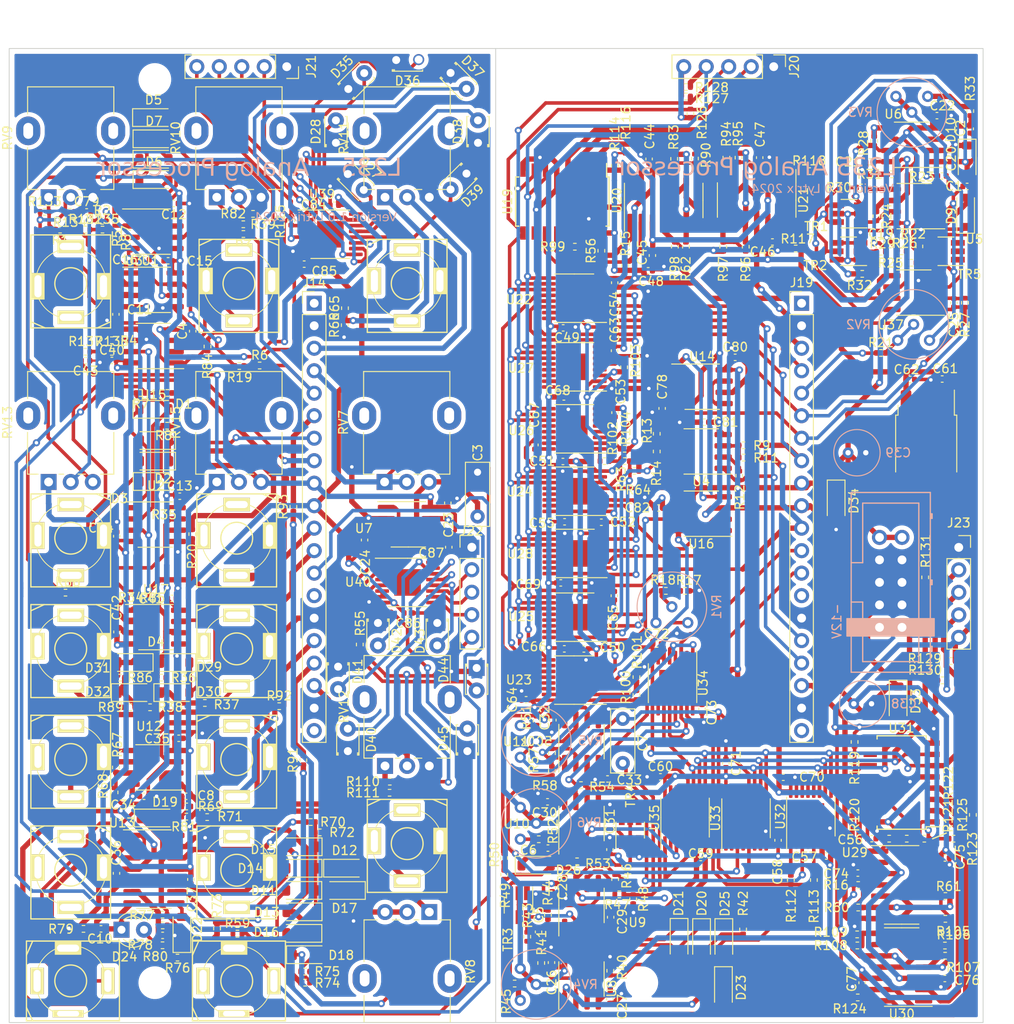
<source format=kicad_pcb>
(kicad_pcb (version 20221018) (generator pcbnew)
  (layers (0 "F.Cu" signal) (31 "B.Cu" signal) (34 "B.Paste" user) (35 "F.Paste" user) (36 "B.SilkS" user "B.Silkscreen") (37 "F.SilkS" user "F.Silkscreen") (38 "B.Mask" user) (39 "F.Mask" user) (44 "Edge.Cuts" user))
  (net 0 "")
  (net 1 "Net-(D9-A)")
  (net 2 "Net-(D10-A)")
  (net 3 "Net-(U7B-+)")
  (net 4 "+12V")
  (net 5 "Net-(C5-Pad2)")
  (net 6 "Net-(U10A--)")
  (net 7 "Net-(C6-Pad2)")
  (net 8 "Net-(U12A--)")
  (net 9 "Net-(C8-Pad2)")
  (net 10 "Net-(U13B--)")
  (net 11 "Net-(U13B-+)")
  (net 12 "Net-(D24-K)")
  (net 13 "√(A²+B²)")
  (net 14 "Net-(D1-K)")
  (net 15 "Net-(D1-A)")
  (net 16 "|B|")
  (net 17 "Net-(D3-A)")
  (net 18 "Net-(D4-A)")
  (net 19 "Net-(D5-A)")
  (net 20 "Net-(D6-A)")
  (net 21 "Net-(D7-K)")
  (net 22 "Net-(D7-A)")
  (net 23 "Net-(D11-K)")
  (net 24 "X")
  (net 25 "Function Out")
  (net 26 "-Output")
  (net 27 "|A|")
  (net 28 "Net-(D16-A)")
  (net 29 "Net-(D19-K)")
  (net 30 "Net-(D19-A)")
  (net 31 "Net-(D20-K)")
  (net 32 "Net-(D20-A)")
  (net 33 "Net-(D21-K)")
  (net 34 "Net-(D22-A)")
  (net 35 "Net-(D23-K)")
  (net 36 "Net-(D23-A)")
  (net 37 "Net-(D24-A)")
  (net 38 "Net-(D29-K)")
  (net 39 "Net-(D29-A)")
  (net 40 "B|")
  (net 41 "F1-1{slash}100")
  (net 42 "Net-(D31-K)")
  (net 43 "Net-(D31-A)")
  (net 44 "Net-(U1A-+)")
  (net 45 "A")
  (net 47 "Net-(J1-PadT)")
  (net 48 "F1")
  (net 51 "<X>")
  (net 52 "Net-(U7B--)")
  (net 54 "Net-(J4-PadT)")
  (net 57 "Net-(J5-PadT)")
  (net 60 "Net-(J7-PadT)")
  (net 63 "Net-(J8-PadT)")
  (net 66 "Net-(J9-PadT)")
  (net 68 "B")
  (net 69 "Net-(U1A--)")
  (net 70 "Net-(U1B--)")
  (net 71 "Net-(C43-Pad2)")
  (net 72 "Net-(C79-Pad2)")
  (net 75 "Net-(J16-PadT)")
  (net 78 "Net-(J17-PadT)")
  (net 81 "Net-(J18-PadT)")
  (net 83 "A - B")
  (net 84 "-|B|")
  (net 86 "√|x| or X²")
  (net 87 "Net-(U4B--)")
  (net 88 "(-dX{slash}dt) or (-dX{slash}dt*1{slash}100)")
  (net 89 "Net-(R18-Pad2)")
  (net 90 "Net-(R21-Pad2)")
  (net 91 "Net-(U5B--)")
  (net 92 "Net-(U6B-+)")
  (net 93 "Net-(U5B-+)")
  (net 94 "ln |x|")
  (net 95 "Net-(R45-Pad2)")
  (net 96 "Net-(U9B--)")
  (net 97 "Net-(R49-Pad1)")
  (net 98 "Net-(U11B--)")
  (net 99 "Net-(R51-Pad1)")
  (net 100 "Net-(R52-Pad2)")
  (net 101 "Net-(U10B--)")
  (net 102 "Net-(U12B--)")
  (net 103 "Net-(U13D-+)")
  (net 104 "Net-(U13C--)")
  (net 105 "GND")
  (net 106 "-12V")
  (net 107 "Net-(J2-PadT)")
  (net 108 "Net-(U15A--)")
  (net 109 "Net-(R4-Pad1)")
  (net 110 "Net-(U4A-+)")
  (net 111 "Net-(U4A--)")
  (net 112 "X²")
  (net 114 "Net-(J10-PadT)")
  (net 117 "Net-(J12-PadT)")
  (net 120 "Net-(J13-PadT)")
  (net 122 "Net-(U15B--)")
  (net 123 "Volt_ref_X")
  (net 124 "√|x|")
  (net 125 "F2")
  (net 126 "Sine")
  (net 127 "AD534_OUT")
  (net 128 "CV_SELECT")
  (net 129 "CV_FUNCTION")
  (net 130 "CA3046_B3")
  (net 131 "AD534_X2")
  (net 132 "AD534_Y1")
  (net 133 "AD534_Y2")
  (net 134 "AD534_Z2")
  (net 135 "AD534_Z1")
  (net 136 "AD534_X1")
  (net 137 "A2")
  (net 138 "A1")
  (net 139 "A0")
  (net 140 "B2")
  (net 141 "B1")
  (net 142 "B0")
  (net 143 "Net-(U32-X4)")
  (net 150 "Net-(U31-2)")
  (net 152 "Net-(U31-4)")
  (net 155 "Net-(U31-6)")
  (net 167 "Net-(U31-1)")
  (net 168 "Net-(U31-3)")
  (net 169 "Net-(U31-5)")
  (net 170 "Net-(U31-7)")
  (net 174 "Net-(R24-Pad2)")
  (net 175 "Net-(R28-Pad1)")
  (net 176 "Net-(R29-Pad2)")
  (net 177 "Net-(TR1-Pad2)")
  (net 178 "Net-(U9A--)")
  (net 179 "Net-(R44-Pad2)")
  (net 180 "Net-(U9B-+)")
  (net 181 "Net-(R53-Pad2)")
  (net 182 "Net-(U5A--)")
  (net 183 "Net-(R22-Pad2)")
  (net 187 "Net-(U29A--)")
  (net 188 "Net-(U29B--)")
  (net 192 "Net-(U29C--)")
  (net 197 "Net-(U7A-+)")
  (net 198 "Net-(U15A-+)")
  (net 199 "Net-(U23-X6)")
  (net 200 "Net-(U26-X0)")
  (net 201 "Net-(U27-X5)")
  (net 202 "Net-(U26-X6)")
  (net 203 "Net-(U32-X5)")
  (net 204 "Net-(U37B--)")
  (net 205 "Net-(U37B-+)")
  (net 206 "Net-(U37A--)")
  (net 207 "Net-(R33-Pad2)")
  (net 208 "Net-(U14B-+)")
  (net 209 "Net-(U16-Z)")
  (net 210 "Net-(U13A-+)")
  (net 215 "Net-(U6A-+)")
  (net 216 "Net-(U39-X)")
  (net 218 "+5V")
  (net 219 "LED_B1")
  (net 220 "LED_B2")
  (net 221 "LED_B3")
  (net 222 "LED_B4")
  (net 223 "LED_B5")
  (net 224 "LED_B6")
  (net 225 "Net-(U40-X)")
  (net 228 "LED_A1")
  (net 229 "LED_A2")
  (net 230 "LED_A3")
  (net 231 "LED_A7")
  (net 232 "LED_A6")
  (net 233 "LED_A5")
  (net 234 "LED_A4")
  (net 235 "Net-(U19-4)")
  (net 236 "Net-(U19-5)")
  (net 237 "Net-(U19-6)")
  (net 238 "Net-(U19-7)")
  (net 239 "Net-(U19-1)")
  (net 240 "Net-(U19-2)")
  (net 241 "Net-(U19-3)")
  (net 242 "Net-(U20B--)")
  (net 243 "Net-(U20A--)")
  (net 244 "Net-(U20C--)")
  (net 245 "Net-(U20D--)")
  (net 246 "Net-(U21A--)")
  (net 247 "Net-(U21C--)")
  (net 248 "Net-(U21D--)")
  (net 249 "Net-(U29D--)")
  (net 250 "Net-(U30A--)")
  (net 251 "Net-(U30C--)")
  (net 252 "Net-(U30D--)")
  (net 253 "Net-(R132-Pad2)")
  (net 254 "Volt_ref_Y")
  (footprint "Resistor_SMD:R_0402_1005Metric" (layer "F.Cu") (at 189.5348 50.29 90)
    (fp_text reference "R56")
    (fp_text value "4k7")
  )
  (footprint "Potentiometer_THT:Potentiometer_Alpha_RD901F-40-00D_Single_Vertical" (layer "F.Cu") (at 146.1 44.25 90)
    (fp_text reference "RV10")
    (fp_text value "100k")
  )
  (footprint "Package_TO_SOT_SMD:SOT-23-6_Handsoldering" (layer "F.Cu") (at 192.79 115.72 90)
    (fp_text reference "TR4")
    (fp_text value "FMBM5551")
  )
  (footprint "Resistor_SMD:R_0402_1005Metric" (layer "F.Cu") (at 213.0044 41.3004)
    (fp_text reference "R118")
    (fp_text value "4k7")
  )
  (footprint "Resistor_SMD:R_0402_1005Metric" (layer "F.Cu") (at 195.79 72.96 -90)
    (fp_text reference "R14")
    (fp_text value "10k")
  )
  (footprint "Resistor_SMD:R_0402_1005Metric" (layer "F.Cu") (at 205.5418 126.9382 90)
    (fp_text reference "R42")
    (fp_text value "10k")
  )
  (footprint "Capacitor_SMD:C_0402_1005Metric" (layer "F.Cu") (at 229.35 56.17 -90)
    (fp_text reference "C25")
    (fp_text value "22pF")
  )
  (footprint "MountingHole:MountingHole_3.2mm_M3_DIN965" (layer "F.Cu") (at 194.1 30.95)
    (fp_text reference "H1")
    (fp_text value "MountingHole")
  )
  (footprint "Package_SO:SOIC-8_3.9x4.9mm_P1.27mm" (layer "F.Cu") (at 224.575 38.325 180)
    (fp_text reference "U6")
    (fp_text value "TL082")
  )
  (footprint "Capacitor_SMD:C_0402_1005Metric" (layer "F.Cu") (at 141.8 105.35 180)
    (fp_text reference "C35")
    (fp_text value "100nF")
  )
  (footprint "Capacitor_SMD:C_0402_1005Metric" (layer "F.Cu") (at 141.02 89.55)
    (fp_text reference "C41")
    (fp_text value "100nF")
  )
  (footprint "Resistor_SMD:R_0402_1005Metric" (layer "F.Cu") (at 229.3132 116.6876 180)
    (fp_text reference "R123")
    (fp_text value "4k7")
  )
  (footprint "Package_SO:TSSOP-16-1EP_4.4x5mm_P0.65mm_EP3x3mm" (layer "F.Cu") (at 186.475 70.4 180)
    (fp_text reference "U26")
    (fp_text value "DG408")
  )
  (footprint "Diode_SMD:D_SOD-123" (layer "F.Cu") (at 160.51 122.54 180)
    (fp_text reference "D17")
    (fp_text value "U21,7")
  )
  (footprint "Capacitor_SMD:C_0402_1005Metric" (layer "F.Cu") (at 230.845 43.025)
    (fp_text reference "C1")
    (fp_text value "100pF")
  )
  (footprint "Capacitor_SMD:C_0402_1005Metric" (layer "F.Cu") (at 204.645 62.325)
    (fp_text reference "C80")
    (fp_text value "100nF")
  )
  (footprint "Capacitor_THT:C_Rect_L7.0mm_W2.5mm_P5.00mm" (layer "F.Cu") (at 191.95 108.15 90)
    (fp_text reference "C7")
    (fp_text value "0.1uF")
  )
  (footprint "Resistor_SMD:R_0402_1005Metric" (layer "F.Cu") (at 140.51 66.35)
    (fp_text reference "R35")
    (fp_text value "1k")
  )
  (footprint "Resistor_SMD:R_0402_1005Metric" (layer "F.Cu") (at 136.49 89.5 180)
    (fp_text reference "R85")
    (fp_text value "10k")
  )
  (footprint "Capacitor_SMD:C_0402_1005Metric" (layer "F.Cu") (at 185.35 95.25 180)
    (fp_text reference "C66")
    (fp_text value "100nF")
  )
  (footprint "Package_SO:TSSOP-16-1EP_4.4x5mm_P0.65mm_EP3x3mm" (layer "F.Cu") (at 205.875 114.385 90)
    (fp_text reference "U33")
    (fp_text value "DG408")
  )
  (footprint "Capacitor_SMD:C_0402_1005Metric" (layer "F.Cu") (at 187.56 95.26)
    (fp_text reference "C50")
    (fp_text value "100nF")
  )
  (footprint "Package_SO:SOIC-8_3.9x4.9mm_P1.27mm" (layer "F.Cu") (at 187.29 124.225 90)
    (fp_text reference "U9")
    (fp_text value "TL082")
  )
  (footprint "Resistor_SMD:R_0402_1005Metric" (layer "F.Cu") (at 221.11 61.83)
    (fp_text reference "R21")
    (fp_text value "75k")
  )
  (footprint "Diode_SMD:D_SOD-123" (layer "F.Cu") (at 198.3118 128.0628 -90)
    (fp_text reference "D21")
    (fp_text value "U20,1")
  )
  (footprint "Package_SO:TSSOP-16-1EP_4.4x5mm_P0.65mm_EP3x3mm" (layer "F.Cu") (at 186.532561 84.475 180)
    (fp_text reference "U28")
    (fp_text value "DG408")
  )
  (footprint "Capacitor_SMD:C_0402_1005Metric" (layer "F.Cu") (at 134.25 62.675)
    (fp_text reference "C40")
    (fp_text value "100nF")
  )
  (footprint "Resistor_SMD:R_0402_1005Metric" (layer "F.Cu") (at 157.734 115.978 180)
    (fp_text reference "R72")
    (fp_text value "10k")
  )
  (footprint "Capacitor_SMD:C_0402_1005Metric" (layer "F.Cu") (at 183.5 117.75)
    (fp_text reference "C6")
    (fp_text value "100pF")
  )
  (footprint "Capacitor_SMD:C_0402_1005Metric" (layer "F.Cu") (at 184.95 87.8 180)
    (fp_text reference "C69")
    (fp_text value "100nF")
  )
  (footprint "Package_SO:SOIC-8_3.9x4.9mm_P1.27mm" (layer "F.Cu") (at 187.29 114.975 90)
    (fp_text reference "U10")
    (fp_text value "TL082")
  )
  (footprint "Resistor_SMD:R_0402_1005Metric" (layer "F.Cu") (at 129.01 88.9)
    (fp_text reference "R88")
    (fp_text value "1k")
  )
  (footprint "Resistor_SMD:R_0402_1005Metric" (layer "F.Cu") (at 218.1352 105.7636 90)
    (fp_text reference "R119")
    (fp_text value "4k7")
  )
  (footprint "Package_SO:TSSOP-16-1EP_4.4x5mm_P0.65mm_EP3x3mm" (layer "F.Cu") (at 158.925 48.425)
    (fp_text reference "U39")
    (fp_text value "CD4051")
  )
  (footprint "Diode_SMD:D_SOD-123" (layer "F.Cu") (at 230.85 40.05 -90)
    (fp_text reference "D10")
    (fp_text value "U20,7")
  )
  (footprint "Custom_Footprints:Cliff_3.5mm_Stereo_Jack" (layer "F.Cu") (at 148.35 120.25)
    (fp_text reference "J4" hide)
    (fp_text value "( 10A / |B| ) /  ( A * B / 10 )" hide)
  )
  (footprint "Resistor_SMD:R_0402_1005Metric" (layer "F.Cu") (at 220.6 46.39 -90)
    (fp_text reference "R24")
    (fp_text value "20k")
  )
  (footprint "Resistor_SMD:R_0402_1005Metric" (layer "F.Cu") (at 139.97 125.27)
    (fp_text reference "R77")
    (fp_text value "100k")
  )
  (footprint "Resistor_SMD:R_0402_1005Metric" (layer "F.Cu") (at 141.66 130.12 180)
    (fp_text reference "R76")
    (fp_text value "1.0M")
  )
  (footprint "Resistor_SMD:R_0402_1005Metric" (layer "F.Cu") (at 223.46 50.35)
    (fp_text reference "R26")
    (fp_text value "10k")
  )
  (footprint "Capacitor_SMD:C_0402_1005Metric" (layer "F.Cu") (at 194.82 52.55 180)
    (fp_text reference "C48")
    (fp_text value "100nF")
  )
  (footprint "Resistor_SMD:R_0402_1005Metric" (layer "F.Cu") (at 134.65 46.89 90)
    (fp_text reference "R5")
    (fp_text value "10k")
  )
  (footprint "Resistor_SMD:R_0402_1005Metric" (layer "F.Cu") (at 228.338751 128.75875)
    (fp_text reference "R106")
    (fp_text value "1k")
  )
  (footprint "Resistor_SMD:R_0402_1005Metric" (layer "F.Cu") (at 153.15 101.725)
    (fp_text reference "R92")
    (fp_text value "1k")
  )
  (footprint "Custom_Footprints:Cliff_3.5mm_Stereo_Jack" (layer "F.Cu") (at 148.6 54)
    (fp_text reference "J2" hide)
    (fp_text value "Input B" hide)
  )
  (footprint "LED_THT:LED_D1.8mm_W3.3mm_H2.4mm" (layer "F.Cu") (at 175.6 38.1 90)
    (fp_text reference "D38")
    (fp_text value "LED")
  )
  (footprint "Resistor_SMD:R_0402_1005Metric" (layer "F.Cu") (at 144.75 101.36)
    (fp_text reference "R37")
    (fp_text value "1k")
  )
  (footprint "Custom_Footprints:Cliff_3.5mm_Stereo_Jack" (layer "F.Cu") (at 167.6 54)
    (fp_text reference "J12" hide)
    (fp_text value "CV Select" hide)
  )
  (footprint "Diode_SMD:D_SOD-123" (layer "F.Cu") (at 139 39.95)
    (fp_text reference "D8" hide)
    (fp_text value "U19,8")
  )
  (footprint "Capacitor_SMD:C_0402_1005Metric" (layer "F.Cu") (at 183.9804 122.178 -90)
    (fp_text reference "C28")
    (fp_text value "100nF")
  )
  (footprint "Capacitor_SMD:C_0402_1005Metric" (layer "F.Cu") (at 191.0416 53.8988 90)
    (fp_text reference "C54")
    (fp_text value "100nF")
  )
  (footprint "Resistor_SMD:R_0402_1005Metric" (layer "F.Cu") (at 149.1 48.4)
    (fp_text reference "R3")
    (fp_text value "100k")
  )
  (footprint "Resistor_SMD:R_0402_1005Metric" (layer "F.Cu") (at 224.601974 41.685 180)
    (fp_text reference "R23")
    (fp_text value "10k")
  )
  (footprint "Resistor_SMD:R_0402_1005Metric" (layer "F.Cu") (at 199.0832 31.8008 180)
    (fp_text reference "R128")
    (fp_text value "4k7")
  )
  (footprint "Resistor_SMD:R_0402_1005Metric" (layer "F.Cu") (at 148.43 127.41)
    (fp_text reference "R59")
    (fp_text value "100k")
  )
  (footprint "Capacitor_SMD:C_0402_1005Metric" (layer "F.Cu") (at 203.6 108.17 -90)
    (fp_text reference "C71")
    (fp_text value "100nF")
  )
  (footprint "Resistor_SMD:R_0402_1005Metric" (layer "F.Cu") (at 156.083 131.699 180)
    (fp_text reference "R75")
    (fp_text value "10k")
  )
  (footprint "Resistor_SMD:R_0402_1005Metric" (layer "F.Cu") (at 178.562 120.7516 -90)
    (fp_text reference "R49")
    (fp_text value "10k thermistor")
  )
  (footprint "Capacitor_SMD:C_0402_1005Metric" (layer "F.Cu") (at 139.98 127.61)
    (fp_text reference "C9" hide)
    (fp_text value "1nF")
  )
  (footprint "Capacitor_SMD:C_0402_1005Metric" (layer "F.Cu") (at 209.49 116.87 -90)
    (fp_text reference "C58")
    (fp_text value "100nF")
  )
  (footprint "Resistor_SMD:R_0402_1005Metric" (layer "F.Cu") (at 192.185 74.05 180)
    (fp_text reference "R63")
    (fp_text value "4.3k")
  )
  (footprint "Resistor_SMD:R_0402_1005Metric" (layer "F.Cu") (at 218.443751 128.74875 180)
    (fp_text reference "R108")
    (fp_text value "1k")
  )
  (footprint "Capacitor_SMD:C_0402_1005Metric" (layer "F.Cu") (at 190.495 134.8 90)
    (fp_text reference "C27")
    (fp_text value "100nF")
  )
  (footprint "Custom_Footprints:Cliff_3.5mm_Stereo_Jack" (layer "F.Cu") (at 129.6 95.25)
    (fp_text reference "J17" hide)
    (fp_text value "Half-Wave Rectifier A" hide)
  )
  (footprint "Potentiometer_THT:Potentiometer_Alpha_RD901F-40-00D_Single_Vertical" (layer "F.Cu") (at 127.1 44.25 90)
    (fp_text reference "RV9")
    (fp_text value "100k")
  )
  (footprint "Capacitor_SMD:C_0402_1005Metric" (layer "F.Cu") (at 228.346 118.872 180)
    (fp_text reference "C75")
    (fp_text value "100nF")
  )
  (footprint "Package_SO:TSSOP-16-1EP_4.4x5mm_P0.65mm_EP3x3mm" (layer "F.Cu") (at 213.1975 114.185 90)
    (fp_text reference "U32")
    (fp_text value "DG408")
  )
  (footprint "Resistor_SMD:R_0402_1005Metric" (layer "F.Cu") (at 134.7 48.85 -90)
    (fp_text reference "R87")
    (fp_text value "100k")
  )
  (footprint "Capacitor_SMD:C_0402_1005Metric" (layer "F.Cu") (at 228.328751 132.47875)
    (fp_text reference "C76")
    (fp_text value "100nF")
  )
  (footprint "Capacitor_SMD:C_0402_1005Metric" (layer "F.Cu") (at 162.79 82.96 -90)
    (fp_text reference "C24")
    (fp_text value "100nF")
  )
  (footprint "Custom_Footprints:Cliff_3.5mm_Stereo_Jack" (layer "F.Cu") (at 148.35 82.75)
    (fp_text reference "J7" hide)
    (fp_text value "Full-Wave Rectifier B" hide)
  )
  (footprint "Package_SO:SOIC-16W_5.3x10.2mm_P1.27mm" (layer "F.Cu") (at 185.1275 44.735 -90)
    (fp_text reference "U19")
    (fp_text value "74HC148")
  )
  (footprint "Package_TO_SOT_SMD:SOT-23-6_Handsoldering" (layer "F.Cu") (at 180.175 124.2 -90)
    (fp_text reference "TR3")
    (fp_text value "FMBM5551")
  )
  (footprint "Connector_PinHeader_2.54mm:PinHeader_1x05_P2.54mm_Vertical" (layer "F.Cu") (at 209 29.5 -90)
    (fp_text reference "J20")
    (fp_text value "Conn_01x05_Socket")
  )
  (footprint "Package_SO:TSSOP-16-1EP_4.4x5mm_P0.65mm_EP3x3mm" (layer "F.Cu") (at 186.525 77.45 180)
    (fp_text reference "U24")
    (fp_text value "DG408")
  )
  (footprint "Diode_SMD:D_SOD-123" (layer "F.Cu") (at 200.8518 128.0882 -90)
    (fp_text reference "D20")
    (fp_text value "U20,2")
  )
  (footprint "Capacitor_SMD:C_0402_1005Metric" (layer "F.Cu") (at 143.17 121.29 90)
    (fp_text reference "C37")
    (fp_text value "100nF")
  )
  (footprint "Capacitor_SMD:C_0402_1005Metric" (layer "F.Cu") (at 185.38 80.9 180)
    (fp_text reference "C52")
    (fp_text value "100nF")
  )
  (footprint "Package_SO:SOIC-8_3.9x4.9mm_P1.27mm" (layer "F.Cu") (at 138.925 61.045 180)
    (fp_text reference "U15")
    (fp_text value "TL082")
  )
  (footprint "LED_THT:LED_D1.8mm_W3.3mm_H2.4mm" (layer "F.Cu") (at 159.8 97.26 -90)
    (fp_text reference "D41")
    (fp_text value "LED")
  )
  (footprint "Capacitor_SMD:C_0402_1005Metric" (layer "F.Cu") (at 138 51.3 180)
    (fp_text reference "C16")
    (fp_text value "100nF")
  )
  (footprint "Resistor_SMD:R_0402_1005Metric" (layer "F.Cu") (at 193.5 98.44 90)
    (fp_text reference "R101")
    (fp_text value "18k")
  )
  (footprint "Capacitor_SMD:C_0402_1005Metric" (layer "F.Cu") (at 227.44 35.03 180)
    (fp_text reference "C22")
    (fp_text value "100nF")
  )
  (footprint "Resistor_SMD:R_0402_1005Metric" (layer "F.Cu") (at 134.24 61.7)
    (fp_text reference "R138")
    (fp_text value "100k")
  )
  (footprint "Resistor_SMD:R_0402_1005Metric" (layer "F.Cu") (at 192.278 38.7624 -90)
    (fp_text reference "R116")
    (fp_text value "4k7")
  )
  (footprint "Capacitor_SMD:C_0402_1005Metric" (layer "F.Cu") (at 196.205 109.7)
    (fp_text reference "C60")
    (fp_text value "100nF")
  )
  (footprint "Capacitor_SMD:C_0402_1005Metric" (layer "F.Cu") (at 134.8 82.53 -90)
    (fp_text reference "C14")
    (fp_text value "100nF")
  )
  (footprint "Capacitor_SMD:C_0402_1005Metric" (layer "F.Cu") (at 218.983751 132.95875 90)
    (fp_text reference "C77")
    (fp_text value "100nF")
  )
  (footprint "Resistor_SMD:R_0402_1005Metric" (layer "F.Cu") (at 228.358751 129.90875 180)
    (fp_text reference "R107")
    (fp_text value "1k")
  )
  (footprint "Package_SO:SOIC-14_3.9x8.7mm_P1.27mm" (layer "F.Cu") (at 223.45 121.905)
    (fp_text reference "U29")
    (fp_text value "LM339")
  )
  (footprint "Resistor_SMD:R_0402_1005Metric" (layer "F.Cu") (at 225.45 49.8 -90)
    (fp_text reference "R22")
    (fp_text value "10k")
  )
  (footprint "Resistor_SMD:R_0402_1005Metric" (layer "F.Cu") (at 203.6572 39.7744 90)
    (fp_text reference "R94")
    (fp_text value "1k")
  )
  (footprint "Custom_Footprints:Cliff_3.5mm_Stereo_Jack" (layer "F.Cu") (at 167.6 117.25)
    (fp_text reference "J13" hide)
    (fp_text value "CV Select" hide)
  )
  (footprint "Resistor_SMD:R_0402_1005Metric" (layer "F.Cu") (at 128.4 47.9 180)
    (fp_text reference "R1")
    (fp_text value "100k")
  )
  (footprint "Capacitor_SMD:C_0402_1005Metric" (layer "F.Cu") (at 134.77 120.6 -90)
    (fp_text reference "C36")
    (fp_text value "100nF")
  )
  (footprint "Potentiometer_THT:Potentiometer_Alpha_RD901F-40-00D_Single_Vertical" (layer "F.Cu") (at 127.1 76.4 90)
    (fp_text reference "RV13")
    (fp_text value "100k")
  )
  (footprint "Resistor_SMD:R_0402_1005Metric" (layer "F.Cu") (at 231.4956 113.9972 90)
    (fp_text reference "R125")
    (fp_text value "4k7")
  )
  (footprint "Resistor_SMD:R_0402_1005Metric" (layer "F.Cu") (at 228.39 125.743124)
    (fp_text reference "R105")
    (fp_text value "1k")
  )
  (footprint "LED_THT:LED_D1.8mm_W3.3mm_H2.4mm" (layer "F.Cu") (at 159.55 38.1 90)
    (fp_text reference "D28")
    (fp_text value "LED")
  )
  (footprint "Resistor_SMD:R_0402_1005Metric" (layer "F.Cu") (at 162.25 94.76 90)
    (fp_text reference "R55")
    (fp_text value "1k")
  )
  (footprint "Resistor_SMD:R_0402_1005Metric" (layer "F.Cu") (at 139.97 128.73 180)
    (fp_text reference "R80")
    (fp_text value "1k")
  )
  (footprint "Resistor_SMD:R_0402_1005Metric" (layer "F.Cu") (at 199.5932 34.798 -90)
    (fp_text reference "R126")
    (fp_text value "4k7")
  )
  (footprint "Capacitor_SMD:C_0402_1005Metric" (layer "F.Cu") (at 142.62 111.9)
    (fp_text reference "C8")
    (fp_text value "100pf")
  )
  (footprint "Resistor_SMD:R_0402_1005Metric" (layer "F.Cu") (at 191.0588 40.6908 90)
    (fp_text reference "R114")
    (fp_text value "4k7")
  )
  (footprint "Capacitor_SMD:C_0402_1005Metric" (layer "F.Cu") (at 208.855 49.3 180)
    (fp_text reference "C46")
    (fp_text value "100nF")
  )
  (footprint "Resistor_SMD:R_0402_1005Metric" (layer "F.Cu") (at 143.33 82.29 90)
    (fp_text reference "R20")
    (fp_text value "10k")
  )
  (footprint "Package_SO:TSSOP-16-1EP_4.4x5mm_P0.65mm_EP3x3mm" (layer "F.Cu") (at 167.645 87.75)
    (fp_text reference "U40")
    (fp_text value "CD4051")
  )
  (footprint "Capacitor_SMD:C_0402_1005Metric" (layer "F.Cu") (at 181.034 100.997)
    (fp_text reference "C64")
    (fp_text value "100nF")
  )
  (footprint "Package_SO:SOIC-14_3.9x8.7mm_P1.27mm" (layer "F.Cu") (at 223.458751 131.18875 180)
    (fp_text reference "U30")
    (fp_text value "LM339")
  )
  (footprint "Resistor_SMD:R_0402_1005Metric" (layer "F.Cu") (at 195.79 70.96 -90)
    (fp_text reference "R13")
    (fp_text value "10k")
  )
  (footprint "Resistor_SMD:R_0402_1005Metric" (layer "F.Cu") (at 145.05 61.1 -90)
    (fp_text reference "R84")
    (fp_text value "100k")
  )
  (footprint "Resistor_SMD:R_0402_1005Metric" (layer "F.Cu") (at 187.23 110.64)
    (fp_text reference "R54")
    (fp_text value "47k")
  )
  (footprint "Diode_SMD:D_SOD-123" (layer "F.Cu") (at 136.54 96.79 180)
    (fp_text reference "D31")
    (fp_text value "U19,4")
  )
  (footprint "Custom_Footprints:Cliff_3.5mm_Stereo_Jack" (layer "F.Cu") (at 148.35 107.75)
    (fp_text reference "J8" hide)
    (fp_text value "A - B" hide)
  )
  (footprint "Resistor_SMD:R_0402_1005Metric" (layer "F.Cu") (at 126.65 45.9)
    (fp_text reference "R133")
    (fp_text value "47k")
  )
  (footprint "Capacitor_SMD:C_0402_1005Metric" (layer "F.Cu") (at 167.73 91.2 180)
    (fp_text reference "C86")
    (fp_text value "100nF")
  )
  (footprint "Resistor_SMD:R_0402_1005Metric" (layer "F.Cu") (at 129.5 45.9 180)
    (fp_text reference "R134")
    (fp_text value "47k")
  )
  (footprint "Resistor_SMD:R_0402_1005Metric" (layer "F.Cu") (at 154.5 46.89 -90)
    (fp_text reference "R115")
    (fp_text value "1k")
  )
  (footprint "Potentiometer_THT:Potentiometer_Alpha_RD901F-40-00D_Single_Vertical" (layer "F.Cu") (at 165.1 44.25 90)
    (fp_text reference "RV11")
    (fp_text value "50k")
  )
  (footprint "Resistor_SMD:R_0402_1005Metric" (layer "F.Cu") (at 200.1012 39.878 -90)
    (fp_text reference "R90")
    (fp_text value "1k")
  )
  (footprint "Capacitor_SMD:C_0402_1005Metric" (layer "F.Cu") (at 182.03 72.22 -90)
    (fp_text reference "C67")
    (fp_text value "100nF")
  )
  (footprint "Package_SO:TSSOP-16-1EP_4.4x5mm_P0.65mm_EP3x3mm" (layer "F.Cu") (at 186.45 98.775 180)
    (fp_text reference "U23")
    (fp_text value "DG408")
  )
  (footprint "Resistor_SMD:R_0402_1005Metric" (layer "F.Cu") (at 131.04 126.873 180)
    (fp_text reference "R79")
    (fp_text value "1.0M")
  )
  (footprint "Diode_SMD:D_SOD-123" (layer "F.Cu") (at 155.59 122.53 180)
    (fp_text reference "D11")
    (fp_text value "U21,1")
  )
  (footprint "Package_SO:SOIC-8_3.9x4.9mm_P1.27mm" (layer "F.Cu") (at 167.73 81.185)
    (fp_text reference "U7")
    (fp_text value "TL082")
  )
  (footprint "Resistor_SMD:R_0402_1005Metric" (layer "F.Cu") (at 218.4928 134.62 180)
    (fp_text reference "R124")
    (fp_text value "4k7")
  )
  (footprint "Capacitor_SMD:C_0402_1005Metric" (layer "F.Cu") (at 191.02 61.58 90)
    (fp_text reference "C63")
    (fp_text value "100nF")
  )
  (footprint "Diode_SMD:D_SOD-123" (layer "F.Cu") (at 139 68.2)
    (fp_text reference "D1")
    (fp_text value "U19,1")
  )
  (footprint "Resistor_SMD:R_0402_1005Metric" (layer "F.Cu") (at 230.6 56.16 -90)
    (fp_text reference "R27")
    (fp_text value "100k")
  )
  (footprint "Capacitor_SMD:C_0402_1005Metric" (layer "F.Cu") (at 219.87 40.24 180)
    (fp_text reference "C21")
    (fp_text value "100nF")
  )
  (footprint "Custom_Footprints:Cliff_3.5mm_Stereo_Jack" (layer "F.Cu") (at 129.6 132.75 90)
    (fp_text reference "J5" hide)
    (fp_text value "Output F(x)" hide)
  )
  (footprint "Package_SO:SOIC-8_3.9x4.9mm_P1.27mm" (layer "F.Cu") (at 187.285 132.539499 90)
    (fp_text reference "U8")
    (fp_text value "TL082")
  )
  (footprint "Custom_Footprints:Cliff_3.5mm_Stereo_Jack" (layer "F.Cu") (at 129.6 107.75)
    (fp_text reference "J10" hide)
    (fp_text value "Half Wave A + -B" hide)
  )
  (footprint "Diode_SMD:D_SOD-123" (layer "F.Cu") (at 155.62 124.95 180)
    (fp_text reference "D13")
    (fp_text value "U21,3")
  )
  (footprint "Capacitor_SMD:C_0402_1005Metric" (layer "F.Cu") (at 182.44 127.22 90)
    (fp_text reference "C5")
    (fp_text value "100pF")
  )
  (footprint "Resistor_SMD:R_0402_1005Metric" (layer "F.Cu") (at 160.55 58.69 90)
    (fp_text reference "R66")
    (fp_text value "10k")
  )
  (footprint "LED_THT:LED_D1.8mm_W3.3mm_H2.4mm" (layer "F.Cu") (at 171 92.325 -90)
    (fp_text reference "D43")
    (fp_text value "LED")
  )
  (footprint "Package_SO:TSSOP-16-1EP_4.4x5mm_P0.65mm_EP3x3mm" (layer "F.Cu") (at 197.575 99.125 -90)
    (fp_text reference "U34")
    (fp_text value "DG408")
  )
  (footprint "Resistor_SMD:R_0402_1005Metric" (layer "F.Cu") (at 142.65 113.05 180)
    (fp_text reference "R69")
    (fp_text value "10k")
  )
  (footprint "Resistor_SMD:R_0402_1005Metric" (layer "F.Cu") (at 138.56 101.85)
    (fp_text reference "R38")
    (fp_text value "1k")
  )
  (footprint "Resistor_SMD:R_0402_1005Metric" (layer "F.Cu") (at 198.99 88.7 180)
    (fp_text reference "R17")
    (fp_text value "1k")
  )
  (footprint "Capacitor_SMD:C_0402_1005Metric" (layer "F.Cu") (at 191 89.25 90)
    (fp_text reference "C65")
    (fp_text value "100nF")
  )
  (footprint "Capacitor_SMD:C_0402_1005Metric" (layer "F.Cu") (at 141.25 44.95)
    (fp_text reference "C12")
    (fp_text value "100nF")
  )
  (footprint "Capacitor_SMD:C_0402_1005Metric" (layer "F.Cu") (at 194.925 39.925 -90)
    (fp_text reference "C44")
    (fp_text value "100nF")
  )
  (footprint "Capacitor_SMD:C_0402_1005Metric" (layer "F.Cu") (at 133.02 126.873)
    (fp_text reference "C10")
    (fp_text value "10nF")
  )
  (footprint "LED_THT:LED_D1.8mm_W3.3mm_H2.4mm" (layer "F.Cu") (at 164.3 92.325 -90)
    (fp_text reference "D42")
    (fp_text value "LED")
  )
  (footprint "Resistor_SMD:R_0402_1005Metric" (layer "F.Cu") (at 210.9375 121.34 90)
    (fp_text reference "R112")
    (fp_text value "100k")
  )
  (footprint "Package_SO:SOIC-8_3.9x4.9mm_P1.27mm" (layer "F.Cu") (at 138.925 54.705)
    (fp_text reference "U1")
    (fp_text value "TL082")
  )
  (footprint "Resistor_SMD:R_0402_1005Metric" (layer "F.Cu") (at 138.99 89.55)
    (fp_text reference "R34")
    (fp_text value "10k")
  )
  (footprint "Capacitor_SMD:C_0402_1005Metric" (layer "F.Cu") (at 183.455 112.525 180)
    (fp_text reference "C30")
    (fp_text value "100nF")
  )
  (footprint "Resistor_SMD:R_0402_1005Metric" (layer "F.Cu") (at 131.25 47.9)
    (fp_text reference "R132")
    (fp_text value "100k")
  )
  (footprint "Capacitor_SMD:C_0402_1005Metric" (layer "F.Cu") (at 185.22 59 180)
    (fp_text reference "C49")
    (fp_text value "100nF")
  )
  (footprint "Capacitor_SMD:C_0402_1005Metric" (layer "F.Cu") (at 159.38 45.15)
    (fp_text reference "C84")
    (fp_text value "100nF")
  )
  (footprint "Package_SO:SOIC-8_3.9x4.9mm_P1.27mm" (layer "F.Cu") (at 139.15 81.215)
    (fp_text reference "U2")
    (fp_text value "TL082")
  )
  (footprint "Resistor_SMD:R_0402_1005Metric" (layer "F.Cu") (at 133.15 46.9)
    (fp_text reference "R2")
    (fp_text value "100k")
  )
  (footprint "Resistor_SMD:R_0402_1005Metric" (layer "F.Cu") (at 221.11 50.4 180)
    (fp_text reference "R29")
    (fp_text value "10k")
  )
  (footprint "Resistor_SMD:R_0402_1005Metric" (layer "F.Cu") (at 219 52.9)
    (fp_text reference "R32")
    (fp_text value "10k")
  )
  (footprint "Resistor_SMD:R_0402_1005Metric" (layer "F.Cu") (at 228.39 123.164123)
    (fp_text reference "R61")
    (fp_text value "1k")
  )
  (footprint "Resistor_SMD:R_0402_1005Metric" (layer "F.Cu") (at 183.95 109.04 90)
    (fp_text reference "R58")
    (fp_text value "100k")
  )
  (footprint "LED_THT:LED_D1.8mm_W3.3mm_H2.4mm" (layer "F.Cu") (at 160.898439 41.623439 -45)
    (fp_text reference "D27")
    (fp_text value "LED")
  )
  (footprint "Resistor_SMD:R_0402_1005Metric" (layer "F.Cu") (at 229.0044 96.6216)
    (fp_text reference "R129")
    (fp_text value "4k7")
  )
  (footprint "Resistor_SMD:R_0402_1005Metric" (layer "F.Cu") (at 231.2 34.51 90)
    (fp_text reference "R33")
    (fp_text value "75k")
  )
  (footprint "Resistor_SMD:R_0402_1005Metric" (layer "F.Cu") (at 156.073 132.949)
    (fp_text reference "R74")
    (fp_text value "11k")
  )
  (footprint "Resistor_SMD:R_0402_1005Metric" (layer "F.Cu") (at 182.465 116.75 180)
    (fp_text reference "R52")
    (fp_text value "470k")
  )
  (footprint "Capacitor_SMD:C_0402_1005Metric" (layer "F.Cu") (at 220.0656 116.6876 180)
    (fp_text reference "C56")
    (fp_text value "100nF")
  )
  (footprint "Diode_SMD:D_SOD-123" (layer "F.Cu") (at 136.55 100.19)
    (fp_text reference "D32")
    (fp_text value "U19,3")
  )
  (footprint "Capacitor_SMD:C_0402_1005Metric" (layer "F.Cu") (at 231.2 36.52 90)
    (fp_text reference "C2")
    (fp_text value "100pF")
  )
  (footprint "Resistor_SMD:R_0402_1005Metric" (layer "F.Cu") (at 192.1 63.45 90)
    (fp_text reference "R103")
    (fp_text value "10k")
  )
  (footprint "Capacitor_SMD:C_0402_1005Metric" (layer "F.Cu") (at 190.5844 125.5588 -90)
    (fp_text reference "C29")
    (fp_text value "100nF")
  )
  (footprint "Capacitor_SMD:C_0402_1005Metric" (layer "F.Cu") (at 200.9 102.02 90)
    (fp_text reference "C73")
    (fp_text value "100nF")
  )
  (footprint "Resistor_SMD:R_0402_1005Metric" (layer "F.Cu") (at 148.64 63.3)
    (fp_text reference "R19")
    (fp_text value "10k")
  )
  (footprint "Custom_Footprints:Cliff_3.5mm_Stereo_Jack" (layer "F.Cu") (at 129.6 82.75)
    (fp_text reference "J16" hide)
    (fp_text value "Full-Wave Rectifier A" hide)
  )
  (footprint "Potentiometer_THT:Potentiometer_Alpha_RD901F-40-00D_Single_Vertical" (layer "F.Cu") (at 170.1 124.975 -90)
    (fp_text reference "RV8")
    (fp_text value "100k")
  )
  (footprint "Connector_PinHeader_2.54mm:PinHeader_1x20_P2.54mm_Vertical" (layer "F.Cu") (at 212.15 56.22)
    (fp_text reference "J19")
    (fp_text value "Conn_01x20_Socket")
  )
  (footprint "Capacitor_SMD:C_0402_1005Metric" (layer "F.Cu") (at 210.08 109.75 180)
    (fp_text reference "C70")
    (fp_text value "100nF")
  )
  (footprint "Capacitor_SMD:C_0402_1005Metric" (layer "F.Cu") (at 185.3 66.8 180)
    (fp_text reference "C68")
    (fp_text value "100nF")
  )
  (footprint "Resistor_SMD:R_0402_1005Metric" (layer "F.Cu") (at 213.5375 121.36 90)
    (fp_text reference "R113")
    (fp_text value "1k")
  )
  (footprint "Capacitor_SMD:C_0402_1005Metric" (layer "F.Cu") (at 223.424 48.4952 180)
    (fp_text reference "C19")
    (fp_text value "100nF")
  )
  (footprint "Resistor_SMD:R_0402_1005Metric" (layer "F.Cu") (at 222.36 41.65)
    (fp_text reference "R31")
    (fp_text value "10k")
  )
  (footprint "Resistor_SMD:R_0402_1005Metric" (layer "F.Cu") (at 192.175 72.65 180)
    (fp_text reference "R104")
    (fp_text value "4.7k")
  )
  (footprint "Diode_SMD:D_SOD-123" (layer "F.Cu") (at 139.07 71.725 180)
    (fp_text reference "D2")
    (fp_text value "U19,2")
  )
  (footprint "LED_THT:LED_D1.8mm_W3.3mm_H2.4mm" (layer "F.Cu") (at 160.953949 32.021051 45)
    (fp_text reference "D35")
    (fp_text value "LED")
  )
  (footprint "Package_SO:SOIC-8_3.9x4.9mm_P1.27mm" (layer "F.Cu") (at 200.925 65.645)
    (fp_text reference "U14")
    (fp_text value "RC4580")
  )
  (footprint "Package_SO:SOIC-8_3.9x4.9mm_P1.27mm" (layer "F.Cu") (at 224.875 45.25 180)
    (fp_text reference "U5")
    (fp_text value "TL082")
  )
  (footprint "Resistor_SMD:R_0402_1005Metric" (layer "F.Cu") (at 220.35 37.89 90)
    (fp_text reference "R28")
    (fp_text value "20k")
  )
  (footprint "Resistor_SMD:R_0402_1005Metric" (layer "F.Cu") (at 139.99 126.48)
    (fp_text reference "R78")
    (fp_text value "100k")
  )
  (footprint "Capacitor_SMD:C_0402_1005Metric" (layer "F.Cu") (at 134.82 93.34 -90)
    (fp_text reference "C42")
    (fp_text value "100nF")
  )
  (footprint "Diode_SMD:D_SOD-123" (layer "F.Cu") (at 155.6 127.38 180)
    (fp_text reference "D16")
    (fp_text value "U21,8")
  )
  (footprint "Capacitor_THT:C_Rect_L7.0mm_W2.5mm_P5.00mm" (layer "F.Cu") (at 175.55 80.3 90)
    (fp_text reference "C3")
    (fp_text value "0.0033uF Mylar")
  )
  (footprint "Resistor_SMD:R_0402_1005Metric" (layer "F.Cu") (at 197.835 49.825 -90)
    (fp_text reference "R98")
    (fp_text value "3k")
  )
  (footprint "Diode_SMD:D_SOD-123" (layer "F.Cu") (at 139 37.65)
    (fp_text reference "D7")
    (fp_text value "U19,7")
  )
  (footprint "Resistor_SMD:R_0402_1005Metric" (layer "F.Cu") (at 218.86 43.15)
    (fp_text reference "R30")
    (fp_text value "20k")
  )
  (footprint "MountingHole:MountingHole_3.2mm_M3_DIN965" (layer "F.Cu") (at 139.1 132.95)
    (fp_text reference "H3" hide)
    (fp_text value "MountingHole")
  )
  (footprint "Resistor_SMD:R_0402_1005Metric" (layer "F.Cu") (at 189.89 74.05 180)
    (fp_text reference "R102")
    (fp_text value "10k")
  )
  (footprint "Diode_SMD:D_SOD-123" (layer "F.Cu") (at 155.615 120.03 180)
    (fp_text reference "D14")
    (fp_text value "U21,4")
  )
  (footprint "Package_SO:SOIC-8_3.9x4.9mm_P1.27mm" (layer "F.Cu") (at 138.9 48.13)
    (fp_text reference "U3")
    (fp_text value "TL082")
  )
  (footprint "Diode_SMD:D_SOD-123" (layer "F.Cu") (at 139.02 76.35)
    (fp_text reference "D4")
    (fp_text value "U19,4")
  )
  (footprint "Resistor_SMD:R_0402_1005Metric" (layer "F.Cu") (at 150.94 63.25)
    (fp_text reference "R6")
    (fp_text value "10k")
  )
  (footprint "Resistor_SMD:R_0402_1005Metric" (layer "F.Cu") (at 140.49 70.05)
    (fp_text reference "R8")
    (fp_text value "10k")
  )
  (footprint "Package_SO:SOIC-14_3.9x8.7mm_P1.27mm" (layer "F.Cu") (at 196.575 44.61 90)
    (fp_text reference "U20")
    (fp_text value "LM339")
  )
  (footprint "Resistor_SMD:R_0402_1005Metric" (layer "F.Cu") (at 181.16 127.76 90)
    (fp_text reference "R43")
    (fp_text value "47k")
  )
  (footprint "Resistor_SMD:R_0402_1005Metric" (layer "F.Cu") (at 218.423751 127.49875)
    (fp_text reference "R109")
    (fp_text value "1k")
  )
  (footprint "Resistor_SMD:R_0402_1005Metric" (layer "F.Cu") (at 133.19 47.9)
    (fp_text reference "R135")
    (fp_text value "47k")
  )
  (footprint "Package_SO:TSSOP-16-1EP_4.4x5mm_P0.65mm_EP3x3mm" (layer "F.Cu") (at 186.475 55.65 180)
    (fp_text reference "U22")
    (fp_text value "DG408")
  )
  (footprint "Capacitor_SMD:C_0402_1005Metric" (layer "F.Cu") (at 141.92 78.01)
    (fp_text reference "C13")
    (fp_text value "100nF")
  )
  (footprint "Resistor_SMD:R_0402_1005Metric" (layer "F.Cu") (at 199.0832 32.8676 180)
    (fp_text reference "R127")
    (fp_text value "4k7")
  )
  (footprint "Resistor_SMD:R_0402_1005Metric" (layer "F.Cu") (at 134.55 111.46 90)
    (fp_text reference "R68")
    (fp_text value "10k")
  )
  (footprint "Resistor_SMD:R_0402_1005Metric" (layer "F.Cu") (at 134.7 108.645 90)
    (fp_text reference "R67")
    (fp_text value "10k")
  )
  (footprint "Resistor_SMD:R_0402_1005Metric" (layer "F.Cu") (at 190.545 131.604499 90)
    (fp_text reference "R40")
    (fp_text value "10k")
  )
  (footprint "Resistor_SMD:R_0402_1005Metric" (layer "F.Cu") (at 226.0132 116.6876)
    (fp_text reference "R122")
    (fp_text value "4k7")
  )
  (footprint "Resistor_SMD:R_0402_1005Metric" (layer "F.Cu") (at 142.65 114.2)
    (fp_text reference "R81")
    (fp_text value "220")
  )
  (footprint "Diode_SMD:D_SOD-123" (layer "F.Cu") (at 139.15 114.35)
    (fp_text reference "D19")
    (fp_text value "U20,8")
  )
  (footprint "Diode_SMD:D_SOD-123" (layer "F.Cu") (at 141.35 96.8 180)
    (fp_text reference "D29")
    (fp_text value "U19,4")
  )
  (footprint "Capacitor_SMD:C_0402_1005Metric" (layer "F.Cu") (at 196.01 79.3425)
    (fp_text reference "C82")
    (fp_text value "100nF")
  )
  (footprint "Package_SO:TSSOP-16-1EP_4.4x5mm_P0.65mm_EP3x3mm" (layer "F.Cu") (at 186.475 63.4 180)
    (fp_text reference "U27")
    (fp_text value "DG408")
  )
  (footprint "LED_THT:LED_D1.8mm_W3.3mm_H2.4mm" (layer "F.Cu") (at 160.9 106.8 90)
    (fp_text reference "D40")
    (fp_text value "LED")
  )
  (footprint "Diode_SMD:D_SOD-123" (layer "F.Cu") (at 142.16 127.1775 90)
    (fp_text reference "D22")
    (fp_text value "~")
  )
  (footprint "Resistor_SMD:R_0402_1005Metric" (layer "F.Cu") (at 196.82 88.7 180)
    (fp_text reference "R18")
    (fp_text value "220k")
  )
  (footprint "Diode_SMD:D_SOD-123" (layer "F.Cu") (at 139 42.25)
    (fp_text reference "D6")
    (fp_text value "U19,6")
  )
  (footprint "Capacitor_SMD:C_0402_1005Metric" (layer "F.Cu") (at 228.0012 41.8404 180)
    (fp_text reference "C20")
    (fp_text value "100nF")
  )
  (footprint "Potentiometer_THT:Potentiometer_Alpha_RD901F-40-00D_Single_Vertical" (layer "F.Cu") (at 146.1 76.4 90)
    (fp_text reference "RV15")
    (fp_text value "100k")
  )
  (footprint "Diode_SMD:D_SOD-123" (layer "F.Cu") (at 160.5275 120.02)
    (fp_text reference "D12")
    (fp_text value "U21,2")
  )
  (footprint "Capacitor_SMD:C_0402_1005Metric" (layer "F.Cu") (at 228.03 64.775 180)
    (fp_text reference "C61")
    (fp_text value "330nF")
  )
  (footprint "Package_SO:SOIC-14_3.9x8.7mm_P1.27mm" (layer "F.Cu") (at 139 120.1275)
    (fp_text reference "U13")
    (fp_text value "TL084")
  )
  (footprint "Resistor_SMD:R_0402_1005Metric" (layer "F.Cu") (at 224.57 51.65)
    (fp_text reference "R25")
    (fp_text value "7.1k")
  )
  (footprint "Connector_PinHeader_2.54mm:PinHeader_1x20_P2.54mm_Vertical" (layer "F.Cu") (at 157.1 56.22)
    (fp_text reference "J14")
    (fp_text value "Conn_01x20_Pin")
  )
  (footprint "Resistor_SMD:R_0402_1005Metric" (layer "F.Cu") (at 178.562 118.872 -90)
    (fp_text reference "R50")
    (fp_text value "10k")
  )
  (footprint "Resistor_SMD:R_0402_1005Metric" (layer "F.Cu") (at 139.835 98.5)
    (fp_text reference "R36")
    (fp_text value "10k")
  )
  (footprint "Package_SO:SOIC-8_3.9x4.9mm_P1.27mm" (layer "F.Cu") (at 200.815 72.955 180)
    (fp_text reference "U4")
    (fp_text value "TL082")
  )
  (footprint "Potentiometer_THT:Potentiometer_Alpha_RD901F-40-00D_Single_Vertical" (layer "F.Cu") (at 165.1 108.475 90)
    (fp_text reference "RV12")
    (fp_text value "50k")
  )
  (footprint "Resistor_SMD:R_0402_1005Metric" (layer "F.Cu") (at 222.0408 116.6876)
    (fp_text reference "R120")
    (fp_text value "4k7")
  )
  (footprint "Capacitor_SMD:C_0402_1005Metric" (layer "F.Cu") (at 137.88 111.9)
    (fp_text reference "C34")
    (fp_text value "100nF")
  )
  (footprint "Capacitor_SMD:C_0402_1005Metric" (layer "F.Cu") (at 185.194 74.09)
    (fp_text reference "C51")
    (fp_text value "100nF")
  )
  (footprint "LED_THT:LED_D1.8mm_W3.3mm_H2.4mm" (layer "F.Cu") (at 172.503949 30.203949 -45)
    (fp_text reference "D37")
    (fp_text value "LED")
  )
  (footprint "Capacitor_SMD:C_0402_1005Metric" (layer "F.Cu") (at 195.3 50.825 -90)
    (fp_text reference "C45")
    (fp_text value "100nF")
  )
  (footprint "Connector_PinSocket_2.54mm:PinSocket_1x05_P2.54mm_Vertical" (layer "F.Cu") (at 229.9 83.79)
    (fp_text reference "J23")
    (fp_text value "Conn_01x05_Pin")
  )
  (footprint "Resistor_SMD:R_0402_1005Metric" (layer "F.Cu") (at 145.01 114.25 180)
    (fp_text reference "R71")
    (fp_text value "12k")
  )
  (footprint "Capacitor_SMD:C_0402_1005Metric" (layer "F.Cu") (at 189.53 80.95 180)
    (fp_text reference "C55")
    (fp_text value "100nF")
  )
  (footprint "Resistor_SMD:R_0402_1005Metric" (layer "F.Cu") (at 186.5396 49.8348)
    (fp_text reference "R99")
    (fp_text value "4k7")
  )
  (footprint "Resistor_SMD:R_0402_1005Metric" (layer "F.Cu") (at 203.3016 49.8348 90)
    (fp_text reference "R97")
    (fp_text value "1k")
  )
  (footprint "Capacitor_SMD:C_0402_1005Metric" (layer "F.Cu") (at 214.945 118.65)
    (fp_text reference "C57")
    (fp_text value "100nF")
  )
  (footprint "Capacitor_SMD:C_0402_1005Metric" (layer "F.Cu") (at 200.76 119.535)
    (fp_text reference "C59")
    (fp_text value "100nF")
  )
  (footprint "Resistor_SMD:R_0402_1005Metric" (layer "F.Cu") (at 205.59 72.26 180)
    (fp_text reference "R9")
    (fp_text value "10k")
  )
  (footprint "Capacitor_SMD:C_0402_1005Metric" (layer "F.Cu") (at 201.17 69.65)
    (fp_text reference "C81")
    (fp_text value "100nF")
  )
  (footprint "Resistor_SMD:R_0402_1005Metric" (layer "F.Cu") (at 156.718 114.808)
    (fp_text reference "R70")
    (fp_text value "11k")
  )
  (footprint "Resistor_SMD:R_0402_1005Metric" (layer "F.Cu") (at 165.615 111.5 180)
    (fp_text reference "R111")
    (fp_text value "10k")
  )
  (footprint "Resistor_SMD:R_0402_1005Metric" (layer "F.Cu") (at 160.575 56.775 90)
    (fp_text reference "R65")
    (fp_text value "2k")
  )
  (footprint "Resistor_SMD:R_0402_1005Metric" (layer "F.Cu") (at 149.09 47.3 180)
    (fp_text reference "R39")
    (fp_text value "47k")
  )
  (footprint "Package_SO:SOIC-14_3.9x8.7mm_P1.27mm" (layer "F.Cu") (at 207.075 44.56 -90)
    (fp_text reference "U21")
    (fp_text value "LM339")
  )
  (footprint "Custom_Footprints:Cliff_3.5mm_Stereo_Jack" (layer "F.Cu") (at 129.6 54 180)
    (fp_text reference "J1" hide)
    (fp_text value "Input A" hide)
  )
  (footprint "Package_TO_SOT_SMD:SOT-23-6_Handsoldering" (layer "F.Cu") (at 217.45 50.35 180)
    (fp_text reference "TR2")
    (fp_text value "FMBM5551")
  )
  (footprint "LED_THT:LED_D3.0mm_Clear" (layer "F.Cu") (at 135.335 126.97)
    (fp_text reference "D24")
    (fp_text value "LED")
  )
  (footprint "Resistor_SMD:R_0402_1005Metric" (layer "F.Cu") (at 193.265 75.15 180)
    (fp_text reference "R64")
    (fp_text value "3k")
  )
  (footprint "Diode_SMD:D_SOD-123" (layer "F.Cu") (at 155.625 117.605 180)
    (fp_text reference "D15")
    (fp_text value "U21,5")
  )
  (footprint "Package_SO:TSSOP-16-1EP_4.4x5mm_P0.65mm_EP3x3mm" (layer "F.Cu") (at 186.5 91.675 180)
    (fp_text reference "U25")
    (fp_text value "DG408")
  )
  (footprint "Package_TO_SOT_SMD:TO-252-2" (layer "F.Cu") (at 226.225 72.165 -90)
    (fp_text reference "U36" hide)
    (fp_text value "LM78M05_TO252")
  )
  (footprint "Resistor_SMD:R_0402_1005Metric" (layer "F.Cu") (at 226.1108 87.1748 90)
    (fp_text reference "R131")
    (fp_text value "4k7")
  )
  (footprint "Custom_Footprints:Cliff_3.5mm_Stereo_Jack" (layer "F.Cu") (at 129.6 120.25)
    (fp_text reference "J18" hide)
    (fp_text value "√(A²+B²)" hide)
  )
  (footprint "Diode_SMD:D_SOD-123" (layer "F.Cu") (at 182.1678 119.6848)
    (fp_text reference "D26")
    (fp_text value "U20,5")
  )
  (footprint "LED_THT:LED_D1.8mm_W3.3mm_H2.4mm" (layer "F.Cu") (at 174.3 41.575 -135)
    (fp_text reference "D39")
    (fp_text value "LED")
  )
  (footprint "Capacitor_SMD:C_0402_1005Metric" (layer "F.Cu") (at 131.4 45.9)
    (fp_text reference "C79")
    (fp_text value "100nF")
  )
  (footprint "Resistor_SMD:R_0402_1005Metric" (layer "F.Cu") (at 136.35 101.85 180)
    (fp_text reference "R89")
    (fp_text value "1k")
  )
  (footprint "Resistor_SMD:R_0402_1005Metric" (layer "F.Cu") (at 146.125 126.84 90)
    (fp_text reference "R73")
    (fp_text value "12k")
  )
  (footprint "Resistor_SMD:R_0402_1005Metric" (layer "F.Cu") (at 137.5 66.35)
    (fp_text reference "R7")
    (fp_text value "10k")
  )
  (footprint "Diode_SMD:D_SOD-123" (layer "F.Cu") (at 139.07 74.05 180)
    (fp_text reference "D3")
    (fp_text value "U19,3")
  )
  (footprint "Diode_SMD:D_SOD-123" (layer "F.Cu") (at 230.675 45.95 90)
    (fp_text reference "D9")
    (fp_text value "U20,6")
  )
  (footprint "Package_SO:SOIC-8_3.9x4.9mm_P1.27mm" (layer "F.Cu") (at 187.29 105.725 90)
    (fp_text reference "U11")
    (fp_text value "TL082")
  )
  (footprint "Diode_SMD:D_SOD-123" (layer "F.Cu") (at 156.336 129.794)
    (fp_text reference "D18")
    (fp_text value "U21,6")
  )
  (footprint "Resistor_SMD:R_0402_1005Metric" (layer "F.Cu") (at 131.25 61.7)
    (fp_text reference "R137")
    (fp_text value "100k")
  )
  (footprint "Package_SO:SOIC-16W_5.3x10.2mm_P1.27mm" (layer "F.Cu") (at 223.45 110.345 180)
    (fp_text reference "U31")
    (fp_text value "74HC148")
  )
  (footprint "Capacitor_SMD:C_0402_1005Metric" (layer "F.Cu") (at 191.075 68.57 90)
    (fp_text reference "C53")
    (fp_text value "100nF")
  )
  (footprint "Resistor_SMD:R_0402_1005Metric" (layer "F.Cu") (at 150.19 46.125 180)
    (fp_text reference "R82")
    (fp_text value "47k")
  )
  (footprint "Package_TO_SOT_SMD:SOT-23-6_Handsoldering" (layer "F.Cu") (at 228.45 50.35 180)
    (fp_text reference "TR5")
    (fp_text value "FMBM5551")
  )
  (footprint "LED_THT:LED_D1.8mm_W3.3mm_H2.4mm" (layer "F.Cu") (at 174.4 106.8 90)
    (fp_text reference "D45")
    (fp_text value "LED")
  )
  (footprint "Capacitor_SMD:C_0402_1005Metric" (layer "F.Cu") (at 207.4164 39.77 90)
    (fp_text reference "C47")
    (fp_text value "100nF")
  )
  (footprint "Capacitor_SMD:C_0402_1005Metric" (layer "F.Cu") (at 140.6 51.425 180)
    (fp_text reference "C15")
    (fp_text value "100nF")
  )
  (footprint "Resistor_SMD:R_0402_1005Metric" (layer "F.Cu") (at 191.09 121.26 -90)
    (fp_text reference "R46")
    (fp_text value "200")
  )
  (footprint "Resistor_SMD:R_0402_1005Metric" (layer "F.Cu") (at 182.225 103.36 90)
    (fp_text reference "R51")
    (fp_text value "330k")
  )
  (footprint "Resistor_SMD:R_0402_1005Metric" (layer "F.Cu") (at 218.5416 121.92 180)
    (fp_text reference "R16")
    (fp_text value "3k")
  )
  (footprint "Capacitor_SMD:C_0402_1005Metric" (layer "F.Cu") (at 155.97 51.8)
    (fp_text reference "C85")
    (fp_text value "100nF")
  )
  (footprint "Package_SO:SO-8_3.9x4.9mm_P1.27mm" (layer "F.Cu") (at 139.225 92.795)
    (fp_text reference "U17")
    (fp_text value "TL082")
  )
  (footprint "Diode_SMD:D_SOD-123" (layer "F.Cu") (at 203.32 133.51 -90)
    (fp_text reference "D23")
    (fp_text value "U20,3")
  )
  (footprint "Resistor_SMD:R_0402_1005Metric" (layer "F.Cu") (at 228.0392 98.806)
    (fp_text reference "R130")
    (fp_text value "4k7")
  )
  (footprint "Resistor_SMD:R_0402_1005Metric" (layer "F.Cu") (at 179.74 133.05)
    (fp_text reference "R45")
    (fp_text value "470k")
  )
  (footprint "Diode_SMD:D_SOD-123" (layer "F.Cu") (at 141.35 100.19)
    (fp_text reference "D30")
    (fp_text value "U19,3")
  )
  (footprint "Capacitor_SMD:C_0402_1005Metric" (layer "F.Cu") (at 190.5 117.916 -90)
    (fp_text reference "C31")
    (fp_text value "100nF")
  )
  (footprint "Resistor_SMD:R_0402_1005Metric" (layer "F.Cu") (at 193.125 123.525 -90)
    (fp_text reference "R48")
    (fp_text value "100")
  )
  (footprint "LED_THT:LED_D1.8mm_W3.3mm_H2.4mm" (layer "F.Cu") (at 166.36 28.75)
    (fp_text reference "D36")
    (fp_text value "LED")
  )
  (footprint "Diode_SMD:D_SOD-123" (layer "F.Cu") (at 138.95 35.25)
    (fp_text reference "D5")
    (fp_text value "U19,5")
  )
  (footprint "Resistor_SMD:R_0402_1005Metric" (layer "F.Cu") (at 192.2272 51.9664 -90)
    (fp_text reference "R15")
    (fp_text value "4k7")
  )
  (footprint "Resistor_SMD:R_0402_1005Metric" (layer "F.Cu") (at 165.64 110.25)
    (fp_text reference "R110")
    (fp_text value "2k")
  )
  (footprint "Custom_Footprints:Cliff_3.5mm_Stereo_Jack" (layer "F.Cu") (at 148.35 95.25)
    (fp_text reference "J9" hide)
    (fp_text value "Negative Half-Wave Rectifier B" hide)
  )
  (footprint "Resistor_SMD:R_0402_1005Metric" (layer "F.Cu") (at 186.79 119.25)
    (fp_text reference "R53")
    (fp_text value "10k")
  )
  (footprint "Resistor_SMD:R_0402_1005Metric" (layer "F.Cu") (at 205.115 75.69 -90)
    (fp_text reference "R12")
    (fp_text value "10k")
  )
  (footprint "Capacitor_SMD:C_0402_1005Metric" (layer "F.Cu") (at 183.9 130.68 90)
    (fp_text reference "C26")
    (fp_text value "100nF")
  )
  (footprint "MountingHole:MountingHole_3.2mm_M3_DIN965" (layer "F.Cu") (at 139.1 30.95)
    (fp_text reference "H1")
    (fp_text value "MountingHole")
  )
  (footprint "Resistor_SMD:R_0402_1005Metric" (layer "F.Cu") (at 218.5416 124.46 180)
    (fp_text reference "R60")
    (fp_text value "1k")
  )
  (footprint "Package_SO:SOIC-8_3.9x4.9mm_P1.27mm" (layer "F.Cu") (at 138.895 108.635 180)
    (fp_text reference "U12")
    (fp_text value "TL082")
  )
  (footprint "Resistor_SMD:R_0402_1005Metric" (layer "F.Cu") (at 205.6 73.65 180)
    (fp_text reference "R11")
    (fp_text value "10k")
  )
  (footprint "Capacitor_SMD:C_0402_1005Metric" (layer "F.Cu") (at 218.505 120.575 180)
    (fp_text reference "C74")
    (fp_text value "100nF")
  )
  (footprint "Capacitor_SMD:C_0402_1005Metric" (layer "F.Cu") (at 172.19 78.765 90)
    (fp_text reference "C23")
    (fp_text value "100nF")
  )
  (footprint "Resistor_SMD:R_0402_1005Metric" (layer "F.Cu") (at 155.875 107.825 90)
    (fp_text reference "R91")
    (fp_text value "1k")
  )
  (footprint "Resistor_SMD:R_0402_1005Metric" (layer "F.Cu") (at 134.24 60.4)
    (fp_text reference "R4")
    (fp_text value "47k")
  )
  (footprint "Connector_PinHeader_2.54mm:PinHeader_1x05_P2.54mm_Vertical" (layer "F.Cu") (at 174.9 83.775)
    (fp_text reference "J22")
    (fp_text value "Conn_01x05_Socket")
  )
  (footprint "Capacitor_SMD:C_0402_1005Metric" (layer "F.Cu") (at 184.06 103.295 -90)
    (fp_text reference "C32")
    (fp_text value "100nF")
  )
  (footprint "Resistor_SMD:R_0402_1005Metric" (layer "F.Cu") (at 205.0288 39.7764 -90)
    (fp_text reference "R95")
    (fp_text value "1k")
  )
  (footprint "Resistor_SMD:R_0402_1005Metric" (layer "F.Cu") (at 205.8416 49.8328 90)
    (fp_text reference "R96")
    (fp_text value "1k")
  )
  (footprint "Diode_SMD:D_SOD-123" (layer "F.Cu") (at 223.05 101.15 -90)
    (fp_text reference "D33")
    (fp_text value "1N5819HW")
  )
  (footprint "Capacitor_SMD:C_0402_1005Metric" (layer "F.Cu") (at 196.4 68.095 90)
    (fp_text reference "C78")
    (fp_text value "100nF")
  )
  (footprint "Diode_SMD:D_SOD-123" (layer "F.Cu") (at 203.3664 128.0872 -90)
    (fp_text reference "D25")
    (fp_text value "U20,4")
  )
  (footprint "Resistor_SMD:R_0402_1005Metric" (layer "F.Cu") (at 193.5 100.46 90)
    (fp_text reference "R100")
    (fp_text value "10k")
  )
  (footprint "Potentiometer_THT:Potentiometer_Alpha_RD901F-40-00D_Single_Vertical" (layer "F.Cu") (at 165.05 76.4 90)
    (fp_text reference "RV7")
    (fp_text value "1M Log")
  )
  (footprint "Package_TO_SOT_SMD:SOT-23-6_Handsoldering" (layer "F.Cu") (at 217.5 46.1 180)
    (fp_text reference "TR1")
    (fp_text value "FMBM5551")
  )
  (footprint "Capacitor_SMD:C_0402_1005Metric" (layer "F.Cu") (at 224.415 64.825 180)
    (fp_text reference "C62")
    (fp_text value "100nF")
  )
  (footprint "Custom_Footprints:Cliff_3.5mm_Stereo_Jack" (layer "F.Cu") (at 148.35 132.75 90)
    (fp_text reference "J3" hide)
    (fp_text value "Function IN" hide)
  )
  (footprint "Resistor_SMD:R_0402_1005Metric" (layer "F.Cu") (at 211.4824 50.038)
    (fp_text reference "R117")
    (fp_text value "4k7")
  )
  (footprint "Resistor_SMD:R_0402_1005Metric" (layer "F.Cu") (at 197.7584 39.91 90)
    (fp_text reference "R83")
    (fp_text value "1k")
  )
  (footprint "Capacitor_SMD:C_0402_1005Metric" (layer "F.Cu") (at 134.7 57.47 90)
    (fp_text reference "C11")
    (fp_text value "100nF")
  )
  (footprint "Resistor_SMD:R_0402_1005Metric" (layer "F.Cu") (at 191.565 122.985)
    (fp_text reference "R47")
    (fp_text value "100")
  )
  (footprint "Package_SO:SOIC-8_3.9x4.9mm_P1.27mm" (layer "F.Cu") (at 224.825 55.015 180)
    (fp_text reference "U37")
    (fp_text value "TL082")
  )
  (footprint "Connector_PinSocket_2.54mm:PinSocket_1x05_P2.54mm_Vertical" (layer "F.Cu") (at 154 29.5 -90)
    (fp_text reference "J21")
    (fp_text value "Conn_01x05_Pin")
  )
  (footprint "Package_SO:TSSOP-16-1EP_4.4x5mm_P0.65mm_EP3x3mm" (layer "F.Cu") (at 198.99 114.31 90)
    (fp_text reference "U35")
    (fp_text value "DG408")
  )
  (footprint "Capacitor_SMD:C_0402_1005Metric" (layer "F.Cu") (at 190.23 109.94)
    (fp_text reference "C33")
    (fp_text value "100nF")
  )
  (footprint "Resistor_SMD:R_0402_1005Metric" (layer "F.Cu") (at 183.95 107.04 90)
    (fp_text reference "R57")
    (fp_text value "10M")
  )
  (footprint "Resistor_SMD:R_0402_1005Metric" (layer "F.Cu") (at 224.03 116.6876 180)
    (fp_text reference "R121")
    (fp_text value "4k7")
  )
  (footprint "Package_SO:SOIC-8_3.9x4.9mm_P1.27mm" (layer "F.Cu") (at 200.825 79.985 180)
    (fp_text reference "U16")
    (fp_text value "AD633ARZ-RL")
  )
  (footprint "Capacitor_SMD:C_0402_1005Metric" (layer "F.Cu") (at 143.375 59.37 90)
    (fp_text reference "C4")
    (fp_text value "100nF")
  )
  (footprint "Resistor_SMD:R_0402_1005Metric" (layer "F.Cu") (at 199.0852 49.8328 -90)
    (fp_text reference "R62")
    (fp_text value "1k")
  )
  (footprint "MountingHole:MountingHole_3.2mm_M3_DIN965" (layer "F.Cu") (at 194.1 132.95)
    (fp_text reference "H3" hide)
    (fp_text value "MountingHole")
  )
  (footprint "Capacitor_SMD:C_0402_1005Metric" (layer "F.Cu") (at 131.28 62.7 180)
    (fp_text reference "C43")
    (fp_text value "100nF")
  )
  (footprint "Diode_SMD:D_SOD-123" (layer "F.Cu") (at 216.05 78.55 -90)
    (fp_text reference "D34")
    (fp_text value "1N5819HW")
  )
  (footprint "Capacitor_SMD:C_0402_1005Metric" (layer "F.Cu") (at 172.3 83.77 90)
    (fp_text reference "C87")
    (fp_text value "100nF")
  )
  (footprint "Resistor_SMD:R_0402_1005Metric" (layer "F.Cu") (at 135.18 98.5)
    (fp_text reference "R86")
    (fp_text value "10k")
  )
  (footprint "Capacitor_SMD:C_0402_1005Metric" (layer "F.Cu") (at 195.82 94.7 180)
    (fp_text reference "C72")
    (fp_text value "100nF")
  )
  (footprint "Resistor_SMD:R_0402_1005Metric" (layer "F.Cu") (at 154.75 79.2 90)
    (fp_text reference "R93")
    (fp_text value "1k")
  )
  (footprint "LED_THT:LED_D1.8mm_W3.3mm_H2.4mm" (layer "F.Cu") (at 175.45 97.41 -90)
    (fp_text reference "D44")
    (fp_text value "LED")
  )
  (footprint "Resistor_SMD:R_0402_1005Metric" (layer "F.Cu") (at 182.74 130.73 90)
    (fp_text reference "R41")
    (fp_text value "10k")
  )
  (footprint "Resistor_SMD:R_0402_1005Metric" (layer "F.Cu") (at 183.5 125.2888 90)
    (fp_text reference "R44")
    (fp_text value "10k")
  )
  (footprint "Capacitor_THT:C_Radial_D5.0mm_H7.0mm_P2.00mm" (layer "B.Cu") (at 220.05 101.45 180)
    (fp_text reference "C38")
    (fp_text value "10uF")
  )
  (footprint "Potentiometer_THT:Potentiometer_Bourns_3339H_Vertical" (layer "B.Cu") (at 195.703949 92.296051 90)
    (fp_text reference "RV1")
    (fp_text value "100k")
  )
  (footprint "Potentiometer_THT:Potentiometer_Bourns_3339H_Vertical" (layer "B.Cu") (at 180.378949 113.153949)
    (fp_text reference "RV6")
    (fp_text value "500k")
  )
  (footprint "Potentiometer_THT:Potentiometer_Bourns_3339H_Vertical" (layer "B.Cu") (at 180.375 131.35)
    (fp_text reference "RV4")
    (fp_text value "500k")
  )
  (footprint "Potentiometer_THT:Potentiometer_Bourns_3339H_Vertical" (layer "B.Cu") (at 223.007898 60.4 90)
    (fp_text reference "RV2")
    (fp_text value "50k")
  )
  (footprint "Potentiometer_THT:Potentiometer_Bourns_3339H_Vertical" (layer "B.Cu") (at 180.378949 103.903949)
    (fp_text reference "RV5")
    (fp_text value "100k")
  )
  (footprint "Custom_Footprints:Eurorack_10_pin_header" (layer "B.Cu") (at 220.95 92.82 90)
    (fp_text reference "J6" hide)
    (fp_text value "Power")
  )
  (footprint "Capacitor_THT:C_Radial_D5.0mm_H7.0mm_P2.00mm" (layer "B.Cu") (at 217.4 73.1)
    (fp_text reference "C39")
    (fp_text value "10uF")
  )
  (footprint "Potentiometer_THT:Potentiometer_Bourns_3339H_Vertical" (layer "B.Cu") (at 226.396051 32.853949 -90)
    (fp_text reference "RV3")
    (fp_text value "50k" hide)
  )
  (gr_line (start 228.5 116.05) (end 226.95 116.7) (stroke (width 0.15)) (layer "F.SilkS"))
  (gr_rect (start 122.65 27.45) (end 232.65 137.45) (stroke (width 0.1)) (fill none) (layer "Edge.Cuts"))
  (gr_line (start 177.6 137.45) (end 177.6 27.45) (stroke (width 0.1)) (layer "Edge.Cuts"))
  (gr_text "L235 Analog Processor" (at 207.02 40.93) (layer "B.SilkS") (effects (font (size 2 2)) (justify mirror)))
  (gr_text "Version 1.0 Lytrix 2024" (at 206.465 43.335) (layer "B.SilkS") (effects (font (size 1 1)) (justify right mirror)))
  (gr_text "Version 1.0 Lytrix 2024" (at 150.368 46.5328) (layer "B.SilkS") (effects (font (size 1 1)) (justify right mirror)))
  (gr_text "L235    Analog Processor" (at 149.7584 40.99) (layer "B.SilkS") (effects (font (size 2 2)) (justify mirror)))
  (segment (start 228.544767 47.155) (end 230.85 44.849767) (width 0.6) (layer "F.Cu") (net 1))
  (segment (start 231.310118 48.455) (end 231.675 48.090118) (width 0.4) (layer "F.Cu") (net 1))
  (segment (start 225.466371 49.29) (end 226.301371 48.455) (width 0.4) (layer "F.Cu") (net 1))
  (segment (start 231.675 45.674766) (end 230.85 44.849767) (width 0.4) (layer "F.Cu") (net 1))
  (segment (start 229.875 48.455) (end 231.310118 48.455) (width 0.4) (layer "F.Cu") (net 1))
  (segment (start 225.45 49.29) (end 225.466371 49.29) (width 0.4) (layer "F.Cu") (net 1))
  (segment (start 227.35 47.155) (end 228.544767 47.155) (width 0.6) (layer "F.Cu") (net 1))
  (segment (start 229.375 48.455) (end 231.310118 48.455) (width 0.4) (layer "F.Cu") (net 1))
  (segment (start 231.325 43.025) (end 231.325 43.84) (width 0.4) (layer "F.Cu") (net 1))
  (segment (start 226.301371 48.455) (end 229.375 48.455) (width 0.4) (layer "F.Cu") (net 1))
  (segment (start 229.375 48.455) (end 229.875 48.455) (width 0.4) (layer "F.Cu") (net 1))
  (segment (start 231.675 48.090118) (end 231.675 45.674766) (width 0.4) (layer "F.Cu") (net 1))
  (segment (start 231.325 43.84) (end 230.865 44.3) (width 0.4) (layer "F.Cu") (net 1))
  (segment (start 229.1 40.23) (end 231.18 40.23) (width 0.6) (layer "F.Cu") (net 2))
  (segment (start 231.18 40.23) (end 231.2 40.25) (width 0.6) (layer "F.Cu") (net 2))
  (segment (start 230.85 41.7) (end 230.85 40.6) (width 0.6) (layer "F.Cu") (net 2))
  (segment (start 217.48 52.9) (end 217.47 52.91) (width 0.6) (layer "F.Cu") (net 2))
  (segment (start 227.05 40.23) (end 229.04 40.23) (width 0.6) (layer "F.Cu") (net 2))
  (segment (start 218.49 52.9) (end 217.48 52.9) (width 0.6) (layer "F.Cu") (net 2))
  (segment (start 231.85 39.6) (end 231.2 40.25) (width 0.4) (layer "F.Cu") (net 2))
  (segment (start 230.85 40.6) (end 231.2 40.25) (width 0.6) (layer "F.Cu") (net 2))
  (segment (start 231.2 37) (end 231.85 37.65) (width 0.4) (layer "F.Cu") (net 2))
  (segment (start 231.85 37.65) (end 231.85 39.6) (width 0.4) (layer "F.Cu") (net 2))
  (segment (start 229.04 40.23) (end 229.1 40.17) (width 0.4) (layer "F.Cu") (net 2))
  (via (at 230.632 40.25) (size 0.8) (drill 0.4) (layers "F.Cu" "B.Cu") (net 2))
  (via (at 217.4 52.91) (size 0.8) (drill 0.4) (layers "F.Cu" "B.Cu") (net 2))
  (segment (start 215.489223 36) (end 220.409223 31.08) (width 0.4) (layer "B.Cu") (net 2))
  (segment (start 226.96 31.08) (end 230.632 34.752) (width 0.4) (layer "B.Cu") (net 2))
  (segment (start 217.4 52.91) (end 215.489223 50.999223) (width 0.4) (layer "B.Cu") (net 2))
  (segment (start 230.632 34.752) (end 230.632 40.25) (width 0.4) (layer "B.Cu") (net 2))
  (segment (start 220.409223 31.08) (end 226.96 31.08) (width 0.4) (layer "B.Cu") (net 2))
  (segment (start 215.489223 50.999223) (end 215.489223 36) (width 0.4) (layer "B.Cu") (net 2))
  (segment (start 168.668 82.527999) (end 169.230001 83.09) (width 0.6) (layer "F.Cu") (net 3))
  (segment (start 169.295 77.145) (end 170.05 76.39) (width 0.6) (layer "F.Cu") (net 3))
  (segment (start 170.205 83.09) (end 169.230001 83.09) (width 0.6) (layer "F.Cu") (net 3))
  (segment (start 173.165 76.39) (end 175.55 78.775) (width 0.6) (layer "F.Cu") (net 3))
  (segment (start 168.668 82.527999) (end 168.668 77.772) (width 0.6) (layer "F.Cu") (net 3))
  (segment (start 168.668 77.772) (end 169.295 77.145) (width 0.6) (layer "F.Cu") (net 3))
  (segment (start 170.05 76.39) (end 173.165 76.39) (width 0.6) (layer "F.Cu") (net 3))
  (segment (start 175.55 78.775) (end 175.55 80.3) (width 0.6) (layer "F.Cu") (net 3))
  (segment (start 183.575 80.88) (end 184.88 80.88) (width 0.4) (layer "F.Cu") (net 4))
  (segment (start 204.925 97.525) (end 204.875 97.575) (width 0.6) (layer "F.Cu") (net 4))
  (segment (start 124.19 134.29) (end 125.19 135.29) (width 0.6) (layer "F.Cu") (net 4))
  (segment (start 195.335 49.054) (end 195.335 50.31) (width 0.6) (layer "F.Cu") (net 4))
  (segment (start 141.445 77.86) (end 140.55 77.86) (width 0.4) (layer "F.Cu") (net 4))
  (segment (start 140.54 89.55) (end 140.54 89.667556) (width 0.4) (layer "F.Cu") (net 4))
  (segment (start 223.904 48.4952) (end 223.904 47.332) (width 0.4) (layer "F.Cu") (net 4))
  (segment (start 200.005 101.54) (end 200.595 101.54) (width 0.4) (layer "F.Cu") (net 4))
  (segment (start 141.610001 43.8) (end 141.85 43.8) (width 0.4) (layer "F.Cu") (net 4))
  (segment (start 182 101.85) (end 182 101.483) (width 0.4) (layer "F.Cu") (net 4))
  (segment (start 141.925 51.425) (end 141.95 51.4) (width 0.4) (layer "F.Cu") (net 4))
  (segment (start 227.848751 132.47875) (end 225.953751 132.47875) (width 0.6) (layer "F.Cu") (net 4))
  (segment (start 173.03 80.085) (end 172.19 79.245) (width 0.4) (layer "F.Cu") (net 4))
  (segment (start 204.875 97.575) (end 204.275 97.575) (width 0.6) (layer "F.Cu") (net 4))
  (segment (start 150.985563 61.785563) (end 150.521126 62.25) (width 0.4) (layer "F.Cu") (net 4))
  (segment (start 161.8 46.15) (end 160.8 45.15) (width 0.4) (layer "F.Cu") (net 4))
  (segment (start 198.22 79.3425) (end 198.24 79.3225) (width 0.6) (layer "F.Cu") (net 4))
  (segment (start 142.085279 133.994721) (end 142.085279 131.651489) (width 0.6) (layer "F.Cu") (net 4))
  (segment (start 196.425 78.33) (end 196.425 79.37) (width 0.6) (layer "F.Cu") (net 4))
  (segment (start 207.65 103.75) (end 207.564106 103.75) (width 0.6) (layer "F.Cu") (net 4))
  (segment (start 137.3225 120.1275) (end 139.01 118.44) (width 0.6) (layer "F.Cu") (net 4))
  (segment (start 159.86 45.15) (end 159.86 44.28) (width 0.6) (layer "F.Cu") (net 4))
  (segment (start 218.985 120.575) (end 220.915 120.575) (width 0.6) (layer "F.Cu") (net 4))
  (segment (start 220.36 40.23) (end 220.35 40.24) (width 0.4) (layer "F.Cu") (net 4))
  (segment (start 140.79 135.29) (end 142.085279 133.994721) (width 0.6) (layer "F.Cu") (net 4))
  (segment (start 223.203751 132.45875) (end 225.933751 132.45875) (width 0.6) (layer "F.Cu") (net 4))
  (segment (start 208.345 41.290001) (end 208.345 42.085) (width 0.6) (layer "F.Cu") (net 4))
  (segment (start 223.904 47.332) (end 224.0616 47.1744) (width 0.4) (layer "F.Cu") (net 4))
  (segment (start 204.925 101.110894) (end 204.925 97.525) (width 0.6) (layer "F.Cu") (net 4))
  (segment (start 172.18 83.235) (end 172.18 82.735) (width 0.4) (layer "F.Cu") (net 4))
  (segment (start 204.275 97.575) (end 200.9 100.95) (width 0.6) (layer "F.Cu") (net 4))
  (segment (start 159.86 44.28) (end 159.84 44.26) (width 0.4) (layer "F.Cu") (net 4))
  (segment (start 140.54 88.39) (end 140.5 88.35) (width 0.4) (layer "F.Cu") (net 4))
  (segment (start 217.4 73.1) (end 217.4 68.826974) (width 0.6) (layer "F.Cu") (net 4))
  (segment (start 196.715 111.435) (end 196.715 109.73) (width 0.4) (layer "F.Cu") (net 4))
  (segment (start 184.06 102.815) (end 183.545 102.815) (width 0.6) (layer "F.Cu") (net 4))
  (segment (start 213.1 76.54) (end 212.67 76.97) (width 0.6) (layer "F.Cu") (net 4))
  (segment (start 124.75 65.1) (end 124.75 44.05) (width 0.4) (layer "F.Cu") (net 4))
  (segment (start 144.14 129.56) (end 146.1425 127.5575) (width 0.6) (layer "F.Cu") (net 4))
  (segment (start 153.75 60.55) (end 152.221126 60.55) (width 0.4) (layer "F.Cu") (net 4))
  (segment (start 128.485 113.525) (end 135.275 113.525) (width 0.6) (layer "F.Cu") (net 4))
  (segment (start 222.4 47.155) (end 224.0422 47.155) (width 0.4) (layer "F.Cu") (net 4))
  (segment (start 124.19 117.82) (end 128.485 113.525) (width 0.6) (layer "F.Cu") (net 4))
  (segment (start 141.44 77.700001) (end 141.44 78.01) (width 0.6) (layer "F.Cu") (net 4))
  (segment (start 185.4175 102.81) (end 183.7825 102.81) (width 0.6) (layer "F.Cu") (net 4))
  (segment (start 141.08 52.48) (end 141.4 52.8) (width 0.4) (layer "F.Cu") (net 4))
  (segment (start 207.344999 40.29) (end 208.345 41.290001) (width 0.6) (layer "F.Cu") (net 4))
  (segment (start 160.8 45.15) (end 159.86 45.15) (width 0.4) (layer "F.Cu") (net 4))
  (segment (start 141.08 51.425) (end 141.925 51.425) (width 0.4) (layer "F.Cu") (net 4))
  (segment (start 209.74 111.31) (end 209.6 111.45) (width 0.4) (layer "F.Cu") (net 4))
  (segment (start 136.55 111.895) (end 136.55 110.505) (width 0.6) (layer "F.Cu") (net 4))
  (segment (start 210.9225 111.31) (end 209.74 111.31) (width 0.4) (layer "F.Cu") (net 4))
  (segment (start 171.18 84.815) (end 170.52 85.475) (width 0.4) (layer "F.Cu") (net 4))
  (segment (start 183.9 121.75) (end 184 121.75) (width 0.4) (layer "F.Cu") (net 4))
  (segment (start 203.6 108.65) (end 203.6 109.65) (width 0.4) (layer "F.Cu") (net 4))
  (segment (start 220.975 120.635) (end 223.265 120.635) (width 0.6) (layer "F.Cu") (net 4))
  (segment (start 197.865 109.635) (end 196.954999 109.635) (width 0.6) (layer "F.Cu") (net 4))
  (segment (start 195.305 49.165) (end 195.335 49.135) (width 0.6) (layer "F.Cu") (net 4))
  (segment (start 182.055 72.675) (end 182.03 72.7) (width 0.4) (layer "F.Cu") (net 4))
  (segment (start 182.148025 133.218025) (end 180.351974 131.421974) (width 0.6) (layer "F.Cu") (net 4))
  (segment (start 141.6 90.69) (end 141.8 90.89) (width 0.6) (layer "F.Cu") (net 4))
  (segment (start 216.05 77.76) (end 216.05 76.9) (width 0.6) (layer "F.Cu") (net 4))
  (segment (start 125.19 135.29) (end 140.79 135.29) (width 0.6) (layer "F.Cu") (net 4))
  (segment (start 185.385 121.75) (end 183.9 121.75) (width 0.6) (layer "F.Cu") (net 4))
  (segment (start 140.745 44.825) (end 140.745 45.595) (width 0.4) (layer "F.Cu") (net 4))
  (segment (start 217.4 73.1) (end 217.4 75.55) (width 0.6) (layer "F.Cu") (net 4))
  (segment (start 141.762444 90.89) (end 141.8 90.89) (width 0.4) (layer "F.Cu") (net 4))
  (segment (start 204.176 62.964) (end 203.4 63.74) (width 0.6) (layer "F.Cu") (net 4))
  (segment (start 224.0422 47.155) (end 224.0616 47.1744) (width 0.4) (layer "F.Cu") (net 4))
  (segment (start 217.35 68.776974) (end 220.941974 65.185) (width 0.6) (layer "F.Cu") (net 4))
  (segment (start 141.96 52.8) (end 141.4 52.8) (width 0.4) (layer "F.Cu") (net 4))
  (segment (start 171.18 84.235) (end 171.18 84.815) (width 0.4) (layer "F.Cu") (net 4))
  (segment (start 220.95 82.66) (end 223.49 82.66) (width 0.6) (layer "F.Cu") (net 4))
  (segment (start 199.0275 79.3225) (end 198.24 79.3225) (width 0.6) (layer "F.Cu") (net 4))
  (segment (start 217.4 73.1) (end 222.275 77.975) (width 0.6) (layer "F.Cu") (net 4))
  (segment (start 171.18 84.235) (end 172.18 83.235) (width 0.4) (layer "F.Cu") (net 4))
  (segment (start 141.08 51.425) (end 141.08 52.48) (width 0.4) (layer "F.Cu") (net 4))
  (segment (start 203.6 111.51) (end 203.6 110.15) (width 0.4) (layer "F.Cu") (net 4))
  (segment (start 140.77 44.640001) (end 141.610001 43.8) (width 0.4) (layer "F.Cu") (net 4))
  (segment (start 183.6 95.15) (end 184.648 95.15) (width 0.4) (layer "F.Cu") (net 4))
  (segment (start 217.4 75.55) (end 216.05 76.9) (width 0.6) (layer "F.Cu") (net 4))
  (segment (start 139.01 118.44) (end 139.01 117.35) (width 0.6) (layer "F.Cu") (net 4))
  (segment (start 151.1 76.4) (end 149.25 74.55) (width 0.6) (layer "F.Cu") (net 4))
  (segment (start 184.66 58.82) (end 184.74 58.9) (width 0.4) (layer "F.Cu") (net 4))
  (segment (start 212.67 77.05) (end 200.677207 77.05) (width 0.6) (layer "F.Cu") (net 4))
  (segment (start 184.625 112.5) (end 184.6 112.525) (width 0.6) (layer "F.Cu") (net 4))
  (segment (start 132.1 76.4) (end 127.05 71.35) (width 0.4) (layer "F.Cu") (net 4))
  (segment (start 124.19 134.29) (end 124.19 117.82) (width 0.6) (layer "F.Cu") (net 4))
  (segment (start 183.625 93.95) (end 183.625 95.003) (width 0.4) (layer "F.Cu") (net 4))
  (segment (start 173.03 81.885) (end 173.03 80.085) (width 0.4) (layer "F.Cu") (net 4))
  (segment (start 213.1 76.54) (end 213.96 76.54) (width 0.6) (layer "F.Cu") (net 4))
  (segment (start 172.155 79.28) (end 172.19 79.245) (width 0.6) (layer "F.Cu") (net 4))
  (segment (start 149.25 74.55) (end 145.1 74.55) (width 0.6) (layer "F.Cu") (net 4))
  (segment (start 183.65 79.725) (end 183.65 80.805) (width 0.4) (layer "F.Cu") (net 4))
  (segment (start 203.4 63.74) (end 205.19 63.74) (width 0.4) (layer "F.Cu") (net 4))
  (segment (start 140.5 77.81) (end 140.45 77.86) (width 0.4) (layer "F.Cu") (net 4))
  (segment (start 183.657561 86.75) (end 183.657561 87.63) (width 0.4) (layer "F.Cu") (net 4))
  (segment (start 139.71 59.14) (end 139.675 59.175) (width 0.4) (layer "F.Cu") (net 4))
  (segment (start 145.1 74.55) (end 144.590001 74.55) (width 0.6) (layer "F.Cu") (net 4))
  (segment (start 200.677207 77.05) (end 199.9 77.827207) (width 0.6) (layer "F.Cu") (net 4))
  (segment (start 195.305 47.085) (end 195.305 49.165) (width 0.6) (layer "F.Cu") (net 4))
  (segment (start 184.88 80.88) (end 184.9 80.9) (width 0.4) (layer "F.Cu") (net 4))
  (segment (start 198.34 74.86) (end 198.34 76.12) (width 0.6) (layer "F.Cu") (net 4))
  (segment (start 141.4 59.14) (end 139.71 59.14) (width 0.4) (layer "F.Cu") (net 4))
  (segment (start 183.545 102.815) (end 183.1 103.26) (width 0.6) (layer "F.Cu") (net 4))
  (segment (start 230 66.3) (end 228.525 64.825) (width 0.6) (layer "F.Cu") (net 4))
  (segment (start 198.48 76.26) (end 199.887207 76.26) (width 0.6) (layer "F.Cu") (net 4))
  (segment (start 228.525 67.105) (end 228.505 67.125) (width 0.4) (layer "F.Cu") (net 4))
  (segment (start 140.54 89.667556) (end 141.762444 90.89) (width 0.4) (layer "F.Cu") (net 4))
  (segment (start 225.953751 132.47875) (end 225.933751 132.45875) (width 0.6) (layer "F.Cu") (net 4))
  (segment (start 209.6 105.7) (end 207.65 103.75) (width 0.6) (layer "F.Cu") (net 4))
  (segment (start 230 76.975) (end 230 66.3) (width 0.6) (layer "F.Cu") (net 4))
  (segment (start 136.45 111.9) (end 137.4 111.9) (width 0.4) (layer "F.Cu") (net 4))
  (segment (start 126.8 42) (end 133.3 41.95) (width 0.4) (layer "F.Cu") (net 4))
  (segment (start 199.9 77.827207) (end 199.9 78.45) (width 0.6) (layer "F.Cu") (net 4))
  (segment (start 140.55 77.86) (end 140.5 77.81) (width 0.4) (layer "F.Cu") (net 4))
  (segment (start 180.378949 113.153949) (end 182.175 114.95) (width 0.6) (layer "F.Cu") (net 4))
  (segment (start 183.745 58.825) (end 183.745 57.95) (width 0.4) (layer "F.Cu") (net 4))
  (segment (start 199.887207 76.26) (end 200.677207 77.05) (width 0.6) (layer "F.Cu") (net 4))
  (segment (start 134.7775 120.1275) (end 134.77 120.12) (width 0.6) (layer "F.Cu") (net 4))
  (segment (start 209.6 111.45) (end 209.6 105.7) (width 0.6) (layer "F.Cu") (net 4))
  (segment (start 213.96 76.54) (end 217.4 73.1) (width 0.6) (layer "F.Cu") (net 4))
  (segment (start 183.6 65.675) (end 183.6 66.8) (width 0.4) (layer "F.Cu") (net 4))
  (segment (start 133.3 41.95) (end 133.25 42) (width 0.4) (layer "F.Cu") (net 4))
  (segment (start 141.44 78.01) (end 141.44 79.125) (width 0.4) (layer "F.Cu") (net 4))
  (segment (start 217.4 68.826974) (end 217.35 68.776974) (width 0.6) (layer "F.Cu") (net 4))
  (segment (start 183.6 72.675) (end 182.055 72.675) (width 0.4) (layer "F.Cu") (net 4))
  (segment (start 136.525 120.1275) (end 134.7775 120.1275) (width 0.6) (layer "F.Cu") (net 4))
  (segment (start 208.36 42.81) (end 208.36 44.65) (width 0.6) (layer "F.Cu") (net 4))
  (segment (start 142.374999 59.14) (end 143.084999 59.85) (width 0.4) (layer "F.Cu") (net 4))
  (segment (start 142.085279 131.651489) (end 144.14 129.596768) (width 0.6) (layer "F.Cu") (net 4))
  (segment (start 150.985563 61.785563) (end 150.321126 62.45) (width 0.4) (layer "F.Cu") (net 4))
  (segment (start 183.9 131.16) (end 185.345 131.16) (width 0.6) (layer "F.Cu") (net 4))
  (segment (start 170.225 79.26) (end 170.205 79.28) (width 0.6) (layer "F.Cu") (net 4))
  (segment (start 207.564106 103.75) (end 204.925 101.110894) (width 0.6) (layer "F.Cu") (net 4))
  (segment (start 222.1 40.23) (end 220.36 40.23) (width 0.4) (layer "F.Cu") (net 4))
  (segment (start 199.9 78.45) (end 199.0275 79.3225) (width 0.6) (layer "F.Cu") (net 4))
  (segment (start 228.525 64.825) (end 228.525 67.105) (width 0.4) (layer "F.Cu") (net 4))
  (segment (start 170.225 78.075) (end 170.225 79.26) (width 0.6) (layer "F.Cu") (net 4))
  (segment (start 140.77 44.95) (end 140.77 44.640001) (width 0.4) (layer "F.Cu") (net 4))
  (segment (start 183.497561 87.805) (end 184.45 87.805) (width 0.4) (layer "F.Cu") (net 4))
  (segment (start 185.385 112.5) (end 184.625 112.5) (width 0.6) (layer "F.Cu") (net 4))
  (segment (start 229 77.975) (end 230 76.975) (width 0.6) (layer "F.Cu") (net 4))
  (segment (start 140.54 89.55) (end 140.54 88.39) (width 0.4) (layer "F.Cu") (net 4))
  (segment (start 223.428 39.97) (end 223.012 40.386) (width 0.4) (layer "F.Cu") (net 4))
  (segment (start 184.6 112.525) (end 183.935 112.525) (width 0.6) (layer "F.Cu") (net 4))
  (segment (start 196.49 79.3425) (end 198.22 79.3425) (width 0.6) (layer "F.Cu") (net 4))
  (segment (start 182 101.483) (end 181.514 100.997) (width 0.4) (layer "F.Cu") (net 4))
  (segment (start 152.221126 60.55) (end 150.985563 61.785563) (width 0.4) (layer "F.Cu") (net 4))
  (segment (start 204.176 62.516) (end 204.176 62.964) (width 0.6) (layer "F.Cu") (net 4))
  (segment (start 141.4 59.14) (end 142.374999 59.14) (width 0.4) (layer "F.Cu") (net 4))
  (segment (start 183.657561 87.63) (end 183.832561 87.805) (width 0.4) (layer "F.Cu") (net 4))
  (segment (start 222.275 77.975) (end 229 77.975) (width 0.6) (layer "F.Cu") (net 4))
  (segment (start 124.75 44.05) (end 126.8 42) (width 0.4) (layer "F.Cu") (net 4))
  (segment (start 141.44 79.125) (end 141.625 79.31) (width 0.4) (layer "F.Cu") (net 4))
  (segment (start 183.625 95.003) (end 183.6 95.028) (width 0.4) (layer "F.Cu") (net 4))
  (segment (start 185.38 130.064499) (end 185.38 131.604499) (width 0.6) (layer "F.Cu") (net 4))
  (segment (start 183.8 58.82) (end 184.66 58.82) (width 0.4) (layer "F.Cu") (net 4))
  (segment (start 140.745 45.595) (end 141.375 46.225) (width 0.4) (layer "F.Cu") (net 4))
  (segment (start 195.335 50.31) (end 195.3 50.345) (width 0.6) (layer "F.Cu") (net 4))
  (segment (start 183.6 72.675) (end 183.6 73.65) (width 0.4) (layer "F.Cu") (net 4))
  (segment (start 143.084999 59.85) (end 143.375 59.85) (width 0.4) (layer "F.Cu") (net 4))
  (segment (start 170.205 79.28) (end 172.155 79.28) (width 0.6) (layer "F.Cu") (net 4))
  (segment (start 127.05 67.4) (end 124.75 65.1) (width 0.4) (layer "F.Cu") (net 4))
  (segment (start 184.625 112.5) (end 182.175 114.95) (width 0.6) (layer "F.Cu") (net 4))
  (segment (start 224.06 39.97) (end 223.428 39.97) (width 0.4) (layer "F.Cu") (net 4))
  (segment (start 150.521126 62.25) (end 149.15 62.25) (width 0.4) (layer "F.Cu") (net 4))
  (segment (start 220.95 82.66) (end 216.05 77.76) (width 0.6) (layer "F.Cu") (net 4))
  (segment (start 220.915 120.575) (end 220.975 120.635) (width 0.6) (layer "F.Cu") (net 4))
  (segment (start 183.6 66.8) (end 184.82 66.8) (width 0.6) (layer "F.Cu") (net 4))
  (segment (start 185.38 131.604499) (end 185.37 131.614499) (width 0.4) (layer "F.Cu") (net 4))
  (segment (start 136.525 120.1275) (end 137.3225 120.1275) (width 0.6) (layer "F.Cu") (net 4))
  (segment (start 198.34 76.12) (end 198.48 76.26) (width 0.6) (layer "F.Cu") (net 4))
  (segment (start 144.590001 74.55) (end 141.44 77.700001) (width 0.6) (layer "F.Cu") (net 4))
  (segment (start 196.715 109.73) (end 196.685 109.7) (width 0.4) (layer "F.Cu") (net 4))
  (segment (start 223.203751 132.45875) (end 223.193751 132.44875) (width 0.6) (layer "F.Cu") (net 4))
  (segment (start 200.9 100.95) (end 200.9 101.54) (width 0.6) (layer "F.Cu") (net 4))
  (segment (start 172.18 82.735) (end 173.03 81.885) (width 0.4) (layer "F.Cu") (net 4))
  (segment (start 181.55 101.05) (end 182.83635 101.05) (width 0.4) (layer "F.Cu") (net 4))
  (segment (start 127.05 71.35) (end 127.05 67.4) (width 0.4) (layer "F.Cu") (net 4))
  (via (at 170.225 78.075) (size 0.8) (drill 0.4) (layers "F.Cu" "B.Cu") (net 4))
  (via (at 136.6 111.9) (size 0.8) (drill 0.4) (layers "F.Cu" "B.Cu") (net 4))
  (via (at 224.0616 47.1744) (size 0.8) (drill 0.4) (layers "F.Cu" "B.Cu") (net 4))
  (via (at 133.3 42.1) (size 0.8) (drill 0.4) (layers "F.Cu" "B.Cu") (net 4))
  (via (at 182 101.85) (size 0.8) (drill 0.4) (layers "F.Cu" "B.Cu") (net 4))
  (via (at 203.6 109.65) (size 0.8) (drill 0.4) (layers "F.Cu" "B.Cu") (net 4))
  (via (at 205.13 63.75) (size 0.8) (drill 0.4) (layers "F.Cu" "B.Cu") (net 4))
  (via (at 196.39 78.2025) (size 0.8) (drill 0.4) (layers "F.Cu" "B.Cu") (net 4))
  (via (at 183.6 95.1) (size 0.8) (drill 0.4) (layers "F.Cu" "B.Cu") (net 4))
  (via (at 153.75 60.55) (size 0.8) (drill 0.4) (layers "F.Cu" "B.Cu") (net 4))
  (via (at 139.675 59.175) (size 0.8) (drill 0.4) (layers "F.Cu" "B.Cu") (net 4))
  (via (at 223.193751 132.44875) (size 0.8) (drill 0.4) (layers "F.Cu" "B.Cu") (net 4))
  (via (at 204.95 77.125) (size 0.8) (drill 0.4) (layers "F.Cu" "B.Cu") (net 4))
  (via (at 223.4 120.52) (size 0.8) (drill 0.4) (layers "F.Cu" "B.Cu") (net 4))
  (via (at 149.15 62.25) (size 0.8) (drill 0.4) (layers "F.Cu" "B.Cu") (net 4))
  (via (at 183.8 58.82) (size 0.8) (drill 0.4) (layers "F.Cu" "B.Cu") (net 4))
  (via (at 183.575 80.88) (size 0.8) (drill 0.4) (layers "F.Cu" "B.Cu") (net 4))
  (via (at 139.01 117.35) (size 0.8) (drill 0.4) (layers "F.Cu" "B.Cu") (net 4))
  (via (at 159.84 44.26) (size 0.8) (drill 0.4) (layers "F.Cu" "B.Cu") (net 4))
  (via (at 224.06 39.97) (size 0.8) (drill 0.4) (layers "F.Cu" "B.Cu") (net 4))
  (via (at 208.335 44.61) (size 0.8) (drill 0.4) (layers "F.Cu" "B.Cu") (net 4))
  (via (at 220.941974 65.185) (size 0.8) (drill 0.4) (layers "F.Cu" "B.Cu") (net 4))
  (via (at 183.1 103.26) (size 0.8) (drill 0.4) (layers "F.Cu" "B.Cu") (net 4))
  (via (at 185.37 131.614499) (size 0.8) (drill 0.4) (layers "F.Cu" "B.Cu") (net 4))
  (via (at 140.5 88.35) (size 0.8) (drill 0.4) (layers "F.Cu" "B.Cu") (net 4))
  (via (at 183.9 121.75) (size 0.8) (drill 0.4) (layers "F.Cu" "B.Cu") (net 4))
  (via (at 140.43 77.95) (size 0.8) (drill 0.4) (layers "F.Cu" "B.Cu") (net 4))
  (via (at 183.6 73.65) (size 0.8) (drill 0.4) (layers "F.Cu" "B.Cu") (net 4))
  (via (at 141.85 43.8) (size 0.8) (drill 0.4) (layers "F.Cu" "B.Cu") (net 4))
  (via (at 141.95 51.4) (size 0.8) (drill 0.4) (layers "F.Cu" "B.Cu") (net 4))
  (via (at 183.6 66.8) (size 0.8) (drill 0.4) (layers "F.Cu" "B.Cu") (net 4))
  (via (at 183.574 87.805) (size 0.8) (drill 0.4) (layers "F.Cu" "B.Cu") (net 4))
  (via (at 204.925 97.525) (size 0.8) (drill 0.4) (layers "F.Cu" "B.Cu") (net 4))
  (via (at 209.6 111.45) (size 0.8) (drill 0.4) (layers "F.Cu" "B.Cu") (net 4))
  (via (at 135.275 113.525) (size 0.8) (drill 0.4) (layers "F.Cu" "B.Cu") (net 4))
  (via (at 195.335 49.054) (size 0.8) (drill 0.4) (layers "F.Cu" "B.Cu") (net 4))
  (via (at 197.865 109.635) (size 0.8) (drill 0.4) (layers "F.Cu" "B.Cu") (net 4))
  (segment (start 183.2356 121.75) (end 183.9 121.75) (width 0.6) (layer "B.Cu") (net 4))
  (segment (start 205.164 49.054) (end 208.335 45.883) (width 0.6) (layer "B.Cu") (net 4))
  (segment (start 141.9 54.1) (end 141.9 52.8) (width 0.6) (layer "B.Cu") (net 4))
  (segment (start 140.45 90.5) (end 140.45 90.25) (width 0.6) (layer "B.Cu") (net 4))
  (segment (start 221.431104 130.618896) (end 221.428896 130.618896) (width 0.6) (layer "B.Cu") (net 4))
  (segment (start 154.5 55.3) (end 153.8 56) (width 0.6) (layer "B.Cu") (net 4))
  (segment (start 140.45 85.8) (end 140.45 62.3) (width 0.6) (layer "B.Cu") (net 4))
  (segment (start 196.03 111.47) (end 197.865 109.635) (width 0.6) (layer "B.Cu") (net 4))
  (segment (start 183.35 100.75) (end 182.03 102.07) (width 0.6) (layer "B.Cu") (net 4))
  (segment (start 180.375 131.35) (end 180.375 121.92) (width 0.6) (layer "B.Cu") (net 4))
  (segment (start 141.9 44.45) (end 141.9 43.85) (width 0.6) (layer "B.Cu") (net 4))
  (segment (start 157.1 76.54) (end 151.24 76.54) (width 0.6) (layer "B.Cu") (net 4))
  (segment (start 164.5 48.92) (end 164.5 50.07) (width 0.6) (layer "B.Cu") (net 4))
  (segment (start 142.825 62.3) (end 149.1 62.3) (width 0.6) (layer "B.Cu") (net 4))
  (segment (start 183.6 100.5) (end 183.6 95.1) (width 0.6) (layer "B.Cu") (net 4))
  (segment (start 197.88 109.65) (end 197.865 109.635) (width 0.6) (layer "B.Cu") (net 4))
  (segment (start 224.041974 55.535) (end 221.041974 58.535) (width 0.6) (layer "B.Cu") (net 4))
  (segment (start 204.925 97.525) (end 204.925 77.15) (width 0.6) (layer "B.Cu") (net 4))
  (segment (start 204.95 77.125) (end 204.925 77.1) (width 0.6) (layer "B.Cu") (net 4))
  (segment (start 180.205 121.75) (end 180.0527 121.5977) (width 0.6) (layer "B.Cu") (net 4))
  (segment (start 195.335 49.054) (end 195.335 42.221007) (width 0.6) (layer "B.Cu") (net 4))
  (segment (start 183.575 41.6214) (end 183.575 58.825) (width 0.6) (layer "B.Cu") (net 4))
  (segment (start 195.654474 92.246576) (end 195.654474 78.938026) (width 0.6) (layer "B.Cu") (net 4))
  (segment (start 203.1 109.65) (end 207.8 109.65) (width 0.6) (layer "B.Cu") (net 4))
  (segment (start 182.03 102.07) (end 181.67 102.07) (width 0.6) (layer "B.Cu") (net 4))
  (segment (start 158.6 78.025) (end 170.175 78.025) (width 0.6) (layer "B.Cu") (net 4))
  (segment (start 156.05 53.75) (end 154.5 55.3) (width 0.6) (layer "B.Cu") (net 4))
  (segment (start 140.45 85.8) (end 140.45 107) (width 0.6) (layer "B.Cu") (net 4))
  (segment (start 191.431593 38.3176) (end 186.8788 38.3176) (width 0.6) (layer "B.Cu") (net 4))
  (segment (start 140.45 107) (end 140.45 108.257207) (width 0.6) (layer "B.Cu") (net 4))
  (segment (start 139.01 117.35) (end 139.01 117.26) (width 0.6) (layer "B.Cu") (net 4))
  (segment (start 221.041974 58.535) (end 221.041974 65.085) (width 0.6) (layer "B.Cu") (net 4))
  (segment (start 142.825 62.3) (end 143.6 62.3) (width 0.6) (layer "B.Cu") (net 4))
  (segment (start 140.45 107) (end 140.45 107.877206) (width 0.6) (layer "B.Cu") (net 4))
  (segment (start 181.67 102.07) (end 179.93 102.07) (width 0.6) (layer "B.Cu") (net 4))
  (segment (start 183.838447 133.146051) (end 185.37 131.614499) (width 0.6) (layer "B.Cu") (net 4))
  (segment (start 183.838447 133.146051) (end 182.171051 133.146051) (width 0.6) (layer "B.Cu") (net 4))
  (segment (start 183.6 66.725) (end 183.6 59) (width 0.6) (layer "B.Cu") (net 4))
  (segment (start 178.5 103.5) (end 178.5 111.275) (width 0.6) (layer "B.Cu") (net 4))
  (segment (start 224.041974 48.585) (end 224.041974 39.988026) (width 0.4) (layer "B.Cu") (net 4))
  (segment (start 180.545 121.75) (end 180.375 121.92) (width 0.6) (layer "B.Cu") (net 4))
  (segment (start 208.9 110.75) (end 209.6 111.45) (width 0.6) (layer "B.Cu") (net 4))
  (segment (start 180.0527 121.5977) (end 180.375 121.92) (width 0.6) (layer "B.Cu") (net 4))
  (segment (start 186.8788 38.3176) (end 183.575 41.6214) (width 0.6) (layer "B.Cu") (net 4))
  (segment (start 136.45 111.9) (end 136.45 111.925) (width 0.4) (layer "B.Cu") (net 4))
  (segment (start 140.45 60.025) (end 140.45 59.55) (width 0.6) (layer "B.Cu") (net 4))
  (segment (start 204.925 77.15) (end 204.95 77.125) (width 0.6) (layer "B.Cu") (net 4))
  (segment (start 140 41.95) (end 133.3 41.95) (width 0.4) (layer "B.Cu") (net 4))
  (segment (start 197.88 109.65) (end 203.1 109.65) (width 0.6) (layer "B.Cu") (net 4))
  (segment (start 224.041974 39.988026) (end 224.06 39.97) (width 0.4) (layer "B.Cu") (net 4))
  (segment (start 214.365 111.485) (end 223.4 120.52) (width 0.6) (layer "B.Cu") (net 4))
  (segment (start 187.706 111.485) (end 190.432 111.485) (width 0.6) (layer "B.Cu") (net 4))
  (segment (start 195.703949 92.296051) (end 195.654474 92.246576) (width 0.6) (layer "B.Cu") (net 4))
  (segment (start 184.241 114.95) (end 187.706 111.485) (width 0.6) (layer "B.Cu") (net 4))
  (segment (start 195.335 42.221007) (end 191.431593 38.3176) (width 0.6) (layer "B.Cu") (net 4))
  (segment (start 178.5 111.275) (end 180.378949 113.153949) (width 0.6) (layer "B.Cu") (net 4))
  (segment (start 141.9 54.1) (end 141.9 51.4) (width 0.6) (layer "B.Cu") (net 4))
  (segment (start 140.45 85.8) (end 140.45 88.35) (width 0.6) (layer "B.Cu") (net 4))
  (segment (start 179.34 114.95) (end 178.681396 115.608604) (width 0.6) (layer "B.Cu") (net 4))
  (segment (start 182.85 103.25) (end 181.67 102.07) (width 0.6) (layer "B.Cu") (net 4))
  (segment (start 140.45 62.3) (end 142.825 62.3) (width 0.6) (layer "B.Cu") (net 4))
  (segment (start 182.175 114.95) (end 184.241 114.95) (width 0.6) (layer "B.Cu") (net 4))
  (segment (start 183.6 95.1) (end 183.6 66.8) (width 0.6) (layer "B.Cu") (net 4))
  (segment (start 190.447 111.47) (end 190.432 111.485) (width 0.6) (layer "B.Cu") (net 4))
  (segment (start 223.002355 132.190146) (end 221.431104 130.618896) (width 0.6) (layer "B.Cu") (net 4))
  (segment (start 183.2356 121.75) (end 180.545 121.75) (width 0.6) (layer "B.Cu") (net 4))
  (segment (start 141.9 54.1) (end 141.9 58.1) (width 0.6) (layer "B.Cu") (net 4))
  (segment (start 183.6 66.8) (end 183.6 66.725) (width 0.6) (layer "B.Cu") (net 4))
  (segment (start 178.681396 120.226396) (end 180.0527 121.5977) (width 0.6) (layer "B.Cu") (net 4))
  (segment (start 141.9 43.85) (end 141.8 43.75) (width 0.6) (layer "B.Cu") (net 4))
  (segment (start 203.1 109.65) (end 203.6 109.65) (width 0.6) (layer "B.Cu") (net 4))
  (segment (start 208.9 110.75) (end 209.635 111.485) (width 0.6) (layer "B.Cu") (net 4))
  (segment (start 164.5 48.92) (end 159.84 44.26) (width 0.6) (layer "B.Cu") (net 4))
  (segment (start 160.82 53.75) (end 164.5 50.07) (width 0.6) (layer "B.Cu") (net 4))
  (segment (start 221.428896 130.618896) (end 219.72 128.91) (width 0.6) (layer "B.Cu") (net 4))
  (segment (start 153.8 56) (end 153.8 60.25) (width 0.6) (layer "B.Cu") (net 4))
  (segment (start 219.72 128.91) (end 219.72 124.2) (width 0.6) (layer "B.Cu") (net 4))
  (segment (start 209.635 111.485) (end 214.365 111.485) (width 0.6) (layer "B.Cu") (net 4))
  (segment (start 221.041974 65.085) (end 220.941974 65.185) (width 0.4) (layer "B.Cu") (net 4))
  (segment (start 140.45 108.257207) (end 135.275 113.432207) (width 0.6) (layer "B.Cu") (net 4))
  (segment (start 204.925 77.1) (end 204.925 63.75) (width 0.6) (layer "B.Cu") (net 4))
  (segment (start 139 117.34) (end 139.01 117.35) (width 0.6) (layer "B.Cu") (net 4))
  (segment (start 140.45 60.025) (end 140.45 59.95) (width 0.6) (layer "B.Cu") (net 4))
  (segment (start 156.4 53.75) (end 156.05 53.75) (width 0.6) (layer "B.Cu") (net 4))
  (segment (start 141.8 43.75) (end 140 41.95) (width 0.4) (layer "B.Cu") (net 4))
  (segment (start 182.175 114.95) (end 179.34 114.95) (width 0.6) (layer "B.Cu") (net 4))
  (segment (start 208.335 45.883) (end 208.335 44.61) (width 0.6) (layer "B.Cu") (net 4))
  (segment (start 139.01 117.26) (end 135.275 113.525) (width 0.6) (layer "B.Cu") (net 4))
  (segment (start 207.8 109.65) (end 208.9 110.75) (width 0.6) (layer "B.Cu") (net 4))
  (segment (start 135.275 113.432207) (end 135.275 113.525) (width 0.6) (layer "B.Cu") (net 4))
  (segment (start 151.24 76.54) (end 151.1 76.4) (width 0.6) (layer "B.Cu") (net 4))
  (segment (start 195.654474 78.938026) (end 196.39 78.2025) (width 0.6) (layer "B.Cu") (net 4))
  (segment (start 191.24 111.47) (end 191.702 111.47) (width 0.6) (layer "B.Cu") (net 4))
  (segment (start 141.9 58.1) (end 141.5 58.5) (width 0.6) (layer "B.Cu") (net 4))
  (segment (start 136.505 112.175) (end 135.33 113.35) (width 0.6) (layer "B.Cu") (net 4))
  (segment (start 191.24 111.47) (end 193.29 111.47) (width 0.6) (layer "B.Cu") (net 4))
  (segment (start 140.45 85.8) (end 140.45 90.25) (width 0.6) (layer "B.Cu") (net 4))
  (segment (start 140.45 59.95) (end 139.675 59.175) (width 0.6) (layer "B.Cu") (net 4))
  (segment (start 195.335 49.054) (end 205.164 49.054) (width 0.6) (layer "B.Cu") (net 4))
  (segment (start 183.35 100.75) (end 183.1 101) (width 0.6) (layer "B.Cu") (net 4))
  (segment (start 193.29 111.47) (end 196.03 111.47) (width 0.6) (layer "B.Cu") (net 4))
  (segment (start 179.93 102.07) (end 178.5 103.5) (width 0.6) (layer "B.Cu") (net 4))
  (segment (start 224.041974 48.585) (end 224.041974 55.535) (width 0.6) (layer "B.Cu") (net 4))
  (segment (start 191.702 111.47) (end 190.447 111.47) (width 0.6) (layer "B.Cu") (net 4))
  (segment (start 154.5 55.3) (end 153.9 55.9) (width 0.6) (layer "B.Cu") (net 4))
  (segment (start 219.72 124.2) (end 223.4 120.52) (width 0.6) (layer "B.Cu") (net 4))
  (segment (start 178.681396 115.608604) (end 178.681396 120.226396) (width 0.6) (layer "B.Cu") (net 4))
  (segment (start 183.6 100.5) (end 183.1 101) (width 0.6) (layer "B.Cu") (net 4))
  (segment (start 141.85 51.35) (end 141.9 51.4) (width 0.4) (layer "B.Cu") (net 4))
  (segment (start 156.4 53.75) (end 160.82 53.75) (width 0.6) (layer "B.Cu") (net 4))
  (segment (start 141.9 51.4) (end 141.9 44.45) (width 0.6) (layer "B.Cu") (net 4))
  (segment (start 158.445 77.885) (end 157.1 76.54) (width 0.6) (layer "B.Cu") (net 4))
  (segment (start 140.45 59.55) (end 141.5 58.5) (width 0.6) (layer "B.Cu") (net 4))
  (segment (start 183.2356 121.75) (end 180.205 121.75) (width 0.6) (layer "B.Cu") (net 4))
  (segment (start 149.1 62.3) (end 149.15 62.25) (width 0.6) (layer "B.Cu") (net 4))
  (segment (start 140.45 62.3) (end 140.45 60.025) (width 0.6) (layer "B.Cu") (net 4))
  (segment (start 191.702 111.47) (end 196.03 111.47) (width 0.6) (layer "B.Cu") (net 4))
  (segment (start 183.79 126.82) (end 185.265 126.82) (width 0.4) (layer "F.Cu") (net 5))
  (segment (start 183.79 126.82) (end 183.71 126.74) (width 0.4) (layer "F.Cu") (net 5))
  (segment (start 183.45 126.7146) (end 183.45 125.7854) (width 0.4) (layer "F.Cu") (net 5))
  (segment (start 183.71 126.74) (end 182.44 126.74) (width 0.4) (layer "F.Cu") (net 5))
  (segment (start 185.265 126.82) (end 185.385 126.7) (width 0.4) (layer "F.Cu") (net 5))
  (segment (start 183.65 116.075) (end 186.254999 116.075) (width 0.4) (layer "F.Cu") (net 6))
  (segment (start 186.254999 116.075) (end 186.655 116.475001) (width 0.4) (layer "F.Cu") (net 6))
  (segment (start 186.655 116.475001) (end 186.655 117.45) (width 0.4) (layer "F.Cu") (net 6))
  (segment (start 187.959999 114.37) (end 186.254999 116.075) (width 0.4) (layer "F.Cu") (net 6))
  (segment (start 188.087 114.37) (end 187.959999 114.37) (width 0.4) (layer "F.Cu") (net 6))
  (segment (start 191.84 114.37) (end 188.087 114.37) (width 0.4) (layer "F.Cu") (net 6))
  (segment (start 183.01 116.61) (end 183.01 117.77) (width 0.4) (layer "F.Cu") (net 6))
  (segment (start 182.975 116.75) (end 183.65 116.075) (width 0.4) (layer "F.Cu") (net 6))
  (segment (start 185.385 118.56) (end 185.385 117.45) (width 0.4) (layer "F.Cu") (net 7))
  (segment (start 186.075 119.25) (end 185.385 118.56) (width 0.4) (layer "F.Cu") (net 7))
  (segment (start 184.145 117.75) (end 185.055 117.75) (width 0.4) (layer "F.Cu") (net 7))
  (segment (start 186.1 119.25) (end 186.075 119.25) (width 0.4) (layer "F.Cu") (net 7))
  (segment (start 142.15 112.95) (end 142.15 111.91) (width 0.6) (layer "F.Cu") (net 8))
  (segment (start 140 112.7) (end 140.8 111.9) (width 0.4) (layer "F.Cu") (net 8))
  (segment (start 139.895 109.770001) (end 139.895 110.995) (width 0.6) (layer "F.Cu") (net 8))
  (segment (start 139.895 110.995) (end 140.425 111.525) (width 0.6) (layer "F.Cu") (net 8))
  (segment (start 138.75 112.7) (end 140 112.7) (width 0.4) (layer "F.Cu") (net 8))
  (segment (start 140.425 111.525) (end 140.8 111.9) (width 0.6) (layer "F.Cu") (net 8))
  (segment (start 134.55 111.97) (end 135.28 112.7) (width 0.4) (layer "F.Cu") (net 8))
  (segment (start 140.395001 109.27) (end 139.895 109.770001) (width 0.6) (layer "F.Cu") (net 8))
  (segment (start 135.28 112.7) (end 138.75 112.7) (width 0.4) (layer "F.Cu") (net 8))
  (segment (start 140.8 111.9) (end 142.14 111.9) (width 0.6) (layer "F.Cu") (net 8))
  (segment (start 142.15 111.91) (end 142.14 111.9) (width 0.6) (layer "F.Cu") (net 8))
  (segment (start 138.75 112.7) (end 139.25 112.7) (width 0.4) (layer "F.Cu") (net 8))
  (segment (start 143.1 111.9) (end 143.379999 111.9) (width 0.6) (layer "F.Cu") (net 9))
  (segment (start 143.1 111.590001) (end 142.049999 110.54) (width 0.6) (layer "F.Cu") (net 9))
  (segment (start 142.049999 110.54) (end 141.37 110.54) (width 0.6) (layer "F.Cu") (net 9))
  (segment (start 143.1 111.9) (end 143.1 111.590001) (width 0.6) (layer "F.Cu") (net 9))
  (segment (start 143.231768 114.2) (end 143.16 114.2) (width 0.6) (layer "F.Cu") (net 9))
  (segment (start 144.15 113.281768) (end 143.231768 114.2) (width 0.6) (layer "F.Cu") (net 9))
  (segment (start 143.379999 111.9) (end 144.15 112.670001) (width 0.6) (layer "F.Cu") (net 9))
  (segment (start 144.15 112.670001) (end 144.15 113.281768) (width 0.6) (layer "F.Cu") (net 9))
  (segment (start 137.175236 122.6675) (end 136.525 122.6675) (width 0.6) (layer "F.Cu") (net 10))
  (segment (start 139.46 124.952264) (end 139.46 125.27) (width 0.6) (layer "F.Cu") (net 10))
  (segment (start 137.175236 122.6675) (end 139.46 124.952264) (width 0.6) (layer "F.Cu") (net 10))
  (segment (start 139.5 127.835367) (end 139.5 125.064632) (width 0.6) (layer "F.Cu") (net 10))
  (segment (start 139.56 126.789999) (end 139.5 126.729999) (width 0.6) (layer "F.Cu") (net 10))
  (segment (start 139.56 127.872999) (end 139.56 126.789999) (width 0.6) (layer "F.Cu") (net 10))
  (segment (start 132.54 126.024106) (end 132.54 126.873) (width 0.6) (layer "F.Cu") (net 11))
  (segment (start 133.604315 123.314315) (end 133.604315 124.959791) (width 0.6) (layer "F.Cu") (net 11))
  (segment (start 133.604315 124.959791) (end 132.54 126.024106) (width 0.6) (layer "F.Cu") (net 11))
  (segment (start 136.055 121.8675) (end 135.05113 121.8675) (width 0.6) (layer "F.Cu") (net 11))
  (segment (start 135.05113 121.8675) (end 133.604315 123.314315) (width 0.6) (layer "F.Cu") (net 11))
  (segment (start 136.525 121.3975) (end 136.055 121.8675) (width 0.6) (layer "F.Cu") (net 11))
  (segment (start 132.54 126.873) (end 131.55 126.873) (width 0.6) (layer "F.Cu") (net 11))
  (segment (start 135.335 125.1275) (end 136.525 123.9375) (width 0.6) (layer "F.Cu") (net 12))
  (segment (start 133.5 126.873) (end 135.335 126.873) (width 0.6) (layer "F.Cu") (net 12))
  (segment (start 135.335 126.97) (end 135.335 125.1275) (width 0.6) (layer "F.Cu") (net 12))
  (segment (start 154.75 78.69) (end 154.75 71.27) (width 0.6) (layer "F.Cu") (net 13))
  (segment (start 203.947793 59.725) (end 203.905 59.725) (width 0.6) (layer "F.Cu") (net 13))
  (segment (start 182.765122 56.625) (end 182.425 56.965122) (width 0.4) (layer "F.Cu") (net 13))
  (segment (start 154.75 71.27) (end 157.1 68.92) (width 0.6) (layer "F.Cu") (net 13))
  (segment (start 229.08 56.92) (end 229.35 56.65) (width 0.4) (layer "F.Cu") (net 13))
  (segment (start 182.425 59.05) (end 183.1 59.725) (width 0.4) (layer "F.Cu") (net 13))
  (segment (start 227.3 56.92) (end 229.08 56.92) (width 0.4) (layer "F.Cu") (net 13))
  (segment (start 230.6 58.37) (end 225.95 63.02) (width 0.4) (layer "F.Cu") (net 13))
  (segment (start 212.15 68.92) (end 206.9 63.67) (width 0.4) (layer "F.Cu") (net 13))
  (segment (start 230.6 56.67) (end 230.6 57.65) (width 0.4) (layer "F.Cu") (net 13))
  (segment (start 230.6 57.65) (end 230.603949 57.653949) (width 0.4) (layer "F.Cu") (net 13))
  (segment (start 230.58 56.65) (end 230.6 56.67) (width 0.4) (layer "F.Cu") (net 13))
  (segment (start 206.9 62.677207) (end 203.947793 59.725) (width 0.4) (layer "F.Cu") (net 13))
  (segment (start 183.6 56.625) (end 182.765122 56.625) (width 0.4) (layer "F.Cu") (net 13))
  (segment (start 206.9 63.67) (end 206.9 62.677207) (width 0.4) (layer "F.Cu") (net 13))
  (segment (start 229.35 56.65) (end 230.58 56.65) (width 0.4) (layer "F.Cu") (net 13))
  (segment (start 182.425 56.965122) (end 182.425 59.05) (width 0.4) (layer "F.Cu") (net 13))
  (segment (start 230.6 56.67) (end 230.6 58.37) (width 0.4) (layer "F.Cu") (net 13))
  (segment (start 230.603949 57.653949) (end 230.6 57.657898) (width 0.4) (layer "F.Cu") (net 13))
  (segment (start 203.905 59.725) (end 183.1 59.725) (width 0.4) (layer "F.Cu") (net 13))
  (via (at 225.95 63.02) (size 0.8) (drill 0.4) (layers "F.Cu" "B.Cu") (net 13))
  (segment (start 215.23 68.92) (end 212.15 68.92) (width 0.4) (layer "B.Cu") (net 13))
  (segment (start 216.85 67.3) (end 215.23 68.92) (width 0.4) (layer "B.Cu") (net 13))
  (segment (start 221.67 67.3) (end 216.85 67.3) (width 0.4) (layer "B.Cu") (net 13))
  (segment (start 225.95 63.02) (end 221.67 67.3) (width 0.4) (layer "B.Cu") (net 13))
  (segment (start 136.3 70.605) (end 137.42 71.725) (width 0.4) (layer "F.Cu") (net 14))
  (segment (start 137.35 68.2) (end 136.3 69.25) (width 0.4) (layer "F.Cu") (net 14))
  (segment (start 136.3 69.25) (end 136.3 70.605) (width 0.4) (layer "F.Cu") (net 14))
  (segment (start 137.42 71.725) (end 138.27 72.575) (width 0.4) (layer "F.Cu") (net 14))
  (segment (start 138.27 77.715) (end 136.675 79.31) (width 0.4) (layer "F.Cu") (net 14))
  (segment (start 138.27 72.575) (end 138.27 77.715) (width 0.4) (layer "F.Cu") (net 14))
  (segment (start 139.6 67.15) (end 140.65 68.2) (width 0.4) (layer "F.Cu") (net 15))
  (segment (start 136.675 80.58) (end 137.57 80.58) (width 0.4) (layer "F.Cu") (net 15))
  (segment (start 137.470001 67.15) (end 139.6 67.15) (width 0.4) (layer "F.Cu") (net 15))
  (segment (start 138.87 70.079654) (end 138.87 79.28) (width 0.4) (layer "F.Cu") (net 15))
  (segment (start 140.65 68.299654) (end 140.65 68.2) (width 0.4) (layer "F.Cu") (net 15))
  (segment (start 138.87 70.079654) (end 140.65 68.299654) (width 0.4) (layer "F.Cu") (net 15))
  (segment (start 136.675 80.48) (end 137.67 80.48) (width 0.4) (layer "F.Cu") (net 15))
  (segment (start 137.57 80.58) (end 138.87 79.28) (width 0.4) (layer "F.Cu") (net 15))
  (segment (start 136.99 66.35) (end 136.99 66.669999) (width 0.4) (layer "F.Cu") (net 15))
  (segment (start 136.99 66.669999) (end 137.470001 67.15) (width 0.4) (layer "F.Cu") (net 15))
  (segment (start 140.530001 67.2) (end 141.140118 67.2) (width 0.4) (layer "F.Cu") (net 16))
  (segment (start 140 66.35) (end 138.01 66.35) (width 0.4) (layer "F.Cu") (net 16))
  (segment (start 138.01 66.35) (end 138.01 66.289654) (width 0.4) (layer "F.Cu") (net 16))
  (segment (start 140.72 71.725) (end 140.72 70.33) (width 0.4) (layer "F.Cu") (net 16))
  (segment (start 133.575 65.625) (end 131.8 67.4) (width 0.4) (layer "F.Cu") (net 16))
  (segment (start 140 66.669999) (end 140.530001 67.2) (width 0.4) (layer "F.Cu") (net 16))
  (segment (start 224.6 34.65) (end 222.803949 32.853949) (width 0.6) (layer "F.Cu") (net 16))
  (segment (start 141 70.05) (end 141.5 69.55) (width 0.4) (layer "F.Cu") (net 16))
  (segment (start 141.140118 67.2) (end 141.5 67.559882) (width 0.4) (layer "F.Cu") (net 16))
  (segment (start 137.345346 65.625) (end 136.4 65.625) (width 0.4) (layer "F.Cu") (net 16))
  (segment (start 209.31 68.62) (end 212.15 71.46) (width 0.4) (layer "F.Cu") (net 16))
  (segment (start 140.72 74.05) (end 140.72 71.725) (width 0.4) (layer "F.Cu") (net 16))
  (segment (start 197.65 68.59) (end 195.79 70.45) (width 0.4) (layer "F.Cu") (net 16))
  (segment (start 197.68 68.62) (end 209.31 68.62) (width 0.4) (layer "F.Cu") (net 16))
  (segment (start 147.72 71.95) (end 148.28 71.39) (width 0.4) (layer "F.Cu") (net 16))
  (segment (start 132.825 66.375) (end 131.8 67.4) (width 0.4) (layer "F.Cu") (net 16))
  (segment (start 197.68 68.62) (end 197.65 68.59) (width 0.4) (layer "F.Cu") (net 16))
  (segment (start 140 66.35) (end 140 66.669999) (width 0.4) (layer "F.Cu") (net 16))
  (segment (start 136.4 65.625) (end 135.675 65.625) (width 0.4) (layer "F.Cu") (net 16))
  (segment (start 136.4 65.625) (end 133.575 65.625) (width 0.4) (layer "F.Cu") (net 16))
  (segment (start 131.8 67.4) (end 130.7 68.5) (width 0.4) (layer "F.Cu") (net 16))
  (segment (start 154.054 117.605) (end 154.94 118.491) (width 0.6) (layer "F.Cu") (net 16))
  (segment (start 153.975 117.605) (end 154.054 117.605) (width 0.6) (layer "F.Cu") (net 16))
  (segment (start 140.72 71.95) (end 146.43 71.95) (width 0.4) (layer "F.Cu") (net 16))
  (segment (start 141.5 67.9) (end 141.5 67.559882) (width 0.4) (layer "F.Cu") (net 16))
  (segment (start 140.72 70.33) (end 141 70.05) (width 0.4) (layer "F.Cu") (net 16))
  (segment (start 138.01 66.289654) (end 137.345346 65.625) (width 0.4) (layer "F.Cu") (net 16))
  (segment (start 141.5 69.55) (end 141.5 67.9) (width 0.4) (layer "F.Cu") (net 16))
  (segment (start 146.43 71.95) (end 147.72 71.95) (width 0.4) (layer "F.Cu") (net 16))
  (via (at 154.94 118.491) (size 0.8) (drill 0.4) (layers "F.Cu" "B.Cu") (net 16))
  (via (at 148.28 71.39) (size 0.8) (drill 0.4) (layers "F.Cu" "B.Cu") (net 16))
  (via (at 130.7 68.5) (size 0.8) (drill 0.4) (layers "F.Cu" "B.Cu") (net 16))
  (segment (start 148.35 71.46) (end 148.28 71.39) (width 0.4) (layer "B.Cu") (net 16))
  (segment (start 132.204528 122.936) (end 152.908 122.936) (width 0.4) (layer "B.Cu") (net 16))
  (segment (start 157.1 71.46) (end 148.35 71.46) (width 0.4) (layer "B.Cu") (net 16))
  (segment (start 221.966974 68.18) (end 230.191974 59.955) (width 0.4) (layer "B.Cu") (net 16))
  (segment (start 124.05 88.4) (end 124.05 89.35) (width 0.4) (layer "B.Cu") (net 16))
  (segment (start 228.375 38.425) (end 224.6 34.65) (width 0.4) (layer "B.Cu") (net 16))
  (segment (start 230.191974 59.955) (end 230.191974 43.6) (width 0.4) (layer "B.Cu") (net 16))
  (segment (start 124.05 88.4) (end 124.05 87.75) (width 0.4) (layer "B.Cu") (net 16))
  (segment (start 154.94 120.904) (end 152.908 122.936) (width 0.4) (layer "B.Cu") (net 16))
  (segment (start 124.05 89.35) (end 124.05 114.781472) (width 0.4) (layer "B.Cu") (net 16))
  (segment (start 124.05 89.35) (end 124.05 75.15) (width 0.4) (layer "B.Cu") (net 16))
  (segment (start 217.18 68.18) (end 213.9 71.46) (width 0.4) (layer "B.Cu") (net 16))
  (segment (start 221.966974 68.18) (end 217.18 68.18) (width 0.4) (layer "B.Cu") (net 16))
  (segment (start 154.94 118.491) (end 154.94 120.904) (width 0.4) (layer "B.Cu") (net 16))
  (segment (start 124.05 114.781472) (end 132.204528 122.936) (width 0.4) (layer "B.Cu") (net 16))
  (segment (start 213.9 71.46) (end 213.1 71.46) (width 0.4) (layer "B.Cu") (net 16))
  (segment (start 228.375 41.783026) (end 228.375 38.425) (width 0.4) (layer "B.Cu") (net 16))
  (segment (start 148.32 71.35) (end 148.28 71.39) (width 0.4) (layer "B.Cu") (net 16))
  (segment (start 124.05 75.15) (end 130.7 68.5) (width 0.4) (layer "B.Cu") (net 16))
  (segment (start 230.191974 43.6) (end 228.375 41.783026) (width 0.4) (layer "B.Cu") (net 16))
  (segment (start 140.92 80.58) (end 140.25 81.25) (width 0.4) (layer "F.Cu") (net 17))
  (segment (start 137.42 76.3) (end 137.37 76.35) (width 0.4) (layer "F.Cu") (net 17))
  (segment (start 132.15 80.55) (end 137.37 75.33) (width 0.4) (layer "F.Cu") (net 17))
  (segment (start 132.15 84.25) (end 132.15 80.55) (width 0.4) (layer "F.Cu") (net 17))
  (segment (start 138.7 86.1) (end 134 86.1) (width 0.4) (layer "F.Cu") (net 17))
  (segment (start 140.25 84.55) (end 138.7 86.1) (width 0.4) (layer "F.Cu") (net 17))
  (segment (start 137.42 74.05) (end 137.42 76.3) (width 0.4) (layer "F.Cu") (net 17))
  (segment (start 134 86.1) (end 132.15 84.25) (width 0.4) (layer "F.Cu") (net 17))
  (segment (start 141.625 80.58) (end 140.92 80.58) (width 0.4) (layer "F.Cu") (net 17))
  (segment (start 140.25 81.25) (end 140.25 84.55) (width 0.4) (layer "F.Cu") (net 17))
  (segment (start 141.55 76.35) (end 140.67 76.35) (width 0.6) (layer "F.Cu") (net 18))
  (segment (start 150.1 80.2) (end 152.5 77.8) (width 0.6) (layer "F.Cu") (net 18))
  (segment (start 143.33 80.52) (end 143.65 80.2) (width 0.6) (layer "F.Cu") (net 18))
  (segment (start 139.8 75.48) (end 140.67 76.35) (width 0.4) (layer "F.Cu") (net 18))
  (segment (start 141.625 81.85) (end 142.599999 81.85) (width 0.4) (layer "F.Cu") (net 18))
  (segment (start 152.5 75.8) (end 149.6 72.9) (width 0.6) (layer "F.Cu") (net 18))
  (segment (start 139.8 70.23) (end 139.8 75.48) (width 0.4) (layer "F.Cu") (net 18))
  (segment (start 143.33 81.76) (end 141.715 81.76) (width 0.4) (layer "F.Cu") (net 18))
  (segment (start 145 72.9) (end 141.55 76.35) (width 0.6) (layer "F.Cu") (net 18))
  (segment (start 152.5 77.8) (end 152.5 75.8) (width 0.6) (layer "F.Cu") (net 18))
  (segment (start 143.65 80.2) (end 150.1 80.2) (width 0.6) (layer "F.Cu") (net 18))
  (segment (start 143.33 81.78) (end 143.33 80.52) (width 0.6) (layer "F.Cu") (net 18))
  (segment (start 149.6 72.9) (end 145 72.9) (width 0.6) (layer "F.Cu") (net 18))
  (segment (start 141.715 81.76) (end 141.625 81.85) (width 0.4) (layer "F.Cu") (net 18))
  (segment (start 137.25 42.548528) (end 137.098528 42.548528) (width 0.4) (layer "F.Cu") (net 19))
  (segment (start 138.2 41.4) (end 137.35 42.25) (width 0.4) (layer "F.Cu") (net 19))
  (segment (start 137.2 42.601472) (end 137.225 42.626472) (width 0.4) (layer "F.Cu") (net 19))
  (segment (start 136.5 37.009882) (end 136.5 38.590118) (width 0.4) (layer "F.Cu") (net 19))
  (segment (start 139.95 35.25) (end 139.675 35.25) (width 0.4) (layer "F.Cu") (net 19))
  (segment (start 137.325 45.325) (end 136.425 46.225) (width 0.4) (layer "F.Cu") (net 19))
  (segment (start 137.840118 38.95) (end 138.2 39.309882) (width 0.4) (layer "F.Cu") (net 19))
  (segment (start 136.5 38.590118) (end 136.859882 38.95) (width 0.4) (layer "F.Cu") (net 19))
  (segment (start 138.95 36.25) (end 137.259882 36.25) (width 0.4) (layer "F.Cu") (net 19))
  (segment (start 137.325 42.7) (end 137.325 45.325) (width 0.4) (layer "F.Cu") (net 19))
  (segment (start 140.6 35.25) (end 139.95 35.25) (width 0.4) (layer "F.Cu") (net 19))
  (segment (start 139.95 35.25) (end 138.95 36.25) (width 0.4) (layer "F.Cu") (net 19))
  (segment (start 137.259882 36.25) (end 136.5 37.009882) (width 0.4) (layer "F.Cu") (net 19))
  (segment (start 138.2 39.309882) (end 138.2 41.4) (width 0.4) (layer "F.Cu") (net 19))
  (segment (start 136.859882 38.95) (end 137.840118 38.95) (width 0.4) (layer "F.Cu") (net 19))
  (segment (start 138.7 46.194998) (end 137.399999 47.495) (width 0.4) (layer "F.Cu") (net 20))
  (segment (start 136.425 47.495) (end 134.595 47.495) (width 0.4) (layer "F.Cu") (net 20))
  (segment (start 137.399999 47.495) (end 136.425 47.495) (width 0.4) (layer "F.Cu") (net 20))
  (segment (start 138.7 46.194998) (end 138.7 44.2) (width 0.4) (layer "F.Cu") (net 20))
  (segment (start 138.7 44.2) (end 140.65 42.25) (width 0.4) (layer "F.Cu") (net 20))
  (segment (start 134.595 47.495) (end 134.5 47.4) (width 0.4) (layer "F.Cu") (net 20))
  (segment (start 137.35 37.65) (end 138.35 37.65) (width 0.4) (layer "F.Cu") (net 21))
  (segment (start 140.400001 47.495) (end 141.375 47.495) (width 0.4) (layer "F.Cu") (net 21))
  (segment (start 141.5 40.8) (end 141.5 42.911473) (width 0.4) (layer "F.Cu") (net 21))
  (segment (start 141.5 42.911473) (end 140 44.411473) (width 0.4) (layer "F.Cu") (net 21))
  (segment (start 140.65 39.95) (end 141.5 40.8) (width 0.4) (layer "F.Cu") (net 21))
  (segment (start 138.35 37.65) (end 140.65 39.95) (width 0.4) (layer "F.Cu") (net 21))
  (segment (start 140 44.411473) (end 140 46.15) (width 0.4) (layer "F.Cu") (net 21))
  (segment (start 140 47.094999) (end 140.400001 47.495) (width 0.4) (layer "F.Cu") (net 21))
  (segment (start 140 45.95) (end 140 47.094999) (width 0.4) (layer "F.Cu") (net 21))
  (segment (start 146.4 40.3) (end 143.3 40.3) (width 0.4) (layer "F.Cu") (net 22))
  (segment (start 150.194239 41.505761) (end 149.888478 41.2) (width 0.4) (layer "F.Cu") (net 22))
  (segment (start 150.194239 41.505761) (end 148.988478 40.3) (width 0.4) (layer "F.Cu") (net 22))
  (segment (start 154.85 57.15) (end 154.85 61.45) (width 0.4) (layer "F.Cu") (net 22))
  (segment (start 148.988478 40.3) (end 146.4 40.3) (width 0.4) (layer "F.Cu") (net 22))
  (segment (start 154.85 57.15) (end 154.85 53.2) (width 0.4) (layer "F.Cu") (net 22))
  (segment (start 154.85 53.2) (end 152.425 50.775) (width 0.4) (layer "F.Cu") (net 22))
  (segment (start 142.6575 48.4575) (end 142.349999 48.765) (width 0.4) (layer "F.Cu") (net 22))
  (segment (start 154.85 57.15) (end 154.85 57.95) (width 0.4) (layer "F.Cu") (net 22))
  (segment (start 150.43 63.189654) (end 150.43 63.25) (width 0.4) (layer "F.Cu") (net 22))
  (segment (start 152.425 50.775) (end 152.425 43.736522) (width 0.4) (layer "F.Cu") (net 22))
  (segment (start 152.169654 61.45) (end 150.43 63.189654) (width 0.4) (layer "F.Cu") (net 22))
  (segment (start 146.35 40.3) (end 146.4 40.3) (width 0.4) (layer "F.Cu") (net 22))
  (segment (start 140.65 37.65) (end 142.95 39.95) (width 0.4) (layer "F.Cu") (net 22))
  (segment (start 142.6575 48.4575) (end 143.8 47.315) (width 0.4) (layer "F.Cu") (net 22))
  (segment (start 150.43 63.25) (end 149.2 63.25) (width 0.4) (layer "F.Cu") (net 22))
  (segment (start 142.349999 48.765) (end 141.375 48.765) (width 0.4) (layer "F.Cu") (net 22))
  (segment (start 143.3 40.3) (end 142.95 39.95) (width 0.4) (layer "F.Cu") (net 22))
  (segment (start 149.2 63.25) (end 149.15 63.3) (width 0.4) (layer "F.Cu") (net 22))
  (segment (start 152.425 43.736522) (end 150.194239 41.505761) (width 0.4) (layer "F.Cu") (net 22))
  (segment (start 143.8 42.85) (end 146.35 40.3) (width 0.4) (layer "F.Cu") (net 22))
  (segment (start 154.85 61.45) (end 152.169654 61.45) (width 0.4) (layer "F.Cu") (net 22))
  (segment (start 143.8 47.315) (end 143.8 42.85) (width 0.4) (layer "F.Cu") (net 22))
  (segment (start 143.3 47.815) (end 142.6575 48.4575) (width 0.4) (layer "F.Cu") (net 22))
  (segment (start 158.8775 120.02) (end 157.275 120.02) (width 0.4) (layer "F.Cu") (net 23))
  (segment (start 157.275 116.025) (end 157.228 115.978) (width 0.4) (layer "F.Cu") (net 23))
  (segment (start 157.265 120.03) (end 157.265 124.945) (width 0.4) (layer "F.Cu") (net 23))
  (segment (start 157.275 120.02) (end 157.265 120.03) (width 0.4) (layer "F.Cu") (net 23))
  (segment (start 157.275 117.605) (end 157.275 116.025) (width 0.4) (layer "F.Cu") (net 23))
  (segment (start 157.265 124.945) (end 157.27 124.95) (width 0.4) (layer "F.Cu") (net 23))
  (segment (start 157.228 114.808) (end 157.228 115.978) (width 0.4) (layer "F.Cu") (net 23))
  (segment (start 157.275 117.605) (end 157.275 120.02) (width 0.4) (layer "F.Cu") (net 23))
  (segment (start 176.8 74.8) (end 175.67 73.67) (width 0.4) (layer "F.Cu") (net 24))
  (segment (start 209.9875 61.406129) (end 209.9875 58.9375) (width 0.4) (layer "F.Cu") (net 24))
  (segment (start 189.35 56.625) (end 190.425 56.625) (width 0.4) (layer "F.Cu") (net 24))
  (segment (start 152.908 128.016) (end 152.908 123.562) (width 0.4) (layer "F.Cu") (net 24))
  (segment (start 164.68 135.31) (end 176.8 123.19) (width 0.4) (layer "F.Cu") (net 24))
  (segment (start 212.15 63.568629) (end 209.9875 61.406129) (width 0.4) (layer "F.Cu") (net 24))
  (segment (start 165.05 76.02) (end 167.4 73.67) (width 0.4) (layer "F.Cu") (net 24))
  (segment (start 167.4 73.67) (end 175.67 73.67) (width 0.4) (layer "F.Cu") (net 24))
  (segment (start 154.686 129.794) (end 155.701 129.794) (width 0.4) (layer "F.Cu") (net 24))
  (segment (start 190.53 56.52) (end 193.67 56.52) (width 0.4) (layer "F.Cu") (net 24))
  (segment (start 176.8 123.19) (end 176.8 74.8) (width 0.4) (layer "F.Cu") (net 24))
  (segment (start 165.05 76.39) (end 165.05 76.02) (width 0.4) (layer "F.Cu") (net 24))
  (segment (start 152.908 128.016) (end 154.686 129.794) (width 0.4) (layer "F.Cu") (net 24))
  (segment (start 207.6 56.55) (end 209.9875 58.9375) (width 0.4) (layer "F.Cu") (net 24))
  (segment (start 152.908 123.562) (end 153.94 122.53) (width 0.4) (layer "F.Cu") (net 24))
  (segment (start 212.15 63.84) (end 212.15 63.568629) (width 0.4) (layer "F.Cu") (net 24))
  (segment (start 193.7 56.55) (end 207.6 56.55) (width 0.4) (layer "F.Cu") (net 24))
  (segment (start 193.67 56.52) (end 193.7 56.55) (width 0.4) (layer "F.Cu") (net 24))
  (segment (start 190.425 56.625) (end 190.53 56.52) (width 0.4) (layer "F.Cu") (net 24))
  (segment (start 165.05 76.39) (end 165.05 75.95) (width 0.6) (layer "F.Cu") (net 24))
  (via (at 155.701 129.794) (size 0.8) (drill 0.4) (layers "F.Cu" "B.Cu") (net 24))
  (via (at 164.68 135.31) (size 0.8) (drill 0.4) (layers "F.Cu" "B.Cu") (net 24))
  (segment (start 157.1 63.84) (end 159.35 66.09) (width 0.6) (layer "B.Cu") (net 24))
  (segment (start 165.05 76.39) (end 167.55 76.39) (width 0.6) (layer "B.Cu") (net 24))
  (segment (start 157.923807 135.34) (end 164.65 135.34) (width 0.6) (layer "B.Cu") (net 24))
  (segment (start 164.65 135.34) (end 164.68 135.31) (width 0.6) (layer "B.Cu") (net 24))
  (segment (start 159.35 66.09) (end 159.35 75.15) (width 0.6) (layer "B.Cu") (net 24))
  (segment (start 159.35 75.15) (end 160.59 76.39) (width 0.6) (layer "B.Cu") (net 24))
  (segment (start 157.923807 135.34) (end 155.701 133.117193) (width 0.6) (layer "B.Cu") (net 24))
  (segment (start 160.59 76.39) (end 165.05 76.39) (width 0.6) (layer "B.Cu") (net 24))
  (segment (start 155.701 133.117193) (end 155.701 129.794) (width 0.6) (layer "B.Cu") (net 24))
  (segment (start 154.6 88.9) (end 150.35 93.15) (width 0.6) (layer "F.Cu") (net 25))
  (segment (start 198.55 95.2) (end 198.55 94.9) (width 0.4) (layer "F.Cu") (net 25))
  (segment (start 154.429207 112.776) (end 160.274 112.776) (width 0.6) (layer "F.Cu") (net 25))
  (segment (start 162.16 122.54) (end 162.16 120.0375) (width 0.6) (layer "F.Cu") (net 25))
  (segment (start 209.99 84.16) (end 212.15 84.16) (width 0.4) (layer "F.Cu") (net 25))
  (segment (start 199.568629 93.55) (end 200.6 93.55) (width 0.4) (layer "F.Cu") (net 25))
  (segment (start 153.4125 105.6375) (end 153.4125 111.759293) (width 0.6) (layer "F.Cu") (net 25))
  (segment (start 198.55 94.568629) (end 199.568629 93.55) (width 0.4) (layer "F.Cu") (net 25))
  (segment (start 162.05 114.552) (end 162.05 120.95) (width 0.6) (layer "F.Cu") (net 25))
  (segment (start 151.75 103.975) (end 153.4125 105.6375) (width 0.6) (layer "F.Cu") (net 25))
  (segment (start 150.35 93.15) (end 150.35 97.05) (width 0.6) (layer "F.Cu") (net 25))
  (segment (start 150.35 97.05) (end 151.794315 98.494315) (width 0.6) (layer "F.Cu") (net 25))
  (segment (start 154.6 86.66) (end 154.6 88.9) (width 0.6) (layer "F.Cu") (net 25))
  (segment (start 162.16 120.0375) (end 162.1775 120.02) (width 0.6) (layer "F.Cu") (net 25))
  (segment (start 198.55 96.25) (end 198.55 95.2) (width 0.4) (layer "F.Cu") (net 25))
  (segment (start 151.75 98.53863) (end 151.75 103.975) (width 0.6) (layer "F.Cu") (net 25))
  (segment (start 160.274 112.776) (end 162.05 114.552) (width 0.6) (layer "F.Cu") (net 25))
  (segment (start 170.1 124.975) (end 168.275 123.15) (width 0.6) (layer "F.Cu") (net 25))
  (segment (start 157.1 84.16) (end 154.6 86.66) (width 0.6) (layer "F.Cu") (net 25))
  (segment (start 198.55 94.9) (end 198.55 94.568629) (width 0.4) (layer "F.Cu") (net 25))
  (segment (start 151.794315 98.494315) (end 151.75 98.53863) (width 0.6) (layer "F.Cu") (net 25))
  (segment (start 198.55 96.25) (end 198.55 94.568629) (width 0.4) (layer "F.Cu") (net 25))
  (segment (start 200.6 93.55) (end 209.99 84.16) (width 0.4) (layer "F.Cu") (net 25))
  (segment (start 162.224 120.02) (end 165.354 123.15) (width 0.6) (layer "F.Cu") (net 25))
  (segment (start 153.4125 111.759293) (end 154.429207 112.776) (width 0.6) (layer "F.Cu") (net 25))
  (segment (start 168.275 123.15) (end 165.354 123.15) (width 0.6) (layer "F.Cu") (net 25))
  (segment (start 162.1775 120.02) (end 162.224 120.02) (width 0.6) (layer "F.Cu") (net 25))
  (segment (start 136.42 109.27) (end 134.68 109.27) (width 0.6) (layer "F.Cu") (net 26))
  (segment (start 154.182384 115.708) (end 151.483 115.708) (width 0.6) (layer "F.Cu") (net 26))
  (segment (start 153.97 124.95) (end 154.82 124.95) (width 0.6) (layer "F.Cu") (net 26))
  (segment (start 156.173 117.698616) (end 154.182384 115.708) (width 0.6) (layer "F.Cu") (net 26))
  (segment (start 147.5 114.375) (end 147.5 114.275) (width 0.6) (layer "F.Cu") (net 26))
  (segment (start 134.7 109.155) (end 134.7 110.8) (width 0.4) (layer "F.Cu") (net 26))
  (segment (start 140.6 103.6) (end 139.157499 105.042501) (width 0.6) (layer "F.Cu") (net 26))
  (segment (start 150.15 114.375) (end 147.5 114.375) (width 0.6) (layer "F.Cu") (net 26))
  (segment (start 147.5 114.275) (end 146.0625 112.8375) (width 0.6) (layer "F.Cu") (net 26))
  (segment (start 156.173 122.747) (end 156.173 117.698616) (width 0.6) (layer "F.Cu") (net 26))
  (segment (start 134.7 110.8) (end 134.55 110.95) (width 0.4) (layer "F.Cu") (net 26))
  (segment (start 145.45 103.6) (end 140.6 103.6) (width 0.6) (layer "F.Cu") (net 26))
  (segment (start 146.0625 112.8375) (end 146.0625 104.2125) (width 0.6) (layer "F.Cu") (net 26))
  (segment (start 139.157499 107.507499) (end 137.394999 109.27) (width 0.6) (layer "F.Cu") (net 26))
  (segment (start 137.394999 109.27) (end 136.42 109.27) (width 0.6) (layer "F.Cu") (net 26))
  (segment (start 146.0625 104.2125) (end 145.45 103.6) (width 0.6) (layer "F.Cu") (net 26))
  (segment (start 154.82 124.95) (end 157.25 127.38) (width 0.6) (layer "F.Cu") (net 26))
  (segment (start 139.157499 105.042501) (end 139.157499 107.507499) (width 0.6) (layer "F.Cu") (net 26))
  (segment (start 153.97 124.95) (end 156.173 122.747) (width 0.6) (layer "F.Cu") (net 26))
  (segment (start 151.483 115.708) (end 150.15 114.375) (width 0.6) (layer "F.Cu") (net 26))
  (segment (start 134.5 41.3) (end 134.5 41.7) (width 0.4) (layer "F.Cu") (net 27))
  (segment (start 124.75 85.15) (end 124.75 72.9) (width 0.4) (layer "F.Cu") (net 27))
  (segment (start 124.75 72.9) (end 125.55 72.1) (width 0.4) (layer "F.Cu") (net 27))
  (segment (start 219.033949 61.853949) (end 219.03 61.85) (width 0.4) (layer "F.Cu") (net 27))
  (segment (start 150.749 124.230882) (end 153.965 121.014882) (width 0.4) (layer "F.Cu") (net 27))
  (segment (start 135.95 33.9) (end 133.05 33.9) (width 0.4) (layer "F.Cu") (net 27))
  (segment (start 137.3 35.25) (end 135.95 33.9) (width 0.4) (layer "F.Cu") (net 27))
  (segment (start 131.8 38.65) (end 133.15 40) (width 0.4) (layer "F.Cu") (net 27))
  (segment (start 157.1 66.38) (end 153.97 63.25) (width 0.4) (layer "F.Cu") (net 27))
  (segment (start 153.965 120.03) (end 153.965 121.014882) (width 0.4) (layer "F.Cu") (net 27))
  (segment (start 134.5 41.7) (end 134.5 43.95) (width 0.4) (layer "F.Cu") (net 27))
  (segment (start 131.8 37.25) (end 131.8 38.65) (width 0.4) (layer "F.Cu") (net 27))
  (segment (start 128.5 88.9) (end 124.75 85.15) (width 0.4) (layer "F.Cu") (net 27))
  (segment (start 134.5 43.95) (end 134.5 46.38) (width 0.4) (layer "F.Cu") (net 27))
  (segment (start 220.703949 61.853949) (end 219.033949 61.853949) (width 0.4) (layer "F.Cu") (net 27))
  (segment (start 153.97 63.25) (end 151.45 63.25) (width 0.4) (layer "F.Cu") (net 27))
  (segment (start 133.05 33.9) (end 131.8 35.15) (width 0.4) (layer "F.Cu") (net 27))
  (segment (start 131.8 35.15) (end 131.8 37.25) (width 0.4) (layer "F.Cu") (net 27))
  (segment (start 150.749 124.230882) (end 150.749 125.825) (width 0.4) (layer "F.Cu") (net 27))
  (segment (start 133.2 40) (end 134.5 41.3) (width 0.4) (layer "F.Cu") (net 27))
  (segment (start 137.35 39.95) (end 134.5 42.8) (width 0.4) (layer "F.Cu") (net 27))
  (segment (start 134.5 42.8) (end 134.5 43.95) (width 0.4) (layer "F.Cu") (net 27))
  (via (at 150.749 125.825) (size 0.8) (drill 0.4) (layers "F.Cu" "B.Cu") (net 27))
  (via (at 219.03 61.85) (size 0.8) (drill 0.4) (layers "F.Cu" "B.Cu") (net 27))
  (via (at 125.725 71.975) (size 0.8) (drill 0.4) (layers "F.Cu" "B.Cu") (net 27))
  (via (at 133.2 39.85) (size 0.8) (drill 0.4) (layers "F.Cu" "B.Cu") (net 27))
  (segment (start 127.65 70) (end 127.65 65.45) (width 0.4) (layer "B.Cu") (net 27))
  (segment (start 216.676051 61.853949) (end 219.026051 61.853949) (width 0.4) (layer "B.Cu") (net 27))
  (segment (start 143.12 124.165) (end 132.585 124.165) (width 0.4) (layer "B.Cu") (net 27))
  (segment (start 131.03 122.61) (end 125.25 122.61) (width 0.4) (layer "B.Cu") (net 27))
  (segment (start 132.585 124.165) (end 131.03 122.61) (width 0.4) (layer "B.Cu") (net 27))
  (segment (start 148.8 40) (end 148.3 40) (width 0.4) (layer "B.Cu") (net 27))
  (segment (start 144.78 125.825) (end 143.12 124.165) (width 0.4) (layer "B.Cu") (net 27))
  (segment (start 123.45 74.2) (end 127.65 70) (width 0.4) (layer "B.Cu") (net 27))
  (segment (start 128.75 40) (end 148.3 40) (width 0.4) (layer "B.Cu") (net 27))
  (segment (start 148.3 40) (end 149.3 40) (width 0.4) (layer "B.Cu") (net 27))
  (segment (start 125.975 71.725) (end 125.725 71.975) (width 0.4) (layer "B.Cu") (net 27))
  (segment (start 151.15 60.43) (end 157.1 66.38) (width 0.4) (layer "B.Cu") (net 27))
  (segment (start 151.15 57.5) (end 151.15 60.43) (width 0.4) (layer "B.Cu") (net 27))
  (segment (start 151.15 47.15) (end 152.5 45.8) (width 0.4) (layer "B.Cu") (net 27))
  (segment (start 124.75 44) (end 128.75 40) (width 0.4) (layer "B.Cu") (net 27))
  (segment (start 151.15 57.5) (end 151.15 60.45) (width 0.4) (layer "B.Cu") (net 27))
  (segment (start 151.15 60.45) (end 152.2 61.5) (width 0.4) (layer "B.Cu") (net 27))
  (segment (start 151.15 48.65) (end 151.15 57.5) (width 0.4) (layer "B.Cu") (net 27))
  (segment (start 152.5 43.2) (end 149.3 40) (width 0.4) (layer "B.Cu") (net 27))
  (segment (start 125.25 122.61) (end 123.45 120.81) (width 0.4) (layer "B.Cu") (net 27))
  (segment (start 152.5 45.8) (end 152.5 43.2) (width 0.4) (layer "B.Cu") (net 27))
  (segment (start 216.676051 61.853949) (end 212.15 66.38) (width 0.4) (layer "B.Cu") (net 27))
  (segment (start 150.749 125.825) (end 144.78 125.825) (width 0.4) (layer "B.Cu") (net 27))
  (segment (start 124.75 62.55) (end 124.75 44) (width 0.4) (layer "B.Cu") (net 27))
  (segment (start 123.45 120.81) (end 123.45 74.2) (width 0.4) (layer "B.Cu") (net 27))
  (segment (start 151.15 48.65) (end 151.15 47.15) (width 0.4) (layer "B.Cu") (net 27))
  (segment (start 127.65 65.45) (end 124.75 62.55) (width 0.4) (layer "B.Cu") (net 27))
  (segment (start 158.86 122.54) (end 158.86 128.92) (width 0.4) (layer "F.Cu") (net 28))
  (segment (start 158.86 128.92) (end 157.986 129.794) (width 0.4) (layer "F.Cu") (net 28))
  (segment (start 156.583 132.949) (end 156.583 132.769346) (width 0.4) (layer "F.Cu") (net 28))
  (segment (start 157.986 129.794) (end 157.158001 129.794) (width 0.4) (layer "F.Cu") (net 28))
  (segment (start 156.593 132.939) (end 156.583 132.949) (width 0.4) (layer "F.Cu") (net 28))
  (segment (start 155.572 127.38) (end 153.95 127.38) (width 0.4) (layer "F.Cu") (net 28))
  (segment (start 156.583 132.769346) (end 155.573 131.759346) (width 0.4) (layer "F.Cu") (net 28))
  (segment (start 155.573 131.759346) (end 155.573 131.699) (width 0.4) (layer "F.Cu") (net 28))
  (segment (start 157.158001 129.794) (end 155.573 131.379001) (width 0.4) (layer "F.Cu") (net 28))
  (segment (start 155.573 131.379001) (end 155.573 131.699) (width 0.4) (layer "F.Cu") (net 28))
  (segment (start 157.986 129.794) (end 155.572 127.38) (width 0.4) (layer "F.Cu") (net 28))
  (segment (start 140 116.7) (end 140 118.999) (width 0.6) (layer "F.Cu") (net 29))
  (segment (start 140.48 125.27) (end 140.48 125.337618) (width 0.4) (layer "F.Cu") (net 29))
  (segment (start 142.16 127.017618) (end 142.16 128.8275) (width 0.4) (layer "F.Cu") (net 29))
  (segment (start 140.48 125.337618) (end 142.16 127.017618) (width 0.4) (layer "F.Cu") (net 29))
  (segment (start 142.16 130.05) (end 142.16 128.8275) (width 0.4) (layer "F.Cu") (net 29))
  (segment (start 139.829 119.17) (end 139.829 124.189894) (width 0.6) (layer "F.Cu") (net 29))
  (segment (start 140 118.999) (end 139.829 119.17) (width 0.6) (layer "F.Cu") (net 29))
  (segment (start 139.95 116.7) (end 140 116.7) (width 0.6) (layer "F.Cu") (net 29))
  (segment (start 140.48 125.27) (end 140.48 124.840894) (width 0.4) (layer "F.Cu") (net 29))
  (segment (start 140.48 124.840894) (end 139.829 124.189894) (width 0.4) (layer "F.Cu") (net 29))
  (segment (start 137.5 114.25) (end 139.95 116.7) (width 0.6) (layer "F.Cu") (net 29))
  (segment (start 140.85 114.85) (end 140.85 116.205) (width 0.6) (layer "F.Cu") (net 30))
  (segment (start 187.0595 128.68) (end 197.34 128.68) (width 0.4) (layer "F.Cu") (net 31))
  (segment (start 186.65 129.0895) (end 187.0595 128.68) (width 0.4) (layer "F.Cu") (net 31))
  (segment (start 198.3118 128.9782) (end 200.8518 126.4382) (width 0.4) (layer "F.Cu") (net 31))
  (segment (start 198.3118 129.167429) (end 198.3118 129.7128) (width 0.4) (layer "F.Cu") (net 31))
  (segment (start 198.3118 129.6518) (end 198.3118 129.7128) (width 0.4) (layer "F.Cu") (net 31))
  (segment (start 197.34 128.68) (end 198.3118 129.6518) (width 0.4) (layer "F.Cu") (net 31))
  (segment (start 198.3118 129.7128) (end 198.3118 128.9782) (width 0.4) (layer "F.Cu") (net 31))
  (segment (start 186.65 130.064499) (end 186.65 129.0895) (width 0.4) (layer "F.Cu") (net 31))
  (segment (start 199.99 130.6) (end 200.8518 129.7382) (width 0.4) (layer "F.Cu") (net 32))
  (segment (start 196.608882 129.5) (end 192.459498 129.5) (width 0.4) (layer "F.Cu") (net 32))
  (segment (start 187.92 131.039498) (end 188.22 131.339499) (width 0.4) (layer "F.Cu") (net 32))
  (segment (start 197.708882 130.6) (end 196.608882 129.5) (width 0.4) (layer "F.Cu") (net 32))
  (segment (start 188.22 131.339499) (end 188.32 131.439499) (width 0.4) (layer "F.Cu") (net 32))
  (segment (start 203.12 127.47) (end 200.8518 129.7382) (width 0.4) (layer "F.Cu") (net 32))
  (segment (start 190.2 131.439499) (end 190.545 131.094499) (width 0.4) (layer "F.Cu") (net 32))
  (segment (start 188.32 131.439499) (end 190.2 131.439499) (width 0.4) (layer "F.Cu") (net 32))
  (segment (start 187.92 130.064499) (end 187.92 131.039498) (width 0.4) (layer "F.Cu") (net 32))
  (segment (start 199.99 130.6) (end 197.708882 130.6) (width 0.4) (layer "F.Cu") (net 32))
  (segment (start 190.864999 131.094499) (end 192.459498 129.5) (width 0.4) (layer "F.Cu") (net 32))
  (segment (start 205.283 127.47) (end 203.12 127.47) (width 0.4) (layer "F.Cu") (net 32))
  (segment (start 190.545 131.094499) (end 190.864999 131.094499) (width 0.4) (layer "F.Cu") (net 32))
  (segment (start 183.185 128.075) (end 196.6496 128.075) (width 0.4) (layer "F.Cu") (net 33))
  (segment (start 205.283 126.45) (end 203.3792 126.45) (width 0.4) (layer "F.Cu") (net 33))
  (segment (start 181.27 128.38) (end 181.16 128.27) (width 0.4) (layer "F.Cu") (net 33))
  (segment (start 182.74 128.52) (end 182.74 130.22) (width 0.4) (layer "F.Cu") (net 33))
  (segment (start 203.3664 126.4372) (end 202.5174 125.5882) (width 0.4) (layer "F.Cu") (net 33))
  (segment (start 182.74 128.87) (end 182.74 129.85) (width 0.4) (layer "F.Cu") (net 33))
  (segment (start 182.88 128.38) (end 181.27 128.38) (width 0.4) (layer "F.Cu") (net 33))
  (segment (start 182.88 128.38) (end 182.74 128.52) (width 0.4) (layer "F.Cu") (net 33))
  (segment (start 182.74 130.22) (end 182.74 129.85) (width 0.4) (layer "F.Cu") (net 33))
  (segment (start 199.1128 125.5882) (end 198.3118 126.3892) (width 0.4) (layer "F.Cu") (net 33))
  (segment (start 183.185 128.075) (end 182.88 128.38) (width 0.4) (layer "F.Cu") (net 33))
  (segment (start 196.6496 128.075) (end 198.3118 126.4128) (width 0.4) (layer "F.Cu") (net 33))
  (segment (start 202.5174 125.5882) (end 199.1128 125.5882) (width 0.4) (layer "F.Cu") (net 33))
  (segment (start 203.3792 126.45) (end 203.3664 126.4372) (width 0.4) (layer "F.Cu") (net 33))
  (segment (start 142.16 124.6225) (end 141.475 123.9375) (width 0.4) (layer "F.Cu") (net 34))
  (segment (start 142.16 125.5275) (end 142.16 124.6225) (width 0.4) (layer "F.Cu") (net 34))
  (segment (start 199.798 135.382) (end 203.32 131.86) (width 0.6) (layer "F.Cu") (net 35))
  (segment (start 185.57 133.48) (end 185.57 133.47) (width 0.4) (layer "F.Cu") (net 35))
  (segment (start 199.798 135.382) (end 199.771 135.382) (width 0.6) (layer "F.Cu") (net 35))
  (segment (start 203.3664 129.7372) (end 203.3664 131.8136) (width 0.6) (layer "F.Cu") (net 35))
  (segment (start 185.38 135.014499) (end 185.38 133.67) (width 0.4) (layer "F.Cu") (net 35))
  (segment (start 185.58 133.47) (end 185.47 133.58) (width 0.4) (layer "F.Cu") (net 35))
  (segment (start 185.38 133.67) (end 185.57 133.48) (width 0.4) (layer "F.Cu") (net 35))
  (segment (start 203.3664 131.8136) (end 203.32 131.86) (width 0.6) (layer "F.Cu") (net 35))
  (segment (start 185.57 133.47) (end 185.58 133.47) (width 0.4) (layer "F.Cu") (net 35))
  (via (at 185.57 133.47) (size 0.8) (drill 0.4) (layers "F.Cu" "B.Cu") (net 35))
  (via (at 199.771 135.382) (size 0.8) (drill 0.4) (layers "F.Cu" "B.Cu") (net 35))
  (segment (start 187.525 135.425) (end 199.728 135.425) (width 0.6) (layer "B.Cu") (net 35))
  (segment (start 185.57 133.47) (end 187.525 135.425) (width 0.6) (layer "B.Cu") (net 35))
  (segment (start 199.728 135.425) (end 199.771 135.382) (width 0.6) (layer "B.Cu") (net 35))
  (segment (start 202.020251 136.459749) (end 203.32 135.16) (width 0.4) (layer "F.Cu") (net 36))
  (segment (start 186.65 135.989498) (end 187.120251 136.459749) (width 0.4) (layer "F.Cu") (net 36))
  (segment (start 186.65 135.014499) (end 186.65 132.82) (width 0.4) (layer "F.Cu") (net 36))
  (segment (start 186.65 135.014499) (end 186.65 135.989498) (width 0.4) (layer "F.Cu") (net 36))
  (segment (start 186.65 132.82) (end 186.265 132.435) (width 0.4) (layer "F.Cu") (net 36))
  (segment (start 196.18 136.459749) (end 197.59 136.459749) (width 0.4) (layer "F.Cu") (net 36))
  (segment (start 197.609749 136.44) (end 197.59 136.459749) (width 0.4) (layer "F.Cu") (net 36))
  (segment (start 182.74 131.24) (end 183.935 132.435) (width 0.4) (layer "F.Cu") (net 36))
  (segment (start 183.935 132.435) (end 186.265 132.435) (width 0.4) (layer "F.Cu") (net 36))
  (segment (start 196.18 136.459749) (end 202.020251 136.459749) (width 0.4) (layer "F.Cu") (net 36))
  (segment (start 201.72 136.44) (end 197.609749 136.44) (width 0.4) (layer "F.Cu") (net 36))
  (segment (start 187.120251 136.459749) (end 196.18 136.459749) (width 0.4) (layer "F.Cu") (net 36))
  (segment (start 137.875 127.255) (end 137.875 126.97) (width 0.4) (layer "F.Cu") (net 37))
  (segment (start 139.57 128.95) (end 137.875 127.255) (width 0.4) (layer "F.Cu") (net 37))
  (segment (start 143 100.14) (end 143.05 100.19) (width 0.6) (layer "F.Cu") (net 38))
  (segment (start 145.9 97.45) (end 143.16 100.19) (width 0.4) (layer "F.Cu") (net 38))
  (segment (start 144.995 92.02) (end 145.9 92.925) (width 0.4) (layer "F.Cu") (net 38))
  (segment (start 145.9 92.925) (end 145.9 97.45) (width 0.4) (layer "F.Cu") (net 38))
  (segment (start 141.805 92.02) (end 144.995 92.02) (width 0.4) (layer "F.Cu") (net 38))
  (segment (start 143.16 100.19) (end 143.05 100.19) (width 0.6) (layer "F.Cu") (net 38))
  (segment (start 143 96.77) (end 143 100.14) (width 0.6) (layer "F.Cu") (net 38))
  (segment (start 140.930001 93.29) (end 141.805 93.29) (width 0.6) (layer "F.Cu") (net 39))
  (segment (start 139.35 96.68) (end 140.35 95.68) (width 0.6) (layer "F.Cu") (net 39))
  (segment (start 140.35 93.25) (end 140.39 93.29) (width 0.6) (layer "F.Cu") (net 39))
  (segment (start 139.35 98.475) (end 139.325 98.5) (width 0.6) (layer "F.Cu") (net 39))
  (segment (start 140.35 93.25) (end 140.35 94.034) (width 0.6) (layer "F.Cu") (net 39))
  (segment (start 140.39 93.29) (end 141.805 93.29) (width 0.6) (layer "F.Cu") (net 39))
  (segment (start 140.35 94.034) (end 140.35 91.45) (width 0.6) (layer "F.Cu") (net 39))
  (segment (start 140.35 94.034) (end 140.35 95.68) (width 0.6) (layer "F.Cu") (net 39))
  (segment (start 139.35 97.25) (end 139.35 96.7125) (width 0.6) (layer "F.Cu") (net 39))
  (segment (start 139.35 97.25) (end 139.35 98.2125) (width 0.6) (layer "F.Cu") (net 39))
  (segment (start 139.5 90.6) (end 139.5 89.55) (width 0.6) (layer "F.Cu") (net 39))
  (segment (start 139.35 98.2125) (end 139.35 98.475) (width 0.6) (layer "F.Cu") (net 39))
  (segment (start 140.35 91.45) (end 139.5 90.6) (width 0.6) (layer "F.Cu") (net 39))
  (segment (start 135.69 98.5) (end 135.69 99.3) (width 0.6) (layer "F.Cu") (net 40))
  (segment (start 137.99 101.789654) (end 137.99 101.85) (width 0.4) (layer "F.Cu") (net 40))
  (segment (start 140.345 98.5) (end 140.345 99.595) (width 0.4) (layer "F.Cu") (net 40))
  (segment (start 138.709654 101.13) (end 138.05 101.789654) (width 0.4) (layer "F.Cu") (net 40))
  (segment (start 135.69 99.3) (end 134.8 100.19) (width 0.6) (layer "F.Cu") (net 40))
  (segment (start 140.345 99.595) (end 139.75 100.19) (width 0.4) (layer "F.Cu") (net 40))
  (segment (start 135.519999 100.19) (end 134.8 100.19) (width 0.6) (layer "F.Cu") (net 40))
  (segment (start 138.05 101.789654) (end 138.05 101.85) (width 0.4) (layer "F.Cu") (net 40))
  (segment (start 139.75 100.19) (end 139.690118 100.19) (width 0.4) (layer "F.Cu") (net 40))
  (segment (start 139.690118 100.19) (end 138.750118 101.13) (width 0.4) (layer "F.Cu") (net 40))
  (segment (start 136.86 101.530001) (end 135.519999 100.19) (width 0.6) (layer "F.Cu") (net 40))
  (segment (start 136.86 101.85) (end 137.89 101.85) (width 0.4) (layer "F.Cu") (net 40))
  (segment (start 136.86 101.85) (end 136.86 101.530001) (width 0.6) (layer "F.Cu") (net 40))
  (segment (start 138.750118 101.13) (end 138.709654 101.13) (width 0.4) (layer "F.Cu") (net 40))
  (segment (start 144.24 101.36) (end 141.891371 101.36) (width 0.6) (layer "F.Cu") (net 40))
  (segment (start 141.891371 101.36) (end 140.721371 100.19) (width 0.6) (layer "F.Cu") (net 40))
  (segment (start 140.721371 100.19) (end 139.75 100.19) (width 0.6) (layer "F.Cu") (net 40))
  (segment (start 212.2225 116.715) (end 212.2225 120.5225) (width 0.4) (layer "F.Cu") (net 41))
  (segment (start 192.265 109.91) (end 194.64 112.285) (width 0.4) (layer "F.Cu") (net 41))
  (segment (start 192.315 108.135) (end 192.315 109.86) (width 0.4) (layer "F.Cu") (net 41))
  (segment (start 212.2225 120.5225) (end 212.25 120.55) (width 0.4) (layer "F.Cu") (net 41))
  (segment (start 194.64 112.285) (end 194.64 121.31) (width 0.4) (layer "F.Cu") (net 41))
  (segment (start 194.64 121.31) (end 194.5 121.45) (width 0.4) (layer "F.Cu") (net 41))
  (segment (start 192.315 109.86) (end 192.265 109.91) (width 0.4) (layer "F.Cu") (net 41))
  (via (at 194.5 121.45) (size 0.8) (drill 0.4) (layers "F.Cu" "B.Cu") (net 41))
  (via (at 212.24 120.77) (size 0.8) (drill 0.4) (layers "F.Cu" "B.Cu") (net 41))
  (segment (start 194.54 121.41) (end 194.5 121.45) (width 0.4) (layer "B.Cu") (net 41))
  (segment (start 211.62 121.39) (end 212.24 120.77) (width 0.4) (layer "B.Cu") (net 41))
  (segment (start 194.54 121.41) (end 211.58 121.41) (width 0.4) (layer "B.Cu") (net 41))
  (segment (start 138.19 96.79) (end 138.19 96.23137) (width 0.6) (layer "F.Cu") (net 42))
  (segment (start 138.406371 90.75) (end 136.655 90.75) (width 0.6) (layer "F.Cu") (net 42))
  (segment (start 139.171186 91.514814) (end 138.406371 90.75) (width 0.6) (layer "F.Cu") (net 42))
  (segment (start 138.1 96.88) (end 138.19 96.79) (width 0.6) (layer "F.Cu") (net 42))
  (segment (start 138.1 100.19) (end 138.1 96.88) (width 0.6) (layer "F.Cu") (net 42))
  (segment (start 139.171186 95.250184) (end 139.171186 91.514814) (width 0.6) (layer "F.Cu") (net 42))
  (segment (start 138.19 96.23137) (end 139.171186 95.250184) (width 0.6) (layer "F.Cu") (net 42))
  (segment (start 138.03 92.520001) (end 138.03 95.26) (width 0.6) (layer "F.Cu") (net 43))
  (segment (start 135.899999 89.5) (end 134.81 90.589999) (width 0.4) (layer "F.Cu") (net 43))
  (segment (start 135.98 89.5) (end 135.899999 89.5) (width 0.4) (layer "F.Cu") (net 43))
  (segment (start 138.03 95.26) (end 136.5 96.79) (width 0.6) (layer "F.Cu") (net 43))
  (segment (start 134.89 96.79) (end 134.89 98.28) (width 0.6) (layer "F.Cu") (net 43))
  (segment (start 134.81 91.049999) (end 134.81 90.589999) (width 0.6) (layer "F.Cu") (net 43))
  (segment (start 134.89 98.28) (end 134.67 98.5) (width 0.6) (layer "F.Cu") (net 43))
  (segment (start 136.5 96.79) (end 134.89 96.79) (width 0.6) (layer "F.Cu") (net 43))
  (segment (start 135.780001 92.02) (end 134.81 91.049999) (width 0.6) (layer "F.Cu") (net 43))
  (segment (start 136.655 92.02) (end 135.780001 92.02) (width 0.6) (layer "F.Cu") (net 43))
  (segment (start 137.529999 92.02) (end 138.03 92.520001) (width 0.6) (layer "F.Cu") (net 43))
  (segment (start 136.655 92.02) (end 137.529999 92.02) (width 0.6) (layer "F.Cu") (net 43))
  (segment (start 126.14 46.79) (end 126.15 46.8) (width 0.4) (layer "F.Cu") (net 44))
  (segment (start 128.05 51.9) (end 130.675 51.9) (width 0.4) (layer "F.Cu") (net 44))
  (segment (start 128.99 44.86) (end 129.6 44.25) (width 0.4) (layer "F.Cu") (net 44))
  (segment (start 128.1 46.8) (end 128.05 46.85) (width 0.4) (layer "F.Cu") (net 44))
  (segment (start 126.14 49.99) (end 128.05 51.9) (width 0.4) (layer "F.Cu") (net 44))
  (segment (start 132.357501 56.207501) (end 134.407499 56.207501) (width 0.4) (layer "F.Cu") (net 44))
  (segment (start 128.99 45.9) (end 128.99 44.86) (width 0.4) (layer "F.Cu") (net 44))
  (segment (start 131.675 55.525) (end 132.357501 56.207501) (width 0.4) (layer "F.Cu") (net 44))
  (segment (start 128.99 45.9) (end 128.99 45.91) (width 0.4) (layer "F.Cu") (net 44))
  (segment (start 131.675 52.9) (end 131.675 55.525) (width 0.4) (layer "F.Cu") (net 44))
  (segment (start 126.14 46.81) (end 126.14 49.99) (width 0.4) (layer "F.Cu") (net 44))
  (segment (start 130.675 51.9) (end 131.675 52.9) (width 0.4) (layer "F.Cu") (net 44))
  (segment (start 128.99 45.91) (end 128.1 46.8) (width 0.4) (layer "F.Cu") (net 44))
  (segment (start 134.407499 56.207501) (end 135.475001 55.14) (width 0.4) (layer "F.Cu") (net 44))
  (segment (start 126.14 45.9) (end 126.14 46.79) (width 0.4) (layer "F.Cu") (net 44))
  (segment (start 135.475001 55.14) (end 136.45 55.14) (width 0.4) (layer "F.Cu") (net 44))
  (segment (start 126.15 46.8) (end 126.14 46.81) (width 0.4) (layer "F.Cu") (net 44))
  (via (at 126.15 46.8) (size 0.8) (drill 0.4) (layers "F.Cu" "B.Cu") (net 44))
  (via (at 128.1 46.8) (size 0.8) (drill 0.4) (layers "F.Cu" "B.Cu") (net 44))
  (segment (start 128.1 46.8) (end 126.15 46.8) (width 0.4) (layer "B.Cu") (net 44))
  (segment (start 184.434878 57.275) (end 183.6 57.275) (width 0.4) (layer "F.Cu") (net 45))
  (segment (start 185.134878 79.725) (end 184.484878 79.075) (width 0.4) (layer "F.Cu") (net 45))
  (segment (start 148.13 63.3) (end 148.13 64.1) (width 0.4) (layer "F.Cu") (net 45))
  (segment (start 139.476974 54.07) (end 137.456974 52.05) (width 0.4) (layer "F.Cu") (net 45))
  (segment (start 136.85 88.75) (end 137 88.9) (width 0.4) (layer "F.Cu") (net 45))
  (segment (start 143.125 54.820001) (end 143.125 57.275) (width 0.4) (layer "F.Cu") (net 45))
  (segment (start 184.979939 57.820061) (end 184.434878 57.275) (width 0.4) (layer "F.Cu") (net 45))
  (segment (start 133.15 64.9) (end 130.025 68.025) (width 0.4) (layer "F.Cu") (net 45))
  (segment (start 141.4 54.07) (end 142.374999 54.07) (width 0.4) (layer "F.Cu") (net 45))
  (segment (start 131.55 84.498528) (end 135.801472 88.75) (width 0.4) (layer "F.Cu") (net 45))
  (segment (start 149.91 70.11) (end 150.1 70.3) (width 0.4) (layer "F.Cu") (net 45))
  (segment (start 188 58.9) (end 204.05 58.9) (width 0.4) (layer "F.Cu") (net 45))
  (segment (start 185.134878 79.725) (end 189.4 79.725) (width 0.4) (layer "F.Cu") (net 45))
  (segment (start 131.55 80.301472) (end 131.55 84.498528) (width 0.4) (layer "F.Cu") (net 45))
  (segment (start 134.7 51.109918) (end 134.7 49.36) (width 0.4) (layer "F.Cu") (net 45))
  (segment (start 204.51 58.85) (end 210.005 64.345) (width 0.4) (layer "F.Cu") (net 45))
  (segment (start 135.640082 52.05) (end 134.7 51.109918) (width 0.4) (layer "F.Cu") (net 45))
  (segment (start 135.05 49.4) (end 135.685 48.765) (width 0.4) (layer "F.Cu") (net 45))
  (segment (start 188 58.9) (end 187 57.9) (width 0.4) (layer "F.Cu") (net 45))
  (segment (start 141.4 54.07) (end 139.476974 54.07) (width 0.4) (layer "F.Cu") (net 45))
  (segment (start 133.525736 75.225736) (end 133.525736 78.325736) (width 0.4) (layer "F.Cu") (net 45))
  (segment (start 129.9 71.6) (end 133.525736 75.225736) (width 0.4) (layer "F.Cu") (net 45))
  (segment (start 204.05 58.9) (end 204.1 58.85) (width 0.4) (layer "F.Cu") (net 45))
  (segment (start 129.9 68.025) (end 129.9 71.6) (width 0.4) (layer "F.Cu") (net 45))
  (segment (start 150.1 70.3) (end 153.8 74) (width 0.4) (layer "F.Cu") (net 45))
  (segment (start 148.13 64.1) (end 148.08 64.15) (width 0.4) (layer "F.Cu") (net 45))
  (segment (start 210.005 64.345) (end 210.055 64.345) (width 0.4) (layer "F.Cu") (net 45))
  (segment (start 137 52.05) (end 136.25 52.05) (width 0.4) (layer "F.Cu") (net 45))
  (segment (start 187 57.9) (end 185.059878 57.9) (width 0.4) (layer "F.Cu") (net 45))
  (segment (start 206.19 72.26) (end 210.41 72.26) (width 0.6) (layer "F.Cu") (net 45))
  (segment (start 187.92 65.620122) (end 187.92 66.81) (width 0.4) (layer "F.Cu") (net 45))
  (segment (start 137.456974 52.05) (end 137 52.05) (width 0.4) (layer "F.Cu") (net 45))
  (segment (start 137 52.05) (end 135.640082 52.05) (width 0.4) (layer "F.Cu") (net 45))
  (segment (start 192.1 63.96) (end 191.09 63.96) (width 0.6) (layer "F.Cu") (net 45))
  (segment (start 184.484878 79.075) (end 183.65 79.075) (width 0.4) (layer "F.Cu") (net 45))
  (segment (start 189.407561 86.1) (end 190.85 86.1) (width 0.4) (layer "F.Cu") (net 45))
  (segment (start 144.7 64.9) (end 133.15 64.9) (width 0.4) (layer "F.Cu") (net 45))
  (segment (start 135.685 48.765) (end 136.425 48.765) (width 0.4) (layer "F.Cu") (net 45))
  (segment (start 188.515122 65.025) (end 188.070061 65.470061) (width 0.4) (layer "F.Cu") (net 45))
  (segment (start 137 88.9) (end 137 89.5) (width 0.4) (layer "F.Cu") (net 45))
  (segment (start 135.801472 88.75) (end 136.85 88.75) (width 0.4) (layer "F.Cu") (net 45))
  (segment (start 149.91 65.98) (end 149.91 70.11) (width 0.4) (layer "F.Cu") (net 45))
  (segment (start 148.13 63.3) (end 146.1 61.27) (width 0.4) (layer "F.Cu") (net 45))
  (segment (start 210.41 72.26) (end 212.15 74) (width 0.6) (layer "F.Cu") (net 45))
  (segment (start 150.1 70.3) (end 144.7 64.9) (width 0.4) (layer "F.Cu") (net 45))
  (segment (start 189.35 65.025) (end 188.515122 65.025) (width 0.4) (layer "F.Cu") (net 45))
  (segment (start 133.525736 78.325736) (end 131.55 80.301472) (width 0.4) (layer "F.Cu") (net 45))
  (segment (start 185.059878 57.9) (end 184.979939 57.820061) (width 0.4) (layer "F.Cu") (net 45))
  (segment (start 148.08 64.15) (end 149.91 65.98) (width 0.4) (layer "F.Cu") (net 45))
  (segment (start 189.4 79.725) (end 190.725 79.725) (width 0.4) (layer "F.Cu") (net 45))
  (segment (start 142.374999 54.07) (end 143.125 54.820001) (width 0.4) (layer "F.Cu") (net 45))
  (segment (start 146.1 61.27) (end 146.1 60.6) (width 0.4) (layer "F.Cu") (net 45))
  (segment (start 146.1 60.6) (end 146.15 60.55) (width 0.4) (layer "F.Cu") (net 45))
  (segment (start 146.15 60.55) (end 146.1 60.5) (width 0.4) (layer "F.Cu") (net 45))
  (segment (start 130.025 68.025) (end 129.9 68.025) (width 0.4) (layer "F.Cu") (net 45))
  (segment (start 183.65 79.075) (end 183.65 77.125) (width 0.4) (layer "F.Cu") (net 45))
  (segment (start 190.725 79.725) (end 190.95 79.95) (width 0.4) (layer "F.Cu") (net 45))
  (segment (start 204.1 58.85) (end 204.51 58.85) (width 0.4) (layer "F.Cu") (net 45))
  (segment (start 190.85 86.1) (end 190.9 86.05) (width 0.4) (layer "F.Cu") (net 45))
  (via (at 190.95 79.95) (size 0.8) (drill 0.4) (layers "F.Cu" "B.Cu") (net 45))
  (via (at 188 58.9) (size 0.8) (drill 0.4) (layers "F.Cu" "B.Cu") (net 45))
  (via (at 187.92 66.81) (size 0.8) (drill 0.4) (layers "F.Cu" "B.Cu") (net 45))
  (via (at 146.275 60.35) (size 0.8) (drill 0.4) (layers "F.Cu" "B.Cu") (net 45))
  (via (at 143.2 57.5) (size 0.8) (drill 0.4) (layers "F.Cu" "B.Cu") (net 45))
  (via (at 210.055 64.345) (size 0.8) (drill 0.4) (layers "F.Cu" "B.Cu") (net 45))
  (via (at 191 86.05) (size 0.8) (drill 0.4) (layers "F.Cu" "B.Cu") (net 45))
  (via (at 190.96 63.99) (size 0.8) (drill 0.4) (layers "F.Cu" "B.Cu") (net 45))
  (via (at 153.8 74) (size 0.8) (drill 0.4) (layers "F.Cu" "B.Cu") (net 45))
  (segment (start 209.975 64.425) (end 209.975 71.825) (width 0.4) (layer "B.Cu") (net 45))
  (segment (start 146.15 60.55) (end 143.2 57.6) (width 0.4) (layer "B.Cu") (net 45))
  (segment (start 190.925 79.925) (end 191.1 79.75) (width 0.4) (layer "B.Cu") (net 45))
  (segment (start 190.95 79.95) (end 191.1 80.1) (width 0.4) (layer "B.Cu") (net 45))
  (segment (start 191.1 77.65) (end 189.395 75.945) (width 0.4) (layer "B.Cu") (net 45))
  (segment (start 190.74 63.99) (end 191.15 63.99) (width 0.4) (layer "B.Cu") (net 45))
  (segment (start 191.1 80.1) (end 191.1 85.95) (width 0.4) (layer "B.Cu") (net 45))
  (segment (start 187.92 67.4) (end 187.92 58.98) (width 0.4) (layer "B.Cu") (net 45))
  (segment (start 157.1 74) (end 153.8 74) (width 0.6) (layer "B.Cu") (net 45))
  (segment (start 187.92 58.98) (end 188 58.9) (width 0.4) (layer "B.Cu") (net 45))
  (segment (start 187.92 66.81) (end 187.92 67.4) (width 0.4) (layer "B.Cu") (net 45))
  (segment (start 190.74 63.99) (end 187.92 66.81) (width 0.4) (layer "B.Cu") (net 45))
  (segment (start 189.395 71.579) (end 187.92 70.104) (width 0.4) (layer "B.Cu") (net 45))
  (segment (start 191.1 79.75) (end 191.1 77.65) (width 0.4) (layer "B.Cu") (net 45))
  (segment (start 143.2 57.6) (end 143.2 57.5) (width 0.4) (layer "B.Cu") (net 45))
  (segment (start 189.395 75.945) (end 189.395 71.579) (width 0.4) (layer "B.Cu") (net 45))
  (segment (start 187.92 70.104) (end 187.92 67.4) (width 0.4) (layer "B.Cu") (net 45))
  (segment (start 209.975 71.825) (end 212.15 74) (width 0.4) (layer "B.Cu") (net 45))
  (segment (start 190.925 79.925) (end 190.95 79.95) (width 0.4) (layer "B.Cu") (net 45))
  (segment (start 127.16 45.9) (end 127.16 47.36) (width 0.4) (layer "F.Cu") (net 47))
  (segment (start 126.79 44.788528) (end 126.675736 44.674264) (width 0.4) (layer "F.Cu") (net 47))
  (segment (start 127.1 45.84) (end 127.16 45.9) (width 0.4) (layer "F.Cu") (net 47))
  (segment (start 129.6 49.8) (end 127.16 47.36) (width 0.4) (layer "F.Cu") (net 47))
  (segment (start 127.1 44.25) (end 127.1 45.84) (width 0.4) (layer "F.Cu") (net 47))
  (segment (start 186.655 107.225001) (end 186.655 108.2) (width 0.4) (layer "F.Cu") (net 48))
  (segment (start 205.55 121.25) (end 204.08 121.25) (width 0.4) (layer "F.Cu") (net 48))
  (segment (start 204.08 121.25) (end 202.775 119.945) (width 0.4) (layer "F.Cu") (net 48))
  (segment (start 186.655 107.713026) (end 191.218026 103.15) (width 0.4) (layer "F.Cu") (net 48))
  (segment (start 204.546222 104.171222) (end 204.546222 107.746222) (width 0.4) (layer "F.Cu") (net 48))
  (segment (start 204.546222 104.171222) (end 202.75 102.375) (width 0.4) (layer "F.Cu") (net 48))
  (segment (start 202.775 119.945) (end 202.775 102.4) (width 0.4) (layer "F.Cu") (net 48))
  (segment (start 206.2 120.6) (end 205.55 121.25) (width 0.4) (layer "F.Cu") (net 48))
  (segment (start 202.775 102.4) (end 202.75 102.375) (width 0.4) (layer "F.Cu") (net 48))
  (segment (start 206.2 109.4) (end 206.2 111.51) (width 0.4) (layer "F.Cu") (net 48))
  (segment (start 183.95 106.53) (end 185.959999 106.53) (width 0.4) (layer "F.Cu") (net 48))
  (segment (start 206.2 117.26) (end 206.2 120.6) (width 0.4) (layer "F.Cu") (net 48))
  (segment (start 204.546222 107.746222) (end 206.2 109.4) (width 0.4) (layer "F.Cu") (net 48))
  (segment (start 186.655 108.2) (end 186.655 107.713026) (width 0.4) (layer "F.Cu") (net 48))
  (segment (start 191.218026 103.15) (end 191.95 103.15) (width 0.4) (layer "F.Cu") (net 48))
  (segment (start 185.959999 106.53) (end 186.655 107.225001) (width 0.4) (layer "F.Cu") (net 48))
  (segment (start 206.2 111.51) (end 204.25 111.51) (width 0.4) (layer "F.Cu") (net 48))
  (via (at 202.75 102.375) (size 0.8) (drill 0.4) (layers "F.Cu" "B.Cu") (net 48))
  (segment (start 200.2 102.382676) (end 201.6 102.388816) (width 0.4) (layer "B.Cu") (net 48))
  (segment (start 200.2 102.382676) (end 194.047324 102.382676) (width 0.4) (layer "B.Cu") (net 48))
  (segment (start 193.28 103.15) (end 194.047324 102.382676) (width 0.4) (layer "B.Cu") (net 48))
  (segment (start 202.736184 102.388816) (end 202.75 102.375) (width 0.4) (layer "B.Cu") (net 48))
  (segment (start 191.95 103.15) (end 193.28 103.15) (width 0.4) (layer "B.Cu") (net 48))
  (segment (start 201.6 102.388816) (end 202.736184 102.388816) (width 0.4) (layer "B.Cu") (net 48))
  (segment (start 202.344264 129.269218) (end 203.495282 128.1182) (width 0.4) (layer "F.Cu") (net 51))
  (segment (start 190.545 132.114499) (end 189.845001 132.114499) (width 0.4) (layer "F.Cu") (net 51))
  (segment (start 211.209654 86.7) (end 212.15 86.7) (width 0.4) (layer "F.Cu") (net 51))
  (segment (start 199.2 102.834878) (end 202.15 105.784878) (width 0.4) (layer "F.Cu") (net 51))
  (segment (start 202.15 105.784878) (end 202.15 120.33) (width 0.4) (layer "F.Cu") (net 51))
  (segment (start 149.46 127.41) (end 150.36 128.31) (width 0.4) (layer "F.Cu") (net 51))
  (segment (start 148.94 127.41) (end 149.46 127.41) (width 0.4) (layer "F.Cu") (net 51))
  (segment (start 210.9575 121.87) (end 210.9375 121.85) (width 0.4) (layer "F.Cu") (net 51))
  (segment (start 197.45 131.2) (end 200.880118 131.2) (width 0.4) (layer "F.Cu") (net 51))
  (segment (start 202.344264 129.735854) (end 202.344264 129.269218) (width 0.4) (layer "F.Cu") (net 51))
  (segment (start 192.036363 132.114499) (end 193.250862 130.9) (width 0.4) (layer "F.Cu") (net 51))
  (segment (start 203.67 121.85) (end 210.9375 121.85) (width 0.4) (layer "F.Cu") (net 51))
  (segment (start 150.36 128.31) (end 150.36 129.81) (width 0.4) (layer "F.Cu") (net 51))
  (segment (start 189.845001 132.114499) (end 187.92 134.0395) (width 0.4) (layer "F.Cu") (net 51))
  (segment (start 213.5375 121.87) (end 210.9575 121.87) (width 0.4) (layer "F.Cu") (net 51))
  (segment (start 202.3 98.065122) (end 202.3 95.609654) (width 0.4) (layer "F.Cu") (net 51))
  (segment (start 197.15 130.9) (end 197.45 131.2) (width 0.4) (layer "F.Cu") (net 51))
  (segment (start 152.55 132) (end 152.55 132.75) (width 0.4) (layer "F.Cu") (net 51))
  (segment (start 190.545 132.114499) (end 192.036363 132.114499) (width 0.4) (layer "F.Cu") (net 51))
  (segment (start 199.2 101.165122) (end 199.2 102) (width 0.4) (layer "F.Cu") (net 51))
  (segment (start 207.2893 128.1182) (end 213.5375 121.87) (width 0.4) (layer "F.Cu") (net 51))
  (segment (start 199.2 101.165122) (end 202.3 98.065122) (width 0.4) (layer "F.Cu") (net 51))
  (segment (start 200.880118 131.2) (end 202.344264 129.735854) (width 0.4) (layer "F.Cu") (net 51))
  (segment (start 203.495282 128.1182) (end 207.2893 128.1182) (width 0.4) (layer "F.Cu") (net 51))
  (segment (start 202.15 120.33) (end 203.67 121.85) (width 0.4) (layer "F.Cu") (net 51))
  (segment (start 199.2 102) (end 199.2 102.834878) (width 0.4) (layer "F.Cu") (net 51))
  (segment (start 150.36 129.81) (end 152.55 132) (width 0.4) (layer "F.Cu") (net 51))
  (segment (start 187.92 134.0395) (end 187.92 135.014499) (width 0.4) (layer "F.Cu") (net 51))
  (segment (start 193.250862 130.9) (end 197.15 130.9) (width 0.4) (layer "F.Cu") (net 51))
  (segment (start 202.3 95.609654) (end 211.209654 86.7) (width 0.4) (layer "F.Cu") (net 51))
  (segment (start 176.1 78.2) (end 174.75 78.2) (width 0.4) (layer "B.Cu") (net 51))
  (segment (start 161.455 79.635) (end 158.98 82.11) (width 0.4) (layer "B.Cu") (net 51))
  (segment (start 173.315 79.635) (end 161.455 79.635) (width 0.4) (layer "B.Cu") (net 51))
  (segment (start 156.04 136.24) (end 152.55 132.75) (width 0.4) (layer "B.Cu") (net 51))
  (segment (start 173.43 136.24) (end 156.04 136.24) (width 0.4) (layer "B.Cu") (net 51))
  (segment (start 176.75 132.92) (end 173.43 136.24) (width 0.4) (layer "B.Cu") (net 51))
  (segment (start 176.8 78.9) (end 176.8 132.92) (width 0.4) (layer "B.Cu") (net 51))
  (segment (start 158.98 82.11) (end 158.98 84.82) (width 0.4) (layer "B.Cu") (net 51))
  (segment (start 176.8 78.9) (end 176.1 78.2) (width 0.4) (layer "B.Cu") (net 51))
  (segment (start 174.75 78.2) (end 173.315 79.635) (width 0.4) (layer "B.Cu") (net 51))
  (segment (start 158.98 84.82) (end 157.1 86.7) (width 0.4) (layer "B.Cu") (net 51))
  (segment (start 172.195 80.55) (end 172.28 80.635) (width 0.6) (layer "F.Cu") (net 52))
  (segment (start 171.174016 136.45) (end 175.4 132.224016) (width 0.4) (layer "F.Cu") (net 52))
  (segment (start 175.4 132.224016) (end 175.4 126.1) (width 0.4) (layer "F.Cu") (net 52))
  (segment (start 170.205 80.55) (end 172.195 80.55) (width 0.6) (layer "F.Cu") (net 52))
  (segment (start 148.05 136.45) (end 171.174016 136.45) (width 0.4) (layer "F.Cu") (net 52))
  (segment (start 170.205 80.55) (end 170.205 81.82) (width 0.6) (layer "F.Cu") (net 52))
  (via (at 172.23 80.685) (size 0.8) (drill 0.4) (layers "F.Cu" "B.Cu") (net 52))
  (via (at 175.4 126.1) (size 0.8) (drill 0.4) (layers "F.Cu" "B.Cu") (net 52))
  (segment (start 172.23 80.685) (end 172.552766 80.685) (width 0.4) (layer "B.Cu") (net 52))
  (segment (start 175.7 125.8) (end 175.4 126.1) (width 0.4) (layer "B.Cu") (net 52))
  (segment (start 174.15 96.11) (end 174.15 100.488478) (width 0.4) (layer "B.Cu") (net 52))
  (segment (start 172.38 80.785) (end 172.28 80.685) (width 0.4) (layer "B.Cu") (net 52))
  (segment (start 175.7 102.038478) (end 175.7 125.8) (width 0.4) (layer "B.Cu") (net 52))
  (segment (start 175.141117 81.516117) (end 176.15 82.525) (width 0.4) (layer "B.Cu") (net 52))
  (segment (start 173.383883 81.516117) (end 175.141117 81.516117) (width 0.4) (layer "B.Cu") (net 52))
  (segment (start 176.15 82.525) (end 176.15 95.01) (width 0.4) (layer "B.Cu") (net 52))
  (segment (start 172.28 80.685) (end 172.23 80.685) (width 0.4) (layer "B.Cu") (net 52))
  (segment (start 175.26 95.9) (end 174.36 95.9) (width 0.4) (layer "B.Cu") (net 52))
  (segment (start 174.36 95.9) (end 174.15 96.11) (width 0.4) (layer "B.Cu") (net 52))
  (segment (start 172.552766 80.685) (end 173.383883 81.516117) (width 0.4) (layer "B.Cu") (net 52))
  (segment (start 174.15 100.488478) (end 175.7 102.038478) (width 0.4) (layer "B.Cu") (net 52))
  (segment (start 176.15 95.01) (end 175.26 95.9) (width 0.4) (layer "B.Cu") (net 52))
  (segment (start 155.875 108.392) (end 155.875 109.408) (width 0.6) (layer "F.Cu") (net 54))
  (via (at 155.875 109.3) (size 0.8) (drill 0.4) (layers "F.Cu" "B.Cu") (net 54))
  (segment (start 148.35 124.425) (end 154.3 124.425) (width 0.6) (layer "B.Cu") (net 54))
  (segment (start 154.3 124.425) (end 155.875 122.85) (width 0.6) (layer "B.Cu") (net 54))
  (segment (start 155.875 109.3) (end 155.875 122.85) (width 0.6) (layer "B.Cu") (net 54))
  (segment (start 126.35 122.51863) (end 131.5 117.36863) (width 0.4) (layer "F.Cu") (net 57))
  (segment (start 135.409882 114.95) (end 132.918629 114.95) (width 0.4) (layer "F.Cu") (net 57))
  (segment (start 141.212673 113.272673) (end 140.472377 113.272673) (width 0.4) (layer "F.Cu") (net 57))
  (segment (start 137.009882 113.35) (end 135.409882 114.95) (width 0.4) (layer "F.Cu") (net 57))
  (segment (start 128.960051 132.75) (end 133.8 132.75) (width 0.4) (layer "F.Cu") (net 57))
  (segment (start 140.39505 113.35) (end 137.009882 113.35) (width 0.4) (layer "F.Cu") (net 57))
  (segment (start 140.472377 113.272673) (end 140.39505 113.35) (width 0.4) (layer "F.Cu") (net 57))
  (segment (start 131.5 116.368629) (end 131.5 117.36863) (width 0.4) (layer "F.Cu") (net 57))
  (segment (start 143.16 113.110346) (end 142.14 114.130346) (width 0.4) (layer "F.Cu") (net 57))
  (segment (start 132.918629 114.95) (end 131.5 116.368629) (width 0.4) (layer "F.Cu") (net 57))
  (segment (start 128.960051 132.75) (end 126.35 130.139949) (width 0.4) (layer "F.Cu") (net 57))
  (segment (start 126.35 130.139949) (end 126.35 122.51863) (width 0.4) (layer "F.Cu") (net 57))
  (segment (start 143.16 113.05) (end 143.16 113.110346) (width 0.4) (layer "F.Cu") (net 57))
  (segment (start 142.14 114.2) (end 141.212673 113.272673) (width 0.4) (layer "F.Cu") (net 57))
  (segment (start 153.694315 76.405685) (end 153.95 76.15) (width 0.6) (layer "F.Cu") (net 60))
  (segment (start 145.181397 67.018603) (end 144.512794 66.35) (width 0.6) (layer "F.Cu") (net 60))
  (segment (start 144.512794 66.35) (end 141.02 66.35) (width 0.6) (layer "F.Cu") (net 60))
  (segment (start 153.95 75.92863) (end 152.985685 74.964315) (width 0.6) (layer "F.Cu") (net 60))
  (segment (start 148.35 86.95) (end 150.63863 86.95) (width 0.6) (layer "F.Cu") (net 60))
  (segment (start 150.117525 87.432475) (end 148.832475 87.432475) (width 0.4) (layer "F.Cu") (net 60))
  (segment (start 153.694315 79.45) (end 153.694315 76.405685) (width 0.6) (layer "F.Cu") (net 60))
  (segment (start 141.01 66.239654) (end 141.01 66.3) (width 0.4) (layer "F.Cu") (net 60))
  (segment (start 152.985685 74.964315) (end 153.3 75.27863) (width 0.4) (layer "F.Cu") (net 60))
  (segment (start 153.2 84.35) (end 150.117525 87.432475) (width 0.4) (layer "F.Cu") (net 60))
  (segment (start 153.694315 83.894315) (end 153.694315 79.45) (width 0.6) (layer "F.Cu") (net 60))
  (segment (start 153.694315 79.45) (end 153.694315 75.531522) (width 0.6) (layer "F.Cu") (net 60))
  (segment (start 153.95 76.15) (end 153.95 75.92863) (width 0.6) (layer "F.Cu") (net 60))
  (segment (start 150.63863 86.95) (end 153.694315 83.894315) (width 0.6) (layer "F.Cu") (net 60))
  (segment (start 153.3 78.4) (end 153.2 78.5) (width 0.4) (layer "F.Cu") (net 60))
  (segment (start 153.694315 75.531522) (end 145.181397 67.018603) (width 0.6) (layer "F.Cu") (net 60))
  (segment (start 152.65 102.8) (end 152.65 101.95) (width 0.6) (layer "F.Cu") (net 63))
  (via (at 152.65 103.125) (size 0.8) (drill 0.4) (layers "F.Cu" "B.Cu") (net 63))
  (segment (start 150.35 105.425) (end 152.65 103.125) (width 0.6) (layer "B.Cu") (net 63))
  (segment (start 150.35 109.925) (end 150.35 105.425) (width 0.6) (layer "B.Cu") (net 63))
  (segment (start 148.35 111.925) (end 150.35 109.925) (width 0.6) (layer "B.Cu") (net 63))
  (segment (start 146.44 101.36) (end 148.35 99.45) (width 0.4) (layer "F.Cu") (net 66))
  (segment (start 145.26 101.36) (end 146.44 101.36) (width 0.4) (layer "F.Cu") (net 66))
  (segment (start 196 86.25) (end 205.5 86.25) (width 0.4) (layer "F.Cu") (net 68))
  (segment (start 139.240512 87.840512) (end 138.4 88.681024) (width 0.6) (layer "F.Cu") (net 68))
  (segment (start 182.13 55.325) (end 178.4 59.055) (width 0.4) (layer "F.Cu") (net 68))
  (segment (start 183.6 55.325) (end 182.13 55.325) (width 0.4) (layer "F.Cu") (net 68))
  (segment (start 144.711397 88.638603) (end 145.172793 89.1) (width 0.6) (layer "F.Cu") (net 68))
  (segment (start 208.9 73.65) (end 209.875 74.625) (width 0.6) (layer "F.Cu") (net 68))
  (segment (start 143.33 82.8) (end 143.33 83.5) (width 0.6) (layer "F.Cu") (net 68))
  (segment (start 185.059878 101.05) (end 184.409878 100.4) (width 0.4) (layer "F.Cu") (net 68))
  (segment (start 189.35 88.09) (end 194.16 88.09) (width 0.4) (layer "F.Cu") (net 68))
  (segment (start 188.79 88.65) (end 189.35 88.09) (width 0.4) (layer "F.Cu") (net 68))
  (segment (start 143.522794 87.45) (end 144.711397 88.638603) (width 0.6) (layer "F.Cu") (net 68))
  (segment (start 181.9 98.45) (end 182.7 98.45) (width 0.4) (layer "F.Cu") (net 68))
  (segment (start 183.575 100.4) (end 183.575 99.75) (width 0.4) (layer "F.Cu") (net 68))
  (segment (start 182.768629 88.65) (end 185.8 88.65) (width 0.4) (layer "F.Cu") (net 68))
  (segment (start 136.45 61.68) (end 138.38 61.68) (width 0.4) (layer "F.Cu") (net 68))
  (segment (start 143.23 84.05) (end 143.33 84.05) (width 0.6) (layer "F.Cu") (net 68))
  (segment (start 137.74 81.85) (end 138.3 82.41) (width 0.4) (layer "F.Cu") (net 68))
  (segment (start 178.4 94.95) (end 178.4 89.475) (width 0.4) (layer "F.Cu") (net 68))
  (segment (start 210.13 81.62) (end 205.5 86.25) (width 0.6) (layer "F.Cu") (net 68))
  (segment (start 193.42 101.05) (end 193.5 100.97) (width 0.4) (layer "F.Cu") (net 68))
  (segment (start 138.4 88.681024) (end 138.4 89.6) (width 0.6) (layer "F.Cu") (net 68))
  (segment (start 178.4 89.475) (end 179.725 88.15) (width 0.4) (layer "F.Cu") (net 68))
  (segment (start 136.43 61.7) (end 136.45 61.68) (width 0.4) (layer "F.Cu") (net 68))
  (segment (start 206.11 73.65) (end 208.9 73.65) (width 0.6) (layer "F.Cu") (net 68))
  (segment (start 179.725 88.15) (end 182.268629 88.15) (width 0.4) (layer "F.Cu") (net 68))
  (segment (start 143.33 83.5) (end 143.33 87.257206) (width 0.6) (layer "F.Cu") (net 68))
  (segment (start 178.4 94.95) (end 181.9 98.45) (width 0.4) (layer "F.Cu") (net 68))
  (segment (start 182.268629 88.15) (end 182.768629 88.65) (width 0.4) (layer "F.Cu") (net 68))
  (segment (start 143.33 87.257206) (end 143.522794 87.45) (width 0.6) (layer "F.Cu") (net 68))
  (segment (start 138.38 61.68) (end 138.4 61.7) (width 0.4) (layer "F.Cu") (net 68))
  (segment (start 184.409878 100.4) (end 183.575 100.4) (width 0.4) (layer "F.Cu") (net 68))
  (segment (start 138.4 82.41) (end 138.4 82.51) (width 0.4) (layer "F.Cu") (net 68))
  (segment (start 134.75 61.7) (end 136.43 61.7) (width 0.4) (layer "F.Cu") (net 68))
  (segment (start 138.4 88.822444) (end 138.4 89.6) (width 0.4) (layer "F.Cu") (net 68))
  (segment (start 183.575 98.45) (end 183.575 99.75) (width 0.4) (layer "F.Cu") (net 68))
  (segment (start 178.4 59.055) (end 178.4 86.825) (width 0.4) (layer "F.Cu") (net 68))
  (segment (start 210.13 81.62) (end 212.15 81.62) (width 0.6) (layer "F.Cu") (net 68))
  (segment (start 138.4 82.51) (end 138.4 82.51) (width 0.4) (layer "F.Cu") (net 68))
  (segment (start 139.240512 87.840512) (end 139.631024 87.45) (width 0.6) (layer "F.Cu") (net 68))
  (segment (start 139.631024 87.45) (end 143.522794 87.45) (width 0.6) (layer "F.Cu") (net 68))
  (segment (start 189.325 101.05) (end 193.42 101.05) (width 0.4) (layer "F.Cu") (net 68))
  (segment (start 178.4 86.825) (end 179.725 88.15) (width 0.4) (layer "F.Cu") (net 68))
  (segment (start 209.875 74.625) (end 210.025 74.625) (width 0.6) (layer "F.Cu") (net 68))
  (segment (start 149.62 89.1) (end 157.1 81.62) (width 0.6) (layer "F.Cu") (net 68))
  (segment (start 145.172793 89.1) (end 149.62 89.1) (width 0.6) (layer "F.Cu") (net 68))
  (segment (start 189.325 101.05) (end 185.059878 101.05) (width 0.4) (layer "F.Cu") (net 68))
  (segment (start 185.8 88.65) (end 186.1 88.65) (width 0.4) (layer "F.Cu") (net 68))
  (segment (start 194.16 88.09) (end 196 86.25) (width 0.4) (layer "F.Cu") (net 68))
  (segment (start 183.575 98.45) (end 182.7 98.45) (width 0.4) (layer "F.Cu") (net 68))
  (segment (start 136.675 81.85) (end 137.74 81.85) (width 0.4) (layer "F.Cu") (net 68))
  (segment (start 143.33 83.5) (end 143.33 84.05) (width 0.6) (layer "F.Cu") (net 68))
  (segment (start 138.3 82.41) (end 138.4 82.41) (width 0.4) (layer "F.Cu") (net 68))
  (segment (start 185.8 88.65) (end 188.79 88.65) (width 0.4) (layer "F.Cu") (net 68))
  (via (at 138.4 82.41) (size 0.8) (drill 0.4) (layers "F.Cu" "B.Cu") (net 68))
  (via (at 138.4 88.55) (size 0.8) (drill 0.4) (layers "F.Cu" "B.Cu") (net 68))
  (via (at 210.025 74.625) (size 0.8) (drill 0.4) (layers "F.Cu" "B.Cu") (net 68))
  (via (at 138.4 61.7) (size 0.8) (drill 0.4) (layers "F.Cu" "B.Cu") (net 68))
  (segment (start 138.4 82.41) (end 138.4 61.7) (width 0.4) (layer "B.Cu") (net 68))
  (segment (start 138.5 82.31) (end 138.4 82.41) (width 0.4) (layer "B.Cu") (net 68))
  (segment (start 210 78.95) (end 210 74.98) (width 0.6) (layer "B.Cu") (net 68))
  (segment (start 212.4 81.35) (end 210 78.95) (width 0.6) (layer "B.Cu") (net 68))
  (segment (start 138.4 88.55) (end 138.4 82.41) (width 0.4) (layer "B.Cu") (net 68))
  (segment (start 131.5 49.606974) (end 131.5 48.65) (width 0.4) (layer "F.Cu") (net 69))
  (segment (start 136.45 54.07) (end 135.963026 54.07) (width 0.4) (layer "F.Cu") (net 69))
  (segment (start 128.91 47.9) (end 130.74 47.9) (width 0.4) (layer "F.Cu") (net 69))
  (segment (start 135.963026 54.07) (end 131.5 49.606974) (width 0.4) (layer "F.Cu") (net 69))
  (segment (start 131.5 48.65) (end 131.2 48.65) (width 0.4) (layer "F.Cu") (net 69))
  (segment (start 130.74 48.19) (end 130.74 47.9) (width 0.4) (layer "F.Cu") (net 69))
  (segment (start 131.2 48.65) (end 130.74 48.19) (width 0.4) (layer "F.Cu") (net 69))
  (segment (start 133.6 45.85) (end 133.66 45.79) (width 0.4) (layer "F.Cu") (net 70))
  (segment (start 139.81 55.34) (end 139.8 55.35) (width 0.4) (layer "F.Cu") (net 70))
  (segment (start 139.91 55.34) (end 139.9 55.35) (width 0.4) (layer "F.Cu") (net 70))
  (segment (start 139.89 55.34) (end 139.81 55.34) (width 0.4) (layer "F.Cu") (net 70))
  (segment (start 133.66 47.86) (end 133.7 47.9) (width 0.4) (layer "F.Cu") (net 70))
  (segment (start 133.66 45.91) (end 133.6 45.85) (width 0.4) (layer "F.Cu") (net 70))
  (segment (start 133.66 45.79) (end 133.66 45.76) (width 0.4) (layer "F.Cu") (net 70))
  (segment (start 133.66 46.9) (end 133.66 45.91) (width 0.4) (layer "F.Cu") (net 70))
  (segment (start 134.7 48.34) (end 134.14 48.34) (width 0.4) (layer "F.Cu") (net 70))
  (segment (start 141.4 55.34) (end 139.91 55.34) (width 0.4) (layer "F.Cu") (net 70))
  (segment (start 139.9 55.35) (end 139.89 55.34) (width 0.4) (layer "F.Cu") (net 70))
  (segment (start 133.66 45.76) (end 133.65 45.75) (width 0.4) (layer "F.Cu") (net 70))
  (segment (start 133.66 46.9) (end 133.66 47.86) (width 0.4) (layer "F.Cu") (net 70))
  (segment (start 134.14 48.34) (end 133.7 47.9) (width 0.4) (layer "F.Cu") (net 70))
  (via (at 139.9 55.35) (size 0.8) (drill 0.4) (layers "F.Cu" "B.Cu") (net 70))
  (via (at 133.6 45.85) (size 0.8) (drill 0.4) (layers "F.Cu" "B.Cu") (net 70))
  (segment (start 133.6 45.85) (end 139.8 52.05) (width 0.4) (layer "B.Cu") (net 70))
  (segment (start 139.8 52.05) (end 139.8 55.3) (width 0.4) (layer "B.Cu") (net 70))
  (segment (start 133.885001 64.3) (end 146.125 64.3) (width 0.4) (layer "F.Cu") (net 71))
  (segment (start 130.8 63.009999) (end 130.8 62.7) (width 0.4) (layer "F.Cu") (net 71))
  (segment (start 133.885001 64.3) (end 133 64.3) (width 0.4) (layer "F.Cu") (net 71))
  (segment (start 133 64.3) (end 132.75 64.3) (width 0.4) (layer "F.Cu") (net 71))
  (segment (start 146.125 64.3) (end 146.15 64.325) (width 0.4) (layer "F.Cu") (net 71))
  (segment (start 132.090001 64.3) (end 130.8 63.009999) (width 0.4) (layer "F.Cu") (net 71))
  (segment (start 133 64.3) (end 132.090001 64.3) (width 0.4) (layer "F.Cu") (net 71))
  (segment (start 130.74 62.29) (end 130.74 61.75) (width 0.4) (layer "F.Cu") (net 71))
  (via (at 146.15 64.325) (size 0.8) (drill 0.4) (layers "F.Cu" "B.Cu") (net 71))
  (segment (start 146.1 73.9) (end 146.1 67.3) (width 0.4) (layer "B.Cu") (net 71))
  (segment (start 146.1 67.3) (end 146.1 64.375) (width 0.4) (layer "B.Cu") (net 71))
  (segment (start 146.1 64.375) (end 146.15 64.325) (width 0.4) (layer "B.Cu") (net 71))
  (segment (start 148.6 76.4) (end 146.1 73.9) (width 0.4) (layer "B.Cu") (net 71))
  (segment (start 131.88 46.67) (end 131.7 46.85) (width 0.25) (layer "F.Cu") (net 72))
  (segment (start 131.7 46.85) (end 131.7 46.9) (width 0.4) (layer "F.Cu") (net 72))
  (segment (start 131.88 45.9) (end 131.88 46.67) (width 0.25) (layer "F.Cu") (net 72))
  (segment (start 132.64 46.9) (end 131.7 46.85) (width 0.4) (layer "F.Cu") (net 72))
  (via (at 131.7 46.85) (size 0.8) (drill 0.4) (layers "F.Cu" "B.Cu") (net 72))
  (segment (start 131.7 74.3) (end 131.7 46.85) (width 0.4) (layer "B.Cu") (net 72))
  (segment (start 129.6 76.4) (end 131.7 74.3) (width 0.4) (layer "B.Cu") (net 72))
  (segment (start 129.6 88.57) (end 129.52 88.65) (width 0.4) (layer "F.Cu") (net 75))
  (segment (start 129.6 86.95) (end 129.6 88.57) (width 0.4) (layer "F.Cu") (net 75))
  (segment (start 135.84 101.85) (end 132 101.85) (width 0.6) (layer "F.Cu") (net 78))
  (segment (start 132 101.85) (end 129.6 99.45) (width 0.6) (layer "F.Cu") (net 78))
  (segment (start 154.73 79.73) (end 154.75 79.71) (width 0.6) (layer "F.Cu") (net 81))
  (segment (start 154.73 81.09) (end 154.73 79.73) (width 0.6) (layer "F.Cu") (net 81))
  (via (at 154.73 81.24) (size 0.8) (drill 0.4) (layers "F.Cu" "B.Cu") (net 81))
  (segment (start 143.976 126.916) (end 142.51 125.45) (width 0.6) (layer "B.Cu") (net 81))
  (segment (start 154.75 81.26) (end 154.75 106.2) (width 0.6) (layer "B.Cu") (net 81))
  (segment (start 154.73 81.24) (end 154.75 81.26) (width 0.6) (layer "B.Cu") (net 81))
  (segment (start 156.775 108.225) (end 156.775 123.445) (width 0.6) (layer "B.Cu") (net 81))
  (segment (start 130.6 125.45) (end 129.6 124.45) (width 0.6) (layer "B.Cu") (net 81))
  (segment (start 142.51 125.45) (end 130.6 125.45) (width 0.6) (layer "B.Cu") (net 81))
  (segment (start 156.775 123.445) (end 153.304 126.916) (width 0.6) (layer "B.Cu") (net 81))
  (segment (start 153.304 126.916) (end 143.976 126.916) (width 0.6) (layer "B.Cu") (net 81))
  (segment (start 154.75 106.2) (end 156.775 108.225) (width 0.6) (layer "B.Cu") (net 81))
  (segment (start 208.5125 61.0625) (end 208.945 61.495) (width 0.4) (layer "F.Cu") (net 83))
  (segment (start 205.95 75.75) (end 208.9 75.75) (width 0.4) (layer "F.Cu") (net 83))
  (segment (start 153.66 101.725) (end 153.66 97.76) (width 0.6) (layer "F.Cu") (net 83))
  (segment (start 205.55 58.15) (end 208.4625 61.0625) (width 0.4) (layer "F.Cu") (net 83))
  (segment (start 204.18 75.75) (end 204.63 76.2) (width 0.4) (layer "F.Cu") (net 83))
  (segment (start 189.575 58.15) (end 205.55 58.15) (width 0.4) (layer "F.Cu") (net 83))
  (segment (start 153.66 97.76) (end 157.1 94.32) (width 0.6) (layer "F.Cu") (net 83))
  (segment (start 204.1 75.67) (end 204.1 75.75) (width 0.4) (layer "F.Cu") (net 83))
  (segment (start 208.9 75.75) (end 209.05 75.9) (width 0.4) (layer "F.Cu") (net 83))
  (segment (start 205.115 76.2) (end 205.5 76.2) (width 0.4) (layer "F.Cu") (net 83))
  (segment (start 204.63 76.2) (end 205.115 76.2) (width 0.4) (layer "F.Cu") (net 83))
  (segment (start 208.4625 61.0625) (end 208.5125 61.0625) (width 0.4) (layer "F.Cu") (net 83))
  (segment (start 203.29 74.86) (end 204.1 75.67) (width 0.4) (layer "F.Cu") (net 83))
  (segment (start 204.1 75.75) (end 204.18 75.75) (width 0.4) (layer "F.Cu") (net 83))
  (segment (start 205.5 76.2) (end 205.95 75.75) (width 0.4) (layer "F.Cu") (net 83))
  (via (at 208.945 61.495) (size 0.8) (drill 0.4) (layers "F.Cu" "B.Cu") (net 83))
  (via (at 209.05 75.9) (size 0.8) (drill 0.4) (layers "F.Cu" "B.Cu") (net 83))
  (segment (start 208.895 61.345) (end 208.895 90.965) (width 0.4) (layer "B.Cu") (net 83))
  (segment (start 208.915 91.025) (end 211.595 93.705) (width 0.4) (layer "B.Cu") (net 83))
  (segment (start 195.79 74.06) (end 194.7 75.15) (width 0.4) (layer "F.Cu") (net 84))
  (segment (start 195.79 73.47) (end 195.79 74.06) (width 0.4) (layer "F.Cu") (net 84))
  (segment (start 190.159878 98.45) (end 191.08 97.529878) (width 0.4) (layer "F.Cu") (net 84))
  (segment (start 191.08 97.529878) (end 191.08 96.04) (width 0.4) (layer "F.Cu") (net 84))
  (segment (start 195.91 73.59) (end 198.34 73.59) (width 0.4) (layer "F.Cu") (net 84))
  (segment (start 195.91 73.59) (end 195.79 73.47) (width 0.4) (layer "F.Cu") (net 84))
  (segment (start 189.325 98.45) (end 190.159878 98.45) (width 0.4) (layer "F.Cu") (net 84))
  (via (at 194.7 75.15) (size 0.8) (drill 0.4) (layers "F.Cu" "B.Cu") (net 84))
  (via (at 191.08 96.04) (size 0.8) (drill 0.4) (layers "F.Cu" "B.Cu") (net 84))
  (segment (start 194.7 75.15) (end 192.668629 75.15) (width 0.4) (layer "B.Cu") (net 84))
  (segment (start 191.8 91.32) (end 190.89 92.23) (width 0.4) (layer "B.Cu") (net 84))
  (segment (start 190.89 92.23) (end 190.89 95.85) (width 0.4) (layer "B.Cu") (net 84))
  (segment (start 191.8 76.01863) (end 192.668629 75.15) (width 0.4) (layer "B.Cu") (net 84))
  (segment (start 191.8 76.01863) (end 191.8 91.32) (width 0.4) (layer "B.Cu") (net 84))
  (segment (start 185.86 110.014) (end 186.094 110.014) (width 0.4) (layer "F.Cu") (net 86))
  (segment (start 186.094 110.014) (end 186.72 110.64) (width 0.4) (layer "F.Cu") (net 86))
  (segment (start 198.483871 105.234871) (end 199.292742 104.426) (width 0.4) (layer "F.Cu") (net 86))
  (segment (start 197.25 104.987742) (end 197.497129 105.234871) (width 0.4) (layer "F.Cu") (net 86))
  (segment (start 197.25 102.084314) (end 197.25 104.987742) (width 0.4) (layer "F.Cu") (net 86))
  (segment (start 198.983297 103.466703) (end 199.1 103.583406) (width 0.4) (layer "F.Cu") (net 86))
  (segment (start 186.655 112.5) (end 186.655 110.56) (width 0.4) (layer "F.Cu") (net 86))
  (segment (start 198.983297 103.466703) (end 198.55 103.033406) (width 0.4) (layer "F.Cu") (net 86))
  (segment (start 198.483871 105.234871) (end 197.497129 105.234871) (width 0.4) (layer "F.Cu") (net 86))
  (segment (start 199.1 103.583406) (end 199.1 104.55) (width 0.4) (layer "F.Cu") (net 86))
  (segment (start 198.55 103.033406) (end 198.55 102) (width 0.4) (layer "F.Cu") (net 86))
  (via (at 185.86 110.014) (size 0.8) (drill 0.4) (layers "F.Cu" "B.Cu") (net 86))
  (via (at 199.1 104.55) (size 0.8) (drill 0.4) (layers "F.Cu" "B.Cu") (net 86))
  (segment (start 185.86 110.014) (end 190.432 105.442) (width 0.4) (layer "B.Cu") (net 86))
  (segment (start 199 104.55) (end 194.626 104.55) (width 0.4) (layer "B.Cu") (net 86))
  (segment (start 193.734 105.442) (end 194.626 104.55) (width 0.4) (layer "B.Cu") (net 86))
  (segment (start 193.734 105.442) (end 190.432 105.442) (width 0.4) (layer "B.Cu") (net 86))
  (segment (start 195.79 72.45) (end 195.79 71.47) (width 0.4) (layer "F.Cu") (net 87))
  (segment (start 198.34 72.32) (end 195.92 72.32) (width 0.4) (layer "F.Cu") (net 87))
  (segment (start 195.92 72.32) (end 195.79 72.45) (width 0.4) (layer "F.Cu") (net 87))
  (segment (start 183.95 107.55) (end 184.735 107.55) (width 0.4) (layer "F.Cu") (net 88))
  (segment (start 183.95 107.55) (end 183.496 107.55) (width 0.4) (layer "F.Cu") (net 88))
  (segment (start 197.25 95.26) (end 197.27 95.26) (width 0.4) (layer "F.Cu") (net 88))
  (segment (start 183.496 107.55) (end 182.88 106.934) (width 0.4) (layer "F.Cu") (net 88))
  (segment (start 183.87 107.63) (end 183.95 107.55) (width 0.4) (layer "F.Cu") (net 88))
  (segment (start 197.27 95.26) (end 197.68 94.85) (width 0.4) (layer "F.Cu") (net 88))
  (segment (start 183.95 107.55) (end 183.95 108.53) (width 0.4) (layer "F.Cu") (net 88))
  (segment (start 197.25 96.25) (end 197.25 95.26) (width 0.4) (layer "F.Cu") (net 88))
  (segment (start 184.735 107.55) (end 185.385 108.2) (width 0.4) (layer "F.Cu") (net 88))
  (segment (start 199.86 96.79) (end 199.86 94.79) (width 0.4) (layer "F.Cu") (net 88))
  (via (at 197.68 94.85) (size 0.8) (drill 0.4) (layers "F.Cu" "B.Cu") (net 88))
  (via (at 182.88 106.934) (size 0.8) (drill 0.4) (layers "F.Cu" "B.Cu") (net 88))
  (via (at 199.89 94.774) (size 0.8) (drill 0.4) (layers "F.Cu" "B.Cu") (net 88))
  (segment (start 197.68 95.751372) (end 197.68 94.85) (width 0.4) (layer "B.Cu") (net 88))
  (segment (start 183.226 106.934) (end 189.499314 100.660686) (width 0.4) (layer "B.Cu") (net 88))
  (segment (start 199.814 94.85) (end 199.89 94.774) (width 0.4) (layer "B.Cu") (net 88))
  (segment (start 192.770686 100.660686) (end 197.68 95.751372) (width 0.4) (layer "B.Cu") (net 88))
  (segment (start 189.499314 100.660686) (end 192.770686 100.660686) (width 0.4) (layer "B.Cu") (net 88))
  (segment (start 183.226 106.934) (end 182.88 106.934) (width 0.4) (layer "B.Cu") (net 88))
  (segment (start 197.68 94.85) (end 199.814 94.85) (width 0.4) (layer "B.Cu") (net 88))
  (segment (start 196.31 88.7) (end 196.31 89.31) (width 0.4) (layer "F.Cu") (net 89))
  (segment (start 196.31 89.31) (end 197.5 90.5) (width 0.4) (layer "F.Cu") (net 89))
  (segment (start 221.723949 61.683949) (end 223.007898 60.4) (width 0.4) (layer "F.Cu") (net 90))
  (segment (start 221.723949 61.853949) (end 221.723949 61.683949) (width 0.4) (layer "F.Cu") (net 90))
  (segment (start 224.803949 58.603949) (end 223.007898 60.4) (width 0.4) (layer "B.Cu") (net 90))
  (segment (start 222.4 44.615) (end 221.425001 44.615) (width 0.6) (layer "F.Cu") (net 91))
  (segment (start 224.091974 43.792976) (end 223.26995 44.615) (width 0.6) (layer "F.Cu") (net 91))
  (segment (start 220.6 45.440001) (end 220.6 45.88) (width 0.6) (layer "F.Cu") (net 91))
  (segment (start 221.425001 44.615) (end 220.6 45.440001) (width 0.6) (layer "F.Cu") (net 91))
  (segment (start 224.091974 41.685) (end 224.091974 43.792976) (width 0.6) (layer "F.Cu") (net 91))
  (segment (start 220.715 45.765) (end 220.6 45.88) (width 0.4) (layer "F.Cu") (net 91))
  (segment (start 223.26995 44.615) (end 222.4 44.615) (width 0.6) (layer "F.Cu") (net 91))
  (segment (start 221.62 50.080001) (end 220.939999 49.4) (width 0.4) (layer "F.Cu") (net 92))
  (segment (start 222.1 36.42) (end 220.62 36.42) (width 0.6) (layer "F.Cu") (net 92))
  (segment (start 220.35 36.4) (end 220.6 36.4) (width 0.4) (layer "F.Cu") (net 92))
  (segment (start 220.939999 49.4) (end 220.6 49.4) (width 0.4) (layer "F.Cu") (net 92))
  (segment (start 220.62 36.42) (end 220.35 36.4) (width 0.4) (layer "F.Cu") (net 92))
  (segment (start 220.35 37.38) (end 220.35 36.4) (width 0.6) (layer "F.Cu") (net 92))
  (segment (start 221.62 50.4) (end 221.62 50.080001) (width 0.4) (layer "F.Cu") (net 92))
  (via (at 220.35 36.4) (size 0.8) (drill 0.4) (layers "F.Cu" "B.Cu") (net 92))
  (via (at 220.35 49.4) (size 0.8) (drill 0.4) (layers "F.Cu" "B.Cu") (net 92))
  (segment (start 220.35 49.4) (end 220.35 36.65) (width 0.4) (layer "B.Cu") (net 92))
  (segment (start 225.041974 40.235) (end 225.041974 39.025) (width 0.4) (layer "F.Cu") (net 93))
  (segment (start 223.75 40.77) (end 224.506974 40.77) (width 0.4) (layer "F.Cu") (net 93))
  (segment (start 219.645 43.345) (end 219.45 43.15) (width 0.4) (layer "F.Cu") (net 93))
  (segment (start 222.87 41.65) (end 223.75 40.77) (width 0.4) (layer "F.Cu") (net 93))
  (segment (start 224.506974 40.77) (end 225.041974 40.235) (width 0.4) (layer "F.Cu") (net 93))
  (segment (start 222.4 43.345) (end 219.645 43.345) (width 0.4) (layer "F.Cu") (net 93))
  (segment (start 222.87 41.925) (end 222.87 43.15) (width 0.4) (layer "F.Cu") (net 93))
  (segment (start 223.706974 37.69) (end 222.1 37.69) (width 0.4) (layer "F.Cu") (net 93))
  (segment (start 225.041974 39.025) (end 223.706974 37.69) (width 0.4) (layer "F.Cu") (net 93))
  (segment (start 197.9 102) (end 197.9 103.512) (width 0.4) (layer "F.Cu") (net 94))
  (segment (start 197.9 103.512) (end 198.052 103.664) (width 0.4) (layer "F.Cu") (net 94))
  (segment (start 186.655 103.25) (end 186.655 104.224999) (width 0.4) (layer "F.Cu") (net 94))
  (segment (start 186.655 104.224999) (end 185.179999 105.7) (width 0.4) (layer "F.Cu") (net 94))
  (segment (start 182.175 105.7) (end 180.378949 107.496051) (width 0.4) (layer "F.Cu") (net 94))
  (segment (start 185.179999 105.7) (end 182.175 105.7) (width 0.4) (layer "F.Cu") (net 94))
  (via (at 198.052 103.75) (size 0.8) (drill 0.4) (layers "F.Cu" "B.Cu") (net 94))
  (segment (start 184.11 109.01) (end 181.892898 109.01) (width 0.4) (layer "B.Cu") (net 94))
  (segment (start 181.892898 109.01) (end 180.378949 107.496051) (width 0.4) (layer "B.Cu") (net 94))
  (segment (start 198.052 103.75) (end 193.94 103.75) (width 0.4) (layer "B.Cu") (net 94))
  (segment (start 193.2 104.49) (end 188.63 104.49) (width 0.4) (layer "B.Cu") (net 94))
  (segment (start 188.63 104.49) (end 184.11 109.01) (width 0.4) (layer "B.Cu") (net 94))
  (segment (start 193.94 103.75) (end 193.2 104.49) (width 0.4) (layer "B.Cu") (net 94))
  (segment (start 180.17 134.737102) (end 180.375 134.942102) (width 0.6) (layer "F.Cu") (net 95))
  (segment (start 180.225 133.85) (end 180.225 135.342102) (width 0.4) (layer "F.Cu") (net 95))
  (segment (start 180.17 133.05) (end 180.17 134.737102) (width 0.6) (layer "F.Cu") (net 95))
  (segment (start 191.055 122.985) (end 191.055 121.805) (width 0.4) (layer "F.Cu") (net 96))
  (segment (start 191.09 121.77) (end 190.971974 121.77) (width 0.4) (layer "F.Cu") (net 96))
  (segment (start 188.72 120.375) (end 187.925 121.17) (width 0.4) (layer "F.Cu") (net 96))
  (segment (start 189.576974 120.375) (end 188.72 120.375) (width 0.4) (layer "F.Cu") (net 96))
  (segment (start 191.055 121.805) (end 191.09 121.77) (width 0.4) (layer "F.Cu") (net 96))
  (segment (start 190.971974 121.77) (end 189.576974 120.375) (width 0.4) (layer "F.Cu") (net 96))
  (segment (start 178.562 120.2416) (end 178.562 119.382) (width 0.6) (layer "F.Cu") (net 97))
  (segment (start 178.4 103.81) (end 178.4 118.2) (width 0.4) (layer "F.Cu") (net 98))
  (segment (start 182.225 102.85) (end 183.2 101.875) (width 0.4) (layer "F.Cu") (net 98))
  (segment (start 178.4 118.2) (end 178.562 118.362) (width 0.4) (layer "F.Cu") (net 98))
  (segment (start 187.925 102.1) (end 187.925 103.25) (width 0.4) (layer "F.Cu") (net 98))
  (segment (start 182.224371 102.79) (end 179.42 102.79) (width 0.4) (layer "F.Cu") (net 98))
  (segment (start 183.2 101.875) (end 187.7 101.875) (width 0.4) (layer "F.Cu") (net 98))
  (segment (start 187.7 101.875) (end 187.925 102.1) (width 0.4) (layer "F.Cu") (net 98))
  (segment (start 179.42 102.79) (end 178.4 103.81) (width 0.4) (layer "F.Cu") (net 98))
  (segment (start 182.225 103.87) (end 180.412898 103.87) (width 0.4) (layer "F.Cu") (net 99))
  (segment (start 180.412898 103.87) (end 180.378949 103.903949) (width 0.4) (layer "F.Cu") (net 99))
  (segment (start 181.955 116.75) (end 180.382898 116.75) (width 0.4) (layer "F.Cu") (net 100))
  (segment (start 180.382898 116.75) (end 180.378949 116.746051) (width 0.4) (layer "F.Cu") (net 100))
  (segment (start 192.159 110.98) (end 193.734 112.555) (width 0.4) (layer "F.Cu") (net 101))
  (segment (start 187.925 110.98) (end 192.159 110.98) (width 0.4) (layer "F.Cu") (net 101))
  (segment (start 187.925 112.5) (end 187.925 110.98) (width 0.4) (layer "F.Cu") (net 101))
  (segment (start 193.734 112.555) (end 193.734 114.37) (width 0.4) (layer "F.Cu") (net 101))
  (segment (start 187.925 110.79) (end 187.685 110.55) (width 0.4) (layer "F.Cu") (net 101))
  (segment (start 187.925 110.98) (end 187.925 110.79) (width 0.4) (layer "F.Cu") (net 101))
  (segment (start 137.95 104.6) (end 140.15 102.4) (width 0.6) (layer "F.Cu") (net 102))
  (segment (start 160.825 114.851) (end 160.825 122.83654) (width 0.6) (layer "F.Cu") (net 102))
  (segment (start 137.95 107.444999) (end 137.95 104.6) (width 0.6) (layer "F.Cu") (net 102))
  (segment (start 136.42 108) (end 137.394999 108) (width 0.6) (layer "F.Cu") (net 102))
  (segment (start 150.075 102.4) (end 150.65 102.975) (width 0.6) (layer "F.Cu") (net 102))
  (segment (start 136.42 108) (end 134.7 108) (width 0.6) (layer "F.Cu") (net 102))
  (segment (start 160.825 122.83654) (end 162.96346 124.975) (width 0.6) (layer "F.Cu") (net 102))
  (segment (start 162.96346 124.975) (end 165.1 124.975) (width 0.6) (layer "F.Cu") (net 102))
  (segment (start 167.6 124.975) (end 165.1 124.975) (width 0.6) (layer "F.Cu") (net 102))
  (segment (start 140.15 102.4) (end 150.075 102.4) (width 0.6) (layer "F.Cu") (net 102))
  (segment (start 137.394999 108) (end 137.95 107.444999) (width 0.6) (layer "F.Cu") (net 102))
  (segment (start 159.55 113.576) (end 160.825 114.851) (width 0.6) (layer "F.Cu") (net 102))
  (segment (start 152.212 113.576) (end 159.55 113.576) (width 0.6) (layer "F.Cu") (net 102))
  (segment (start 150.65 102.975) (end 150.65 112.014) (width 0.6) (layer "F.Cu") (net 102))
  (segment (start 150.65 112.014) (end 152.212 113.576) (width 0.6) (layer "F.Cu") (net 102))
  (segment (start 156.208 114.808) (end 154.432 114.808) (width 0.4) (layer "F.Cu") (net 103))
  (segment (start 145.796 117.907499) (end 151.332501 117.907499) (width 0.6) (layer "F.Cu") (net 103))
  (segment (start 151.332501 117.907499) (end 152.146 117.094) (width 0.6) (layer "F.Cu") (net 103))
  (segment (start 145.796 115.25) (end 145.796 117.907499) (width 0.6) (layer "F.Cu") (net 103))
  (segment (start 143.4 117.907499) (end 145.796 117.907499) (width 0.6) (layer "F.Cu") (net 103))
  (segment (start 142.449999 118.8575) (end 143.4 117.907499) (width 0.6) (layer "F.Cu") (net 103))
  (segment (start 145.52 114.974) (end 145.796 115.25) (width 0.4) (layer "F.Cu") (net 103))
  (segment (start 141.475 118.8575) (end 142.449999 118.8575) (width 0.6) (layer "F.Cu") (net 103))
  (segment (start 145.52 114.25) (end 145.52 114.974) (width 0.4) (layer "F.Cu") (net 103))
  (via (at 152.146 117.094) (size 0.8) (drill 0.4) (layers "F.Cu" "B.Cu") (net 103))
  (via (at 154.686 114.808) (size 0.8) (drill 0.4) (layers "F.Cu" "B.Cu") (net 103))
  (segment (start 152.4 116.84) (end 154.432 114.808) (width 0.6) (layer "B.Cu") (net 103))
  (segment (start 154.15446 131.54046) (end 155.563 132.949) (width 0.6) (layer "F.Cu") (net 104))
  (segment (start 143.25 123.655) (end 143.569999 123.655) (width 0.4) (layer "F.Cu") (net 104))
  (segment (start 149.43546 126.175) (end 153.2 129.93954) (width 0.6) (layer "F.Cu") (net 104))
  (segment (start 153.2 130.35) (end 154.15446 131.30446) (width 0.6) (layer "F.Cu") (net 104))
  (segment (start 141.475 122.6675) (end 142.449999 122.6675) (width 0.6) (layer "F.Cu") (net 104))
  (segment (start 154.15446 131.30446) (end 154.15446 131.54046) (width 0.6) (layer "F.Cu") (net 104))
  (segment (start 143.569999 123.655) (end 145.957498 126.042499) (width 0.4) (layer "F.Cu") (net 104))
  (segment (start 145.957498 126.175) (end 149.43546 126.175) (width 0.6) (layer "F.Cu") (net 104))
  (segment (start 145.957498 126.042499) (end 145.957498 126.175) (width 0.4) (layer "F.Cu") (net 104))
  (segment (start 143.25 123.655) (end 143.25 123.467501) (width 0.4) (layer "F.Cu") (net 104))
  (segment (start 143.25 123.467501) (end 142.449999 122.6675) (width 0.4) (layer "F.Cu") (net 104))
  (segment (start 153.2 129.93954) (end 153.2 130.35) (width 0.6) (layer "F.Cu") (net 104))
  (segment (start 140.58505 104.61495) (end 144.29495 104.61495) (width 0.4) (layer "F.Cu") (net 105))
  (segment (start 203.4 66.28) (end 204.374999 66.28) (width 0.6) (layer "F.Cu") (net 105))
  (segment (start 195.53 79.24) (end 194.43 78.14) (width 0.6) (layer "F.Cu") (net 105))
  (segment (start 207.5 117.26) (end 207.5 116.425122) (width 0.4) (layer "F.Cu") (net 105))
  (segment (start 199.965 117.185) (end 200.615 117.185) (width 0.4) (layer "F.Cu") (net 105))
  (segment (start 191 89.73) (end 191 90.5) (width 0.4) (layer "F.Cu") (net 105))
  (segment (start 182.975 112.525) (end 182.975 112.125) (width 0.4) (layer "F.Cu") (net 105))
  (segment (start 184.7476 123.4252) (end 183.9804 122.658) (width 0.4) (layer "F.Cu") (net 105))
  (segment (start 220.5456 116.6876) (end 220.5456 115.6996) (width 0.4) (layer "F.Cu") (net 105))
  (segment (start 184.912 74.221) (end 184.912 75.131) (width 0.4) (layer "F.Cu") (net 105))
  (segment (start 205.136 62.186) (end 204.35 61.4) (width 0.4) (layer "F.Cu") (net 105))
  (segment (start 190.92 135.28) (end 190.495 135.28) (width 0.6) (layer "F.Cu") (net 105))
  (segment (start 185.83 95.25) (end 187.07 95.25) (width 0.6) (layer "F.Cu") (net 105))
  (segment (start 139.052 111.9) (end 139.3 111.9) (width 0.4) (layer "F.Cu") (net 105))
  (segment (start 188.600001 109.85) (end 188.83 110) (width 0.6) (layer "F.Cu") (net 105))
  (segment (start 134.7 58.13) (end 133.72 58.13) (width 0.4) (layer "F.Cu") (net 105))
  (segment (start 187.925 109.174999) (end 188.600001 109.85) (width 0.6) (layer "F.Cu") (net 105))
  (segment (start 189.585 62.06) (end 189.35 61.825) (width 0.6) (layer "F.Cu") (net 105))
  (segment (start 180.496 101.05) (end 180.496 100.18) (width 0.6) (layer "F.Cu") (net 105))
  (segment (start 159.8275 124.2675) (end 161.544 125.984) (width 0.6) (layer "F.Cu") (net 105))
  (segment (start 221.85 41.65) (end 219.465 41.65) (width 0.6) (layer "F.Cu") (net 105))
  (segment (start 140 56.85) (end 140.2 56.65) (width 0.4) (layer "F.Cu") (net 105))
  (segment (start 129.4 126.9) (end 129.4 126.8) (width 0.4) (layer "F.Cu") (net 105))
  (segment (start 133.75 62.95) (end 132.975 62.95) (width 0.4) (layer "F.Cu") (net 105))
  (segment (start 191.0416 54.3974) (end 194.2912 54.3974) (width 0.6) (layer "F.Cu") (net 105))
  (segment (start 163.3 89.95) (end 163.4 89.6) (width 0.4) (layer "F.Cu") (net 105))
  (segment (start 194.9 65.85) (end 190.7 65.85) (width 0.6) (layer "F.Cu") (net 105))
  (segment (start 193.45 82.290122) (end 193.45 82.875) (width 0.4) (layer "F.Cu") (net 105))
  (segment (start 200.6 88.65) (end 200.6 88.55) (width 0.4) (layer "F.Cu") (net 105))
  (segment (start 172.19 78.285) (end 173.39 78.285) (width 0.6) (layer "F.Cu") (net 105))
  (segment (start 141.8 94.7) (end 141.8 95.85) (width 0.4) (layer "F.Cu") (net 105))
  (segment (start 191.0416 54.3974) (end 189.6122 54.3974) (width 0.6) (layer "F.Cu") (net 105))
  (segment (start 195.28 68.53) (end 194.52 69.29) (width 0.6) (layer "F.Cu") (net 105))
  (segment (start 230.43659 47.855) (end 230.778295 47.513295) (width 0.4) (layer "F.Cu") (net 105))
  (segment (start 191.02 62.06) (end 189.585 62.06) (width 0.6) (layer "F.Cu") (net 105))
  (segment (start 200.5 88.65) (end 200.6 88.65) (width 0.4) (layer "F.Cu") (net 105))
  (segment (start 141.8475 121.77) (end 143.17 121.77) (width 0.6) (layer "F.Cu") (net 105))
  (segment (start 141.8 95.85) (end 141.6 96.05) (width 0.4) (layer "F.Cu") (net 105))
  (segment (start 157.1 91.78) (end 155.22 91.78) (width 0.6) (layer "F.Cu") (net 105))
  (segment (start 189.4225 112.85) (end 190.5775 112.85) (width 0.4) (layer "F.Cu") (net 105))
  (segment (start 228.89 38.96) (end 229.55 38.3) (width 0.6) (layer "F.Cu") (net 105))
  (segment (start 189.35 65.675) (end 190.525 65.675) (width 0.4) (layer "F.Cu") (net 105))
  (segment (start 134.510001 92.86) (end 133.3 94.070001) (width 0.6) (layer "F.Cu") (net 105))
  (segment (start 182.425 111.575) (end 182.375 111.575) (width 0.4) (layer "F.Cu") (net 105))
  (segment (start 188.565122 75.825) (end 189.4 75.825) (width 0.4) (layer "F.Cu") (net 105))
  (segment (start 218.983751 133.43875) (end 217.943751 133.43875) (width 0.6) (layer "F.Cu") (net 105))
  (segment (start 189.35 54.025) (end 189.35 54.675) (width 0.4) (layer "F.Cu") (net 105))
  (segment (start 228.846974 54.38) (end 227.3 54.38) (width 0.4) (layer "F.Cu") (net 105))
  (segment (start 225.08 51.65) (end 225.08 53.134999) (width 0.4) (layer "F.Cu") (net 105))
  (segment (start 142.915 78.01) (end 143.85 77.075) (width 0.6) (layer "F.Cu") (net 105))
  (segment (start 200.9 102.5) (end 200.925 103.6) (width 0.4) (layer "F.Cu") (net 105))
  (segment (start 193.775 74.07) (end 193.775 75.15) (width 0.6) (layer "F.Cu") (net 105))
  (segment (start 163.295 80.55) (end 163.23 80.485) (width 0.6) (layer "F.Cu") (net 105))
  (segment (start 218.8 49.4) (end 216.1 49.4) (width 0.4) (layer "F.Cu") (net 105))
  (segment (start 198.34 71.05) (end 198.34 69.71) (width 0.6) (layer "F.Cu") (net 105))
  (segment (start 174.9 83.775) (end 174.425 84.25) (width 0.4) (layer "F.Cu") (net 105))
  (segment (start 189.375 90.7) (end 190.8 90.7) (width 0.4) (layer "F.Cu") (net 105))
  (segment (start 132.9 62.9) (end 132.9 62.875) (width 0.4) (layer "F.Cu") (net 105))
  (segment (start 217.943751 133.43875) (end 217.908751 133.40375) (width 0.6) (layer "F.Cu") (net 105))
  (segment (start 185.166 75.184) (end 187.924122 75.184) (width 0.4) (layer "F.Cu") (net 105))
  (segment (start 189.375 90.7) (end 189.375 90.05) (width 0.4) (layer "F.Cu") (net 105))
  (segment (start 220.95 85.2) (end 223.49 85.2) (width 0.6) (layer "F.Cu") (net 105))
  (segment (start 143.85 122.65) (end 149.35 122.65) (width 0.6) (layer "F.Cu") (net 105))
  (segment (start 164.77 88.725) (end 164.77 89.375) (width 0.4) (layer "F.Cu") (net 105))
  (segment (start 140.557499 108) (end 141.37 108) (width 0.4) (layer "F.Cu") (net 105))
  (segment (start 140.1 56.75) (end 140 56.75) (width 0.4) (layer "F.Cu") (net 105))
  (segment (start 224.895 64.825) (end 227.565 64.825) (width 0.4) (layer "F.Cu") (net 105))
  (segment (start 202.45 50.25) (end 202.2 50.25) (width 0.6) (layer "F.Cu") (net 105))
  (segment (start 189.325 97.15) (end 189.325 97.8) (width 0.4) (layer "F.Cu") (net 105))
  (segment (start 130.01 45.9) (end 130.92 45.9) (width 0.25) (layer "F.Cu") (net 105))
  (segment (start 203.3016 50.3448) (end 202.3552 50.3448) (width 0.6) (layer "F.Cu") (net 105))
  (segment (start 200.45 88.7) (end 200.5 88.65) (width 0.4) (layer "F.Cu") (net 105))
  (segment (start 214.8225 116.225122) (end 215.447622 115.6) (width 0.4) (layer "F.Cu") (net 105))
  (segment (start 230.15 51.65) (end 230.15 53.076974) (width 0.4) (layer "F.Cu") (net 105))
  (segment (start 189.195 103.25) (end 190.36 102.085) (width 0.6) (layer "F.Cu") (net 105))
  (segment (start 196.3 94.7) (end 197.496 93.504) (width 0.4) (layer "F.Cu") (net 105))
  (segment (start 218.8 48.443026) (end 218.791974 48.435) (width 0.4) (layer "F.Cu") (net 105))
  (segment (start 142.8 105.35) (end 143.4 104.75) (width 0.4) (layer "F.Cu") (net 105))
  (segment (start 190.36 102.085) (end 190.36 102.05) (width 0.6) (layer "F.Cu") (net 105))
  (segment (start 143.17 121.97) (end 143.85 122.65) (width 0.6) (layer "F.Cu") (net 105))
  (segment (start 214.465 118.65) (end 214.465 117.3) (width 0.6) (layer "F.Cu") (net 105))
  (segment (start 192.109878 80.95) (end 192.842439 81.682561) (width 0.4) (layer "F.Cu") (net 105))
  (segment (start 216.05 82.325) (end 218.925 85.2) (width 0.6) (layer "F.Cu") (net 105))
  (segment (start 130.53 126.650001) (end 132.77 124.410001) (width 0.6) (layer "F.Cu") (net 105))
  (segment (start 139.857499 107.3) (end 140.557499 108) (width 0.4) (layer "F.Cu") (net 105))
  (segment (start 181.125 122.85) (end 182.032 122.85) (width 0.4) (layer "F.Cu") (net 105))
  (segment (start 209.035 116.085) (end 209.5 116.55) (width 0.4) (layer "F.Cu") (net 105))
  (segment (start 187.0325 47.7143) (end 188.0616 46.6852) (width 0.4) (layer "F.Cu") (net 105))
  (segment (start 180.5178 119.4322) (end 181.8 118.15) (width 0.6) (layer "F.Cu") (net 105))
  (segment (start 185.78 66.8) (end 185.78 66.370122) (width 0.4) (layer "F.Cu") (net 105))
  (segment (start 193.565 117.07) (end 193.565 118.485) (width 0.4) (layer "F.Cu") (net 105))
  (segment (start 130.92 45.43) (end 132.1 44.25) (width 0.25) (layer "F.Cu") (net 105))
  (segment (start 183.9 130.2) (end 183.9 128.87) (width 0.6) (layer "F.Cu") (net 105))
  (segment (start 198.34 69.71) (end 198.38 69.67) (width 0.6) (layer "F.Cu") (net 105))
  (segment (start 193.565 118.485) (end 193.815 118.735) (width 0.4) (layer "F.Cu") (net 105))
  (segment (start 133.3 81.570001) (end 133.3 82.45) (width 0.6) (layer "F.Cu") (net 105))
  (segment (start 164.77 89.375) (end 163.625 89.375) (width 0.4) (layer "F.Cu") (net 105))
  (segment (start 200.28 121.142793) (end 196.387793 125.035) (width 0.6) (layer "F.Cu") (net 105))
  (segment (start 227.05 38.96) (end 228.89 38.96) (width 0.6) (layer "F.Cu") (net 105))
  (segment (start 190.1806 130.013699) (end 190.1812 130.013699) (width 0.4) (layer "F.Cu") (net 105))
  (segment (start 157.860348 131.699) (end 161.544 128.015349) (width 0.6) (layer "F.Cu") (net 105))
  (segment (start 141.475 121.3975) (end 141.8475 121.77) (width 0.6) (layer "F.Cu") (net 105))
  (segment (start 138.15 60.3) (end 137.975 60.05) (width 0.4) (layer "F.Cu") (net 105))
  (segment (start 184.4925 40.4275) (end 184.4925 41.185) (width 0.6) (layer "F.Cu") (net 105))
  (segment (start 206.1 63.191024) (end 206.1 64.554999) (width 0.6) (layer "F.Cu") (net 105))
  (segment (start 141.6 88.5) (end 141.7 88.4) (width 0.6) (layer "F.Cu") (net 105))
  (segment (start 228.93 35.03) (end 228.94 35.02) (width 0.4) (layer "F.Cu") (net 105))
  (segment (start 138.48 51.4) (end 138.48 51.12) (width 0.4) (layer "F.Cu") (net 105))
  (segment (start 214.8225 117.06) (end 214.8225 116.225122) (width 0.4) (layer "F.Cu") (net 105))
  (segment (start 168.21 91.2) (end 169.875 91.2) (width 0.4) (layer "F.Cu") (net 105))
  (segment (start 230.85 38.4) (end 229.65 38.4) (width 0.6) (layer "F.Cu") (net 105))
  (segment (start 159.8275 117.5615) (end 159.8275 124.2675) (width 0.6) (layer "F.Cu") (net 105))
  (segment (start 131.76 62.7) (end 132.7 62.7) (width 0.25) (layer "F.Cu") (net 105))
  (segment (start 218.925 85.2) (end 220.95 85.2) (width 0.6) (layer "F.Cu") (net 105))
  (segment (start 141.6 89.6) (end 141.6 88.5) (width 0.6) (layer "F.Cu") (net 105))
  (segment (start 184.06 103.775) (end 184.07 104.69) (width 0.6) (layer "F.Cu") (net 105))
  (segment (start 207.840122 116.085) (end 207.865 116.085) (width 0.4) (layer "F.Cu") (net 105))
  (segment (start 182.05 71.476) (end 180.988 72.538) (width 0.4) (layer "F.Cu") (net 105))
  (segment (start 187.924122 75.184) (end 188.565122 75.825) (width 0.4) (layer "F.Cu") (net 105))
  (segment (start 140.52 126.729999) (end 140.52 127.872999) (width 0.6) (layer "F.Cu") (net 105))
  (segment (start 162.87 82.115) (end 162.87 80.845) (width 0.6) (layer "F.Cu") (net 105))
  (segment (start 208.335 116.085) (end 209.035 116.085) (width 0.4) (layer "F.Cu") (net 105))
  (segment (start 190.51 117.344) (end 190.48 116.56) (width 0.4) (layer "F.Cu") (net 105))
  (segment (start 140.46 127.61) (end 141.35 127.61) (width 0.6) (layer "F.Cu") (net 105))
  (segment (start 218.8 49.4) (end 218.8 48.443026) (width 0.4) (layer "F.Cu") (net 105))
  (segment (start 185.7 58.9) (end 186.6 58.9) (width 0.4) (layer "F.Cu") (net 105))
  (segment (start 229.05 34.91) (end 228.95 35.01) (width 0.4) (layer "F.Cu") (net 105))
  (segment (start 180.975 72.546) (end 180.975 73.654) (width 0.4) (layer "F.Cu") (net 105))
  (segment (start 228.808751 133.27875) (end 228.658751 133.42875) (width 0.6) (layer "F.Cu") (net 105))
  (segment (start 141.375 50.035) (end 139.585 50.035) (width 0.4) (layer "F.Cu") (net 105))
  (segment (start 192.525 81.365122) (end 192.967439 81.807561) (width 0.4) (layer "F.Cu") (net 105))
  (segment (start 200.69 69.65) (end 198.4 69.65) (width 0.6) (layer "F.Cu") (net 105))
  (segment (start 204.374999 66.28) (end 206.1 64.554999) (width 0.6) (layer "F.Cu") (net 105))
  (segment (start 230.15 53.076974) (end 228.846974 54.38) (width 0.4) (layer "F.Cu") (net 105))
  (segment (start 134.82 92.86) (end 135.129999 92.86) (width 0.6) (layer "F.Cu") (net 105))
  (segment (start 149.35 122.65) (end 152.05 119.95) (width 0.6) (layer "F.Cu") (net 105))
  (segment (start 190.97 135.23) (end 191.675 134.525) (width 0.6) (layer "F.Cu") (net 105))
  (segment (start 144.29495 104.61495) (end 144.46 104.78) (width 0.4) (layer "F.Cu") (net 105))
  (segment (start 140.58505 104.61495) (end 139.857499 105.342501) (width 0.4) (layer "F.Cu") (net 105))
  (segment (start 194.52 73.325) (end 193.775 74.07) (width 0.6) (layer "F.Cu") (net 105))
  (segment (start 141.4 56.61) (end 140.24 56.61) (width 0.4) (layer "F.Cu") (net 105))
  (segment (start 182.785 39.935) (end 184 39.935) (width 0.6) (layer "F.Cu") (net 105))
  (segment (start 132.77 124.410001) (end 132.77 120.48) (width 0.6) (layer "F.Cu") (net 105))
  (segment (start 132.975 62.95) (end 132.925 62.9) (width 0.4) (layer "F.Cu") (net 105))
  (segment (start 192.525 79.45) (end 192.525 81.365122) (width 0.4) (layer "F.Cu") (net 105))
  (segment (start 141.625 83.835) (end 141.7 83.91) (width 0.4) (layer "F.Cu") (net 105))
  (segment (start 151.1 45.725) (end 150.7 46.125) (width 0.4) (layer "F.Cu") (net 105))
  (segment (start 210.56 109.75) (end 211.4 109.75) (width 0.6) (layer "F.Cu") (net 105))
  (segment (start 161.35 74.7) (end 161.35 78.605) (width 0.6) (layer "F.Cu") (net 105))
  (segment (start 209.335 50.1278) (end 209.4484 50.2412) (width 0.6) (layer "F.Cu") (net 105))
  (segment (start 227 109.71) (end 224.94 109.71) (width 0.6) (layer "F.Cu") (net 105))
  (segment (start 227 105.9) (end 227 104.343) (width 0.6) (layer "F.Cu") (net 105))
  (segment (start 188.83 110) (end 188.85 109.85) (width 0.6) (layer "F.Cu") (net 105))
  (segment (start 196.585 52.165) (end 196.3 52.45) (width 0.4) (layer "F.Cu") (net 105))
  (segment (start 189.407561 82.85) (end 193.2 82.85) (width 0.4) (layer "F.Cu") (net 105))
  (segment (start 130.53 126.873) (end 129.427 126.873) (width 0.4) (layer "F.Cu") (net 105))
  (segment (start 195.53 79.3425) (end 195.53 79.24) (width 0.6) (layer "F.Cu") (net 105))
  (segment (start 226.325001 54.38) (end 227.3 54.38) (width 0.4) (layer "F.Cu") (net 105))
  (segment (start 142.588629 117.5875) (end 143.590129 116.586) (width 0.6) (layer "F.Cu") (net 105))
  (segment (start 218.025 120.575) (end 218.025 119.95) (width 0.6) (layer "F.Cu") (net 105))
  (segment (start 222.4488 48) (end 219 48) (width 0.4) (layer "F.Cu") (net 105))
  (segment (start 142.8 105.35) (end 142.28 105.35) (width 0.4) (layer "F.Cu") (net 105))
  (segment (start 190.7 65.85) (end 190.575 65.725) (width 0.6) (layer "F.Cu") (net 105))
  (segment (start 185.5044 123.4252) (end 184.7476 123.4252) (width 0.4) (layer "F.Cu") (net 105))
  (segment (start 226.246974 47.855) (end 230.43659 47.855) (width 0.4) (layer "F.Cu") (net 105))
  (segment (start 188.45 87.8) (end 188.25 87.8) (width 0.4) (layer "F.Cu") (net 105))
  (segment (start 192.842439 81.682561) (end 193.45 82.290122) (width 0.4) (layer "F.Cu") (net 105))
  (segment (start 197.496 93.504) (end 198.052 93.504) (width 0.4) (layer "F.Cu") (net 105))
  (segment (start 141.35 127.61) (end 141.35 127.62) (width 0.6) (layer "F.Cu") (net 105))
  (segment (start 228.94 35.02) (end 229.05 35.02) (width 0.4) (layer "F.Cu") (net 105))
  (segment (start 219.39 40.24) (end 219.39 40.736974) (width 0.6) (layer "F.Cu") (net 105))
  (segment (start 184.434878 65.025) (end 183.6 65.025) (width 0.4) (layer "F.Cu") (net 105))
  (segment (start 182.975 112.125) (end 182.425 111.575) (width 0.4) (layer "F.Cu") (net 105))
  (segment (start 189.325 97.15) (end 188.490122 97.15) (width 0.4) (layer "F.Cu") (net 105))
  (segment (start 227.9926 44.615) (end 228.725 43.8826) (width 0.4) (layer "F.Cu") (net 105))
  (segment (start 200.28 119.535) (end 200.28 121.142793) (width 0.6) (layer "F.Cu") (net 105))
  (segment (start 129.5 126.8) (end 129.427 126.873) (width 0.4) (layer "F.Cu") (net 105))
  (segment (start 189.407561 82.85) (end 189.407561 83.5) (width 0.4) (layer "F.Cu") (net 105))
  (segment (start 194.925 39.445) (end 194.105 39.445) (width 0.6) (layer "F.Cu") (net 105))
  (segment (start 217.8812 126.492) (end 217.8812 127.577001) (width 0.6) (layer "F.Cu") (net 105))
  (segment (start 195.53 52.324) (end 196.43 52.324) (width 0.6) (layer "F.Cu") (net 105))
  (segment (start 191.075 62.15) (end 194.64 62.15) (width 0.4) (layer "F.Cu") (net 105))
  (segment (start 214.465 117.3) (end 214.225 117.06) (width 0.6) (layer "F.Cu") (net 105))
  (segment (start 134.450372 121.08) (end 133.3 119.929628) (width 0.6) (layer "F.Cu") (net 105))
  (segment (start 226.375001 44.615) (end 227.35 44.615) (width 0.4) (layer "F.Cu") (net 105))
  (segment (start 200.6 88.55) (end 200.5 88.65) (width 0.4) (layer "F.Cu") (net 105))
  (segment (start 207.865 116.085) (end 208.1 115.85) (width 0.4) (layer "F.Cu") (net 105))
  (segment (start 224.94 109.71) (end 224.4 110.25) (width 0.6) (layer "F.Cu") (net 105))
  (segment (start 138.36 111.9) (end 139.052 111.9) (width 0.4) (layer "F.Cu") (net 105))
  (segment (start 165.255 80.55) (end 163.295 80.55) (width 0.6) (layer "F.Cu") (net 105))
  (segment (start 187.07 95.25) (end 187.08 95.26) (width 0.6) (layer "F.Cu") (net 105))
  (segment (start 162.87 80.845) (end 163.23 80.485) (width 0.6) (layer "F.Cu") (net 105))
  (segment (start 227.92 35.03) (end 228.93 35.03) (width 0.6) (layer "F.Cu") (net 105))
  (segment (start 190.8 90.7) (end 190.85 90.65) (width 0.4) (layer "F.Cu") (net 105))
  (segment (start 182.05 71.72) (end 182.03 71.74) (width 0.4) (layer "F.Cu") (net 105))
  (segment (start 215.35 115.5) (end 215.447622 115.6) (width 0.4) (layer "F.Cu") (net 105))
  (segment (start 202.35 50.35) (end 202.45 50.25) (width 0.6) (layer "F.Cu") (net 105))
  (segment (start 141.4 56.915) (end 141.4 56.61) (width 0.4) (layer "F.Cu") (net 105))
  (segment (start 158.9 45.15) (end 158.9 43) (width 0.4) (layer "F.Cu") (net 105))
  (segment (start 142.4 78.01) (end 142.4 77.9) (width 0.6) (layer "F.Cu") (net 105))
  (segment (start 223.05 99.5) (end 222 99.5) (width 0.6) (layer "F.Cu") (net 105))
  (segment (start 228.725 42.0842) (end 228.4812 41.8404) (width 0.4) (layer "F.Cu") (net 105))
  (segment (start 160.55 59.2) (end 160.55 59.975) (width 0.6) (layer "F.Cu") (net 105))
  (segment (start 225.891974 47.5) (end 226.246974 47.855) (width 0.4) (layer "F.Cu") (net 105))
  (segment (start 192.842439 81.682561) (end 192.967439 81.807561) (width 0.4) (layer "F.Cu") (net 105))
  (segment (start 135.642128 117.5875) (end 133.3 119.929628) (width 0.6) (layer "F.Cu") (net 105))
  (segment (start 190.525 65.675) (end 190.7 65.85) (width 0.4) (layer "F.Cu") (net 105))
  (segment (start 209.335 49.3) (end 209.335 50.1278) (width 0.6) (layer "F.Cu") (net 105))
  (segment (start 169.85 111.5) (end 171.3 112.95) (width 0.6) (layer "F.Cu") (net 105))
  (segment (start 187.925 125.725001) (end 187.925 126.7) (width 0.6) (layer "F.Cu") (net 105))
  (segment (start 207.5 116.425122) (end 207.840122 116.085) (width 0.4) (layer "F.Cu") (net 105))
  (segment (start 138.36 111.9) (end 138.36 110.035001) (width 0.4) (layer "F.Cu") (net 105))
  (segment (start 163.625 89.375) (end 163.3 89.95) (width 0.4) (layer "F.Cu") (net 105))
  (segment (start 137.065 59.14) (end 138.15 60.3) (width 0.4) (layer "F.Cu") (net 105))
  (segment (start 160.55 59.975) (end 160.475 60.05) (width 0.6) (layer "F.Cu") (net 105))
  (segment (start 225.891974 45.098027) (end 226.375001 44.615) (width 0.4) (layer "F.Cu") (net 105))
  (segment (start 140.12 50.57) (end 139.575 50.025) (width 0.4) (layer "F.Cu") (net 105))
  (segment (start 189.35 70.075) (end 191 70.075) (width 0.4) (layer "F.Cu") (net 105))
  (segment (start 183.6 63.075) (end 183.6 65.025) (width 0.4) (layer "F.Cu") (net 105))
  (segment (start 182.6 39.75) (end 182.785 39.935) (width 0.6) (layer "F.Cu") (net 105))
  (segment (start 218.991974 41.176974) (end 219.465 41.65) (width 0.6) (layer "F.Cu") (net 105))
  (segment (start 228.854 119.6848) (end 228.854 118.7704) (width 0.4) (layer "F.Cu") (net 105))
  (segment (start 147.92 127.41) (end 147.92 128.92) (width 0.4) (layer "F.Cu") (net 105))
  (segment (start 163.23 80.485) (end 163.165 80.55) (width 0.6) (layer "F.Cu") (net 105))
  (segment (start 189.35 68.775) (end 189.35 70.075) (width 0.4) (layer "F.Cu") (net 105))
  (segment (start 155.22 91.78) (end 152.05 94.95) (width 0.6) (layer "F.Cu") (net 105))
  (segment (start 194.2912 54.3974) (end 194.818 54.9242) (width 0.6) (layer "F.Cu") (net 105))
  (segment (start 216.05 80.2) (end 216.05 81.775) (width 0.6) (layer "F.Cu") (net 105))
  (segment (start 185.78 68.18) (end 185.8 68.2) (width 0.4) (layer "F.Cu") (net 105))
  (segment (start 185.78 66.8) (end 185.78 68.18) (width 0.4) (layer "F.Cu") (net 105))
  (segment (start 215.45 115.6) (end 215.35 115.5) (width 0.4) (layer "F.Cu") (net 105))
  (segment (start 134.82 92.86) (end 134.510001 92.86) (width 0.6) (layer "F.Cu") (net 105))
  (segment (start 181.792 74.45) (end 181.021 73.679) (width 0.4) (layer "F.Cu") (net 105))
  (segment (start 143.375 58.89) (end 141.4 56.915) (width 0.4) (layer "F.Cu") (net 105))
  (segment (start 220.95 90.28) (end 223.49 90.28) (width 0.6) (layer "F.Cu") (net 105))
  (segment (start 155.49 51.8) (end 154.875 51.185) (width 0.4) (layer "F.Cu") (net 105))
  (segment (start 192.8 125.05) (end 188.600001 125.05) (width 0.6) (layer "F.Cu") (net 105))
  (segment (start 193.125 124.995) (end 193.165 125.035) (width 0.4) (layer "F.Cu") (net 105))
  (segment (start 155.215122 50.05) (end 156.05 50.05) (width 0.4) (layer "F.Cu") (net 105))
  (segment (start 187.8 96.5) (end 187.8 96.459878) (width 0.4) (layer "F.Cu") (net 105))
  (segment (start 180.6825 41.185) (end 180.6825 40.405) (width 0.6) (layer "F.Cu") (net 105))
  (segment (start 132.9 62.875) (end 132.95 62.925) (width 0.4) (layer "F.Cu") (net 105))
  (segment (start 132.77 120.48) (end 133.3 119.95) (width 0.6) (layer "F.Cu") (net 105))
  (segment (start 208.1 115.85) (end 208.335 116.085) (width 0.4) (layer "F.Cu") (net 105))
  (segment (start 190.1812 130.013699) (end 190.1304 130.064499) (width 0.4) (layer "F.Cu") (net 105))
  (segment (start 199.5 88.7) (end 200.45 88.7) (width 0.4) (layer "F.Cu") (net 105))
  (segment (start 228.725 43.8826) (end 228.725 42.0842) (width 0.4) (layer "F.Cu") (net 105))
  (segment (start 225.891974 47.3) (end 225.891974 47.5) (width 0.4) (layer "F.Cu") (net 105))
  (segment (start 188.490122 97.15) (end 187.840122 96.5) (width 0.4) (layer "F.Cu") (net 105))
  (segment (start 219 48) (end 218.79 48.21) (width 0.4) (layer "F.Cu") (net 105))
  (segment (start 222.944 48.4952) (end 222.4488 48) (width 0.4) (layer "F.Cu") (net 105))
  (segment (start 182.032 122.85) (end 182.118 122.936) (width 0.4) (layer "F.Cu") (net 105))
  (segment (start 219.6 91.63) (end 219.6 96.05) (width 0.6) (layer "F.Cu") (net 105))
  (segment (start 130.92 45.9) (end 130.92 45.43) (width 0.25) (layer "F.Cu") (net 105))
  (segment (start 136.45 59.14) (end 137.065 59.14) (width 0.4) (layer "F.Cu") (net 105))
  (segment (start 132.925 62.9) (end 132.9 62.9) (width 0.4) (layer "F.Cu") (net 105))
  (segment (start 182.415 39.935) (end 182.6 39.75) (width 0.6) (layer "F.Cu") (net 105))
  (segment (start 223.49 85.2) (end 223.49 90.28) (width 0.6) (layer "F.Cu") (net 105))
  (segment (start 185.78 66.370122) (end 184.434878 65.025) (width 0.4) (layer "F.Cu") (net 105))
  (segment (start 228.658751 133.42875) (end 227.883751 133.42875) (width 0.6) (layer "F.Cu") (net 105))
  (segment (start 129.4 126.8) (end 129.5 126.8) (width 0.4) (layer "F.Cu") (net 105))
  (segment (start 185.43 87.8) (end 188.45 87.8) (width 0.4) (layer "F.Cu") (net 105))
  (segment (start 187.08 95.739878) (end 187.08 95.26) (width 0.4) (layer "F.Cu") (net 105))
  (segment (start 207.4164 39.29) (end 208.07 39.29) (width 0.6) (layer "F.Cu") (net 105))
  (segment (start 184.4925 43.3575) (end 182.2 45.65) (width 0.6) (layer "F.Cu") (net 105))
  (segment (start 140 56.75) (end 140 56.85) (width 0.4) (layer "F.Cu") (net 105))
  (segment (start 141.625 83.12) (end 141.625 83.835) (width 0.4) (layer "F.Cu") (net 105))
  (segment (start 181.1525 39.935) (end 182.415 39.935) (width 0.6) (layer "F.Cu") (net 105))
  (segment (start 139.585 50.035) (end 139.575 50.025) (width 0.4) (layer "F.Cu") (net 105))
  (segment (start 129.4 126.9) (end 129.4 126.9) (width 0.4) (layer "F.Cu") (net 105))
  (segment (start 216.05 81.775) (end 216.05 82.325) (width 0.6) (layer "F.Cu") (net 105))
  (segment (start 225.891974 47.3) (end 225.891974 45.098027) (width 0.4) (layer "F.Cu") (net 105))
  (segment (start 189.35 61.775) (end 189.35 62.425) (width 0.4) (layer "F.Cu") (net 105))
  (segment (start 141.475 117.5875) (end 142.588629 117.5875) (width 0.6) (layer "F.Cu") (net 105))
  (segment (start 188.89 109.94) (end 188.83 110) (width 0.6) (layer "F.Cu") (net 105))
  (segment (start 229.05 35.02) (end 229.05 34.91) (width 0.4) (layer "F.Cu") (net 105))
  (segment (start 138.48 51.12) (end 139.575 50.025) (width 0.4) (layer "F.Cu") (net 105))
  (segment (start 219.6 96.05) (end 223.05 99.5) (width 0.6) (layer "F.Cu") (net 105))
  (segment (start 136.525 117.5875) (end 135.642128 117.5875) (width 0.4) (layer "F.Cu") (net 105))
  (segment (start 154.875 50.390122) (end 154.875 51.185) (width 0.4) (layer "F.Cu") (net 105))
  (segment (start 136.42 106.73) (end 133.77 106.73) (width 0.4) (layer "F.Cu") (net 105))
  (segment (start 140.52 127.872999) (end 140.52 128.67) (width 0.6) (layer "F.Cu") (net 105))
  (segment (start 198.4 69.65) (end 198.38 69.67) (width 0.6) (layer "F.Cu") (net 105))
  (segment (start 189.75 109.94) (end 188.89 109.94) (width 0.6) (layer "F.Cu") (net 105))
  (segment (start 163.115 80.55) (end 163.105 80.56) (width 0.6) (layer "F.Cu") (net 105))
  (segment (start 158.244 115.978) (end 159.8275 117.5615) (width 0.6) (layer "F.Cu") (net 105))
  (segment (start 206.85 117.26) (end 207.5 117.26) (width 0.4) (layer "F.Cu") (net 105))
  (segment (start 194.7 109.7) (end 195.725 109.7) (width 0.4) (layer "F.Cu") (net 105))
  (segment (start 196.387793 125.035) (end 193.165 125.035) (width 0.6) (layer "F.Cu") (net 105))
  (segment (start 133.77 106.73) (end 133.25 107.25) (width 0.4) (layer "F.Cu") (net 105))
  (segment (start 203.6 107.69) (end 203.6 105.65) (width 0.4) (layer "F.Cu") (net 105))
  (segment (start 169.875 91.2) (end 171 92.325) (width 0.4) (layer "F.Cu") (net 105))
  (segment (start 180.6825 40.405) (end 181.1525 39.935) (width 0.6) (layer "F.Cu") (net 105))
  (segment (start 196.6 96.25) (end 195.95 96.25) (width 0.4) (layer "F.Cu") (net 105))
  (segment (start 220.95 85.2) (end 220.95 90.28) (width 0.6) (layer "F.Cu") (net 105))
  (segment (start 218.991974 41.135) (end 218.991974 41.176974) (width 0.4) (layer "F.Cu") (net 105))
  (segment (start 140.12 51.425) (end 140.12 50.57) (width 0.4) (layer "F.Cu") (net 105))
  (segment (start 191 90.5) (end 190.85 90.65) (width 0.4) (layer "F.Cu") (net 105))
  (segment (start 140.24 56.61) (end 140.1 56.75) (width 0.4) (layer "F.Cu") (net 105))
  (segment (start 195.18 68.55) (end 196.4 68.55) (width 0.6) (layer "F.Cu") (net 105))
  (segment (start 220.95 87.74) (end 223.49 87.74) (width 0.6) (layer "F.Cu") (net 105))
  (segment (start 187.8 96.459878) (end 187.08 95.739878) (width 0.4) (layer "F.Cu") (net 105))
  (segment (start 187.925 108.2) (end 187.925 109.174999) (width 0.6) (layer "F.Cu") (net 105))
  (segment (start 140.395001 108) (end 141.37 108) (width 0.4) (layer "F.Cu") (net 105))
  (segment (start 189.4 76.475) (end 189.4 75.825) (width 0.4) (layer "F.Cu") (net 105))
  (segment (start 184.4925 41.185) (end 184.4925 43.3575) (width 0.6) (layer "F.Cu") (net 105))
  (segment (start 190.1304 130.064499) (end 189.19 130.064499) (width 0.4) (layer "F.Cu") (net 105))
  (segment (start 171.3 112.95) (end 171.3 116.95) (width 0.6) (layer "F.Cu") (net 105))
  (segment (start 218 119.925) (end 218 119.625) (width 0.6) (layer "F.Cu") (net 105))
  (segment (start 133.3 94.070001) (end 133.3 94.95) (width 0.6) (layer "F.Cu") (net 105))
  (segment (start 187.840122 96.5) (end 187.8 96.5) (width 0.4) (layer "F.Cu") (net 105))
  (segment (start 196.6 96.25) (end 196.6 95) (width 0.4) (layer "F.Cu") (net 105))
  (segment (start 218.025 119.95) (end 218 119.925) (width 0.6) (layer "F.Cu") (net 105))
  (segment (start 135.129999 92.86) (end 135.699999 93.43) (width 0.6) (layer "F.Cu") (net 105))
  (segment (start 188.600001 125.05) (end 187.925 125.725001) (width 0.6) (layer "F.Cu") (net 105))
  (segment (start 142.4 78.01) (end 142.915 78.01) (width 0.6) (layer "F.Cu") (net 105))
  (segment (start 185.86 80.9) (end 185.86 81.74) (width 0.6) (layer "F.Cu") (net 105))
  (segment (start 191.075 69.21) (end 191.075 70.15) (width 0.4) (layer "F.Cu") (net 105))
  (segment (start 229.65 38.4) (end 229.55 38.3) (width 0.6) (layer "F.Cu") (net 105))
  (segment (start 132.7 62.7) (end 132.9 62.9) (width 0.25) (layer "F.Cu") (net 105))
  (segment (start 227.35 44.615) (end 227.9926 44.615) (width 0.4) (layer "F.Cu") (net 105))
  (segment (start 138.36 110.035001) (end 140.395001 108) (width 0.4) (layer "F.Cu") (net 105))
  (segment (start 185.86 81.74) (end 185.4 82.2) (width 0.6) (layer "F.Cu") (net 105))
  (segment (start 134.8 82.05) (end 134.8 80.91) (width 0.4) (layer "F.Cu") (net 105))
  (segment (start 139.3 111.9) (end 139.3 111.652) (width 0.4) (layer "F.Cu") (net 105))
  (segment (start 155.215122 50.05) (end 154.875 50.390122) (width 0.4) (layer "F.Cu") (net 105))
  (segment (start 228.808751 132.47875) (end 228.808751 133.27875) (width 0.6) (layer "F.Cu") (net 105))
  (segment (start 143.590129 116.586) (end 144.78 116.586) (width 0.6) (layer "F.Cu") (net 105))
  (segment (start 163.165 80.55) (end 163.115 80.55) (width 0.6) (layer "F.Cu") (net 105))
  (segment (start 141.73 44.95) (end 143 44.95) (width 0.4) (layer "F.Cu") (net 105))
  (segment (start 193.752 97.93) (end 194.4 97.282) (width 0.6) (layer "F.Cu") (net 105))
  (segment (start 139.052 111.9) (end 139.052 111.9) (width 0.4) (layer "F.Cu") (net 105))
  (segment (start 200.28 119.535) (end 200.28 117.45) (width 0.6) (layer "F.Cu") (net 105))
  (segment (start 156.05 49.4) (end 156.05 50.05) (width 0.4) (layer "F.Cu") (net 105))
  (segment (start 208.07 39.29) (end 208.51 39.73) (width 0.6) (layer "F.Cu") (net 105))
  (segment (start 190.01 80.95) (end 192.109878 80.95) (width 0.4) (layer "F.Cu") (net 105))
  (segment (start 214.1725 117.06) (end 214.8225 117.06) (width 0.4) (layer "F.Cu") (net 105))
  (segment (start 141.7 83.91) (end 141.7 84.3) (width 0.4) (layer "F.Cu") (net 105))
  (segment (start 139.3 111.652) (end 139.192 111.76) (width 0.4) (layer "F.Cu") (net 105))
  (segment (start 139.857499 105.342501) (end 139.857499 107.3) (width 0.4) (layer "F.Cu") (net 105))
  (segment (start 194.52 69.29) (end 194.52 73.325) (width 0.6) (layer "F.Cu") (net 105))
  (segment (start 193.125 124.035) (end 193.125 124.995) (width 0.6) (layer "F.Cu") (net 105))
  (segment (start 219.39 40.736974) (end 218.991974 41.135) (width 0.6) (layer "F.Cu") (net 105))
  (segment (start 227 104.343) (end 227.076 104.267) (width 0.6) (layer "F.Cu") (net 105))
  (segment (start 184.86 74.45) (end 181.792 74.45) (width 0.4) (layer "F.Cu") (net 105))
  (segment (start 205.266988 62.358012) (end 206.1 63.191024) (width 0.6) (layer "F.Cu") (net 105))
  (segment (start 161.544 128.015349) (end 161.544 125.984) (width 0.6) (layer "F.Cu") (net 105))
  (segment (start 195.3 51.305) (end 195.3 52.55) (width 0.6) (layer "F.Cu") (net 105))
  (segment (start 220.95 90.28) (end 219.6 91.63) (width 0.6) (layer "F.Cu") (net 105))
  (segment (start 166.125 111.5) (end 169.85 111.5) (width 0.6) (layer "F.Cu") (net 105))
  (segment (start 196.6 95) (end 196.3 94.7) (width 0.4) (layer "F.Cu") (net 105))
  (segment (start 135.699999 93.43) (end 136.65 93.43) (width 0.6) (layer "F.Cu") (net 105))
  (segment (start 161.35 78.605) (end 163.23 80.485) (width 0.6) (layer "F.Cu") (net 105))
  (segment (start 143.17 121.77) (end 143.17 121.97) (width 0.6) (layer "F.Cu") (net 105))
  (segment (start 151.1 44.25) (end 151.1 45.725) (width 0.4) (layer "F.Cu") (net 105))
  (segment (start 175.06 97.8) (end 172.6 97.8) (width 0.6) (layer "F.Cu") (net 105))
  (segment (start 187.0325 48.285) (end 187.0325 47.7143) (width 0.4) (layer "F.Cu") (net 105))
  (segment (start 147.92 128.92) (end 148.05 129.05) (width 0.4) (layer "F.Cu") (net 105))
  (segment (start 134.77 121.08) (end 134.450372 121.08) (width 0.6) (layer "F.Cu") (net 105))
  (segment (start 188.0616 46.6852) (end 188.1124 46.6852) (width 0.4) (layer "F.Cu") (net 105))
  (segment (start 205.136 62.516) (end 205.136 62.186) (width 0.4) (layer "F.Cu") (net 105))
  (segment (start 174.425 84.25) (end 172.3 84.25) (width 0.4) (layer "F.Cu") (net 105))
  (segment (start 157.860348 131.699) (end 156.593 131.699) (width 0.6) (layer "F.Cu") (net 105))
  (segment (start 225.08 53.134999) (end 226.325001 54.38) (width 0.4) (layer "F.Cu") (net 105))
  (segment (start 222 99.5) (end 220.05 101.45) (width 0.6) (layer "F.Cu") (net 105))
  (segment (start 189.4 79.075) (end 192.15 79.075) (width 0.4) (layer "F.Cu") (net 105))
  (segment (start 133.72 58.13) (end 133.7 58.15) (width 0.4) (layer "F.Cu") (net 105))
  (segment (start 184 39.935) (end 184.4925 40.4275) (width 0.6) (layer "F.Cu") (net 105))
  (segment (start 192.15 79.075) (end 192.525 79.45) (width 0.4) (layer "F.Cu") (net 105))
  (via (at 208.51 39.73) (size 0.8) (drill 0.4) (layers "F.Cu" "B.Cu") (net 105))
  (via (at 194.7 109.7) (size 0.8) (drill 0.4) (layers "F.Cu" "B.Cu") (net 105))
  (via (at 193.165 125.035) (size 0.8) (drill 0.4) (layers "F.Cu" "B.Cu") (net 105))
  (via (at 185.8 68.2) (size 0.8) (drill 0.4) (layers "F.Cu" "B.Cu") (net 105))
  (via (at 185.166 75.184) (size 0.8) (drill 0.4) (layers "F.Cu" "B.Cu") (net 105))
  (via (at 194.818 54.864) (size 0.8) (drill 0.4) (layers "F.Cu" "B.Cu") (net 105))
  (via (at 220.6752 115.824) (size 0.8) (drill 0.4) (layers "F.Cu" "B.Cu") (net 105))
  (via (at 215.35 115.5) (size 0.8) (drill 0.4) (layers "F.Cu" "B.Cu") (net 105))
  (via (at 139.575 50.025) (size 0.8) (drill 0.4) (layers "F.Cu" "B.Cu") (net 105))
  (via (at 224.4 110.25) (size 0.8) (drill 0.4) (layers "F.Cu" "B.Cu") (net 105))
  (via (at 141.6 96.05) (size 0.8) (drill 0.4) (layers "F.Cu" "B.Cu") (net 105))
  (via (at 182.6 39.75) (size 0.8) (drill 0.4) (layers "F.Cu" "B.Cu") (net 105))
  (via (at 181.8 118.15) (size 0.8) (drill 0.4) (layers "F.Cu" "B.Cu") (net 105))
  (via (at 182.2 45.65) (size 0.8) (drill 0.4) (layers "F.Cu" "B.Cu") (net 105))
  (via (at 182.375 111.575) (size 0.8) (drill 0.4) (layers "F.Cu" "B.Cu") (net 105))
  (via (at 190.48 116.56) (size 0.8) (drill 0.4) (layers "F.Cu" "B.Cu") (net 105))
  (via (at 227.883751 133.42875) (size 0.8) (drill 0.4) (layers "F.Cu" "B.Cu") (net 105))
  (via (at 194.43 78.14) (size 0.8) (drill 0.4) (layers "F.Cu" "B.Cu") (net 105))
  (via (at 185.4 82.2) (size 0.8) (drill 0.4) (layers "F.Cu" "B.Cu") (net 105))
  (via (at 225.65 47.9) (size 0.8) (drill 0.4) (layers "F.Cu" "B.Cu") (net 105))
  (via (at 193.45 82.875) (size 0.8) (drill 0.4) (layers "F.Cu" "B.Cu") (net 105))
  (via (at 141.35 127.62) (size 0.8) (drill 0.4) (layers "F.Cu" "B.Cu") (net 105))
  (via (at 193.815 118.735) (size 0.8) (drill 0.4) (layers "F.Cu" "B.Cu") (net 105))
  (via (at 228.854 119.634) (size 0.8) (drill 0.4) (layers "F.Cu" "B.Cu") (net 105))
  (via (at 194.9 65.85) (size 0.8) (drill 0.4) (layers "F.Cu" "B.Cu") (net 105))
  (via (at 140 56.75) (size 0.8) (drill 0.4) (layers "F.Cu" "B.Cu") (net 105))
  (via (at 163.3 89.95) (size 0.8) (drill 0.4) (layers "F.Cu" "B.Cu") (net 105))
  (via (at 229.55 38.3) (size 0.8) (drill 0.4) (layers "F.Cu" "B.Cu") (net 105))
  (via (at 227.076 104.267) (size 0.8) (drill 0.4) (layers "F.Cu" "B.Cu") (net 105))
  (via (at 138.15 60.3) (size 0.8) (drill 0.4) (layers "F.Cu" "B.Cu") (net 105))
  (via (at 143 44.95) (size 0.8) (drill 0.4) (layers "F.Cu" "B.Cu") (net 105))
  (via (at 200.6 88.65) (size 0.8) (drill 0.4) (layers "F.Cu" "B.Cu") (net 105))
  (via (at 208.1 115.85) (size 0.8) (drill 0.4) (layers "F.Cu" "B.Cu") (net 105))
  (via (at 141.7 88.4) (size 0.8) (drill 0.4) (layers "F.Cu" "B.Cu") (net 105))
  (via (at 161.544 125.984) (size 0.8) (drill 0.4) (layers "F.Cu" "B.Cu") (net 105))
  (via (at 190.36 102.04) (size 0.8) (drill 0.4) (layers "F.Cu" "B.Cu") (net 105))
  (via (at 139.3 111.9) (size 0.8) (drill 0.4) (layers "F.Cu" "B.Cu") (net 105))
  (via (at 190.85 90.5) (size 0.8) (drill 0.4) (layers "F.Cu" "B.Cu") (net 105))
  (via (at 163.23 80.485) (size 0.8) (drill 0.4) (layers "F.Cu" "B.Cu") (net 105))
  (via (at 188.1124 46.6852) (size 0.8) (drill 0.4) (layers "F.Cu" "B.Cu") (net 105))
  (via (at 158.9 43) (size 0.8) (drill 0.4) (layers "F.Cu" "B.Cu") (net 105))
  (via (at 129.4 126.8) (size 0.8) (drill 0.4) (layers "F.Cu" "B.Cu") (net 105))
  (via (at 218.991974 41.135) (size 0.8) (drill 0.4) (layers "F.Cu" "B.Cu") (net 105))
  (via (at 202.2 50.25) (size 0.8) (drill 0.4) (layers "F.Cu" "B.Cu") (net 105))
  (via (at 180.526 100) (size 0.8) (drill 0.4) (layers "F.Cu" "B.Cu") (net 105))
  (via (at 196.6 52.07) (size 0.8) (drill 0.4) (layers "F.Cu" "B.Cu") (net 105))
  (via (at 190.515 130.015) (size 0.8) (drill 0.4) (layers "F.Cu" "B.Cu") (net 105))
  (via (at 132.9 62.9) (size 0.8) (drill 0.4) (layers "F.Cu" "B.Cu") (net 105))
  (via (at 195.28 68.53) (size 0.8) (drill 0.4) (layers "F.Cu" "B.Cu") (net 105))
  (via (at 182.118 122.936) (size 0.8) (drill 0.4) (layers "F.Cu" "B.Cu") (net 105))
  (via (at 144.46 104.78) (size 0.8) (drill 0.4) (layers "F.Cu" "B.Cu") (net 105))
  (via (at 190.81 70.06) (size 0.8) (drill 0.4) (layers "F.Cu" "B.Cu") (net 105))
  (via (at 226.75 64.875) (size 0.8) (drill 0.4) (layers "F.Cu" "B.Cu") (net 105))
  (via (at 144.78 116.586) (size 0.8) (drill 0.4) (layers "F.Cu" "B.Cu") (net 105))
  (via (at 143.85 77.075) (size 0.8) (drill 0.4) (layers "F.Cu" "B.Cu") (net 105))
  (via (at 190.7 65.85) (size 0.8) (drill 0.4) (layers "F.Cu" "B.Cu") (net 105))
  (via (at 198.052 93.504) (size 0.8) (drill 0.4) (layers "F.Cu" "B.Cu") (net 105))
  (via (at 161.35 74.7) (size 0.8) (drill 0.4) (layers "F.Cu" "B.Cu") (net 105))
  (via (at 188.83 110) (size 0.8) (drill 0.4) (layers "F.Cu" "B.Cu") (net 105))
  (via (at 211.4 109.75) (size 0.8) (drill 0.4) (layers "F.Cu" "B.Cu") (net 105))
  (via (at 209.4484 50.2412) (size 0.8) (drill 0.4) (layers "F.Cu" "B.Cu") (net 105))
  (via (at 183.93 104.67) (size 0.8) (drill 0.4) (layers "F.Cu" "B.Cu") (net 105))
  (via (at 191.8 134.19) (size 0.8) (drill 0.4) (layers "F.Cu" "B.Cu") (net 105))
  (via (at 172.6 97.8) (size 0.8) (drill 0.4) (layers "F.Cu" "B.Cu") (net 105))
  (via (at 198.38 69.67) (size 0.8) (drill 0.4) (layers "F.Cu" "B.Cu") (net 105))
  (via (at 187.8 96.5) (size 0.8) (drill 0.4) (layers "F.Cu" "B.Cu") (net 105))
  (via (at 154.7 50.35) (size 0.8) (drill 0.4) (layers "F.Cu" "B.Cu") (net 105))
  (via (at 141.7 84.3) (size 0.8) (drill 0.4) (layers "F.Cu" "B.Cu") (net 105))
  (via (at 160.475 60.05) (size 0.8) (drill 0.4) (layers "F.Cu" "B.Cu") (net 105))
  (via (at 218.1352 126.5936) (size 0.8) (drill 0.4) (layers "F.Cu" "B.Cu") (net 105))
  (via (at 218.79 48.21) (size 0.8) (drill 0.4) (layers "F.Cu" "B.Cu") (net 105))
  (via (at 173.228 78.25) (size 0.8) (drill 0.4) (layers "F.Cu" "B.Cu") (net 105))
  (via (at 133.7 58.15) (size 0.8) (drill 0.4) (layers "F.Cu" "B.Cu") (net 105))
  (via (at 134.8 80.91) (size 0.8) (drill 0.4) (layers "F.Cu" "B.Cu") (net 105))
  (via (at 217.908751 133.40375) (size 0.8) (drill 0.4) (layers "F.Cu" "B.Cu") (net 105))
  (via (at 201.1 103.55) (size 0.8) (drill 0.4) (layers "F.Cu" "B.Cu") (net 105))
  (via (at 194.7 62.15) (size 0.8) (drill 0.4) (layers "F.Cu" "B.Cu") (net 105))
  (via (at 183.86 128.95) (size 0.8) (drill 0.4) (layers "F.Cu" "B.Cu") (net 105))
  (via (at 216.05 81.775) (size 0.8) (drill 0.4) (layers "F.Cu" "B.Cu") (net 105))
  (via (at 194.4 97.282) (size 0.8) (drill 0.4) (layers "F.Cu" "B.Cu") (net 105))
  (via (at 186.6 58.9) (size 0.8) (drill 0.4) (layers "F.Cu" "B.Cu") (net 105))
  (via (at 218 119.625) (size 0.8) (drill 0.4) (layers "F.Cu" "B.Cu") (net 105))
  (via (at 185.5044 123.4252) (size 0.8) (drill 0.4) (layers "F.Cu" "B.Cu") (net 105))
  (via (at 190.5 112.825) (size 0.8) (drill 0.4) (layers "F.Cu" "B.Cu") (net 105))
  (via (at 188.45 87.8) (size 0.8) (drill 0.4) (layers "F.Cu" "B.Cu") (net 105))
  (via (at 204.225 61.275) (size 0.8) (drill 0.4) (layers "F.Cu" "B.Cu") (net 105))
  (via (at 194 39.4) (size 0.8) (drill 0.4) (layers "F.Cu" "B.Cu") (net 105))
  (via (at 229.05 35.02) (size 0.8) (drill 0.4) (layers "F.Cu" "B.Cu") (net 105))
  (via (at 225.35 53.65) (size 0.8) (drill 0.4) (layers "F.Cu" "B.Cu") (net 105))
  (via (at 203.6 105.65) (size 0.8) (drill 0.4) (layers "F.Cu" "B.Cu") (net 105))
  (segment (start 134.73 62.675) (end 136.175 62.675) (width 0.4) (layer "F.Cu") (net 106))
  (segment (start 193.294 45.336) (end 195.305 43.325) (width 0.6) (layer "F.Cu") (net 106))
  (segment (start 189.4 75.175) (end 190.745 75.175) (width 0.4) (layer "F.Cu") (net 106))
  (segment (start 161 82.98) (end 161 85.6) (width 0.6) (layer "F.Cu") (net 106))
  (segment (start 166.1 90.05) (end 167.25 91.2) (width 0.4) (layer "F.Cu") (net 106))
  (segment (start 195.34 94.7) (end 195.34 96.21) (width 0.4) (layer "F.Cu") (net 106))
  (segment (start 227.5212 43.1738) (end 227.35 43.345) (width 0.4) (layer "F.Cu") (net 106))
  (segment (start 189.025 81.182561) (end 189.025 82.025) (width 0.6) (layer "F.Cu") (net 106))
  (segment (start 222.95 50.35) (end 222.95 49.95) (width 0.6) (layer "F.Cu") (net 106))
  (segment (start 218.958751 132.45375) (end 218.983751 132.47875) (width 0.6) (layer "F.Cu") (net 106))
  (segment (start 208.345 47.035) (end 208.345 48.5) (width 0.6) (layer "F.Cu") (net 106))
  (segment (start 201.315 117.185) (end 201.315 118.485) (width 0.6) (layer "F.Cu") (net 106))
  (segment (start 195.34 96.21) (end 195.3 96.25) (width 0.4) (layer "F.Cu") (net 106))
  (segment (start 135.81 84.4) (end 135.8 84.39) (width 0.6) (layer "F.Cu") (net 106))
  (segment (start 188.05 95.25) (end 188.04 95.26) (width 0.4) (layer "F.Cu") (net 106))
  (segment (start 141.15 130.12) (end 133.62 130.12) (width 0.6) (layer "F.Cu") (net 106))
  (segment (start 143.17 120.81) (end 143.17 119.94) (width 0.6) (layer "F.Cu") (net 106))
  (segment (start 222.75 102.8) (end 219.35 102.8) (width 0.6) (layer "F.Cu") (net 106))
  (segment (start 189.176 95.05) (end 194.99 95.05) (width 0.4) (layer "F.Cu") (net 106))
  (segment (start 202.9 61.85) (end 200.8 63.95) (width 0.6) (layer "F.Cu") (net 106))
  (segment (start 208.345 51.255) (end 208.325 51.275) (width 0.6) (layer "F.Cu") (net 106))
  (segment (start 133.62 130.12) (end 131.29 127.79) (width 0.6) (layer "F.Cu") (net 106))
  (segment (start 136.675 83.02) (end 134.81 83.02) (width 0.4) (layer "F.Cu") (net 106))
  (segment (start 143.7 115.316) (end 143.002 115.316) (width 0.4) (layer "F.Cu") (net 106))
  (segment (start 187.21 89.4) (end 187.11 89.5) (width 0.4) (layer "F.Cu") (net 106))
  (segment (start 189.375 89.4) (end 187.21 89.4) (width 0.4) (layer "F.Cu") (net 106))
  (segment (start 201.65 69.65) (end 202.825 69.65) (width 0.6) (layer "F.Cu") (net 106))
  (segment (start 133.25 116.75) (end 133.25 115.75) (width 0.6) (layer "F.Cu") (net 106))
  (segment (start 164.905 83.44) (end 165.255 83.09) (width 0.4) (layer "F.Cu") (net 106))
  (segment (start 219.35 102.75) (end 218.05 101.45) (width 0.6) (layer "F.Cu") (net 106))
  (segment (start 218.958751 131.50375) (end 218.958751 132.45375) (width 0.6) (layer "F.Cu") (net 106))
  (segment (start 189.884499 134.32) (end 189.19 135.014499) (width 0.6) (layer "F.Cu") (net 106))
  (segment (start 202 79.35) (end 201.3 80.05) (width 0.6) (layer "F.Cu") (net 106))
  (segment (start 156.45 51.8) (end 156.45 51.15) (width 0.6) (layer "F.Cu") (net 106))
  (segment (start 136.144 50.035) (end 136.144 51.165) (width 0.4) (layer "F.Cu") (net 106))
  (segment (start 227.785 120.635) (end 227.8 120.62) (width 0.6) (layer "F.Cu") (net 106))
  (segment (start 189.35 68.125) (end 190.95 68.125) (width 0.4) (layer "F.Cu") (net 106))
  (segment (start 193.234 53.34) (end 193.294 53.4) (width 0.4) (layer "F.Cu") (net 106))
  (segment (start 141.37 105.535) (end 141.37 105.36) (width 0.6) (layer "F.Cu") (net 106))
  (segment (start 191.448 118.65) (end 191.258 118.46) (width 0.4) (layer "F.Cu") (net 106))
  (segment (start 209.5 117.51) (end 209.5 118.65) (width 0.4) (layer "F.Cu") (net 106))
  (segment (start 186.72 74.09) (end 186.69 74.06) (width 0.6) (layer "F.Cu") (net 106))
  (segment (start 196.585 126.09) (end 189.805 126.09) (width 0.6) (layer "F.Cu") (net 106))
  (segment (start 199.296051 92.296051) (end 197.43395 92.296051) (width 0.4) (layer "F.Cu") (net 106))
  (segment (start 141.37 106.73) (end 141.37 105.535) (width 0.6) (layer "F.Cu") (net 106))
  (segment (start 202.85 70.61) (end 203.29 71.05) (width 0.6) (layer "F.Cu") (net 106))
  (segment (start 196.123 93.607) (end 197.242 92.488) (width 0.4) (layer "F.Cu") (net 106))
  (segment (start 143.17 119.94) (end 143.07 119.84) (width 0.6) (layer "F.Cu") (net 106))
  (segment (start 191.91 68.09) (end 191.92 68.1) (width 0.6) (layer "F.Cu") (net 106))
  (segment (start 215.4725 117.06) (end 215.4725 118.3775) (width 0.4) (layer "F.Cu") (net 106))
  (segment (start 222.75 102.8) (end 224.34 101.21) (width 0.6) (layer "F.Cu") (net 106))
  (segment (start 189.35 61.125) (end 191 61.125) (width 0.4) (layer "F.Cu") (net 106))
  (segment (start 141.475 120.1275) (end 143.04 120.1275) (width 0.6) (layer "F.Cu") (net 106))
  (segment (start 136.45 56.61) (end 135.24 56.61) (width 0.4) (layer "F.Cu") (net 106))
  (segment (start 201.315 118.485) (end 201.265 118.535) (width 0.6) (layer "F.Cu") (net 106))
  (segment (start 227.5212 41.8404) (end 227.5212 43.1738) (width 0.4) (layer "F.Cu") (net 106))
  (segment (start 136.6125 94.7) (end 135.0875 94.7) (width 0.6) (layer "F.Cu") (net 106))
  (segment (start 134.73 62.675) (end 134.73 63.355) (width 0.4) (layer "F.Cu") (net 106))
  (segment (start 127.4 126.8) (end 127.4 122.6) (width 0.6) (layer "F.Cu") (net 106))
  (segment (start 219.35 102.8) (end 219.35 102.75) (width 0.6) (layer "F.Cu") (net 106))
  (segment (start 227.9 119.2784) (end 227.9 118.9228) (width 0.6) (layer "F.Cu") (net 106))
  (segment (start 134.8 83.01) (end 134.8 83.43) (width 0.4) (layer "F.Cu") (net 106))
  (segment (start 162.79 83.81) (end 161 85.6) (width 0.4) (layer "F.Cu") (net 106))
  (segment (start 128.362 127.762) (end 127.4 126.8) (width 0.6) (layer "F.Cu") (net 106))
  (segment (start 227.8 120.62) (end 227.9 120.62) (width 0.6) (layer "F.Cu") (net 106))
  (segment (start 190.495 134.32) (end 189.884499 134.32) (width 0.6) (layer "F.Cu") (net 106))
  (segment (start 141.37 106.73) (end 143.08 106.73) (width 0.6) (layer "F.Cu") (net 106))
  (segment (start 138.14 56.61) (end 138.15 56.6) (width 0.4) (layer "F.Cu") (net 106))
  (segment (start 162.79 83.44) (end 164.905 83.44) (width 0.4) (layer "F.Cu") (net 106))
  (segment (start 135.24 56.61) (end 134.75 57.1) (width 0.4) (layer "F.Cu") (net 106))
  (segment (start 218.05 101.45) (end 214.825 98.225) (width 0.6) (layer "F.Cu") (net 106))
  (segment (start 202.85 69.625) (end 202.85 70.61) (width 0.6) (layer "F.Cu") (net 106))
  (segment (start 187.9255 74.09) (end 189.0105 75.175) (width 0.4) (layer "F.Cu") (net 106))
  (segment (start 219.043751 132.45875) (end 219.033751 132.44875) (width 0.6) (layer "F.Cu") (net 106))
  (segment (start 200.8 63.95) (end 200.8 66.65) (width 0.6) (layer "F.Cu") (net 106))
  (segment (start 134.82 94.77) (end 134.87 94.82) (width 0.6) (layer "F.Cu") (net 106))
  (segment (start 195.34 94.390001) (end 196.25 93.48) (width 0.4) (layer "F.Cu") (net 106))
  (segment (start 135.8 84.43) (end 135.84 84.47) (width 0.4) (layer "F.Cu") (net 106))
  (segment (start 164.77 90.025) (end 166.075 90.025) (width 0.4) (layer "F.Cu") (net 106))
  (segment (start 224.34 101.21) (end 224.34 93.67) (width 0.6) (layer "F.Cu") (net 106))
  (segment (start 189.805 126.09) (end 189.195 126.7) (width 0.6) (layer "F.Cu") (net 106))
  (segment (start 141.37 105.36) (end 141.345 105.335) (width 0.6) (layer "F.Cu") (net 106))
  (segment (start 212.8575 79.3225) (end 213.1 79.08) (width 0.4) (layer "F.Cu") (net 106))
  (segment (start 134.82 93.82) (end 134.82 94.77) (width 0.6) (layer "F.Cu") (net 106))
  (segment (start 190.745 75.175) (end 190.77 75.15) (width 0.4) (layer "F.Cu") (net 106))
  (segment (start 195.3 96.25) (end 195.3 99.508) (width 0.4) (layer "F.Cu") (net 106))
  (segment (start 214.825 98.225) (end 214.825 80.805) (width 0.6) (layer "F.Cu") (net 106))
  (segment (start 220.983751 132.45875) (end 219.043751 132.45875) (width 0.6) (layer "F.Cu") (net 106))
  (segment (start 156.45 51.15) (end 156.05 50.75) (width 0.6) (layer "F.Cu") (net 106))
  (segment (start 131.29 127.762) (end 128.362 127.762) (width 0.6) (layer "F.Cu") (net 106))
  (segment (start 208.345 47.035) (end 208.345 49.225) (width 0.6) (layer "F.Cu") (net 106))
  (segment (start 191.258 118.46) (end 190.5 118.46) (width 0.4) (layer "F.Cu") (net 106))
  (segment (start 196.75 67.55) (end 196.7 67.5) (width 0.4) (layer "F.Cu") (net 106))
  (segment (start 158.3 51.8) (end 162.475 55.975) (width 0.6) (layer "F.Cu") (net 106))
  (segment (start 190.005 88.77) (end 191 88.77) (width 0.4) (layer "F.Cu") (net 106))
  (segment (start 203.19 79.3225) (end 212.8575 79.3225) (width 0.6) (layer "F.Cu") (net 106))
  (segment (start 220.95 92.82) (end 223.49 92.82) (width 0.6) (layer "F.Cu") (net 106))
  (segment (start 227.9 120.52) (end 227.8 120.62) (width 0.6) (layer "F.Cu") (net 106))
  (segment (start 227.9 120.62) (end 227.9 120.52) (width 0.6) (layer "F.Cu") (net 106))
  (segment (start 227.5212 41.8404) (end 226.2968 41.8404) (width 0.4) (layer "F.Cu") (net 106))
  (segment (start 195.305 42.135) (end 195.305 43.325) (width 0.6) (layer "F.Cu") (net 106))
  (segment (start 186.66 74.09) (end 186.69 74.06) (width 0.6) (layer "F.Cu") (net 106))
  (segment (start 190.545 133.214499) (end 190.545 134.27) (width 0.6) (layer "F.Cu") (net 106))
  (segment (start 190.545 134.27) (end 190.495 134.32) (width 0.4) (layer "F.Cu") (net 106))
  (segment (start 199.9 67.55) (end 198.45 67.55) (width 0.6) (layer "F.Cu") (net 106))
  (segment (start 166.075 90.025) (end 166.1 90.05) (width 0.4) (layer "F.Cu") (net 106))
  (segment (start 200.8 66.65) (end 199.9 67.55) (width 0.6) (layer "F.Cu") (net 106))
  (segment (start 201.265 121.41) (end 196.585 126.09) (width 0.6) (layer "F.Cu") (net 106))
  (segment (start 188.976 95.25) (end 188.05 95.25) (width 0.4) (layer "F.Cu") (net 106))
  (segment (start 187.205 82.2) (end 189.407561 82.2) (width 0.4) (layer "F.Cu") (net 106))
  (segment (start 227.9 119.2784) (end 227.9 118.5052) (width 0.6) (layer "F.Cu") (net 106))
  (segment (start 195.34 94.7) (end 194.99 95.05) (width 0.4) (layer "F.Cu") (net 106))
  (segment (start 191.075 68.09) (end 191.91 68.09) (width 0.6) (layer "F.Cu") (net 106))
  (segment (start 192.065 61.1) (end 190.935 61.1) (width 0.4) (layer "F.Cu") (net 106))
  (segment (start 193.294 45.336) (end 193.294 45.466) (width 0.6) (layer "F.Cu") (net 106))
  (segment (start 227.9 118.5052) (end 228.4476 117.9576) (width 0.6) (layer "F.Cu") (net 106))
  (segment (start 134.8 83.43) (end 135.76 84.39) (width 0.4) (layer "F.Cu") (net 106))
  (segment (start 187.205 82.2) (end 187.2 82.205) (width 0.4) (layer "F.Cu") (net 106))
  (segment (start 191.075 109.7) (end 191.075 109.925) (width 0.4) (layer "F.Cu") (net 106))
  (segment (start 144.5 114.516) (end 143.7 115.316) (width 0.4) (layer "F.Cu") (net 106))
  (segment (start 190.141 118.396) (end 189.195 117.45) (width 0.4) (layer "F.Cu") (net 106))
  (segment (start 162.79 83.44) (end 162.79 83.81) (width 0.4) (layer "F.Cu") (net 106))
  (segment (start 188.97 96.3565) (end 188.97 95.4835) (width 0.4) (layer "F.Cu") (net 106))
  (segment (start 208.345 48.5) (end 208.345 51.255) (width 0.6) (layer "F.Cu") (net 106))
  (segment (start 136.45 56.61) (end 138.14 56.61) (width 0.4) (layer "F.Cu") (net 106))
  (segment (start 189.35 53.34) (end 193.234 53.34) (width 0.4) (layer "F.Cu") (net 106))
  (segment (start 215.425 118.65) (end 215.425 119.6) (width 0.6) (layer "F.Cu") (net 106))
  (segment (start 159.825 66.2) (end 159.825 76.355) (width 0.6) (layer "F.Cu") (net 106))
  (segment (start 134.73 63.355) (end 134.875 63.5) (width 0.4) (layer "F.Cu") (net 106))
  (segment (start 190.5 118.396) (end 190.141 118.396) (width 0.4) (layer "F.Cu") (net 106))
  (segment (start 195.305 42.135) (end 195.305 40.785) (width 0.6) (layer "F.Cu") (net 106))
  (segment (start 157.1 79.08) (end 161 82.98) (width 0.6) (layer "F.Cu") (net 106))
  (segment (start 162.475 63.55) (end 159.825 66.2) (width 0.6) (layer "F.Cu") (net 106))
  (segment (start 215.425 119.6) (end 215.35 119.675) (width 0.6) (layer "F.Cu") (net 106))
  (segment (start 198.45 67.55) (end 196.75 67.55) (width 0.6) (layer "F.Cu") (net 106))
  (segment (start 135.76 84.39) (end 135.8 84.39) (width 0.4) (layer "F.Cu") (net 106))
  (segment (start 187.706 74.09) (end 186.72 74.09) (width 0.4) (layer "F.Cu") (net 106))
  (segment (start 224.555 36.42) (end 224.025 36.95) (width 0.6) (layer "F.Cu") (net 106))
  (segment (start 187.9505 74.09) (end 186.72 74.09) (width 0.6) (layer "F.Cu") (net 106))
  (segment (start 136.425 50.035) (end 136.425 50.305) (width 0.4) (layer "F.Cu") (net 106))
  (segment (start 144.5 114.25) (end 144.5 114.516) (width 0.4) (layer "F.Cu") (net 106))
  (segment (start 189.176 95.05) (end 188.976 95.25) (width 0.4) (layer "F.Cu") (net 106))
  (segment (start 162.475 55.975) (end 162.475 63.55) (width 0.6) (layer "F.Cu") (net 106))
  (segment (start 209.25 117.26) (end 209.5 117.51) (width 0.4) (layer "F.Cu") (net 106))
  (segment (start 137.52 51.3) (end 136.5 51.3) (width 0.6) (layer "F.Cu") (net 106))
  (segment (start 195.305 40.785) (end 194.925 40.405) (width 0.6) (layer "F.Cu") (net 106))
  (segment (start 203.3 79.35) (end 202 79.35) (width 0.6) (layer "F.Cu") (net 106))
  (segment (start 225.925 120.635) (end 227.785 120.635) (width 0.6) (layer "F.Cu") (net 106))
  (segment (start 136.175 62.675) (end 136.45 62.95) (width 0.4) (layer "F.Cu") (net 106))
  (segment (start 195.3 99.508) (end 194.7 100.108) (width 0.4) (layer "F.Cu") (net 106))
  (segment (start 195.305 42.135) (end 195.305 43.109999) (width 0.6) (layer "F.Cu") (net 106))
  (segment (start 226.96 35.03) (end 226.96 36.33) (width 0.6) (layer "F.Cu") (net 106))
  (segment (start 194.7 100.108) (end 194.7 102.695) (width 0.4) (layer "F.Cu") (net 106))
  (segment (start 226.96 36.33) (end 227.05 36.42) (width 0.6) (layer "F.Cu") (net 106))
  (segment (start 156.45 51.8) (end 158.3 51.8) (width 0.6) (layer "F.Cu") (net 106))
  (segment (start 196.123 93.607) (end 196.25 93.48) (width 0.4) (layer "F.Cu") (net 106))
  (segment (start 195.34 94.390001) (end 195.34 94.7) (width 0.6) (layer "F.Cu") (net 106))
  (segment (start 213.1 79.08) (end 214.825 80.805) (width 0.6) (layer "F.Cu") (net 106))
  (segment (start 194.7 102.695) (end 189.195 108.2) (width 0.4) (layer "F.Cu") (net 106))
  (segment (start 135.8 84.39) (end 135.8 84.43) (width 0.4) (layer "F.Cu") (net 106))
  (segment (start 224.34 93.67) (end 223.49 92.82) (width 0.6) (layer "F.Cu") (net 106))
  (segment (start 215.4725 118.3775) (end 215.45 118.4) (width 0.4) (layer "F.Cu") (net 106))
  (segment (start 224.555 36.42) (end 227.05 36.42) (width 0.6) (layer "F.Cu") (net 106))
  (segment (start 189.375 89.4) (end 190.005 88.77) (width 0.4) (layer "F.Cu") (net 106))
  (segment (start 208.15 117.26) (end 209.25 117.26) (width 0.4) (layer "F.Cu") (net 106))
  (segment (start 185.674 74.09) (end 186.66 74.09) (width 0.6) (layer "F.Cu") (net 106))
  (segment (start 201.265 118.535) (end 201.265 121.41) (width 0.6) (layer "F.Cu") (net 106))
  (segment (start 195.3 96.25) (end 195.3 94.43) (width 0.4) (layer "F.Cu") (net 106))
  (segment (start 227.9 120.62) (end 227.9 119.2784) (width 0.6) (layer "F.Cu") (net 106))
  (segment (start 197.43395 92.296051) (end 195.34 94.390001) (width 0.4) (layer "F.Cu") (net 106))
  (segment (start 222.95 49.95) (end 221.875 48.875) (width 0.6) (layer "F.Cu") (net 106))
  (segment (start 202.825 69.65) (end 202.85 69.625) (width 0.6) (layer "F.Cu") (net 106))
  (segment (start 159.825 76.355) (end 157.1 79.08) (width 0.6) (layer "F.Cu") (net 106))
  (segment (start 186.34 74.09) (end 187.706 74.09) (width 0.4) (layer "F.Cu") (net 106))
  (segment (start 226.2968 41.8404) (end 226.2714 41.8658) (width 0.4) (layer "F.Cu") (net 106))
  (segment (start 189.195 108.2) (end 190.71 109.715) (width 0.4) (layer "F.Cu") (net 106))
  (segment (start 127.4 122.6) (end 133.25 116.75) (width 0.6) (layer "F.Cu") (net 106))
  (via (at 190.545 133.214499) (size 0.8) (drill 0.4) (layers "F.Cu" "B.Cu") (net 106))
  (via (at 208.325 51.275) (size 0.8) (drill 0.4) (layers "F.Cu" "B.Cu") (net 106))
  (via (at 188.976 95.25) (size 0.8) (drill 0.4) (layers "F.Cu" "B.Cu") (net 106))
  (via (at 143.1 106.75) (size 0.8) (drill 0.4) (layers "F.Cu" "B.Cu") (net 106))
  (via (at 143.07 119.84) (size 0.8) (drill 0.4) (layers "F.Cu" "B.Cu") (net 106))
  (via (at 202.85 69.625) (size 0.8) (drill 0.4) (layers "F.Cu" "B.Cu") (net 106))
  (via (at 209.5 118.65) (size 0.8) (drill 0.4) (layers "F.Cu" "B.Cu") (net 106))
  (via (at 228.4476 117.9576) (size 0.8) (drill 0.4) (layers "F.Cu" "B.Cu") (net 106))
  (via (at 193.294 53.4) (size 0.8) (drill 0.4) (layers "F.Cu" "B.Cu") (net 106))
  (via (at 215.35 119.675) (size 0.8) (drill 0.4) (layers "F.Cu" "B.Cu") (net 106))
  (via (at 133.25 115.75) (size 0.8) (drill 0.4) (layers "F.Cu" "B.Cu") (net 106))
  (via (at 191.448 118.65) (size 0.8) (drill 0.4) (layers "F.Cu" "B.Cu") (net 106))
  (via (at 191.99 68.08) (size 0.8) (drill 0.4) (layers "F.Cu" "B.Cu") (net 106))
  (via (at 192.065 61.3) (size 0.8) (drill 0.4) (layers "F.Cu" "B.Cu") (net 106))
  (via (at 136.144 51.15) (size 0.8) (drill 0.4) (layers "F.Cu" "B.Cu") (net 106))
  (via (at 143.002 115.316) (size 0.8) (drill 0.4) (layers "F.Cu" "B.Cu") (net 106))
  (via (at 135.8 84.39) (size 0.8) (drill 0.4) (layers "F.Cu" "B.Cu") (net 106))
  (via (at 134.875 63.5) (size 0.8) (drill 0.4) (layers "F.Cu" "B.Cu") (net 106))
  (via (at 226.2714 41.8658) (size 0.8) (drill 0.4) (layers "F.Cu" "B.Cu") (net 106))
  (via (at 202.9 61.85) (size 0.8) (drill 0.4) (layers "F.Cu" "B.Cu") (net 106))
  (via (at 187.11 89.5) (size 0.8) (drill 0.4) (layers "F.Cu" "B.Cu") (net 106))
  (via (at 193.294 45.466) (size 0.8) (drill 0.4) (layers "F.Cu" "B.Cu") (net 106))
  (via (at 201.3 80.05) (size 0.8) (drill 0.4) (layers "F.Cu" "B.Cu") (net 106))
  (via (at 190.77 75.15) (size 0.8) (drill 0.4) (layers "F.Cu" "B.Cu") (net 106))
  (via (at 221.75 48.8) (size 0.8) (drill 0.4) (layers "F.Cu" "B.Cu") (net 106))
  (via (at 161 85.6) (size 0.8) (drill 0.4) (layers "F.Cu" "B.Cu") (net 106))
  (via (at 186.69 74.06) (size 0.8) (drill 0.4) (layers "F.Cu" "B.Cu") (net 106))
  (via (at 134.87 94.82) (size 0.8) (drill 0.4) (layers "F.Cu" "B.Cu") (net 106))
  (via (at 166.1 90.05) (size 0.8) (drill 0.4) (layers "F.Cu" "B.Cu") (net 106))
  (via (at 187.2 82.205) (size 0.8) (drill 0.4) (layers "F.Cu" "B.Cu") (net 106))
  (via (at 224.025 36.95) (size 0.8) (drill 0.4) (layers "F.Cu" "B.Cu") (net 106))
  (via (at 201.285 118.635) (size 0.8) (drill 0.4) (layers "F.Cu" "B.Cu") (net 106))
  (via (at 138.15 56.6) (size 0.8) (drill 0.4) (layers "F.Cu" "B.Cu") (net 106))
  (via (at 218.958751 131.50375) (size 0.8) (drill 0.4) (layers "F.Cu" "B.Cu") (net 106))
  (segment (start 202.9 56.7) (end 202.9 61.95) (width 0.6) (layer "B.Cu") (net 106))
  (segment (start 127.1 76.4) (end 127.1 78.85) (width 0.6) (layer "B.Cu") (net 106))
  (segment (start 201.285 118.635) (end 214.31 118.635) (width 0.6) (layer "B.Cu") (net 106))
  (segment (start 134.875 63.5) (end 134.825 63.5) (width 0.6) (layer "B.Cu") (net 106))
  (segment (start 225.25 99.65) (end 220.1 99.65) (width 0.6) (layer "B.Cu") (net 106))
  (segment (start 228.5 117.9052) (end 228.4476 117.9576) (width 0.6) (layer "B.Cu") (net 106))
  (segment (start 135.85 77.25) (end 135.85 71.1) (width 0.6) (layer "B.Cu") (net 106))
  (segment (start 193.344 53.35) (end 193.294 53.4) (width 0.6) (layer "B.Cu") (net 106))
  (segment (start 136.4 63.5) (end 134.875 63.5) (width 0.6) (layer "B.Cu") (net 106))
  (segment (start 190.81 75.15) (end 190.77 75.15) (width 0.6) (layer "B.Cu") (net 106))
  (segment (start 228.5 102.9) (end 228.5 117.9052) (width 0.6) (layer "B.Cu") (net 106))
  (segment (start 222.083751 134.62875) (end 228.706544 134.62875) (width 0.6) (layer "B.Cu") (net 106))
  (segment (start 136.4 52.324) (end 136.4 51.3) (width 0.6) (layer "B.Cu") (net 106))
  (segment (start 142.9 102) (end 142.9 100.85) (width 0.6) (layer "B.Cu") (net 106))
  (segment (start 133.25 115.75) (end 133.260186 115.739814) (width 0.6) (layer "B.Cu") (net 106))
  (segment (start 161.65 85.6) (end 166.1 90.05) (width 0.4) (layer "B.Cu") (net 106))
  (segment (start 193.294 45.497) (end 193.294 53.296) (width 0.6) (layer "B.Cu") (net 106))
  (segment (start 221.721974 48.771974) (end 221.721974 39.435) (width 0.6) (layer "B.Cu") (net 106))
  (segment (start 192.179 119.635) (end 191.448 118.904) (width 0.6) (layer "B.Cu") (net 106))
  (segment (start 132.25 80.25) (end 135.85 76.65) (width 0.6) (layer "B.Cu") (net 106))
  (segment (start 142.9 89.5) (end 142.9 115.214) (width 0.6) (layer "B.Cu") (net 106))
  (segment (start 142.9 79.7) (end 146.1 76.5) (width 0.6) (layer "B.Cu") (net 106))
  (segment (start 136.4 51.406) (end 136.144 51.15) (width 0.6) (layer "B.Cu") (net 106))
  (segment (start 187.15 74.52) (end 186.69 74.06) (width 0.6) (layer "B.Cu") (net 106))
  (segment (start 143.07 119.84) (end 143.07 115.384) (width 0.6) (layer "B.Cu") (net 106))
  (segment (start 187.15 89.54) (end 187.15 93.424) (width 0.6) (layer "B.Cu") (net 106))
  (segment (start 131.825 80.675) (end 132.25 80.25) (width 0.6) (layer "B.Cu") (net 106))
  (segment (start 142.9 80.4) (end 142.9 79.7) (width 0.6) (layer "B.Cu") (net 106))
  (segment (start 219.4325 131.9775) (end 218.958751 131.50375) (width 0.6) (layer "B.Cu") (net 106))
  (segment (start 135.85 83.6) (end 135.85 80) (width 0.6) (layer "B.Cu") (net 106))
  (segment (start 135.85 96.1) (end 135.85 94.25) (width 0.6) (layer "B.Cu") (net 106))
  (segment (start 228.450393 117.9576) (end 228.4476 117.9576) (width 0.6) (layer "B.Cu") (net 106))
  (segment (start 135.85 77.25) (end 135.85 76.35) (width 0.6) (layer "B.Cu") (net 106))
  (segment (start 136.4 63.5) (end 136.4 56.925) (width 0.6) (layer "B.Cu") (net 106))
  (segment (start 157.1 79.08) (end 152.17 79.08) (width 0.6) (layer "B.Cu") (net 106))
  (segment (start 190.545 133.214499) (end 195.864498 127.895) (width 0.6) (layer "B.Cu") (net 106))
  (segment (start 127.15 80.15) (end 127.675 80.675) (width 0.6) (layer "B.Cu") (net 106))
  (segment (start 224.025 36.95) (end 226.2714 39.1964) (width 0.6) (layer "B.Cu") (net 106))
  (segment (start 221.721974 48.828026) (end 221.721974 53.358026) (width 0.6) (layer "B.Cu") (net 106))
  (segment (start 127.1 78.85) (end 127.15 78.9) (width 0.6) (layer "B.Cu") (net 106))
  (segment (start 220.1 99.65) (end 219.85 99.65) (width 0.6) (layer "B.Cu") (net 106))
  (segment (start 216.69 55.84) (end 212.125 51.275) (width 0.6) (layer "B.Cu") (net 106))
  (segment (start 201.625 51.275) (end 208.325 51.275) (width 0.6) (layer "B.Cu") (net 106))
  (segment (start 202.9 61.85) (end 202.9 78.525) (width 0.6) (layer "B.Cu") (net 106))
  (segment (start 133.25 115.75) (end 133.260186 115.760186) (width 0.6) (layer "B.Cu") (net 106))
  (segment (start 152.17 79.08) (end 151.6 79.65) (width 0.6) (layer "B.Cu") (net 106))
  (segment (start 202.9 56.7) (end 199.55 53.35) (width 0.6) (layer "B.Cu") (net 106))
  (segment (start 226.2714 39.1964) (end 226.2714 41.8658) (width 0.6) (layer "B.Cu") (net 106))
  (segment (start 201.315 118.585) (end 201.265 118.535) (width 0.6) (layer "B.Cu") (net 106))
  (segment (start 228.5 102.9) (end 225.25 99.65) (width 0.6) (layer "B.Cu") (net 106))
  (segment (start 143.07 115.384) (end 143.002 115.316) (width 0.6) (layer "B.Cu") (net 106))
  (segment (start 201.375 80.05) (end 201.3 80.05) (width 0.6) (layer "B.Cu") (net 106))
  (segment (start 133.260186 111.35) (end 135.85 108.760186) (width 0.6) (layer "B.Cu") (net 106))
  (segment (start 192.07 61.295) (end 192.065 61.3) (width 0.6) (layer "B.Cu") (net 106))
  (segment (start 192.07 68.055) (end 192.07 73.89) (width 0.6) (layer "B.Cu") (net 106))
  (segment (start 219.24 55.84) (end 216.69 55.84) (width 0.6) (layer "B.Cu") (net 106))
  (segment (start 219.4325 131.9775) (end 215.35 127.895) (width 0.6) (layer "B.Cu") (net 106))
  (segment (start 192.07 73.89) (end 190.81 75.15) (width 0.6) (layer "B.Cu") (net 106))
  (segment (start 215.35 127.895) (end 195.864498 127.895) (width 0.6) (layer "B.Cu") (net 106))
  (segment (start 136.4 52.324) (end 136.4 51.406) (width 0.6) (layer "B.Cu") (net 106))
  (segment (start 135.85 88.45) (end 135.85 89.4) (width 0.6) (layer "B.Cu") (net 106))
  (segment (start 221.75 48.8) (end 221.721974 48.828026) (width 0.6) (layer "B.Cu") (net 106))
  (segment (start 151.6 79.65) (end 151.05 80.2) (width 0.6) (layer "B.Cu") (net 106))
  (segment (start 137.825 56.925) (end 138.15 56.6) (width 0.6) (layer "B.Cu") (net 106))
  (segment (start 199.55 53.35) (end 201.625 51.275) (width 0.6) (layer "B.Cu") (net 106))
  (segment (start 221.721974 48.771974) (end 221.75 48.8) (width 0.6) (layer "B.Cu") (net 106))
  (segment (start 135.757 94.796) (end 135.007 94.796) (width 0.6) (layer "B.Cu") (net 106))
  (segment (start 133.260186 116.639814) (end 136.460372 119.84) (width 0.6) (layer "B.Cu") (net 106))
  (segment (start 221.721974 53.358026) (end 219.24 55.84) (width 0.6) (layer "B.Cu") (net 106))
  (segment (start 187.15 93.424) (end 188.976 95.25) (width 0.6) (layer "B.Cu") (net 106))
  (segment (start 230.183751 133.151543) (end 230.183751 119.888) (width 0.6) (layer "B.Cu") (net 106))
  (segment (start 151.6 79.65) (end 142.9 88.35) (width 0.6) (layer "B.Cu") (net 106))
  (segment (start 219.85 99.65) (end 218.05 101.45) (width 0.6) (layer "B.Cu") (net 106))
  (segment (start 199.55 53.35) (end 193.344 53.35) (width 0.6) (layer "B.Cu") (net 106))
  (segment (start 230.183751 119.888) (end 230.183751 119.690958) (width 0.6) (layer "B.Cu") (net 106))
  (segment (start 202.9 78.525) (end 201.375 80.05) (width 0.6) (layer "B.Cu") (net 106))
  (segment (start 146.1 76.5) (end 146.1 76.4) (width 0.6) (layer "B.Cu") (net 106))
  (segment (start 127.1 76.4) (end 127.1 79.7) (width 0.6) (layer "B.Cu") (net 106))
  (segment (start 214.31 118.635) (end 215.35 119.675) (width 0.6) (layer "B.Cu") (net 106))
  (segment (start 193.294 53.4) (end 192.07 54.624) (width 0.6) (layer "B.Cu") (net 106))
  (segment (start 133.260186 115.760186) (end 133.260186 116.639814) (width 0.6) (layer "B.Cu") (net 106))
  (segment (start 142.9 89.5) (end 142.9 80.4) (width 0.6) (layer "B.Cu") (net 106))
  (segment (start 161 85.6) (end 161.65 85.6) (width 0.4) (layer "B.Cu") (net 106))
  (segment (start 230.183751 119.690958) (end 228.450393 117.9576) (width 0.6) (layer "B.Cu") (net 106))
  (segment (start 187.11 89.5) (end 187.15 89.54) (width 0.4) (layer "B.Cu") (net 106))
  (segment (start 132.25 80.25) (end 132.5 80) (width 0.6) (layer "B.Cu") (net 106))
  (segment (start 127.675 80.675) (end 131.825 80.675) (width 0.6) (layer "B.Cu") (net 106))
  (segment (start 142.9 102) (end 142.65 101.75) (width 0.4) (layer "B.Cu") (net 106))
  (segment (start 135.85 108.760186) (end 135.85 89.4) (width 0.6) (layer "B.Cu") (net 106))
  (segment (start 127.15 78.9) (end 127.15 80.15) (width 0.6) (layer "B.Cu") (net 106))
  (segment (start 142.9 88.35) (end 142.9 89.5) (width 0.6) (layer "B.Cu") (net 106))
  (segment (start 201.3575 118.6425) (end 200.3725 119.6275) (width 0.6) (layer "B.Cu") (net 106))
  (segment (start 135.85 71.1) (end 136.4 70.55) (width 0.6) (layer "B.Cu") (net 106))
  (segment (start 143.07 119.84) (end 136.460372 119.84) (width 0.6) (layer "B.Cu") (net 106))
  (segment (start 135.85 76.65) (end 135.85 76.35) (width 0.6) (layer "B.Cu") (net 106))
  (segment (start 221.721974 39.435) (end 224.040987 37.115987) (width 0.6) (layer "B.Cu") (net 106))
  (segment (start 192.07 54.624) (end 192.07 61.295) (width 0.6) (layer "B.Cu") (net 106))
  (segment (start 136.4 56.925) (end 136.4 52.324) (width 0.6) (layer "B.Cu") (net 106))
  (segment (start 136.4 70.55) (end 136.4 63.5) (width 0.6) (layer "B.Cu") (net 106))
  (segment (start 228.706544 134.62875) (end 230.183751 133.151543) (width 0.6) (layer "B.Cu") (net 106))
  (segment (start 133.260186 115.739814) (end 133.260186 111.35) (width 0.6) (layer "B.Cu") (net 106))
  (segment (start 212.125 51.275) (end 208.325 51.275) (width 0.6) (layer "B.Cu") (net 106))
  (segment (start 187.15 89.46) (end 187.11 89.5) (width 0.4) (layer "B.Cu") (net 106))
  (segment (start 187.15 89.46) (end 187.15 74.52) (width 0.6) (layer "B.Cu") (net 106))
  (segment (start 215.35 127.895) (end 215.35 119.675) (width 0.6) (layer "B.Cu") (net 106))
  (segment (start 135.85 80) (end 135.85 77.25) (width 0.6) (layer "B.Cu") (net 106))
  (segment (start 200.28 119.635) (end 192.179 119.635) (width 0.6) (layer "B.Cu") (net 106))
  (segment (start 135.85 89.4) (end 135.85 83.6) (width 0.6) (layer "B.Cu") (net 106))
  (segment (start 136.4 56.925) (end 137.825 56.925) (width 0.6) (layer "B.Cu") (net 106))
  (segment (start 201.265 118.535) (end 201.215 118.585) (width 0.6) (layer "B.Cu") (net 106))
  (segment (start 219.4325 131.9775) (end 222.083751 134.62875) (width 0.6) (layer "B.Cu") (net 106))
  (segment (start 147.4 57) (end 146.7 56.3) (width 0.4) (layer "F.Cu") (net 107))
  (segment (start 148.58 47.3) (end 148.58 48.39) (width 0.4) (layer "F.Cu") (net 107))
  (segment (start 147.4 57) (end 146.3 55.9) (width 0.4) (layer "F.Cu") (net 107))
  (segment (start 147.15 48.75) (end 147.5 48.4) (width 0.4) (layer "F.Cu") (net 107))
  (segment (start 147.5 48.4) (end 148.59 48.4) (width 0.4) (layer "F.Cu") (net 107))
  (segment (start 148.58 47.3) (end 146.1 44.82) (width 0.4) (layer "F.Cu") (net 107))
  (segment (start 146.3 49.6) (end 147.15 48.75) (width 0.4) (layer "F.Cu") (net 107))
  (segment (start 146.7 49.2) (end 147.15 48.75) (width 0.4) (layer "F.Cu") (net 107))
  (segment (start 146.3 55.9) (end 146.3 49.6) (width 0.4) (layer "F.Cu") (net 107))
  (segment (start 148.6 58.2) (end 147.4 57) (width 0.4) (layer "F.Cu") (net 107))
  (segment (start 149.12 58.72) (end 148.6 58.2) (width 0.4) (layer "F.Cu") (net 107))
  (segment (start 148.58 48.39) (end 148.59 48.4) (width 0.4) (layer "F.Cu") (net 107))
  (segment (start 146.1 44.82) (end 146.1 44.25) (width 0.4) (layer "F.Cu") (net 107))
  (segment (start 149.6 48.39) (end 149.61 48.4) (width 0.4) (layer "F.Cu") (net 108))
  (segment (start 150.3 59.55) (end 150.9 58.95) (width 0.4) (layer "F.Cu") (net 108))
  (segment (start 150.9 58.95) (end 150.9 49.45) (width 0.4) (layer "F.Cu") (net 108))
  (segment (start 141.770001 61.309999) (end 144.088529 61.309999) (width 0.4) (layer "F.Cu") (net 108))
  (segment (start 144.088529 61.309999) (end 145.35 60.048528) (width 0.4) (layer "F.Cu") (net 108))
  (segment (start 145.05 60.59) (end 145.05 60.25) (width 0.4) (layer "F.Cu") (net 108))
  (segment (start 150.9 49.45) (end 149.85 48.4) (width 0.4) (layer "F.Cu") (net 108))
  (segment (start 141.4 61.68) (end 141.770001 61.309999) (width 0.4) (layer "F.Cu") (net 108))
  (segment (start 145.75 59.55) (end 150.3 59.55) (width 0.4) (layer "F.Cu") (net 108))
  (segment (start 145.05 60.25) (end 145.75 59.55) (width 0.4) (layer "F.Cu") (net 108))
  (segment (start 149.85 48.4) (end 149.61 48.4) (width 0.4) (layer "F.Cu") (net 108))
  (segment (start 137.506974 58.44) (end 139.643026 60.576052) (width 0.4) (layer "F.Cu") (net 109))
  (segment (start 139.643026 62.168025) (end 140.425001 62.95) (width 0.4) (layer "F.Cu") (net 109))
  (segment (start 133.73 60.4) (end 133.73 60.103026) (width 0.4) (layer "F.Cu") (net 109))
  (segment (start 139.643026 60.576052) (end 139.643026 62.168025) (width 0.4) (layer "F.Cu") (net 109))
  (segment (start 140.425001 62.95) (end 141.4 62.95) (width 0.4) (layer "F.Cu") (net 109))
  (segment (start 143.3 62.2) (end 142.55 62.95) (width 0.4) (layer "F.Cu") (net 109))
  (segment (start 144.637056 61.61) (end 144.047056 62.2) (width 0.4) (layer "F.Cu") (net 109))
  (segment (start 144.047056 62.2) (end 143.3 62.2) (width 0.4) (layer "F.Cu") (net 109))
  (segment (start 133.73 60.103026) (end 135.393026 58.44) (width 0.4) (layer "F.Cu") (net 109))
  (segment (start 145.05 61.61) (end 144.637056 61.61) (width 0.4) (layer "F.Cu") (net 109))
  (segment (start 142.55 62.95) (end 141.4 62.95) (width 0.4) (layer "F.Cu") (net 109))
  (segment (start 135.393026 58.44) (end 137.506974 58.44) (width 0.4) (layer "F.Cu") (net 109))
  (segment (start 203.29 72.32) (end 205.11 72.32) (width 0.4) (layer "F.Cu") (net 110))
  (segment (start 205.11 72.32) (end 205.17 72.26) (width 0.4) (layer "F.Cu") (net 110))
  (segment (start 205.115 73.675) (end 205.09 73.65) (width 0.4) (layer "F.Cu") (net 110))
  (segment (start 205.09 73.65) (end 205.09 72.34) (width 0.4) (layer "F.Cu") (net 110))
  (segment (start 205.09 72.34) (end 205.17 72.26) (width 0.4) (layer "F.Cu") (net 110))
  (segment (start 203.29 73.59) (end 203.949654 73.59) (width 0.4) (layer "F.Cu") (net 111))
  (segment (start 205.115 74.755346) (end 205.115 75.18) (width 0.4) (layer "F.Cu") (net 111))
  (segment (start 203.35 73.65) (end 203.29 73.59) (width 0.4) (layer "F.Cu") (net 111))
  (segment (start 203.949654 73.59) (end 205.115 74.755346) (width 0.4) (layer "F.Cu") (net 111))
  (segment (start 199.315 118.645) (end 196.74 121.22) (width 0.4) (layer "F.Cu") (net 112))
  (segment (start 196.74 118.044878) (end 196.74 121.22) (width 0.4) (layer "F.Cu") (net 112))
  (segment (start 199.315 111.435) (end 199.315 109.953629) (width 0.4) (layer "F.Cu") (net 112))
  (segment (start 195.072007 122.345) (end 193.005 122.345) (width 0.4) (layer "F.Cu") (net 112))
  (segment (start 184.980301 119.6848) (end 183.8178 119.6848) (width 0.4) (layer "F.Cu") (net 112))
  (segment (start 188.3 119.77) (end 188.148026 119.77) (width 0.4) (layer "F.Cu") (net 112))
  (segment (start 193.475 110.07) (end 195.39 111.985) (width 0.4) (layer "F.Cu") (net 112))
  (segment (start 182.7526 120.75) (end 183.8178 119.6848) (width 0.4) (layer "F.Cu") (net 112))
  (segment (start 194.065 108.835) (end 193.475 109.425) (width 0.4) (layer "F.Cu") (net 112))
  (segment (start 188.148026 119.77) (end 186.655 121.263026) (width 0.4) (layer "F.Cu") (net 112))
  (segment (start 180.4416 120.75) (end 179.393599 120.75) (width 0.4) (layer "F.Cu") (net 112))
  (segment (start 186.655 121.75) (end 186.655 120.775001) (width 0.4) (layer "F.Cu") (net 112))
  (segment (start 190.11 119.77) (end 191.09 120.75) (width 0.4) (layer "F.Cu") (net 112))
  (segment (start 188.3 119.77) (end 190.11 119.77) (width 0.4) (layer "F.Cu") (net 112))
  (segment (start 196.715 118.019878) (end 196.74 118.044878) (width 0.4) (layer "F.Cu") (net 112))
  (segment (start 178.881999 121.2616) (end 178.562 121.2616) (width 0.4) (layer "F.Cu") (net 112))
  (segment (start 193.005 122.345) (end 191.409999 120.75) (width 0.4) (layer "F.Cu") (net 112))
  (segment (start 193.475 109.425) (end 193.475 110.07) (width 0.4) (layer "F.Cu") (net 112))
  (segment (start 180.4416 120.75) (end 180.44 120.7516) (width 0.4) (layer "F.Cu") (net 112))
  (segment (start 199.315 117.185) (end 199.315 118.645) (width 0.4) (layer "F.Cu") (net 112))
  (segment (start 195.39 111.985) (end 195.39 122.027007) (width 0.4) (layer "F.Cu") (net 112))
  (segment (start 196.715 117.185) (end 196.715 118.019878) (width 0.4) (layer "F.Cu") (net 112))
  (segment (start 186.655 120.775001) (end 185.877498 119.997499) (width 0.4) (layer "F.Cu") (net 112))
  (segment (start 185.293 119.997499) (end 185.877498 119.997499) (width 0.4) (layer "F.Cu") (net 112))
  (segment (start 195.39 122.027007) (end 195.072007 122.345) (width 0.4) (layer "F.Cu") (net 112))
  (segment (start 180.44 120.7516) (end 179.2986 120.7516) (width 0.4) (layer "F.Cu") (net 112))
  (segment (start 180.4416 120.75) (end 182.7526 120.75) (width 0.4) (layer "F.Cu") (net 112))
  (segment (start 199.315 109.953629) (end 198.196371 108.835) (width 0.4) (layer "F.Cu") (net 112))
  (segment (start 186.655 122.655) (end 187.4 123.4) (width 0.4) (layer "F.Cu") (net 112))
  (segment (start 191.409999 120.75) (end 191.09 120.75) (width 0.4) (layer "F.Cu") (net 112))
  (segment (start 198.196371 108.835) (end 194.065 108.835) (width 0.4) (layer "F.Cu") (net 112))
  (segment (start 186.655 121.75) (end 186.655 122.655) (width 0.4) (layer "F.Cu") (net 112))
  (segment (start 179.393599 120.75) (end 178.881999 121.2616) (width 0.4) (layer "F.Cu") (net 112))
  (segment (start 186.655 121.263026) (end 186.655 121.75) (width 0.4) (layer "F.Cu") (net 112))
  (segment (start 184.980301 119.6848) (end 185.293 119.997499) (width 0.4) (layer "F.Cu") (net 112))
  (via (at 196.665 123.4) (size 0.8) (drill 0.4) (layers "F.Cu" "B.Cu") (net 112))
  (via (at 187.4 123.4) (size 0.8) (drill 0.4) (layers "F.Cu" "B.Cu") (net 112))
  (segment (start 187.4 123.4) (end 196.3 123.4) (width 0.4) (layer "B.Cu") (net 112))
  (segment (start 139.07 102.169999) (end 139.07 101.85) (width 0.6) (layer "F.Cu") (net 114))
  (segment (start 138.569999 102.67) (end 139.07 102.169999) (width 0.6) (layer "F.Cu") (net 114))
  (segment (start 129.6 107.9) (end 134.83 102.67) (width 0.6) (layer "F.Cu") (net 114))
  (segment (start 134.83 102.67) (end 138.569999 102.67) (width 0.6) (layer "F.Cu") (net 114))
  (segment (start 129.6 111.95) (end 129.6 107.9) (width 0.6) (layer "F.Cu") (net 114))
  (segment (start 160.55 58.18) (end 161.645 58.18) (width 0.6) (layer "F.Cu") (net 117))
  (segment (start 161.645 58.18) (end 161.65 58.175) (width 0.6) (layer "F.Cu") (net 117))
  (segment (start 160.575 57.285) (end 160.575 58.155) (width 0.6) (layer "F.Cu") (net 117))
  (segment (start 161.675 58.15) (end 161.65 58.175) (width 0.6) (layer "F.Cu") (net 117))
  (segment (start 160.575 58.155) (end 160.55 58.18) (width 0.6) (layer "F.Cu") (net 117))
  (segment (start 161.65 58.175) (end 161.675 58.175) (width 0.6) (layer "F.Cu") (net 117))
  (segment (start 161.675 58.175) (end 161.675 58.15) (width 0.6) (layer "F.Cu") (net 117))
  (via (at 161.5 58.175) (size 0.8) (drill 0.4) (layers "F.Cu" "B.Cu") (net 117))
  (segment (start 169.799 48.949) (end 169.799 56.001) (width 0.6) (layer "B.Cu") (net 117))
  (segment (start 165.1 44.25) (end 169.799 48.949) (width 0.6) (layer "B.Cu") (net 117))
  (segment (start 169.799 56.001) (end 167.6 58.2) (width 0.6) (layer "B.Cu") (net 117))
  (segment (start 167.6 58.2) (end 161.425 58.2) (width 0.6) (layer "B.Cu") (net 117))
  (segment (start 165.1 114.575) (end 166.1 115.575) (width 0.6) (layer "F.Cu") (net 120))
  (segment (start 166.1 119.95) (end 167.6 121.45) (width 0.6) (layer "F.Cu") (net 120))
  (segment (start 166.1 115.575) (end 166.1 119.95) (width 0.6) (layer "F.Cu") (net 120))
  (segment (start 165.1 108.475) (end 165.1 114.575) (width 0.6) (layer "F.Cu") (net 120))
  (segment (start 134.180346 61.03) (end 133.73 61.480346) (width 0.4) (layer "F.Cu") (net 122))
  (segment (start 133.73 61.480346) (end 133.73 61.7) (width 0.4) (layer "F.Cu") (net 122))
  (segment (start 134.76 60.41) (end 134.75 60.4) (width 0.4) (layer "F.Cu") (net 122))
  (segment (start 134.75 60.628528) (end 134.348528 61.03) (width 0.4) (layer "F.Cu") (net 122))
  (segment (start 136.45 60.41) (end 134.76 60.41) (width 0.4) (layer "F.Cu") (net 122))
  (segment (start 134.75 60.4) (end 134.75 60.628528) (width 0.4) (layer "F.Cu") (net 122))
  (segment (start 133.73 61.7) (end 133.705 61.675) (width 0.4) (layer "F.Cu") (net 122))
  (segment (start 134.348528 61.03) (end 134.180346 61.03) (width 0.4) (layer "F.Cu") (net 122))
  (segment (start 133.705 61.675) (end 131.7 61.675) (width 0.4) (layer "F.Cu") (net 122))
  (segment (start 197.33 88.43) (end 197.33 88.7) (width 0.4) (layer "F.Cu") (net 123))
  (segment (start 197.33 88.7) (end 198.48 88.7) (width 0.4) (layer "F.Cu") (net 123))
  (segment (start 194.5 89.429654) (end 195.949654 87.98) (width 0.4) (layer "F.Cu") (net 123))
  (segment (start 193.2 94.25) (end 194.5 92.95) (width 0.4) (layer "F.Cu") (net 123))
  (segment (start 194.5 91.35) (end 194.5 92.95) (width 0.4) (layer "F.Cu") (net 123))
  (segment (start 189.375 93.95) (end 189.675 94.25) (width 0.4) (layer "F.Cu") (net 123))
  (segment (start 189.375 91.35) (end 194.5 91.35) (width 0.4) (layer "F.Cu") (net 123))
  (segment (start 185.109878 93.95) (end 184.459878 93.3) (width 0.4) (layer "F.Cu") (net 123))
  (segment (start 183.625 91.35) (end 183.625 93.3) (width 0.4) (layer "F.Cu") (net 123))
  (segment (start 195.949654 87.98) (end 196.88 87.98) (width 0.4) (layer "F.Cu") (net 123))
  (segment (start 184.459878 93.3) (end 183.625 93.3) (width 0.4) (layer "F.Cu") (net 123))
  (segment (start 194.5 89.429654) (end 194.5 91.35) (width 0.4) (layer "F.Cu") (net 123))
  (segment (start 189.675 94.25) (end 193.2 94.25) (width 0.4) (layer "F.Cu") (net 123))
  (segment (start 189.375 93.95) (end 185.109878 93.95) (width 0.4) (layer "F.Cu") (net 123))
  (segment (start 196.88 87.98) (end 197.33 88.43) (width 0.4) (layer "F.Cu") (net 123))
  (segment (start 196.115 120.795) (end 196.14 120.82) (width 0.4) (layer "F.Cu") (net 124))
  (segment (start 195.250535 123.015) (end 193.125 123.015) (width 0.4) (layer "F.Cu") (net 124))
  (segment (start 192.105 123.015) (end 192.075 122.985) (width 0.4) (layer "F.Cu") (net 124))
  (segment (start 193.125 123.015) (end 192.105 123.015) (width 0.4) (layer "F.Cu") (net 124))
  (segment (start 196.115 113.519878) (end 197.365 112.269878) (width 0.4) (layer "F.Cu") (net 124))
  (segment (start 197.365 111.435) (end 198.665 111.435) (width 0.4) (layer "F.Cu") (net 124))
  (segment (start 197.365 111.435) (end 197.365 112.269878) (width 0.4) (layer "F.Cu") (net 124))
  (segment (start 196.14 122.125535) (end 195.250535 123.015) (width 0.4) (layer "F.Cu") (net 124))
  (segment (start 196.14 120.82) (end 196.14 122.125535) (width 0.4) (layer "F.Cu") (net 124))
  (segment (start 196.115 113.519878) (end 196.115 120.795) (width 0.4) (layer "F.Cu") (net 124))
  (segment (start 179.7 118.4) (end 179 117.7) (width 0.4) (layer "F.Cu") (net 125))
  (segment (start 204.9 117.26) (end 204.9 120.06) (width 0.4) (layer "F.Cu") (net 125))
  (segment (start 179 117.7) (end 179 112.09) (width 0.4) (layer "F.Cu") (net 125))
  (segment (start 204.9 120.06) (end 204.89 120.07) (width 0.4) (layer "F.Cu") (net 125))
  (segment (start 179 112.09) (end 181.54 109.55) (width 0.4) (layer "F.Cu") (net 125))
  (segment (start 181.54 109.55) (end 183.95 109.55) (width 0.4) (layer "F.Cu") (net 125))
  (via (at 179.832 118.364) (size 0.8) (drill 0.4) (layers "F.Cu" "B.Cu") (net 125))
  (via (at 204.8 120.35) (size 0.8) (drill 0.4) (layers "F.Cu" "B.Cu") (net 125))
  (segment (start 179.7 118.4) (end 181.8 120.5) (width 0.4) (layer "B.Cu") (net 125))
  (segment (start 181.8 120.5) (end 204.8325 120.5) (width 0.4) (layer "B.Cu") (net 125))
  (segment (start 189.375 93.3) (end 191.85 93.3) (width 0.4) (layer "F.Cu") (net 126))
  (segment (start 192 93.45) (end 191.9 93.35) (width 0.4) (layer "F.Cu") (net 126))
  (segment (start 192.735 75.13) (end 192.755 75.15) (width 0.4) (layer "F.Cu") (net 126))
  (segment (start 192.755 76.195) (end 192.7 76.25) (width 0.4) (layer "F.Cu") (net 126))
  (segment (start 192.755 75.15) (end 192.755 76.195) (width 0.4) (layer "F.Cu") (net 126))
  (segment (start 192.735 74.05) (end 192.735 75.13) (width 0.4) (layer "F.Cu") (net 126))
  (segment (start 191.9 93.45) (end 192 93.45) (width 0.4) (layer "F.Cu") (net 126))
  (segment (start 191.85 93.3) (end 191.9 93.35) (width 0.4) (layer "F.Cu") (net 126))
  (segment (start 191.9 93.35) (end 191.9 93.45) (width 0.4) (layer "F.Cu") (net 126))
  (via (at 192.7 76.25) (size 0.8) (drill 0.4) (layers "F.Cu" "B.Cu") (net 126))
  (via (at 191.9 93.45) (size 0.8) (drill 0.4) (layers "F.Cu" "B.Cu") (net 126))
  (segment (start 192.5 76.45) (end 192.7 76.25) (width 0.4) (layer "B.Cu") (net 126))
  (segment (start 191.9 93.45) (end 192.5 92.85) (width 0.4) (layer "B.Cu") (net 126))
  (segment (start 192.5 92.85) (end 192.5 76.45) (width 0.4) (layer "B.Cu") (net 126))
  (segment (start 182.566594 55.975) (end 181.5 57.041594) (width 0.4) (layer "F.Cu") (net 127))
  (segment (start 189.4 77.125) (end 190.234878 77.125) (width 0.4) (layer "F.Cu") (net 127))
  (segment (start 190.234878 77.125) (end 191.675 75.684878) (width 0.4) (layer "F.Cu") (net 127))
  (segment (start 193.28 71.62) (end 193.28 72.055) (width 0.4) (layer "F.Cu") (net 127))
  (segment (start 193.305 57.32) (end 206.43 57.32) (width 0.4) (layer "F.Cu") (net 127))
  (segment (start 192.685 72.710346) (end 192.685 72.65) (width 0.4) (layer "F.Cu") (net 127))
  (segment (start 206.43 57.32) (end 208.21 59.1) (width 0.4) (layer "F.Cu") (net 127))
  (segment (start 181.5 57.041594) (end 181.5 59.25) (width 0.4) (layer "F.Cu") (net 127))
  (segment (start 191.675 75.684878) (end 191.675 74.05) (width 0.4) (layer "F.Cu") (net 127))
  (segment (start 154.925 105.95) (end 155.875 106.9) (width 0.6) (layer "F.Cu") (net 127))
  (segment (start 189.35 55.325) (end 193.325 55.325) (width 0.4) (layer "F.Cu") (net 127))
  (segment (start 198.24 78.0525) (end 197.3125 77.125) (width 0.4) (layer "F.Cu") (net 127))
  (segment (start 189.35 57.275) (end 193.26 57.275) (width 0.4) (layer "F.Cu") (net 127))
  (segment (start 193.275 60.35) (end 182.6 60.35) (width 0.4) (layer "F.Cu") (net 127))
  (segment (start 183.6 55.975) (end 182.566594 55.975) (width 0.4) (layer "F.Cu") (net 127))
  (segment (start 155.875 106.9) (end 155.875 107.315) (width 0.6) (layer "F.Cu") (net 127))
  (segment (start 190.4 74.05) (end 191.675 74.05) (width 0.4) (layer "F.Cu") (net 127))
  (segment (start 154.925 99.035) (end 154.925 105.95) (width 0.6) (layer "F.Cu") (net 127))
  (segment (start 193.28 72.055) (end 192.685 72.65) (width 0.4) (layer "F.Cu") (net 127))
  (segment (start 181.5 59.25) (end 182.6 60.35) (width 0.4) (layer "F.Cu") (net 127))
  (segment (start 197.3125 77.125) (end 189.4 77.125) (width 0.4) (layer "F.Cu") (net 127))
  (segment (start 191.675 73.720346) (end 192.685 72.710346) (width 0.4) (layer "F.Cu") (net 127))
  (segment (start 193.26 57.275) (end 193.305 57.32) (width 0.4) (layer "F.Cu") (net 127))
  (segment (start 208.21 59.1) (end 208.25 59.1) (width 0.4) (layer "F.Cu") (net 127))
  (segment (start 191.675 74.05) (end 191.675 73.720346) (width 0.4) (layer "F.Cu") (net 127))
  (segment (start 157.1 96.86) (end 154.925 99.035) (width 0.6) (layer "F.Cu") (net 127))
  (via (at 193.3 71.83) (size 0.8) (drill 0.4) (layers "F.Cu" "B.Cu") (net 127))
  (via (at 208.25 59.1) (size 0.8) (drill 0.4) (layers "F.Cu" "B.Cu") (net 127))
  (via (at 193.3 55.372) (size 0.8) (drill 0.4) (layers "F.Cu" "B.Cu") (net 127))
  (via (at 193.37 60.53) (size 0.8) (drill 0.4) (layers "F.Cu" "B.Cu") (net 127))
  (via (at 193.305 57.32) (size 0.8) (drill 0.4) (layers "F.Cu" "B.Cu") (net 127))
  (segment (start 208.085 92.695) (end 208.085 59.265) (width 0.4) (layer "B.Cu") (net 127))
  (segment (start 208.085 59.345) (end 208.275 59.155) (width 0.4) (layer "B.Cu") (net 127))
  (segment (start 193.305 71.52) (end 193.305 55.28) (width 0.4) (layer "B.Cu") (net 127))
  (segment (start 208.085 59.265) (end 208.25 59.1) (width 0.4) (layer "B.Cu") (net 127))
  (segment (start 208.105 92.755) (end 211.595 96.245) (width 0.4) (layer "B.Cu") (net 127))
  (segment (start 196.575 44.813629) (end 197.845 46.083629) (width 0.6) (layer "F.Cu") (net 128))
  (segment (start 197.845 47.085) (end 197.845 44.033394) (width 0.6) (layer "F.Cu") (net 128))
  (segment (start 204.535 47.035) (end 204.535 46.060001) (width 0.6) (layer "F.Cu") (net 128))
  (segment (start 209.65 56.8) (end 209.65 56.7) (width 0.6) (layer "F.Cu") (net 128))
  (segment (start 196.575 42.135) (end 196.575 44.813629) (width 0.6) (layer "F.Cu") (net 128))
  (segment (start 205.805 42.92137) (end 205.805 42.085) (width 0.6) (layer "F.Cu") (net 128))
  (segment (start 212.15 61.3) (end 212.15 61.2) (width 0.6) (layer "F.Cu") (net 128))
  (segment (start 209.65 56.7) (end 209.65 56.7) (width 0.6) (layer "F.Cu") (net 128))
  (segment (start 200.531007 45.4152) (end 200.385 45.561207) (width 0.6) (layer "F.Cu") (net 128))
  (segment (start 203.890199 45.4152) (end 200.531007 45.4152) (width 0.6) (layer "F.Cu") (net 128))
  (segment (start 199.115 42.763394) (end 199.115 42.135) (width 0.6) (layer "F.Cu") (net 128))
  (segment (start 207.075 53.45) (end 207.075 54.175) (width 0.6) (layer "F.Cu") (net 128))
  (segment (start 207.075 53.45) (end 207.075 53.875) (width 0.6) (layer "F.Cu") (net 128))
  (segment (start 197.845 44.033394) (end 199.115 42.763394) (width 0.6) (layer "F.Cu") (net 128))
  (segment (start 200.385 45.561207) (end 200.385 47.085) (width 0.6) (layer "F.Cu") (net 128))
  (segment (start 204.535 47.035) (end 204.535 43.983394) (width 0.6) (layer "F.Cu") (net 128))
  (segment (start 207.075 44.19137) (end 205.805 42.92137) (width 0.6) (layer "F.Cu") (net 128))
  (segment (start 212.15 61.3) (end 210.8 59.95) (width 0.6) (layer "F.Cu") (net 128))
  (segment (start 204.535 46.060001) (end 203.890199 45.4152) (width 0.6) (layer "F.Cu") (net 128))
  (segment (start 210.8 59.95) (end 210.8 57.85) (width 0.6) (layer "F.Cu") (net 128))
  (segment (start 205.805 42.713394) (end 205.805 42.085) (width 0.6) (layer "F.Cu") (net 128))
  (segment (start 207.075 54.175) (end 207.6 54.7) (width 0.6) (layer "F.Cu") (net 128))
  (segment (start 209.75 56.8) (end 209.65 56.8) (width 0.6) (layer "F.Cu") (net 128))
  (segment (start 199.115 42.135) (end 199.115 44.291207) (width 0.6) (layer "F.Cu") (net 128))
  (segment (start 207.075 47.035) (end 207.075 53.45) (width 0.6) (layer "F.Cu") (net 128))
  (segment (start 210.8 57.85) (end 209.75 56.8) (width 0.6) (layer "F.Cu") (net 128))
  (segment (start 212.15 61.2) (end 211.7 60.75) (width 0.6) (layer "F.Cu") (net 128))
  (segment (start 199.115 44.291207) (end 200.385 45.561207) (width 0.6) (layer "F.Cu") (net 128))
  (segment (start 207.075 47.035) (end 207.075 44.19137) (width 0.6) (layer "F.Cu") (net 128))
  (segment (start 204.535 43.983394) (end 205.805 42.713394) (width 0.6) (layer "F.Cu") (net 128))
  (segment (start 197.845 46.083629) (end 197.845 47.085) (width 0.6) (layer "F.Cu") (net 128))
  (via (at 207.6 54.7) (size 0.8) (drill 0.4) (layers "F.Cu" "B.Cu") (net 128))
  (via (at 209.65 56.8) (size 0.8) (drill 0.4) (layers "F.Cu" "B.Cu") (net 128))
  (segment (start 171.7 61.3) (end 174.05 58.95) (width 0.6) (layer "B.Cu") (net 128))
  (segment (start 207.85 55) (end 209.65 56.8) (width 0.6) (layer "B.Cu") (net 128))
  (segment (start 171.7 61.3) (end 157.1 61.3) (width 0.6) (layer "B.Cu") (net 128))
  (segment (start 167.6 44.25) (end 174.05 50.7) (width 0.6) (layer "B.Cu") (net 128))
  (segment (start 174.05 50.7) (end 174.05 58.95) (width 0.6) (layer "B.Cu") (net 128))
  (segment (start 224.6376 121.905) (end 223.3676 123.175) (width 0.6) (layer "F.Cu") (net 129))
  (segment (start 164.1125 106.5875) (end 162 108.7) (width 0.6) (layer "F.Cu") (net 129))
  (segment (start 213.352081 99.4) (end 217.05 103.097919) (width 0.6) (layer "F.Cu") (net 129))
  (segment (start 222.93355 126.14905) (end 224.0459 125.0367) (width 0.6) (layer "F.Cu") (net 129))
  (segment (start 158.7 107.8) (end 158.7 101) (width 0.6) (layer "F.Cu") (net 129))
  (segment (start 220.983751 131.18875) (end 223.717379 131.18875) (width 0.6) (layer "F.Cu") (net 129))
  (segment (start 222.93355 126.4412) (end 222.93355 126.025157) (width 0.6) (layer "F.Cu") (net 129))
  (segment (start 224.20355 129.91875) (end 225.933751 129.91875) (width 0.6) (layer "F.Cu") (net 129))
  (segment (start 217.05 103.097919) (end 217.05 104.2) (width 0.6) (layer "F.Cu") (net 129))
  (segment (start 224.6376 124.445) (end 223.3676 123.175) (width 0.6) (layer "F.Cu") (net 129))
  (segment (start 223.3676 125.715) (end 224.0459 125.0367) (width 0.6) (layer "F.Cu") (net 129))
  (segment (start 223.717379 131.18875) (end 224.987379 129.91875) (width 0.6) (layer "F.Cu") (net 129))
  (segment (start 217.05 104.2) (end 217.05 103.35) (width 0.6) (layer "F.Cu") (net 129))
  (segment (start 222.1484 125.715) (end 220.975 125.715) (width 0.6) (layer "F.Cu") (net 129))
  (segment (start 224.987379 129.91875) (end 225.933751 129.91875) (width 0.6) (layer "F.Cu") (net 129))
  (segment (start 159.6 108.7) (end 158.7 107.8) (width 0.6) (layer "F.Cu") (net 129))
  (segment (start 222.623393 125.715) (end 222.1484 125.715) (width 0.6) (layer "F.Cu") (net 129))
  (segment (start 167.6 108.475) (end 167.6 107.2) (width 0.6) (layer "F.Cu") (net 129))
  (segment (start 222.1484 125.715) (end 223.3676 125.715) (width 0.6) (layer "F.Cu") (net 129))
  (segment (start 223.3676 123.175) (end 220.975 123.175) (width 0.6) (layer "F.Cu") (net 129))
  (segment (start 167.6 107.2) (end 166.9875 106.5875) (width 0.6) (layer "F.Cu") (net 129))
  (segment (start 224.0459 125.0367) (end 224.6376 124.445) (width 0.6) (layer "F.Cu") (net 129))
  (segment (start 158.7 101) (end 157.1 99.4) (width 0.6) (layer "F.Cu") (net 129))
  (segment (start 225.925 121.905) (end 224.6376 121.905) (width 0.6) (layer "F.Cu") (net 129))
  (segment (start 222.93355 128.64875) (end 224.20355 129.91875) (width 0.6) (layer "F.Cu") (net 129))
  (segment (start 217.05 125.4068) (end 217.05 104.2) (width 0.6) (layer "F.Cu") (net 129))
  (segment (start 220.983751 128.64875) (end 222.93355 128.64875) (width 0.6) (layer "F.Cu") (net 129))
  (segment (start 166.9875 106.5875) (end 164.1125 106.5875) (width 0.6) (layer "F.Cu") (net 129))
  (segment (start 222.93355 128.64875) (end 222.93355 126.4412) (width 0.6) (layer "F.Cu") (net 129))
  (segment (start 162 108.7) (end 159.6 108.7) (width 0.6) (layer "F.Cu") (net 129))
  (segment (start 219.400632 125.6792) (end 219.436432 125.715) (width 0.6) (layer "F.Cu") (net 129))
  (segment (start 219.436432 125.715) (end 220.975 125.715) (width 0.6) (layer "F.Cu") (net 129))
  (segment (start 222.93355 126.4412) (end 222.93355 126.14905) (width 0.6) (layer "F.Cu") (net 129))
  (segment (start 225.925 124.445) (end 224.6376 124.445) (width 0.6) (layer "F.Cu") (net 129))
  (segment (start 217.3224 125.6792) (end 219.400632 125.6792) (width 0.6) (layer "F.Cu") (net 129))
  (segment (start 222.93355 126.025157) (end 222.623393 125.715) (width 0.6) (layer "F.Cu") (net 129))
  (segment (start 212.15 99.4) (end 213.352081 99.4) (width 0.6) (layer "F.Cu") (net 129))
  (segment (start 217.05 125.4068) (end 217.3224 125.6792) (width 0.6) (layer "F.Cu") (net 129))
  (segment (start 187.925 116.143) (end 188.468 115.6) (width 0.4) (layer "F.Cu") (net 130))
  (segment (start 188.47 115.602) (end 188.468 115.6) (width 0.4) (layer "F.Cu") (net 130))
  (segment (start 191.194 115.602) (end 191.84 116.248) (width 0.4) (layer "F.Cu") (net 130))
  (segment (start 188.47 115.602) (end 191.194 115.602) (width 0.4) (layer "F.Cu") (net 130))
  (segment (start 187.925 117.45) (end 187.925 116.143) (width 0.4) (layer "F.Cu") (net 130))
  (segment (start 191.84 116.248) (end 191.84 117.07) (width 0.4) (layer "F.Cu") (net 130))
  (segment (start 198.015 118.595) (end 197.99 118.62) (width 0.4) (layer "F.Cu") (net 130))
  (segment (start 198.015 117.185) (end 198.015 118.595) (width 0.4) (layer "F.Cu") (net 130))
  (via (at 188.468 115.6) (size 0.8) (drill 0.4) (layers "F.Cu" "B.Cu") (net 130))
  (via (at 197.99 118.62) (size 0.8) (drill 0.4) (layers "F.Cu" "B.Cu") (net 130))
  (segment (start 194.955 115.585) (end 197.99 118.62) (width 0.4) (layer "B.Cu") (net 130))
  (segment (start 188.468 115.6) (end 194.59 115.6) (width 0.4) (layer "B.Cu") (net 130))
  (segment (start 198.24 81.8625) (end 198.24 82.79) (width 0.6) (layer "F.Cu") (net 131))
  (segment (start 189.325 99.75) (end 190.159878 99.75) (width 0.4) (layer "F.Cu") (net 131))
  (segment (start 191.77 98.139878) (end 191.77 98.044) (width 0.4) (layer "F.Cu") (net 131))
  (segment (start 190.159878 99.75) (end 191.77 98.139878) (width 0.4) (layer "F.Cu") (net 131))
  (segment (start 198.24 82.79) (end 198.13 82.9) (width 0.6) (layer "F.Cu") (net 131))
  (via (at 191.77 98.044) (size 0.8) (drill 0.4) (layers "F.Cu" "B.Cu") (net 131))
  (via (at 198.25 82.94) (size 0.8) (drill 0.4) (layers "F.Cu" "B.Cu") (net 131))
  (segment (start 199.2 83.89) (end 198.25 82.94) (width 0.4) (layer "B.Cu") (net 131))
  (segment (start 191.77 97.996086) (end 199.2 90.566086) (width 0.4) (layer "B.Cu") (net 131))
  (segment (start 191.77 97.996086) (end 191.77 98.044) (width 0.4) (layer "B.Cu") (net 131))
  (segment (start 199.2 90.566086) (end 199.2 83.89) (width 0.4) (layer "B.Cu") (net 131))
  (segment (start 190.368629 85.45) (end 189.407561 85.45) (width 0.4) (layer "F.Cu") (net 132))
  (segment (start 200.3025 84.75) (end 191.068629 84.75) (width 0.4) (layer "F.Cu") (net 132))
  (segment (start 191.068629 84.75) (end 190.368629 85.45) (width 0.4) (layer "F.Cu") (net 132))
  (segment (start 203.19 81.8625) (end 200.3025 84.75) (width 0.4) (layer "F.Cu") (net 132))
  (segment (start 196.25 83.95) (end 193.6 81.3) (width 0.4) (layer "F.Cu") (net 133))
  (segment (start 193.6 81.3) (end 193.6 78.95) (width 0.4) (layer "F.Cu") (net 133))
  (segment (start 193.6 78.95) (end 193.1 78.45) (width 0.4) (layer "F.Cu") (net 133))
  (segment (start 203.19 80.5925) (end 202.215001 80.5925) (width 0.4) (layer "F.Cu") (net 133))
  (segment (start 193.1 78.45) (end 190.803528 78.45) (width 0.4) (layer "F.Cu") (net 133))
  (segment (start 190.778528 78.425) (end 189.4 78.425) (width 0.4) (layer "F.Cu") (net 133))
  (segment (start 202.215001 80.5925) (end 198.857502 83.95) (width 0.4) (layer "F.Cu") (net 133))
  (segment (start 190.803528 78.45) (end 190.778528 78.425) (width 0.4) (layer "F.Cu") (net 133))
  (segment (start 198.857502 83.95) (end 196.25 83.95) (width 0.4) (layer "F.Cu") (net 133))
  (segment (start 198.45 65.01) (end 190.819878 65.01) (width 0.4) (layer "F.Cu") (net 134))
  (segment (start 190.184878 64.375) (end 190.819878 65.01) (width 0.4) (layer "F.Cu") (net 134))
  (segment (start 190.184878 64.375) (end 189.35 64.375) (width 0.4) (layer "F.Cu") (net 134))
  (segment (start 191.218629 71.375) (end 196.313629 66.28) (width 0.4) (layer "F.Cu") (net 135))
  (segment (start 196.313629 66.28) (end 198.45 66.28) (width 0.4) (layer "F.Cu") (net 135))
  (segment (start 189.35 71.375) (end 191.218629 71.375) (width 0.4) (layer "F.Cu") (net 135))
  (segment (start 193.6 92.65) (end 193.7 92.55) (width 0.4) (layer "F.Cu") (net 136))
  (segment (start 198.24 80.5925) (end 194.4425 80.5925) (width 0.4) (layer "F.Cu") (net 136))
  (segment (start 189.375 92.65) (end 193.6 92.65) (width 0.4) (layer "F.Cu") (net 136))
  (via (at 193.7 92.55) (size 0.8) (drill 0.4) (layers "F.Cu" "B.Cu") (net 136))
  (via (at 194.525 80.725) (size 0.8) (drill 0.4) (layers "F.Cu" "B.Cu") (net 136))
  (segment (start 194.4 80.55) (end 194.4 91.85) (width 0.4) (layer "B.Cu") (net 136))
  (segment (start 194.4 91.85) (end 193.7 92.55) (width 0.4) (layer "B.Cu") (net 136))
  (segment (start 181.3 94.225) (end 181.6625 94.5875) (width 0.25) (layer "F.Cu") (net 137))
  (segment (start 184.1 89.4) (end 181.3 89.4) (width 0.4) (layer "F.Cu") (net 137))
  (segment (start 161.8 50.7) (end 160.325 50.7) (width 0.4) (layer "F.Cu") (net 137))
  (segment (start 183.833719 82.2) (end 181.283719 82.2) (width 0.4) (layer "F.Cu") (net 137))
  (segment (start 181.35 53.375) (end 183.6 53.375) (width 0.4) (layer "F.Cu") (net 137))
  (segment (start 181.35 53.375) (end 181.275 53.3) (width 0.4) (layer "F.Cu") (net 137))
  (segment (start 146.38 35.411624) (end 155.45 44.481624) (width 0.4) (layer "F.Cu") (net 137))
  (segment (start 183.2225 41.185) (end 183.2225 42.09) (width 0.4) (layer "F.Cu") (net 137))
  (segment (start 183.8375 68.125) (end 181.3125 68.125) (width 0.4) (layer "F.Cu") (net 137))
  (segment (start 183.65 75.175) (end 181.125 75.175) (width 0.4) (layer "F.Cu") (net 137))
  (segment (start 146.38 35.411624) (end 146.38 29.75) (width 0.4) (layer "F.Cu") (net 137))
  (segment (start 199.5932 31.2868) (end 201.38 29.5) (width 0.6) (layer "F.Cu") (net 137))
  (segment (start 183.2225 42.0775) (end 181.2 44.1) (width 0.4) (layer "F.Cu") (net 137))
  (segment (start 180.9875 61.125) (end 183.5125 61.125) (width 0.4) (layer "F.Cu") (net 137))
  (segment (start 155.45 44.481624) (end 155.45 44.525) (width 0.4) (layer "F.Cu") (net 137))
  (segment (start 181.4 94.325) (end 181.6625 94.5875) (width 0.4) (layer "F.Cu") (net 137))
  (segment (start 183.575 96.5) (end 181.6625 94.5875) (width 0.4) (layer "F.Cu") (net 137))
  (segment (start 199.5932 31.8008) (end 199.5932 31.2868) (width 0.6) (layer "F.Cu") (net 137))
  (segment (start 183.2225 41.185) (end 183.2225 42.0775) (width 0.4) (layer "F.Cu") (net 137))
  (segment (start 181.3 93.05) (end 181.3 94.225) (width 0.4) (layer "F.Cu") (net 137))
  (via (at 181.3 67.975) (size 0.8) (drill 0.4) (layers "F.Cu" "B.Cu") (net 137))
  (via (at 181.325 82) (size 0.8) (drill 0.4) (layers "F.Cu" "B.Cu") (net 137))
  (via (at 155.45 44.525) (size 0.8) (drill 0.4) (layers "F.Cu" "B.Cu") (net 137))
  (via (at 180.975 60.95) (size 0.8) (drill 0.4) (layers "F.Cu" "B.Cu") (net 137))
  (via (at 160.325 50.7) (size 0.8) (drill 0.4) (layers "F.Cu" "B.Cu") (net 137))
  (via (at 181.3 93.05) (size 0.8) (drill 0.4) (layers "F.Cu" "B.Cu") (net 137))
  (via (at 181.2 53.175) (size 0.8) (drill 0.4) (layers "F.Cu" "B.Cu") (net 137))
  (via (at 181.15 74.975) (size 0.8) (drill 0.4) (layers "F.Cu" "B.Cu") (net 137))
  (via (at 181.2 44.2) (size 0.8) (drill 0.4) (layers "F.Cu" "B.Cu") (net 137))
  (via (at 181.3 89.2) (size 0.8) (drill 0.4) (layers "F.Cu" "B.Cu") (net 137))
  (segment (start 181.175 53.3) (end 181.175 82.15) (width 0.4) (layer "B.Cu") (net 137))
  (segment (start 181.2 53.175) (end 181.2 44.1125) (width 0.4) (layer "B.Cu") (net 137))
  (segment (start 199.35 36.2) (end 201.38 34.17) (width 0.4) (layer "B.Cu") (net 137))
  (segment (start 183.51 36.2) (end 181.2 38.51) (width 0.4) (layer "B.Cu") (net 137))
  (segment (start 181.325 82.125) (end 181.325 93.025) (width 0.4) (layer "B.Cu") (net 137))
  (segment (start 199.35 36.2) (end 183.51 36.2) (width 0.4) (layer "B.Cu") (net 137))
  (segment (start 160.325 50.7) (end 160.325 49.4) (width 0.4) (layer "B.Cu") (net 137))
  (segment (start 155.45 44.525) (end 160.325 49.4) (width 0.4) (layer "B.Cu") (net 137))
  (segment (start 201.38 34.17) (end 201.38 29.5) (width 0.4) (layer "B.Cu") (net 137))
  (segment (start 181.325 93.025) (end 181.3 93.05) (width 0.4) (layer "B.Cu") (net 137))
  (segment (start 181.2 38.51) (end 181.2 44.2) (width 0.4) (layer "B.Cu") (net 137))
  (segment (start 161.62 51.5) (end 162.484878 51.5) (width 0.4) (layer "F.Cu") (net 138))
  (segment (start 180.3 94.709878) (end 182.740122 97.15) (width 0.4) (layer "F.Cu") (net 138))
  (segment (start 180.4 75.825) (end 183.65 75.825) (width 0.4) (layer "F.Cu") (net 138))
  (segment (start 181.9525 41.185) (end 181.9525 41.635) (width 0.4) (layer "F.Cu") (net 138))
  (segment (start 183.575 97.15) (end 182.740122 97.15) (width 0.4) (layer "F.Cu") (net 138))
  (segment (start 183.7375 54.025) (end 180.0625 54.025) (width 0.4) (layer "F.Cu") (net 138))
  (segment (start 181.9525 41.7475) (end 180.15 43.55) (width 0.4) (layer "F.Cu") (net 138))
  (segment (start 199.61 33.6) (end 183.25 33.6) (width 0.4) (layer "F.Cu") (net 138))
  (segment (start 183.782561 82.85) (end 180.125 82.85) (width 0.4) (layer "F.Cu") (net 138))
  (segment (start 162.975 51.009878) (end 162.484878 51.5) (width 0.4) (layer "F.Cu") (net 138))
  (segment (start 161.8 50.05) (end 162.634878 50.05) (width 0.4) (layer "F.Cu") (net 138))
  (segment (start 199.5932 32.8676) (end 199.5932 33.5012) (width 0.6) (layer "F.Cu") (net 138))
  (segment (start 162.975 50.390122) (end 162.975 51.009878) (width 0.4) (layer "F.Cu") (net 138))
  (segment (start 162.634878 50.05) (end 162.975 50.390122) (width 0.4) (layer "F.Cu") (net 138))
  (segment (start 183.25 33.6) (end 180.15 36.7) (width 0.4) (layer "F.Cu") (net 138))
  (segment (start 180.0125 68.775) (end 183.6 68.775) (width 0.4) (layer "F.Cu") (net 138))
  (segment (start 180.3 94.709878) (end 180.3 93.75) (width 0.4) (layer "F.Cu") (net 138))
  (segment (start 148.92 36.72) (end 148.92 29.75) (width 0.4) (layer "F.Cu") (net 138))
  (segment (start 148.92 36.72) (end 155.45 43.25) (width 0.4) (layer "F.Cu") (net 138))
  (segment (start 180.15 43.55) (end 180.1 43.55) (width 0.4) (layer "F.Cu") (net 138))
  (segment (start 161.62 51.5) (end 161.59 51.53) (width 0.4) (layer "F.Cu") (net 138))
  (segment (start 184 90.05) (end 180.175 90.05) (width 0.4) (layer "F.Cu") (net 138))
  (segment (start 180.1625 61.775) (end 183.7375 61.775) (width 0.4) (layer "F.Cu") (net 138))
  (segment (start 203.61 29.6) (end 199.61 33.6) (width 0.4) (layer "F.Cu") (net 138))
  (segment (start 181.9525 41.185) (end 181.9525 41.7475) (width 0.4) (layer "F.Cu") (net 138))
  (via (at 180.175 75.625) (size 0.8) (drill 0.4) (layers "F.Cu" "B.Cu") (net 138))
  (via (at 180.175 82.675) (size 0.8) (drill 0.4) (layers "F.Cu" "B.Cu") (net 138))
  (via (at 180.125 61.6) (size 0.8) (drill 0.4) (layers "F.Cu" "B.Cu") (net 138))
  (via (at 161.59 51.53) (size 0.8) (drill 0.4) (layers "F.Cu" "B.Cu") (net 138))
  (via (at 180.15 36.7) (size 0.8) (drill 0.4) (layers "F.Cu" "B.Cu") (net 138))
  (via (at 180.1 43.25) (size 0.8) (drill 0.4) (layers "F.Cu" "B.Cu") (net 138))
  (via (at 180.2 89.875) (size 0.8) (drill 0.4) (layers "F.Cu" "B.Cu") (net 138))
  (via (at 180.2 68.625) (size 0.8) (drill 0.4) (layers "F.Cu" "B.Cu") (net 138))
  (via (at 180.3 93.75) (size 0.8) (drill 0.4) (layers "F.Cu" "B.Cu") (net 138))
  (via (at 155.5 43.25) (size 0.8) (drill 0.4) (layers "F.Cu" "B.Cu") (net 138))
  (via (at 180.15 53.85) (size 0.8) (drill 0.4) (layers "F.Cu" "B.Cu") (net 138))
  (segment (start 180.075 82.75) (end 180.175 82.65) (width 0.4) (layer "B.Cu") (net 138))
  (segment (start 155.5 43.3) (end 161.59 49.39) (width 0.4) (layer "B.Cu") (net 138))
  (segment (start 180.15 53.85) (end 180.15 36.7) (width 0.4) (layer "B.Cu") (net 138))
  (segment (start 180.075 75.7) (end 180.175 75.6) (width 0.4) (layer "B.Cu") (net 138))
  (segment (start 161.59 49.39) (end 161.59 51.53) (width 0.4) (layer "B.Cu") (net 138))
  (segment (start 180.175 53.9) (end 180.175 93.85) (width 0.4) (layer "B.Cu") (net 138))
  (segment (start 183.65 76.475) (end 179.325 76.475) (width 0.4) (layer "F.Cu") (net 139))
  (segment (start 179.3 94.85) (end 182.25 97.8) (width 0.4) (layer "F.Cu") (net 139))
  (segment (start 184.082561 83.5) (end 179.2 83.5) (width 0.4) (layer "F.Cu") (net 139))
  (segment (start 184.65 34.35) (end 179.02375 39.97625) (width 0.4) (layer "F.Cu") (net 139))
  (segment (start 184.1375 90.7) (end 179.2625 90.7) (width 0.4) (layer "F.Cu") (net 139))
  (segment (start 179.225 62.425) (end 184.025 62.425) (width 0.4) (layer "F.Cu") (net 139))
  (segment (start 179.175 49.7925) (end 180.6825 48.285) (width 0.4) (layer "F.Cu") (net 139))
  (segment (start 179.02375 39.97625) (end 179.02375 46.62625) (width 0.4) (layer "F.Cu") (net 139))
  (segment (start 161.8 49.4) (end 163.2 49.4) (width 0.4) (layer "F.Cu") (net 139))
  (segment (start 151.46 38.01) (end 155.375 41.925) (width 0.4) (layer "F.Cu") (net 139))
  (segment (start 179.175 54.525) (end 179.175 49.7925) (width 0.4) (layer "F.Cu") (net 139))
  (segment (start 179.2 54.675) (end 184 54.675) (width 0.4) (layer "F.Cu") (net 139))
  (segment (start 179.02375 46.62625) (end 180.6825 48.285) (width 0.4) (layer "F.Cu") (net 139))
  (segment (start 151.46 38.01) (end 151.46 29.75) (width 0.4) (layer "F.Cu") (net 139))
  (segment (start 179.19375 69.425) (end 184.00625 69.425) (width 0.4) (layer "F.Cu") (net 139))
  (segment (start 206.15 29.6) (end 201.4 34.35) (width 0.4) (layer "F.Cu") (net 139))
  (segment (start 183.575 97.8) (end 182.25 97.8) (width 0.4) (layer "F.Cu") (net 139))
  (segment (start 201.4 34.35) (end 184.65 34.35) (width 0.4) (layer "F.Cu") (net 139))
  (via (at 155.5 41.925) (size 0.8) (drill 0.4) (layers "F.Cu" "B.Cu") (net 139))
  (via (at 179.3 90.85) (size 0.8) (drill 0.4) (layers "F.Cu" "B.Cu") (net 139))
  (via (at 163.41 49.55) (size 0.8) (drill 0.4) (layers "F.Cu" "B.Cu") (net 139))
  (via (at 179.3 76.55) (size 0.8) (drill 0.4) (layers "F.Cu" "B.Cu") (net 139))
  (via (at 179.3 62.55) (size 0.8) (drill 0.4) (layers "F.Cu" "B.Cu") (net 139))
  (via (at 179.3 83.65) (size 0.8) (drill 0.4) (layers "F.Cu" "B.Cu") (net 139))
  (via (at 179.3 69.55) (size 0.8) (drill 0.4) (layers "F.Cu" "B.Cu") (net 139))
  (via (at 179.3 54.85) (size 0.8) (drill 0.4) (layers "F.Cu" "B.Cu") (net 139))
  (via (at 179.4 94.55) (size 0.8) (drill 0.4) (layers "F.Cu" "B.Cu") (net 139))
  (segment (start 163 49.55) (end 163.41 49.55) (width 0.4) (layer "B.Cu") (net 139))
  (segment (start 179.175 94.525) (end 179.3 94.65) (width 0.4) (layer "B.Cu") (net 139))
  (segment (start 155.5 42.05) (end 163 49.55) (width 0.4) (layer "B.Cu") (net 139))
  (segment (start 179.175 54.7) (end 179.175 94.525) (width 0.4) (layer "B.Cu") (net 139))
  (segment (start 208.15 111.51) (end 208.15 107) (width 0.4) (layer "F.Cu") (net 140))
  (segment (start 215.45 110.4225) (end 215.45 107.15) (width 0.4) (layer "F.Cu") (net 140))
  (segment (start 228.4944 95.6144) (end 228.4944 96.6216) (width 0.6) (layer "F.Cu") (net 140))
  (segment (start 224.46 108.44) (end 224.15 108.75) (width 0.4) (layer "F.Cu") (net 140))
  (segment (start 228.4944 97.2272) (end 229.7176 98.4504) (width 0.6) (layer "F.Cu") (net 140))
  (segment (start 208.15 107) (end 208.1 106.95) (width 0.4) (layer "F.Cu") (net 140))
  (segment (start 172.815 91.395) (end 171.445 90.025) (width 0.4) (layer "F.Cu") (net 140))
  (segment (start 201.265 111.435) (end 201.265 107.245) (width 0.4) (layer "F.Cu") (net 140))
  (segment (start 227 108.44) (end 224.46 108.44) (width 0.4) (layer "F.Cu") (net 140))
  (segment (start 215.4725 107.1725) (end 215.45 107.15) (width 0.4) (layer "F.Cu") (net 140))
  (segment (start 228.35 108.44) (end 227 108.44) (width 0.6) (layer "F.Cu") (net 140))
  (segment (start 195.3 102) (end 195.3 107.1) (width 0.4) (layer "F.Cu") (net 140))
  (segment (start 215.4725 111.31) (end 215.4725 107.1725) (width 0.4) (layer "F.Cu") (net 140))
  (segment (start 229.7176 107.0724) (end 228.35 108.44) (width 0.6) (layer "F.Cu") (net 140))
  (segment (start 229.7176 98.4504) (end 229.7176 107.0724) (width 0.6) (layer "F.Cu") (net 140))
  (segment (start 229.9 91.41) (end 228.19 93.12) (width 0.6) (layer "F.Cu") (net 140))
  (segment (start 228.19 93.12) (end 228.19 95.31) (width 0.6) (layer "F.Cu") (net 140))
  (segment (start 228.19 95.31) (end 228.4944 95.6144) (width 0.6) (layer "F.Cu") (net 140))
  (segment (start 171.445 90.025) (end 170.52 90.025) (width 0.4) (layer "F.Cu") (net 140))
  (segment (start 174.9 91.395) (end 172.815 91.395) (width 0.4) (layer "F.Cu") (net 140))
  (segment (start 228.4944 96.6216) (end 228.4944 97.2272) (width 0.6) (layer "F.Cu") (net 140))
  (via (at 224.15 108.75) (size 0.8) (drill 0.4) (layers "F.Cu" "B.Cu") (net 140))
  (via (at 215.275 107.025) (size 0.8) (drill 0.4) (layers "F.Cu" "B.Cu") (net 140))
  (via (at 201.2 107.05) (size 0.8) (drill 0.4) (layers "F.Cu" "B.Cu") (net 140))
  (via (at 208.1 106.95) (size 0.8) (drill 0.4) (layers "F.Cu" "B.Cu") (net 140))
  (via (at 195.125 107.05) (size 0.8) (drill 0.4) (layers "F.Cu" "B.Cu") (net 140))
  (segment (start 195.160773 107.039227) (end 222.870598 107.039227) (width 0.4) (layer "B.Cu") (net 140))
  (segment (start 222.870598 107.039227) (end 224.15 108.318629) (width 0.4) (layer "B.Cu") (net 140))
  (segment (start 224.15 108.318629) (end 224.15 108.75) (width 0.4) (layer "B.Cu") (net 140))
  (segment (start 214.8225 111.31) (end 214.8225 108.1725) (width 0.4) (layer "F.Cu") (net 141))
  (segment (start 223.83 107.17) (end 227 107.17) (width 0.4) (layer "F.Cu") (net 141))
  (segment (start 222.7 108) (end 222.7 106.8356) (width 0.6) (layer "F.Cu") (net 141))
  (segment (start 200.615 111.435) (end 200.615 107.965) (width 0.4) (layer "F.Cu") (net 141))
  (segment (start 207.5275 107.9775) (end 207.4025 107.8525) (width 0.4) (layer "F.Cu") (net 141))
  (segment (start 222.7 106.8356) (end 227.2792 102.2564) (width 0.6) (layer "F.Cu") (net 141))
  (segment (start 171.945 89.375) (end 172.62 90.05) (width 0.4) (layer "F.Cu") (net 141))
  (segment (start 214.65 108) (end 214.8225 108.1725) (width 0.4) (layer "F.Cu") (net 141))
  (segment (start 174.9 88.855) (end 173.705 90.05) (width 0.4) (layer "F.Cu") (net 141))
  (segment (start 173.705 90.05) (end 172.62 90.05) (width 0.4) (layer "F.Cu") (net 141))
  (segment (start 227.2792 98.806) (end 227.2792 102.2564) (width 0.6) (layer "F.Cu") (net 141))
  (segment (start 170.52 89.375) (end 171.945 89.375) (width 0.4) (layer "F.Cu") (net 141))
  (segment (start 207.5 111.51) (end 207.5275 111.4825) (width 0.4) (layer "F.Cu") (net 141))
  (segment (start 200.615 107.965) (end 200.5025 107.8525) (width 0.4) (layer "F.Cu") (net 141))
  (segment (start 207.5275 111.4825) (end 207.5275 107.9775) (width 0.4) (layer "F.Cu") (net 141))
  (segment (start 227.2284 98.6768) (end 227.2284 91.37) (width 0.6) (layer "F.Cu") (net 141))
  (segment (start 227.5292 98.806) (end 227.4 98.6768) (width 0.6) (layer "F.Cu") (net 141))
  (segment (start 227.4 91.37) (end 229.9 88.87) (width 0.6) (layer "F.Cu") (net 141))
  (segment (start 223.83 107.17) (end 222.85 108.15) (width 0.4) (layer "F.Cu") (net 141))
  (segment (start 214.7975 110.425) (end 214.7975 108.1475) (width 0.4) (layer "F.Cu") (net 141))
  (via (at 214.625 107.875) (size 0.8) (drill 0.4) (layers "F.Cu" "B.Cu") (net 141))
  (via (at 200.4 107.8525) (size 0.8) (drill 0.4) (layers "F.Cu" "B.Cu") (net 141))
  (via (at 207.3 107.8525) (size 0.8) (drill 0.4) (layers "F.Cu" "B.Cu") (net 141))
  (via (at 222.7 108) (size 0.8) (drill 0.4) (layers "F.Cu" "B.Cu") (net 141))
  (segment (start 214.220598 107.839227) (end 213.7 107.839227) (width 0.4) (layer "B.Cu") (net 141))
  (segment (start 213.7 107.839227) (end 213.710773 107.85) (width 0.4) (layer "B.Cu") (net 141))
  (segment (start 222.55 107.85) (end 222.85 108.15) (width 0.4) (layer "B.Cu") (net 141))
  (segment (start 213.710773 107.85) (end 222.55 107.85) (width 0.4) (layer "B.Cu") (net 141))
  (segment (start 200.4025 107.85) (end 213.710773 107.85) (width 0.4) (layer "B.Cu") (net 141))
  (segment (start 200.4025 107.85) (end 200.4 107.8525) (width 0.4) (layer "B.Cu") (net 141))
  (segment (start 222.2172 105.9) (end 220.8784 105.9) (width 0.6) (layer "F.Cu") (net 142))
  (segment (start 214.1725 111.31) (end 214.1725 108.9225) (width 0.4) (layer "F.Cu") (net 142))
  (segment (start 226.1108 102.0064) (end 222.8088 105.3084) (width 0.6) (layer "F.Cu") (net 142))
  (segment (start 222.8088 105.3084) (end 222.2172 105.9) (width 0.6) (layer "F.Cu") (net 142))
  (segment (start 173.65 88.181371) (end 173.65 87.565) (width 0.4) (layer "F.Cu") (net 142))
  (segment (start 172.143528 88.725) (end 170.52 88.725) (width 0.4) (layer "F.Cu") (net 142))
  (segment (start 173.65 87.565) (end 174.9 86.315) (width 0.4) (layer "F.Cu") (net 142))
  (segment (start 228.5452 87.6848) (end 226.1108 87.6848) (width 0.6) (layer "F.Cu") (net 142))
  (segment (start 222.0468 106.0704) (end 221.5896 106.5276) (width 0.6) (layer "F.Cu") (net 142))
  (segment (start 221.55 107.1372) (end 221.55 108.8) (width 0.6) (layer "F.Cu") (net 142))
  (segment (start 221.55 106.5672) (end 221.5896 106.5276) (width 0.4) (layer "F.Cu") (net 142))
  (segment (start 220.8784 105.9) (end 219.9 105.9) (width 0.6) (layer "F.Cu") (net 142))
  (segment (start 226.1108 87.6848) (end 226.1108 102.0064) (width 0.6) (layer "F.Cu") (net 142))
  (segment (start 222.0468 106.0704) (end 221.55 106.5672) (width 0.6) (layer "F.Cu") (net 142))
  (segment (start 199.94 111.21) (end 199.94 109.229536) (width 0.4) (layer "F.Cu") (net 142))
  (segment (start 221.55 106.2) (end 221.25 105.9) (width 0.6) (layer "F.Cu") (net 142))
  (segment (start 196.6 102) (end 196.6 105.51) (width 0.4) (layer "F.Cu") (net 142))
  (segment (start 229.9 86.33) (end 228.5452 87.6848) (width 0.6) (layer "F.Cu") (net 142))
  (segment (start 214.1725 108.9225) (end 213.95 108.7) (width 0.4) (layer "F.Cu") (net 142))
  (segment (start 172.840636 88.990736) (end 173.65 88.181371) (width 0.4) (layer "F.Cu") (net 142))
  (segment (start 206.85 111.51) (end 206.85 108.7) (width 0.4) (layer "F.Cu") (net 142))
  (segment (start 221.55 106.5672) (end 221.55 107.1372) (width 0.6) (layer "F.Cu") (net 142))
  (segment (start 196.6 105.51) (end 199.8 108.71) (width 0.4) (layer "F.Cu") (net 142))
  (segment (start 221.25 105.9) (end 220.8784 105.9) (width 0.6) (layer "F.Cu") (net 142))
  (segment (start 221.55 107.1372) (end 221.55 106.2) (width 0.6) (layer "F.Cu") (net 142))
  (segment (start 222.8088 105.3084) (end 222.0468 106.0704) (width 0.6) (layer "F.Cu") (net 142))
  (segment (start 199.94 109.229536) (end 199.932585 108.902585) (width 0.4) (layer "F.Cu") (net 142))
  (segment (start 172.409264 88.990736) (end 172.840636 88.990736) (width 0.4) (layer "F.Cu") (net 142))
  (segment (start 172.143528 88.725) (end 172.409264 88.990736) (width 0.4) (layer "F.Cu") (net 142))
  (via (at 213.95 108.7) (size 0.8) (drill 0.4) (layers "F.Cu" "B.Cu") (net 142))
  (via (at 221.55 108.8) (size 0.8) (drill 0.4) (layers "F.Cu" "B.Cu") (net 142))
  (via (at 206.7 108.7) (size 0.8) (drill 0.4) (layers "F.Cu" "B.Cu") (net 142))
  (via (at 199.8 108.71) (size 0.8) (drill 0.4) (layers "F.Cu" "B.Cu") (net 142))
  (segment (start 221.55 108.775) (end 221.55 108.8) (width 0.4) (layer "B.Cu") (net 142))
  (segment (start 221.55 108.8) (end 221.425 108.675) (width 0.4) (layer "B.Cu") (net 142))
  (segment (start 199.925 108.675) (end 221.425 108.675) (width 0.4) (layer "B.Cu") (net 142))
  (segment (start 199.925 108.675) (end 199.89 108.71) (width 0.4) (layer "B.Cu") (net 142))
  (segment (start 210.9375 120.1125) (end 210.9375 120.83) (width 0.4) (layer "F.Cu") (net 143))
  (segment (start 210.925 117.0625) (end 210.9225 117.06) (width 0.4) (layer "F.Cu") (net 143))
  (segment (start 210.925 120.415) (end 210.925 120.1) (width 0.4) (layer "F.Cu") (net 143))
  (segment (start 210.925 120.1) (end 210.9375 120.1125) (width 0.4) (layer "F.Cu") (net 143))
  (segment (start 210.925 120.1) (end 210.925 117.0625) (width 0.4) (layer "F.Cu") (net 143))
  (segment (start 218.65 110.18) (end 218.65 117.4564) (width 0.6) (layer "F.Cu") (net 150))
  (segment (start 219.9 109.71) (end 219.12 109.71) (width 0.6) (layer "F.Cu") (net 150))
  (segment (start 219.3036 118.11) (end 219.846371 118.11) (width 0.6) (layer "F.Cu") (net 150))
  (segment (start 219.846371 118.11) (end 219.861371 118.095) (width 0.6) (layer "F.Cu") (net 150))
  (segment (start 218.65 117.4564) (end 219.3036 118.11) (width 0.6) (layer "F.Cu") (net 150))
  (segment (start 219.861371 118.095) (end 220.975 118.095) (width 0.6) (layer "F.Cu") (net 150))
  (segment (start 221.5308 116.6876) (end 221.5308 117.5392) (width 0.4) (layer "F.Cu") (net 150))
  (segment (start 221.5308 117.5392) (end 220.975 118.095) (width 0.4) (layer "F.Cu") (net 150))
  (segment (start 219.12 109.71) (end 218.65 110.18) (width 0.6) (layer "F.Cu") (net 150))
  (segment (start 225.5032 116.6876) (end 225.5032 117.6732) (width 0.4) (layer "F.Cu") (net 152))
  (segment (start 225.5032 117.6732) (end 225.925 118.095) (width 0.4) (layer "F.Cu") (net 152))
  (segment (start 225.5032 115.042) (end 225.5032 116.6876) (width 0.4) (layer "F.Cu") (net 152))
  (segment (start 225.7552 114.79) (end 225.5032 115.042) (width 0.4) (layer "F.Cu") (net 152))
  (segment (start 225.7552 114.79) (end 227 114.79) (width 0.4) (layer "F.Cu") (net 152))
  (segment (start 219.912727 133.72875) (end 219.021477 134.62) (width 0.6) (layer "F.Cu") (net 155))
  (segment (start 230.683751 134.198751) (end 230.683751 115.153751) (width 0.6) (layer "F.Cu") (net 155))
  (segment (start 220.983751 133.72875) (end 219.912727 133.72875) (width 0.6) (layer "F.Cu") (net 155))
  (segment (start 222.765357 133.72875) (end 224.835357 135.79875) (width 0.6) (layer "F.Cu") (net 155))
  (segment (start 229.083752 135.79875) (end 230.683751 134.198751) (width 0.6) (layer "F.Cu") (net 155))
  (segment (start 219.021477 134.62) (end 219.0028 134.62) (width 0.6) (layer "F.Cu") (net 155))
  (segment (start 224.835357 135.79875) (end 229.083752 135.79875) (width 0.6) (layer "F.Cu") (net 155))
  (segment (start 227.78 112.25) (end 227 112.25) (width 0.6) (layer "F.Cu") (net 155))
  (segment (start 230.683751 115.153751) (end 227.78 112.25) (width 0.6) (layer "F.Cu") (net 155))
  (segment (start 220.983751 133.72875) (end 222.765357 133.72875) (width 0.6) (layer "F.Cu") (net 155))
  (segment (start 218.1352 106.2736) (end 218.1352 108.9152) (width 0.4) (layer "F.Cu") (net 167))
  (segment (start 219.012793 119.365) (end 220.975 119.365) (width 0.6) (layer "F.Cu") (net 167))
  (segment (start 218.9 108.44) (end 218.28 109.06) (width 0.6) (layer "F.Cu") (net 167))
  (segment (start 218.28 109.06) (end 217.85 109.49) (width 0.6) (layer "F.Cu") (net 167))
  (segment (start 218.1352 108.9152) (end 218.28 109.06) (width 0.4) (layer "F.Cu") (net 167))
  (segment (start 217.85 118.202207) (end 219.012793 119.365) (width 0.6) (layer "F.Cu") (net 167))
  (segment (start 219.9 108.44) (end 218.9 108.44) (width 0.6) (layer "F.Cu") (net 167))
  (segment (start 217.85 109.49) (end 217.85 118.202207) (width 0.6) (layer "F.Cu") (net 167))
  (segment (start 224.55 118.964999) (end 224.950001 119.365) (width 0.4) (layer "F.Cu") (net 168))
  (segment (start 224.54 115.17) (end 220.35 110.98) (width 0.4) (layer "F.Cu") (net 168))
  (segment (start 219.9 110.98) (end 220.68 110.98) (width 0.6) (layer "F.Cu") (net 168))
  (segment (start 224.55 117.713026) (end 224.55 118.964999) (width 0.4) (layer "F.Cu") (net 168))
  (segment (start 224.54 116.6876) (end 224.54 117.703026) (width 0.4) (layer "F.Cu") (net 168))
  (segment (start 224.950001 119.365) (end 225.925 119.365) (width 0.4) (layer "F.Cu") (net 168))
  (segment (start 220.35 110.98) (end 219.9 110.98) (width 0.4) (layer "F.Cu") (net 168))
  (segment (start 224.54 116.6876) (end 224.54 115.17) (width 0.4) (layer "F.Cu") (net 168))
  (segment (start 224.54 117.703026) (end 224.55 117.713026) (width 0.4) (layer "F.Cu") (net 168))
  (segment (start 224.745 119.365) (end 225.925 119.365) (width 0.6) (layer "F.Cu") (net 168))
  (segment (start 229.85 115.59) (end 229.85 133.901132) (width 0.6) (layer "F.Cu") (net 169))
  (segment (start 229.260566 134.490566) (end 228.938066 134.813066) (width 0.6) (layer "F.Cu") (net 169))
  (segment (start 227.78 113.52) (end 229.85 115.59) (width 0.6) (layer "F.Cu") (net 169))
  (segment (start 229.85 133.901132) (end 228.938066 134.813066) (width 0.6) (layer "F.Cu") (net 169))
  (segment (start 228.938066 134.813066) (end 228.752382 134.99875) (width 0.6) (layer "F.Cu") (net 169))
  (segment (start 229.85 133.901132) (end 229.260566 134.490566) (width 0.6) (layer "F.Cu") (net 169))
  (segment (start 226.562145 133.72875) (end 225.933751 133.72875) (width 0.6) (layer "F.Cu") (net 169))
  (segment (start 227.832145 134.99875) (end 226.562145 133.72875) (width 0.6) (layer "F.Cu") (net 169))
  (segment (start 228.752382 134.99875) (end 227.832145 134.99875) (width 0.6) (layer "F.Cu") (net 169))
  (segment (start 227 113.52) (end 227.78 113.52) (width 0.6) (layer "F.Cu") (net 169))
  (segment (start 222.33375 134.99875) (end 223.933751 136.598751) (width 0.5) (layer "F.Cu") (net 170))
  (segment (start 231.483751 134.459411) (end 231.483751 133.8) (width 0.5) (layer "F.Cu") (net 170))
  (segment (start 223.933751 136.598751) (end 229.344411 136.598751) (width 0.5) (layer "F.Cu") (net 170))
  (segment (start 227 110.98) (end 227.766632 110.98) (width 0.6) (layer "F.Cu") (net 170))
  (segment (start 229.344411 136.598751) (end 231.483751 134.459411) (width 0.5) (layer "F.Cu") (net 170))
  (segment (start 227.766632 110.98) (end 231.293832 114.5072) (width 0.6) (layer "F.Cu") (net 170))
  (segment (start 222.33375 134.99875) (end 220.983751 134.99875) (width 0.6) (layer "F.Cu") (net 170))
  (segment (start 231.483751 114.683751) (end 231.483751 133.8) (width 0.6) (layer "F.Cu") (net 170))
  (segment (start 218.85 47.05) (end 220.45 47.05) (width 0.4) (layer "F.Cu") (net 174))
  (segment (start 220.45 47.05) (end 220.6 46.9) (width 0.4) (layer "F.Cu") (net 174))
  (segment (start 220.660346 46.9) (end 220.6 46.9) (width 0.4) (layer "F.Cu") (net 174))
  (segment (start 222.4 45.885) (end 221.675346 45.885) (width 0.4) (layer "F.Cu") (net 174))
  (segment (start 221.675346 45.885) (end 220.660346 46.9) (width 0.4) (layer "F.Cu") (net 174))
  (segment (start 218.3 39.05) (end 218.3 39.04) (width 0.4) (layer "F.Cu") (net 175))
  (segment (start 218.3 39.04) (end 218.94 38.4) (width 0.6) (layer "F.Cu") (net 175))
  (segment (start 218 44.15) (end 218.1 44.25) (width 0.4) (layer "F.Cu") (net 175))
  (segment (start 218.85 45) (end 218.3 44.45) (width 0.4) (layer "F.Cu") (net 175))
  (segment (start 222.1 38.96) (end 221.125001 38.96) (width 0.4) (layer "F.Cu") (net 175))
  (segment (start 218.85 45.15) (end 218.85 45) (width 0.4) (layer "F.Cu") (net 175))
  (segment (start 218.94 38.4) (end 220.35 38.4) (width 0.6) (layer "F.Cu") (net 175))
  (segment (start 218.3 44.45) (end 218.3 44.15) (width 0.4) (layer "F.Cu") (net 175))
  (segment (start 222.1 38.96) (end 220.91 38.96) (width 0.4) (layer "F.Cu") (net 175))
  (segment (start 218.3 44.15) (end 218 44.15) (width 0.4) (layer "F.Cu") (net 175))
  (segment (start 220.91 38.96) (end 220.35 38.4) (width 0.4) (layer "F.Cu") (net 175))
  (via (at 218.3 44.15) (size 0.8) (drill 0.4) (layers "F.Cu" "B.Cu") (net 175))
  (via (at 218.3 39.05) (size 0.8) (drill 0.4) (layers "F.Cu" "B.Cu") (net 175))
  (segment (start 218.191974 39.158026) (end 218.191974 44.041974) (width 0.4) (layer "B.Cu") (net 175))
  (segment (start 218.191974 44.041974) (end 218.3 44.15) (width 0.4) (layer "B.Cu") (net 175))
  (segment (start 218.3 39.05) (end 218.191974 39.158026) (width 0.4) (layer "B.Cu") (net 175))
  (segment (start 220.6 51.65) (end 220.6 50.4) (width 0.4) (layer "F.Cu") (net 176))
  (segment (start 220.55 50.35) (end 220.6 50.4) (width 0.4) (layer "F.Cu") (net 176))
  (segment (start 219.51 52.9) (end 219.51 52.74) (width 0.6) (layer "F.Cu") (net 176))
  (segment (start 219.51 52.74) (end 220.6 51.65) (width 0.6) (layer "F.Cu") (net 176))
  (segment (start 218.8 50.35) (end 220.55 50.35) (width 0.4) (layer "F.Cu") (net 176))
  (segment (start 218.8 51.3) (end 217.45 51.3) (width 0.4) (layer "F.Cu") (net 177))
  (segment (start 217.3 46.1) (end 217.35 46.15) (width 0.4) (layer "F.Cu") (net 177))
  (segment (start 217.25 51.3) (end 216.1 51.3) (width 0.4) (layer "F.Cu") (net 177))
  (segment (start 217.35 46.15) (end 217.4 46.1) (width 0.4) (layer "F.Cu") (net 177))
  (segment (start 217.4 46.1) (end 218.85 46.1) (width 0.4) (layer "F.Cu") (net 177))
  (segment (start 217.35 51.4) (end 217.25 51.3) (width 0.4) (layer "F.Cu") (net 177))
  (segment (start 216.15 46.1) (end 217.3 46.1) (width 0.4) (layer "F.Cu") (net 177))
  (segment (start 217.45 51.3) (end 217.35 51.4) (width 0.4) (layer "F.Cu") (net 177))
  (via (at 217.35 46.15) (size 0.8) (drill 0.4) (layers "F.Cu" "B.Cu") (net 177))
  (via (at 217.35 51.4) (size 0.8) (drill 0.4) (layers "F.Cu" "B.Cu") (net 177))
  (segment (start 217.35 51.4) (end 217.35 46.15) (width 0.4) (layer "B.Cu") (net 177))
  (segment (start 181.125 127.215) (end 181.16 127.25) (width 0.4) (layer "F.Cu") (net 178))
  (segment (start 181.929999 127.7) (end 182.44 127.7) (width 0.4) (layer "F.Cu") (net 178))
  (segment (start 181.479999 127.25) (end 181.929999 127.7) (width 0.4) (layer "F.Cu") (net 178))
  (segment (start 181.125 125.55) (end 181.125 127.215) (width 0.4) (layer "F.Cu") (net 178))
  (segment (start 181.16 127.25) (end 181.479999 127.25) (width 0.4) (layer "F.Cu") (net 178))
  (segment (start 186.655 126.7) (end 186.655 125.905) (width 0.4) (layer "F.Cu") (net 178))
  (segment (start 186.655 125.905) (end 185.95 125.2) (width 0.4) (layer "F.Cu") (net 178))
  (segment (start 181.125 125.55) (end 182.45 125.5) (width 0.4) (layer "F.Cu") (net 178))
  (via (at 182.45 125.5) (size 0.8) (drill 0.4) (layers "F.Cu" "B.Cu") (net 178))
  (via (at 185.95 125.2) (size 0.8) (drill 0.4) (layers "F.Cu" "B.Cu") (net 178))
  (segment (start 182.45 125.4) (end 185.75 125.4) (width 0.4) (layer "B.Cu") (net 178))
  (segment (start 185.95 125.2) (end 185.75 125.4) (width 0.4) (layer "B.Cu") (net 178))
  (segment (start 182.8352 124.7788) (end 182.2064 124.15) (width 0.4) (layer "F.Cu") (net 179))
  (segment (start 180.175 122.85) (end 180.175 124.15) (width 0.4) (layer "F.Cu") (net 179))
  (segment (start 180.175 124.15) (end 182.2064 124.15) (width 0.4) (layer "F.Cu") (net 179))
  (segment (start 183.5 124.7788) (end 182.8352 124.7788) (width 0.4) (layer "F.Cu") (net 179))
  (segment (start 180.175 124.15) (end 180.175 125.55) (width 0.4) (layer "F.Cu") (net 179))
  (segment (start 179.45 121.67) (end 179.225 121.895) (width 0.4) (layer "F.Cu") (net 180))
  (segment (start 179.205 130.66) (end 179.205 124.35) (width 0.4) (layer "F.Cu") (net 180))
  (segment (start 189.195 123.43) (end 189.195 121.75) (width 0.4) (layer "F.Cu") (net 180))
  (segment (start 184.1552 124.2252) (end 188.3998 124.2252) (width 0.4) (layer "F.Cu") (net 180))
  (segment (start 179.45 121.67) (end 182.63 121.67) (width 0.4) (layer "F.Cu") (net 180))
  (segment (start 182.63 121.67) (end 183.007 122.047) (width 0.4) (layer "F.Cu") (net 180))
  (segment (start 188.3998 124.2252) (end 189.195 123.43) (width 0.4) (layer "F.Cu") (net 180))
  (segment (start 183 123.07) (end 184.1552 124.2252) (width 0.4) (layer "F.Cu") (net 180))
  (segment (start 183 122.054) (end 183 123.07) (width 0.4) (layer "F.Cu") (net 180))
  (segment (start 179.225 122.85) (end 179.225 125.55) (width 0.4) (layer "F.Cu") (net 180))
  (segment (start 179.205 130.66) (end 179.23 130.685) (width 0.4) (layer "F.Cu") (net 180))
  (segment (start 183.007 122.047) (end 183 122.054) (width 0.4) (layer "F.Cu") (net 180))
  (segment (start 179.225 121.895) (end 179.225 122.85) (width 0.4) (layer "F.Cu") (net 180))
  (segment (start 179.23 130.685) (end 179.23 133.05) (width 0.4) (layer "F.Cu") (net 180))
  (segment (start 190.611472 119.17) (end 187.2 119.17) (width 0.4) (layer "F.Cu") (net 181))
  (segment (start 192.79 119.34) (end 192.464 119.666) (width 0.4) (layer "F.Cu") (net 181))
  (segment (start 192.79 114.37) (end 192.79 117.07) (width 0.4) (layer "F.Cu") (net 181))
  (segment (start 192.79 117.07) (end 192.79 119.34) (width 0.4) (layer "F.Cu") (net 181))
  (segment (start 192.464 119.666) (end 191.107472 119.666) (width 0.4) (layer "F.Cu") (net 181))
  (segment (start 191.107472 119.666) (end 190.611472 119.17) (width 0.4) (layer "F.Cu") (net 181))
  (segment (start 228.541974 45.885) (end 227.35 45.885) (width 0.6) (layer "F.Cu") (net 182))
  (segment (start 229.291974 44.098026) (end 229.291974 45.135) (width 0.4) (layer "F.Cu") (net 182))
  (segment (start 230.365 43.025) (end 229.291974 44.098026) (width 0.4) (layer "F.Cu") (net 182))
  (segment (start 229.291974 45.135) (end 228.541974 45.885) (width 0.6) (layer "F.Cu") (net 182))
  (segment (start 227.85 51.3) (end 229.2 52.65) (width 0.4) (layer "F.Cu") (net 182))
  (via (at 229.291974 44.95) (size 0.8) (drill 0.4) (layers "F.Cu" "B.Cu") (net 182))
  (via (at 229.35 52.65) (size 0.8) (drill 0.4) (layers "F.Cu" "B.Cu") (net 182))
  (segment (start 229.35 57.65) (end 226.6 60.4) (width 0.4) (layer "B.Cu") (net 182))
  (segment (start 229.35 52.65) (end 229.35 45.476974) (width 0.4) (layer "B.Cu") (net 182))
  (segment (start 229.35 57.65) (end 229.35 52.65) (width 0.4) (layer "B.Cu") (net 182))
  (segment (start 225.45 50.31) (end 225.130001 50.31) (width 0.4) (layer "F.Cu") (net 183))
  (segment (start 224.73 49.909999) (end 224.73 47.637371) (width 0.4) (layer "F.Cu") (net 183))
  (segment (start 225.130001 50.31) (end 224.73 49.909999) (width 0.4) (layer "F.Cu") (net 183))
  (segment (start 224.73 47.637371) (end 225.111974 47.255397) (width 0.4) (layer "F.Cu") (net 183))
  (segment (start 225.49 50.35) (end 225.45 50.31) (width 0.4) (layer "F.Cu") (net 183))
  (segment (start 227.1 50.35) (end 225.49 50.35) (width 0.4) (layer "F.Cu") (net 183))
  (segment (start 225.111974 47.255397) (end 225.111974 41.685) (width 0.4) (layer "F.Cu") (net 183))
  (segment (start 219.0516 121.92) (end 220.96 121.92) (width 0.6) (layer "F.Cu") (net 187))
  (segment (start 220.96 121.92) (end 220.975 121.905) (width 0.6) (layer "F.Cu") (net 187))
  (segment (start 219.0516 121.92) (end 219.0516 123.379654) (width 0.4) (layer "F.Cu") (net 187))
  (segment (start 218.0316 124.399654) (end 218.0316 124.46) (width 0.4) (layer "F.Cu") (net 187))
  (segment (start 219.0516 123.379654) (end 218.0316 124.399654) (width 0.4) (layer "F.Cu") (net 187))
  (segment (start 222.895 124.445) (end 222.9 124.45) (width 0.6) (layer "F.Cu") (net 188))
  (segment (start 219.0666 124.445) (end 220.975 124.445) (width 0.6) (layer "F.Cu") (net 188))
  (segment (start 220.975 124.445) (end 222.895 124.445) (width 0.6) (layer "F.Cu") (net 188))
  (segment (start 220.975 124.445) (end 222.295 124.445) (width 0.6) (layer "F.Cu") (net 188))
  (segment (start 219.0666 124.445) (end 219.0516 124.46) (width 0.6) (layer "F.Cu") (net 188))
  (segment (start 228.9 124.034123) (end 228.925 124.009123) (width 0.6) (layer "F.Cu") (net 188))
  (segment (start 228.925 124.009123) (end 228.925 124.209123) (width 0.6) (layer "F.Cu") (net 188))
  (segment (start 228.9 123.164123) (end 228.9 124.034123) (width 0.6) (layer "F.Cu") (net 188))
  (via (at 228.9 124.35) (size 0.8) (drill 0.4) (layers "F.Cu" "B.Cu") (net 188))
  (via (at 222.9 124.45) (size 0.8) (drill 0.4) (layers "F.Cu" "B.Cu") (net 188))
  (segment (start 228.835 124.45) (end 223.065 124.45) (width 0.6) (layer "B.Cu") (net 188))
  (segment (start 227.88 123.164123) (end 227.88 124.535877) (width 0.4) (layer "F.Cu") (net 192))
  (segment (start 225.925 123.175) (end 227.855 123.175) (width 0.6) (layer "F.Cu") (net 192))
  (segment (start 227.88 124.521754) (end 228.9 125.541754) (width 0.4) (layer "F.Cu") (net 192))
  (segment (start 226.635 123.175) (end 225.925 123.175) (width 0.6) (layer "F.Cu") (net 192))
  (segment (start 166.229999 81.82) (end 165.255 81.82) (width 0.4) (layer "F.Cu") (net 197))
  (segment (start 165.255 79.28) (end 166.229999 79.28) (width 0.4) (layer "F.Cu") (net 197))
  (segment (start 166.63 79.680001) (end 166.63 81.419999) (width 0.4) (layer "F.Cu") (net 197))
  (segment (start 166.63 81.419999) (end 166.229999 81.82) (width 0.4) (layer "F.Cu") (net 197))
  (segment (start 166.229999 79.28) (end 166.63 79.680001) (width 0.4) (layer "F.Cu") (net 197))
  (segment (start 143.75 55.6) (end 143.75 50.7) (width 0.4) (layer "F.Cu") (net 198))
  (segment (start 141.699999 60.709999) (end 143.840001 60.709999) (width 0.4) (layer "F.Cu") (net 198))
  (segment (start 141.4 60.41) (end 141.699999 60.709999) (width 0.4) (layer "F.Cu") (net 198))
  (segment (start 144.4 43.1) (end 145.3 42.2) (width 0.4) (layer "F.Cu") (net 198))
  (segment (start 149.68 46.125) (end 149.68 47.22) (width 0.4) (layer "F.Cu") (net 198))
  (segment (start 146.55 42.2) (end 148.6 44.25) (width 0.4) (layer "F.Cu") (net 198))
  (segment (start 148.6 44.25) (end 148.6 45.045) (width 0.4) (layer "F.Cu") (net 198))
  (segment (start 143.840001 60.709999) (end 143.840001 60.509999) (width 0.4) (layer "F.Cu") (net 198))
  (segment (start 145.3 42.2) (end 146.55 42.2) (width 0.4) (layer "F.Cu") (net 198))
  (segment (start 143.75 50.7) (end 144.4 50.05) (width 0.4) (layer "F.Cu") (net 198))
  (segment (start 144.75 59.6) (end 144.75 56.6) (width 0.4) (layer "F.Cu") (net 198))
  (segment (start 143.840001 60.509999) (end 144.75 59.6) (width 0.4) (layer "F.Cu") (net 198))
  (segment (start 148.6 45.045) (end 149.68 46.125) (width 0.4) (layer "F.Cu") (net 198))
  (segment (start 144.75 56.6) (end 143.75 55.6) (width 0.4) (layer "F.Cu") (net 198))
  (segment (start 149.68 47.22) (end 149.6 47.3) (width 0.4) (layer "F.Cu") (net 198))
  (segment (start 144.4 50.05) (end 144.4 43.1) (width 0.4) (layer "F.Cu") (net 198))
  (segment (start 192.989654 100.4) (end 193.439654 99.95) (width 0.4) (layer "F.Cu") (net 199))
  (segment (start 193.5 98.95) (end 193.5 99.95) (width 0.6) (layer "F.Cu") (net 199))
  (segment (start 189.325 100.4) (end 192.989654 100.4) (width 0.4) (layer "F.Cu") (net 199))
  (segment (start 193.439654 99.95) (end 193.5 99.95) (width 0.4) (layer "F.Cu") (net 199))
  (segment (start 189.35 72.675) (end 189.35 73.9) (width 0.4) (layer "F.Cu") (net 200))
  (segment (start 183.575 72) (end 183.575 70.05) (width 0.4) (layer "F.Cu") (net 200))
  (segment (start 184.409878 72) (end 183.575 72) (width 0.4) (layer "F.Cu") (net 200))
  (segment (start 185.059878 72.65) (end 184.409878 72) (width 0.4) (layer "F.Cu") (net 200))
  (segment (start 189.35 73.9) (end 189.4 73.95) (width 0.4) (layer "F.Cu") (net 200))
  (segment (start 189.325 72.65) (end 185.059878 72.65) (width 0.4) (layer "F.Cu") (net 200))
  (segment (start 191.235 62.94) (end 192.1 62.94) (width 0.4) (layer "F.Cu") (net 201))
  (segment (start 191.1 63.075) (end 191.235 62.94) (width 0.4) (layer "F.Cu") (net 201))
  (segment (start 189.35 63.075) (end 191.1 63.075) (width 0.4) (layer "F.Cu") (net 201))
  (segment (start 191.04 72.025) (end 189.35 72.025) (width 0.4) (layer "F.Cu") (net 202))
  (segment (start 191.665 72.65) (end 191.04 72.025) (width 0.4) (layer "F.Cu") (net 202))
  (segment (start 213.525 120.435) (end 213.525 117.0625) (width 0.4) (layer "F.Cu") (net 203))
  (segment (start 213.525 117.0625) (end 213.5225 117.06) (width 0.4) (layer "F.Cu") (net 203))
  (segment (start 223.324999 54.38) (end 222.35 54.38) (width 0.4) (layer "F.Cu") (net 204))
  (segment (start 224.06 53.644999) (end 223.324999 54.38) (width 0.4) (layer "F.Cu") (net 204))
  (segment (start 224.06 51.65) (end 224.06 53.644999) (width 0.4) (layer "F.Cu") (net 204))
  (segment (start 224.06 51.65) (end 224.06 50.748528) (width 0.4) (layer "F.Cu") (net 204))
  (segment (start 220.85 53.61) (end 221.35 53.11) (width 0.4) (layer "F.Cu") (net 205))
  (segment (start 216.346472 43.15) (end 213.8 45.696472) (width 0.4) (layer "F.Cu") (net 205))
  (segment (start 222.35 55.65) (end 221.375001 55.65) (width 0.4) (layer "F.Cu") (net 205))
  (segment (start 214.5 51.605) (end 218.545 55.65) (width 0.4) (layer "F.Cu") (net 205))
  (segment (start 213.8 48.25) (end 214.92 49.37) (width 0.4) (layer "F.Cu") (net 205))
  (segment (start 218.25 43.15) (end 216.346472 43.15) (width 0.4) (layer "F.Cu") (net 205))
  (segment (start 214.92 50.35) (end 214.5 50.77) (width 0.4) (layer "F.Cu") (net 205))
  (segment (start 214.5 50.77) (end 214.5 51.605) (width 0.4) (layer "F.Cu") (net 205))
  (segment (start 213.8 45.696472) (end 213.8 48.25) (width 0.4) (layer "F.Cu") (net 205))
  (segment (start 214.92 49.37) (end 214.92 50.35) (width 0.4) (layer "F.Cu") (net 205))
  (segment (start 221.375001 55.65) (end 220.85 55.124999) (width 0.4) (layer "F.Cu") (net 205))
  (segment (start 221.35 53.11) (end 222.35 53.11) (width 0.4) (layer "F.Cu") (net 205))
  (segment (start 220.85 55.124999) (end 220.85 53.61) (width 0.4) (layer "F.Cu") (net 205))
  (segment (start 222.35 55.65) (end 218.545 55.65) (width 0.4) (layer "F.Cu") (net 205))
  (segment (start 216.1 50.35) (end 214.92 50.35) (width 0.4) (layer "F.Cu") (net 205))
  (segment (start 225.69 55.65) (end 222.88 58.46) (width 0.4) (layer "F.Cu") (net 206))
  (segment (start 216.15 45.15) (end 215.195 45.15) (width 0.4) (layer "F.Cu") (net 206))
  (segment (start 229.31 55.65) (end 229.35 55.69) (width 0.4) (layer "F.Cu") (net 206))
  (segment (start 215.195 47.05) (end 216.15 47.05) (width 0.4) (layer "F.Cu") (net 206))
  (segment (start 227.3 55.65) (end 229.31 55.65) (width 0.4) (layer "F.Cu") (net 206))
  (segment (start 214.97 45.375) (end 214.97 46.825) (width 0.4) (layer "F.Cu") (net 206))
  (segment (start 229.35 55.69) (end 230.56 55.69) (width 0.4) (layer "F.Cu") (net 206))
  (segment (start 213.825 52.325) (end 213.825 49.525) (width 0.4) (layer "F.Cu") (net 206))
  (segment (start 227.3 55.65) (end 225.69 55.65) (width 0.4) (layer "F.Cu") (net 206))
  (segment (start 222.88 58.46) (end 219.96 58.46) (width 0.4) (layer "F.Cu") (net 206))
  (segment (start 219.96 58.46) (end 213.825 52.325) (width 0.4) (layer "F.Cu") (net 206))
  (segment (start 213.825 49.525) (end 213.75 49.45) (width 0.4) (layer "F.Cu") (net 206))
  (segment (start 215.195 45.15) (end 214.97 45.375) (width 0.4) (layer "F.Cu") (net 206))
  (segment (start 214.97 46.825) (end 215.195 47.05) (width 0.4) (layer "F.Cu") (net 206))
  (segment (start 230.56 55.69) (end 230.6 55.65) (width 0.4) (layer "F.Cu") (net 206))
  (via (at 214.65 46.15) (size 0.8) (drill 0.4) (layers "F.Cu" "B.Cu") (net 206))
  (via (at 213.75 49.45) (size 0.8) (drill 0.4) (layers "F.Cu" "B.Cu") (net 206))
  (segment (start 213.7 47.1) (end 214.65 46.15) (width 0.4) (layer "B.Cu") (net 206))
  (segment (start 213.7 49.4) (end 213.75 49.45) (width 0.4) (layer "B.Cu") (net 206))
  (segment (start 213.7 49.4) (end 213.7 47.1) (width 0.4) (layer "B.Cu") (net 206))
  (segment (start 226.396051 32.853949) (end 228.854 32.853949) (width 0.6) (layer "F.Cu") (net 207))
  (segment (start 228.854 32.853949) (end 230.000051 34) (width 0.6) (layer "F.Cu") (net 207))
  (segment (start 230.000051 34) (end 231.2 34) (width 0.6) (layer "F.Cu") (net 207))
  (segment (start 202.425001 67.55) (end 202.025 67.149999) (width 0.4) (layer "F.Cu") (net 208))
  (segment (start 202.425001 65.01) (end 203.4 65.01) (width 0.4) (layer "F.Cu") (net 208))
  (segment (start 202.025 67.149999) (end 202.025 65.410001) (width 0.4) (layer "F.Cu") (net 208))
  (segment (start 203.4 67.55) (end 202.425001 67.55) (width 0.4) (layer "F.Cu") (net 208))
  (segment (start 202.025 65.410001) (end 202.425001 65.01) (width 0.4) (layer "F.Cu") (net 208))
  (segment (start 198.45 63.74) (end 198.45 62.9) (width 0.6) (layer "F.Cu") (net 209))
  (segment (start 203.19 78.0525) (end 201.0025 78.0525) (width 0.4) (layer "F.Cu") (net 209))
  (segment (start 198.45 62.9) (end 199.1 62.25) (width 0.6) (layer "F.Cu") (net 209))
  (via (at 201.025 78.175) (size 0.8) (drill 0.4) (layers "F.Cu" "B.Cu") (net 209))
  (via (at 199.1 62.25) (size 0.8) (drill 0.4) (layers "F.Cu" "B.Cu") (net 209))
  (segment (start 200.8 63.95) (end 199.1 62.25) (width 0.4) (layer "B.Cu") (net 209))
  (segment (start 200.8 63.95) (end 200.8 78.1) (width 0.4) (layer "B.Cu") (net 209))
  (segment (start 137.9 118.457499) (end 137.499999 118.8575) (width 0.4) (layer "F.Cu") (net 210))
  (segment (start 137.9 116.717501) (end 137.9 118.457499) (width 0.4) (layer "F.Cu") (net 210))
  (segment (start 136.525 116.3175) (end 137.499999 116.3175) (width 0.4) (layer "F.Cu") (net 210))
  (segment (start 137.499999 118.8575) (end 136.525 118.8575) (width 0.4) (layer "F.Cu") (net 210))
  (segment (start 137.499999 116.3175) (end 137.9 116.717501) (width 0.4) (layer "F.Cu") (net 210))
  (segment (start 227.790001 37.69) (end 227.05 37.69) (width 0.4) (layer "F.Cu") (net 215))
  (segment (start 227.790001 37.69) (end 229.28 36.2) (width 0.6) (layer "F.Cu") (net 215))
  (segment (start 229.28 36.2) (end 231.2 36.2) (width 0.6) (layer "F.Cu") (net 215))
  (segment (start 231.2 35.02) (end 231.2 36.04) (width 0.4) (layer "F.Cu") (net 215))
  (segment (start 156.05 47.45) (end 154.55 47.45) (width 0.4) (layer "F.Cu") (net 216))
  (segment (start 154.55 47.45) (end 154.5 47.4) (width 0.4) (layer "F.Cu") (net 216))
  (segment (start 160.575 56.195) (end 158.38 54) (width 0.4) (layer "F.Cu") (net 218))
  (segment (start 228.8032 116.6876) (end 226.5232 116.6876) (width 0.4) (layer "F.Cu") (net 218))
  (segment (start 224.05 63.965001) (end 219.245001 63.965001) (width 0.6) (layer "F.Cu") (net 218))
  (segment (start 212.09 46.228) (end 212.09 54.075) (width 0.6) (layer "F.Cu") (net 218))
  (segment (start 191.0588 39.2176) (end 191.0588 40.1808) (width 0.25) (layer "F.Cu") (net 218))
  (segment (start 216.6112 133.2484) (end 217.9828 134.62) (width 0.4) (layer "F.Cu") (net 218))
  (segment (start 219.5856 116.6876) (end 219.5856 115.1044) (width 0.4) (layer "F.Cu") (net 218))
  (segment (start 216.15 126.4372) (end 216.15 104.5) (width 0.4) (layer "F.Cu") (net 218))
  (segment (start 170.535 98.3) (end 167.725 98.3) (width 0.4) (layer "F.Cu") (net 218))
  (segment (start 218.0316 121.92) (end 218.0316 122.8832) (width 0.4) (layer "F.Cu") (net 218))
  (segment (start 143.84 34.020152) (end 154.5 44.680151) (width 0.4) (layer "F.Cu") (net 218))
  (segment (start 218.0316 122.8832) (end 218.0336 122.8852) (width 0.4) (layer "F.Cu") (net 218))
  (segment (start 223.945 67.125) (end 223.945 67.28) (width 0.4) (layer "F.Cu") (net 218))
  (segment (start 231.475 83.2) (end 231.475 92.45) (width 0.6) (layer "F.Cu") (net 218))
  (segment (start 167.725 98.3) (end 167.55 98.125) (width 0.4) (layer "F.Cu") (net 218))
  (segment (start 211.469884 54.075) (end 212.09 54.075) (width 0.6) (layer "F.Cu") (net 218))
  (segment (start 190.993 48.285) (end 191.008 48.27) (width 0.6) (layer "F.Cu") (net 218))
  (segment (start 229.5144 94.3356) (end 229.9 93.95) (width 0.6) (layer "F.Cu") (net 218))
  (segment (start 209.01637 35.25) (end 198.5 35.25) (width 0.6) (layer "F.Cu") (net 218))
  (segment (start 172.2 110.25) (end 172.25 110.3) (width 0.4) (layer "F.Cu") (net 218))
  (segment (start 189.5725 48.285) (end 190.993 48.285) (width 0.6) (layer "F.Cu") (net 218))
  (segment (start 222.5508 116.6876) (end 222.5508 115.4008) (width 0.4) (layer "F.Cu") (net 218))
  (segment (start 223.945 64.835) (end 223.935 64.825) (width 0.4) (layer "F.Cu") (net 218))
  (segment (start 231.4956 98.6028) (end 231.4956 113.4872) (width 0.6) (layer "F.Cu") (net 218))
  (segment (start 160.575 56.265) (end 160.575 56.195) (width 0.4) (layer "F.Cu") (net 218))
  (segment (start 198.84 29.5) (end 198.5732 29.7668) (width 0.6) (layer "F.Cu") (net 218))
  (segment (start 143.84 34.020152) (end 143.84 29.75) (width 0.4) (layer "F.Cu") (net 218))
  (segment (start 194.34 52.55) (end 194.34 52.859999) (width 0.6) (layer "F.Cu") (net 218))
  (segment (start 174.9 93.935) (end 170.535 98.3) (width 0.4) (layer "F.Cu") (net 218))
  (segment (start 219.9 114.79) (end 221.74 114.79) (width 0.6) (layer "F.Cu") (net 218))
  (segment (start 154.439654 46.38) (end 154.5 46.38) (width 0.4) (layer "F.Cu") (net 218))
  (segment (start 194.34 52.859999) (end 195.390001 53.909999) (width 0.6) (layer "F.Cu") (net 218))
  (segment (start 218.1352 122.9868) (end 218.0336 122.8852) (width 0.4) (layer "F.Cu") (net 218))
  (segment (start 218.1352 105.2536) (end 218.1352 104.7496) (width 0.4) (layer "F.Cu") (net 218))
  (segment (start 222.5508 115.4008) (end 221.925 114.775) (width 0.4) (layer "F.Cu") (net 218))
  (segment (start 226.1108 86.6648) (end 226.1108 84.3582) (width 0.6) (layer "F.Cu") (net 218))
  (segment (start 199.867558 53.632442) (end 199.590001 53.909999) (width 0.6) (layer "F.Cu") (net 218))
  (segment (start 219.5856 115.1044) (end 219.9 114.79) (width 0.4) (layer "F.Cu") (net 218))
  (segment (start 187.084 49.78) (end 187.0496 49.8144) (width 0.6) (layer "F.Cu") (net 218))
  (segment (start 218.1352 104.7496) (end 218.7448 104.14) (width 0.4) (layer "F.Cu") (net 218))
  (segment (start 226.1108 84.3582) (end 228.4095 82.0595) (width 0.6) (layer "F.Cu") (net 218))
  (segment (start 199.590001 53.909999) (end 199.05 53.909999) (width 0.6) (layer "F.Cu") (net 218))
  (segment (start 223.945 67.125) (end 223.945 65.15) (width 0.6) (layer "F.Cu") (net 218))
  (segment (start 198.5732 29.7668) (end 198.5732 32.85) (width 0.6) (layer "F.Cu") (net 218))
  (segment (start 191.1136 39.2724) (end 191.0588 39.2176) (width 0.25) (layer "F.Cu") (net 218))
  (segment (start 200.692558 54.457442) (end 201.9 55.664884) (width 0.6) (layer "F.Cu") (net 218))
  (segment (start 216.65 56.987442) (end 216.65 61.37) (width 0.6) (layer "F.Cu") (net 218))
  (segment (start 226.4664 116.6308) (end 226.5232 116.6876) (width 0.4) (layer "F.Cu") (net 218))
  (segment (start 209.01637 35.25) (end 213.5144 39.74803) (width 0.6) (layer "F.Cu") (net 218))
  (segment (start 197.835 51.599884) (end 199.867558 53.632442) (width 0.6) (layer "F.Cu") (net 218))
  (segment (start 165.15 98.17) (end 162.25 95.27) (width 0.4) (layer "F.Cu") (net 218))
  (segment (start 222.5592 116.6792) (end 223.4632 116.6792) (width 0.4) (layer "F.Cu") (net 218))
  (segment (start 223.945 65.15) (end 223.945 64.070001) (width 0.6) (layer "F.Cu") (net 218))
  (segment (start 219.245001 63.965001) (end 218.78 63.5) (width 0.6) (layer "F.Cu") (net 218))
  (segment (start 189.5348 49.78) (end 187.084 49.78) (width 0.6) (layer "F.Cu") (net 218))
  (segment (start 165.15 98.3) (end 165.15 98.17) (width 0.4) (layer "F.Cu") (net 218))
  (segment (start 229.5144 96.6216) (end 229.5144 94.3356) (width 0.6) (layer "F.Cu") (net 218))
  (segment (start 154.5 46.38) (end 154.5 44.680151) (width 0.4) (layer "F.Cu") (net 218))
  (segment (start 158.38 54) (end 156.6 54) (width 0.4) (layer "F.Cu") (net 218))
  (segment (start 192.278 39.2724) (end 191.1136 39.2724) (width 0.25) (layer "F.Cu") (net 218))
  (segment (start 224.05 63.965001) (end 228.918977 63.965001) (width 0.6) (layer "F.Cu") (net 218))
  (segment (start 231.425 92.525) (end 230.175 93.775) (width 0.6) (layer "F.Cu") (net 218))
  (segment (start 222.5508 116.6876) (end 222.5592 116.6792) (width 0.4) (layer "F.Cu") (net 218))
  (segment (start 216.65 61.37) (end 218.78 63.5) (width 0.6) (layer "F.Cu") (net 218))
  (segment (start 153.7 47.119654) (end 154.439654 46.38) (width 0.4) (layer "F.Cu") (net 218))
  (segment (start 197.835 50.335) (end 197.835 51.599884) (width 0.6) (layer "F.Cu") (net 218))
  (segment (start 229.5144 96.6216) (end 231.4956 98.6028) (width 0.6) (layer "F.Cu") (net 218))
  (segment (start 223.384999 63.965001) (end 224.05 63.965001) (width 0.6) (layer "F.Cu") (net 218))
  (segment (start 199.05 53.909999) (end 200.145115 53.909999) (width 0.6) (layer "F.Cu") (net 218))
  (segment (start 231.475 82.6) (end 231.475 83.2) (width 0.6) (layer "F.Cu") (net 218))
  (segment (start 223.945 65.15) (end 223.945 64.835) (width 0.6) (layer "F.Cu") (net 218))
  (segment (start 231.475 66.521024) (end 231.475 83.2) (width 0.6) (layer "F.Cu") (net 218))
  (segment (start 230.9345 82.0595) (end 231.475 82.6) (width 0.6) (layer "F.Cu") (net 218))
  (segment (start 226.4664 115.7224) (end 226.4664 116.6308) (width 0.4) (layer "F.Cu") (net 218))
  (segment (start 213.737558 54.075) (end 216.65 56.987442) (width 0.6) (layer "F.Cu") (net 218))
  (segment (start 213.5144 39.74803) (end 213.5144 41.3004) (width 0.6) (layer "F.Cu") (net 218))
  (segment (start 223.945 64.070001) (end 224.05 63.965001) (width 0.6) (layer "F.Cu") (net 218))
  (segment (start 153.7 51.1) (end 153.7 47.119654) (width 0.4) (layer "F.Cu") (net 218))
  (segment (start 218.0336 122.9868) (end 218.1352 122.9868) (width 0.4) (layer "F.Cu") (net 218))
  (segment (start 228.5492 98.806) (end 228.5492 99.8) (width 0.6) (layer "F.Cu") (net 218))
  (segment (start 209.88 55.664884) (end 211.469884 54.075) (width 0.6) (layer "F.Cu") (net 218))
  (segment (start 194.25 52.5) (end 191.25 52.5) (width 0.6) (layer "F.Cu") (net 218))
  (segment (start 212.09 46.228) (end 213.5144 44.8036) (width 0.6) (layer "F.Cu") (net 218))
  (segment (start 167.55 98.125) (end 167.375 98.3) (width 0.4) (layer "F.Cu") (net 218))
  (segment (start 212.09 54.075) (end 213.737558 54.075) (width 0.6) (layer "F.Cu") (net 218))
  (segment (start 199.05 53.909999) (end 195.390001 53.909999) (width 0.6) (layer "F.Cu") (net 218))
  (segment (start 218.0336 122.8852) (end 218.0336 122.9868) (width 0.4) (layer "F.Cu") (net 218))
  (segment (start 189.5725 48.285) (end 189.5725 49.7423) (width 0.6) (layer "F.Cu") (net 218))
  (segment (start 166.15 110.25) (end 172.2 110.25) (width 0.4) (layer "F.Cu") (net 218))
  (segment (start 216.15 126.4372) (end 216.6112 126.8984) (width 0.4) (layer "F.Cu") (net 218))
  (segment (start 219.9 113.52) (end 219.9 114.79) (width 0.4) (layer "F.Cu") (net 218))
  (segment (start 216.15 104.5) (end 215.7 104.05) (width 0.4) (layer "F.Cu") (net 218))
  (segment (start 216.6112 126.8984) (end 216.6112 133.2484) (width 0.4) (layer "F.Cu") (net 218))
  (segment (start 167.375 98.3) (end 165.15 98.3) (width 0.4) (layer "F.Cu") (net 218))
  (segment (start 213.5144 41.3004) (end 213.5144 44.8036) (width 0.6) (layer "F.Cu") (net 218))
  (segment (start 156.6 54) (end 153.7 51.1) (width 0.4) (layer "F.Cu") (net 218))
  (segment (start 228.918977 63.965001) (end 231.475 66.521024) (width 0.6) (layer "F.Cu") (net 218))
  (segment (start 228.4095 82.0595) (end 230.9345 82.0595) (width 0.6) (layer "F.Cu") (net 218))
  (segment (start 200.145115 53.909999) (end 200.692558 54.457442) (width 0.6) (layer "F.Cu") (net 218))
  (segment (start 201.9 55.664884) (end 209.88 55.664884) (width 0.6) (layer "F.Cu") (net 218))
  (segment (start 199.867558 53.632442) (end 200.692558 54.457442) (width 0.6) (layer "F.Cu") (net 218))
  (segment (start 189.5725 49.7423) (end 189.5348 49.78) (width 0.6) (layer "F.Cu") (net 218))
  (via (at 172.25 110.3) (size 0.8) (drill 0.4) (layers "F.Cu" "B.Cu") (net 218))
  (via (at 228.5492 99.8) (size 0.8) (drill 0.4) (layers "F.Cu" "B.Cu") (net 218))
  (via (at 216.6112 126.8984) (size 0.8) (drill 0.4) (layers "F.Cu" "B.Cu") (net 218))
  (via (at 215.95 104.1) (size 0.8) (drill 0.4) (layers "F.Cu" "B.Cu") (net 218))
  (via (at 191.008 48.27) (size 0.8) (drill 0.4) (layers "F.Cu" "B.Cu") (net 218))
  (via (at 221.925 114.775) (size 0.8) (drill 0.4) (layers "F.Cu" "B.Cu") (net 218))
  (via (at 167.55 98.125) (size 0.8) (drill 0.4) (layers "F.Cu" "B.Cu") (net 218))
  (via (at 226.4664 115.7224) (size 0.8) (drill 0.4) (layers "F.Cu" "B.Cu") (net 218))
  (via (at 198.55 35.2) (size 0.8) (drill 0.4) (layers "F.Cu" "B.Cu") (net 218))
  (via (at 191.05 39.45) (size 0.8) (drill 0.4) (layers "F.Cu" "B.Cu") (net 218))
  (via (at 191.008 52.4764) (size 0.8) (drill 0.4) (layers "F.Cu" "B.Cu") (net 218))
  (via (at 218.0336 122.9868) (size 0.8) (drill 0.4) (layers "F.Cu" "B.Cu") (net 218))
  (via (at 218.694 104.0892) (size 0.8) (drill 0.4) (layers "F.Cu" "B.Cu") (net 218))
  (segment (start 226.35 110.35) (end 226.35 115.606) (width 0.6) (layer "B.Cu") (net 218))
  (segment (start 228.5492 95.3008) (end 229.9 93.95) (width 0.6) (layer "B.Cu") (net 218))
  (segment (start 229.05 94.8) (end 229.9 93.95) (width 0.6) (layer "B.Cu") (net 218))
  (segment (start 216.472182 101.472182) (end 216.772182 101.172182) (width 0.6) (layer "B.Cu") (net 218))
  (segment (start 167.55 98.125) (end 167.55 102.6) (width 0.4) (layer "B.Cu") (net 218))
  (segment (start 221.925 114.775) (end 224.4344 112.2656) (width 0.6) (layer "B.Cu") (net 218))
  (segment (start 172.275 107.325) (end 172.275 110.175) (width 0.4) (layer "B.Cu") (net 218))
  (segment (start 198.53 29.6) (end 198.53 35.18) (width 0.6) (layer "B.Cu") (net 218))
  (segment (start 216 104.1) (end 218.6832 104.1) (width 0.6) (layer "B.Cu") (net 218))
  (segment (start 218.0336 122.9868) (end 216.6112 124.4092) (width 0.4) (layer "B.Cu") (net 218))
  (segment (start 167.55 102.6) (end 172.275 107.325) (width 0.4) (layer "B.Cu") (net 218))
  (segment (start 228.5492 95.3008) (end 228.5492 99.8) (width 0.6) (layer "B.Cu") (net 218))
  (segment (start 223.144365 94.8) (end 229.05 94.8) (width 0.6) (layer "B.Cu") (net 218))
  (segment (start 191.008 48.27) (end 191.008 42.35) (width 0.6) (layer "B.Cu") (net 218))
  (segment (start 191.008 39.492) (end 191.05 39.45) (width 0.6) (layer "B.Cu") (net 218))
  (segment (start 216 101.944364) (end 216 104.1) (width 0.6) (layer "B.Cu") (net 218))
  (segment (start 172.25 110.125) (end 172.175 110.2) (width 0.4) (layer "B.Cu") (net 218))
  (segment (start 216.772182 101.172182) (end 223.144365 94.8) (width 0.6) (layer "B.Cu") (net 218))
  (segment (start 198.53 35.18) (end 198.55 35.2) (width 0.6) (layer "B.Cu") (net 218))
  (segment (start 226.35 110.35) (end 226.35 106) (width 0.6) (layer "B.Cu") (net 218))
  (segment (start 226.35 106) (end 224.45 104.1) (width 0.6) (layer "B.Cu") (net 218))
  (segment (start 216.772182 101.172182) (end 216 101.944364) (width 0.6) (layer "B.Cu") (net 218))
  (segment (start 226.35 115.606) (end 226.4664 115.7224) (width 0.6) (layer "B.Cu") (net 218))
  (segment (start 224.4344 112.2656) (end 224.4344 112.2172) (width 0.6) (layer "B.Cu") (net 218))
  (segment (start 218.6832 104.1) (end 218.694 104.0892) (width 0.6) (layer "B.Cu") (net 218))
  (segment (start 218.7048 104.1) (end 218.694 104.0892) (width 0.6) (layer "B.Cu") (net 218))
  (segment (start 224.4344 112.2172) (end 224.4828 112.2172) (width 0.6) (layer "B.Cu") (net 218))
  (segment (start 191.0416 52.4068) (end 191.0416 48.4884) (width 0.6) (layer "B.Cu") (net 218))
  (segment (start 224.4828 112.2172) (end 226.35 110.35) (width 0.6) (layer "B.Cu") (net 218))
  (segment (start 216.6112 124.4092) (end 216.6112 126.8984) (width 0.4) (layer "B.Cu") (net 218))
  (segment (start 216.472182 101.472182) (end 216 101.944364) (width 0.6) (layer "B.Cu") (net 218))
  (segment (start 224.45 104.1) (end 218.7048 104.1) (width 0.6) (layer "B.Cu") (net 218))
  (segment (start 191.008 42.35) (end 191.008 39.492) (width 0.6) (layer "B.Cu") (net 218))
  (segment (start 170.52 87.425) (end 171.67 87.425) (width 0.4) (layer "F.Cu") (net 219))
  (segment (start 171.67 87.425) (end 172.62 86.875) (width 0.4) (layer "F.Cu") (net 219))
  (via (at 172.62 86.875) (size 0.8) (drill 0.4) (layers "F.Cu" "B.Cu") (net 219))
  (segment (start 161.64 104.26) (end 161.64 104.3) (width 0.4) (layer "B.Cu") (net 219))
  (segment (start 168.8 90.695) (end 172.62 86.875) (width 0.4) (layer "B.Cu") (net 219))
  (segment (start 165.4 97.35) (end 168.8 93.95) (width 0.4) (layer "B.Cu") (net 219))
  (segment (start 161.64 104.3) (end 163.8 104.3) (width 0.4) (layer "B.Cu") (net 219))
  (segment (start 165.4 102.7) (end 165.4 97.35) (width 0.4) (layer "B.Cu") (net 219))
  (segment (start 163.8 104.3) (end 165.4 102.7) (width 0.4) (layer "B.Cu") (net 219))
  (segment (start 168.8 93.95) (end 168.8 90.695) (width 0.4) (layer "B.Cu") (net 219))
  (segment (start 171.354878 86.775) (end 172.6 85.529878) (width 0.4) (layer "F.Cu") (net 220))
  (segment (start 170.52 86.775) (end 171.354878 86.775) (width 0.4) (layer "F.Cu") (net 220))
  (segment (start 172.6 85.529878) (end 172.6 85.45) (width 0.4) (layer "F.Cu") (net 220))
  (via (at 172.6 85.45) (size 0.8) (drill 0.4) (layers "F.Cu" "B.Cu") (net 220))
  (segment (start 167.975 90.075) (end 167.975 93.475) (width 0.4) (layer "B.Cu") (net 220))
  (segment (start 167.975 93.475) (end 163 98.45) (width 0.4) (layer "B.Cu") (net 220))
  (segment (start 172.6 85.45) (end 167.975 90.075) (width 0.4) (layer "B.Cu") (net 220))
  (segment (start 163 98.45) (end 161.15 98.45) (width 0.4) (layer "B.Cu") (net 220))
  (segment (start 161.15 98.45) (end 159.8 99.8) (width 0.4) (layer "B.Cu") (net 220))
  (segment (start 170.52 86.125) (end 169.685122 86.125) (width 0.4) (layer "F.Cu") (net 221))
  (segment (start 169.685122 86.125) (end 168.960122 85.4) (width 0.4) (layer "F.Cu") (net 221))
  (segment (start 168.960122 85.4) (end 168.95 85.4) (width 0.4) (layer "F.Cu") (net 221))
  (via (at 168.95 85.4) (size 0.8) (drill 0.4) (layers "F.Cu" "B.Cu") (net 221))
  (segment (start 167.15 92.015) (end 164.3 94.865) (width 0.4) (layer "B.Cu") (net 221))
  (segment (start 168.95 85.4) (end 167.15 87.2) (width 0.4) (layer "B.Cu") (net 221))
  (segment (start 167.15 87.2) (end 167.15 92.015) (width 0.4) (layer "B.Cu") (net 221))
  (segment (start 172.625 88.075) (end 172.65 88.05) (width 0.4) (layer "F.Cu") (net 222))
  (segment (start 171.47 88.075) (end 172.625 88.075) (width 0.4) (layer "F.Cu") (net 222))
  (segment (start 170.52 88.075) (end 171.47 88.075) (width 0.4) (layer "F.Cu") (net 222))
  (via (at 172.65 88.05) (size 0.8) (drill 0.4) (layers "F.Cu" "B.Cu") (net 222))
  (segment (start 172.65 88.05) (end 172.65 93.215) (width 0.4) (layer "B.Cu") (net 222))
  (segment (start 172.65 93.215) (end 171 94.865) (width 0.4) (layer "B.Cu") (net 222))
  (segment (start 164.8 98.9) (end 165.5 98.9) (width 0.4) (layer "F.Cu") (net 223))
  (segment (start 165.555 98.955) (end 174.455 98.955) (width 0.4) (layer "F.Cu") (net 223))
  (segment (start 164.77 85.475) (end 163.935122 85.475) (width 0.4) (layer "F.Cu") (net 223))
  (segment (start 163.935122 85.475) (end 161.1 88.310122) (width 0.4) (layer "F.Cu") (net 223))
  (segment (start 161.1 88.310122) (end 161.1 95.2) (width 0.4) (layer "F.Cu") (net 223))
  (segment (start 174.455 98.955) (end 175.45 99.95) (width 0.4) (layer "F.Cu") (net 223))
  (segment (start 161.1 95.2) (end 164.8 98.9) (width 0.4) (layer "F.Cu") (net 223))
  (segment (start 165.5 98.9) (end 165.555 98.955) (width 0.4) (layer "F.Cu") (net 223))
  (segment (start 162.875 91.025) (end 162.3 90.45) (width 0.4) (layer "F.Cu") (net 224))
  (segment (start 167.65 92.85) (end 165.825 91.025) (width 0.4) (layer "F.Cu") (net 224))
  (segment (start 167.65 95.15) (end 169.9 97.4) (width 0.4) (layer "F.Cu") (net 224))
  (segment (start 165.825 91.025) (end 162.875 91.025) (width 0.4) (layer "F.Cu") (net 224))
  (segment (start 162.3 89.710122) (end 163.935122 88.075) (width 0.4) (layer "F.Cu") (net 224))
  (segment (start 167.65 92.85) (end 167.65 95.15) (width 0.4) (layer "F.Cu") (net 224))
  (segment (start 162.3 90.45) (end 162.3 89.710122) (width 0.4) (layer "F.Cu") (net 224))
  (segment (start 163.935122 88.075) (end 164.77 88.075) (width 0.4) (layer "F.Cu") (net 224))
  (via (at 169.9 97.4) (size 0.8) (drill 0.4) (layers "F.Cu" "B.Cu") (net 224))
  (segment (start 172.935984 104.26) (end 174.4 104.26) (width 0.4) (layer "B.Cu") (net 224))
  (segment (start 169.9 97.4) (end 169.9 101.224016) (width 0.4) (layer "B.Cu") (net 224))
  (segment (start 169.9 101.224016) (end 172.935984 104.26) (width 0.4) (layer "B.Cu") (net 224))
  (segment (start 164.77 86.775) (end 163.935122 86.775) (width 0.4) (layer "F.Cu") (net 225))
  (segment (start 161.7 90.8) (end 162.25 91.35) (width 0.4) (layer "F.Cu") (net 225))
  (segment (start 163.935122 86.775) (end 161.7 89.010122) (width 0.4) (layer "F.Cu") (net 225))
  (segment (start 161.7 89.010122) (end 161.7 90.8) (width 0.4) (layer "F.Cu") (net 225))
  (segment (start 162.25 91.35) (end 162.25 94.25) (width 0.4) (layer "F.Cu") (net 225))
  (segment (start 163.598528 48.1) (end 161.8 48.1) (width 0.4) (layer "F.Cu") (net 228))
  (segment (start 164.45 46.2) (end 164.45 47.248528) (width 0.4) (layer "F.Cu") (net 228))
  (segment (start 163.4875 45.2375) (end 164.45 46.2) (width 0.4) (layer "F.Cu") (net 228))
  (segment (start 164.45 47.248528) (end 163.598528 48.1) (width 0.4) (layer "F.Cu") (net 228))
  (segment (start 163.4875 44.2125) (end 163.4875 45.2375) (width 0.4) (layer "F.Cu") (net 228))
  (segment (start 162.69449 43.41949) (end 163.4875 44.2125) (width 0.4) (layer "F.Cu") (net 228))
  (segment (start 163.4 47.45) (end 161.8 47.45) (width 0.4) (layer "F.Cu") (net 229))
  (segment (start 163.85 47) (end 163.4 47.45) (width 0.4) (layer "F.Cu") (net 229))
  (segment (start 163.85 46.448528) (end 163.85 47) (width 0.4) (layer "F.Cu") (net 229))
  (segment (start 158.25 40.848528) (end 163.85 46.448528) (width 0.4) (layer "F.Cu") (net 229))
  (segment (start 159.55 35.56) (end 158.25 36.86) (width 0.4) (layer "F.Cu") (net 229))
  (segment (start 158.25 36.86) (end 158.25 40.848528) (width 0.4) (layer "F.Cu") (net 229))
  (segment (start 157.95 45.6) (end 157.95 41.397056) (width 0.4) (layer "F.Cu") (net 230))
  (segment (start 159.071522 34.2) (end 160.613478 34.2) (width 0.4) (layer "F.Cu") (net 230))
  (segment (start 160.613478 34.2) (end 162.75 32.063478) (width 0.4) (layer "F.Cu") (net 230))
  (segment (start 161.8 46.8) (end 160.865122 46.8) (width 0.4) (layer "F.Cu") (net 230))
  (segment (start 162.75 32.063478) (end 162.75 30.225) (width 0.4) (layer "F.Cu") (net 230))
  (segment (start 157.65 35.621522) (end 159.071522 34.2) (width 0.4) (layer "F.Cu") (net 230))
  (segment (start 160.582561 46.517439) (end 158.867439 46.517439) (width 0.4) (layer "F.Cu") (net 230))
  (segment (start 160.865122 46.8) (end 160.582561 46.517439) (width 0.4) (layer "F.Cu") (net 230))
  (segment (start 158.867439 46.517439) (end 157.95 45.6) (width 0.4) (layer "F.Cu") (net 230))
  (segment (start 157.95 41.397056) (end 157.65 41.097056) (width 0.4) (layer "F.Cu") (net 230))
  (segment (start 157.65 41.097056) (end 157.65 35.621522) (width 0.4) (layer "F.Cu") (net 230))
  (segment (start 164.45 30.05) (end 167.6 30.05) (width 0.4) (layer "F.Cu") (net 231))
  (segment (start 162.211522 28.925) (end 163.325 28.925) (width 0.4) (layer "F.Cu") (net 231))
  (segment (start 156.884878 46.8) (end 157.3 46.384878) (width 0.4) (layer "F.Cu") (net 231))
  (segment (start 157 34.136522) (end 162.211522 28.925) (width 0.4) (layer "F.Cu") (net 231))
  (segment (start 157.3 46.384878) (end 157.3 41.595584) (width 0.4) (layer "F.Cu") (net 231))
  (segment (start 157 41.295584) (end 157 34.136522) (width 0.4) (layer "F.Cu") (net 231))
  (segment (start 156.05 46.8) (end 156.884878 46.8) (width 0.4) (layer "F.Cu") (net 231))
  (segment (start 163.325 28.925) (end 164.45 30.05) (width 0.4) (layer "F.Cu") (net 231))
  (segment (start 167.6 30.05) (end 168.9 28.75) (width 0.4) (layer "F.Cu") (net 231))
  (segment (start 157.3 41.595584) (end 157 41.295584) (width 0.4) (layer "F.Cu") (net 231))
  (segment (start 154.7 48.9) (end 154.55 48.75) (width 0.4) (layer "F.Cu") (net 232))
  (segment (start 156.05 48.75) (end 154.55 48.75) (width 0.4) (layer "F.Cu") (net 232))
  (segment (start 154.5 48.9) (end 154.7 48.9) (width 0.4) (layer "F.Cu") (net 232))
  (segment (start 154.5 48.7) (end 154.5 48.9) (width 0.4) (layer "F.Cu") (net 232))
  (via (at 154.5 48.9) (size 0.8) (drill 0.4) (layers "F.Cu" "B.Cu") (net 232))
  (segment (start 168.25 32) (end 166.2775 33.9725) (width 0.4) (layer "B.Cu") (net 232))
  (segment (start 154.5 46.76) (end 154.5 48.9) (width 0.4) (layer "B.Cu") (net 232))
  (segment (start 150.368 35.306) (end 150.368 39.453) (width 0.4) (layer "B.Cu") (net 232))
  (segment (start 153.46 42.545) (end 153.46 45.72) (width 0.4) (layer "B.Cu") (net 232))
  (segment (start 153.46 45.72) (end 154.5 46.76) (width 0.4) (layer "B.Cu") (net 232))
  (segment (start 151.7015 33.9725) (end 150.368 35.306) (width 0.4) (layer "B.Cu") (net 232))
  (segment (start 166.2775 33.9725) (end 151.7015 33.9725) (width 0.4) (layer "B.Cu") (net 232))
  (segment (start 174.3 32) (end 168.25 32) (width 0.4) (layer "B.Cu") (net 232))
  (segment (start 150.368 39.453) (end 153.46 42.545) (width 0.4) (layer "B.Cu") (net 232))
  (segment (start 156.7 45.5) (end 156.7 41.844112) (width 0.4) (layer "F.Cu") (net 233))
  (segment (start 156.7 41.844112) (end 156.25 41.394112) (width 0.4) (layer "F.Cu") (net 233))
  (segment (start 156.25 39.45) (end 156.2 39.4) (width 0.4) (layer "F.Cu") (net 233))
  (segment (start 156.25 41.394112) (end 156.25 39.45) (width 0.4) (layer "F.Cu") (net 233))
  (segment (start 156.05 46.15) (end 156.7 45.5) (width 0.4) (layer "F.Cu") (net 233))
  (via (at 156.2 39.4) (size 0.8) (drill 0.4) (layers "F.Cu" "B.Cu") (net 233))
  (segment (start 175.6 35.56) (end 174.5275 34.4875) (width 0.4) (layer "B.Cu") (net 233))
  (segment (start 171.0125 34.4875) (end 165.549353 39.950647) (width 0.4) (layer "B.Cu") (net 233))
  (segment (start 156.750647 39.950647) (end 156.2 39.4) (width 0.4) (layer "B.Cu") (net 233))
  (segment (start 174.5275 34.4875) (end 171.0125 34.4875) (width 0.4) (layer "B.Cu") (net 233))
  (segment (start 165.549353 39.950647) (end 156.750647 39.950647) (width 0.4) (layer "B.Cu") (net 233))
  (segment (start 161.8 48.75) (end 168.397792 48.75) (width 0.4) (layer "F.Cu") (net 234))
  (segment (start 168.397792 48.75) (end 172.503949 44.643843) (width 0.4) (layer "F.Cu") (net 234))
  (segment (start 172.503949 44.643843) (end 172.503949 43.371051) (width 0.4) (layer "F.Cu") (net 234))
  (segment (start 191.815 41.185) (end 192.765 42.135) (width 0.6) (layer "F.Cu") (net 235))
  (segment (start 189.5725 41.185) (end 191.815 41.185) (width 0.6) (layer "F.Cu") (net 235))
  (segment (start 190.48363 38.2425) (end 208.54613 38.2425) (width 0.6) (layer "F.Cu") (net 236))
  (segment (start 188.3025 41.185) (end 188.3025 40.42363) (width 0.6) (layer "F.Cu") (net 236))
  (segment (start 209.615 42.085) (end 209.615 39.31137) (width 0.6) (layer "F.Cu") (net 236))
  (segment (start 208.54613 38.2425) (end 209.615 39.31137) (width 0.6) (layer "F.Cu") (net 236))
  (segment (start 188.3025 40.42363) (end 190.48363 38.2425) (width 0.6) (layer "F.Cu") (net 236))
  (segment (start 209.615 47.035) (end 209.615 48.361024) (width 0.6) (layer "F.Cu") (net 237))
  (segment (start 187.0325 41.185) (end 187.0325 39.835) (width 0.6) (layer "F.Cu") (net 237))
  (segment (start 208.87 37.435) (end 211.685 40.25) (width 0.6) (layer "F.Cu") (net 237))
  (segment (start 211.685 44.053629) (end 209.615 46.123629) (width 0.6) (layer "F.Cu") (net 237))
  (segment (start 209.615 48.361024) (end 210.9724 49.718424) (width 0.6) (layer "F.Cu") (net 237))
  (segment (start 189.4325 37.435) (end 208.87 37.435) (width 0.6) (layer "F.Cu") (net 237))
  (segment (start 209.615 46.123629) (end 209.615 47.035) (width 0.6) (layer "F.Cu") (net 237))
  (segment (start 211.685 40.25) (end 211.685 44.053629) (width 0.6) (layer "F.Cu") (net 237))
  (segment (start 210.9724 49.718424) (end 210.9724 50.038) (width 0.6) (layer "F.Cu") (net 237))
  (segment (start 187.0325 39.835) (end 189.4325 37.435) (width 0.6) (layer "F.Cu") (net 237))
  (segment (start 212.49 44.43) (end 210.89 46.03) (width 0.6) (layer "F.Cu") (net 238))
  (segment (start 185.7625 41.185) (end 185.7625 40.3075) (width 0.6) (layer "F.Cu") (net 238))
  (segment (start 212.485 39.85) (end 212.485 44.385) (width 0.6) (layer "F.Cu") (net 238))
  (segment (start 185.7625 41.185) (end 185.7625 39.75) (width 0.6) (layer "F.Cu") (net 238))
  (segment (start 188.8775 36.635) (end 209.27 36.635) (width 0.6) (layer "F.Cu") (net 238))
  (segment (start 209.27 36.635) (end 212.485 39.85) (width 0.6) (layer "F.Cu") (net 238))
  (segment (start 185.7625 39.75) (end 188.8775 36.635) (width 0.6) (layer "F.Cu") (net 238))
  (segment (start 210.885 45.985) (end 210.885 47.035) (width 0.6) (layer "F.Cu") (net 238))
  (segment (start 194.035 47.085) (end 194.035 50.017) (width 0.6) (layer "F.Cu") (net 239))
  (segment (start 183.2225 48.285) (end 183.2225 49.49637) (width 0.6) (layer "F.Cu") (net 239))
  (segment (start 184.3532 51.562) (end 183.2225 50.4313) (width 0.4) (layer "F.Cu") (net 239))
  (segment (start 192.7392 51.4564) (end 194.1068 50.0888) (width 0.6) (layer "F.Cu") (net 239))
  (segment (start 183.2225 50.4313) (end 183.2225 49.49637) (width 0.4) (layer "F.Cu") (net 239))
  (segment (start 192.0748 51.562) (end 184.3532 51.562) (width 0.4) (layer "F.Cu") (net 239))
  (segment (start 192.2272 51.4564) (end 192.7392 51.4564) (width 0.6) (layer "F.Cu") (net 239))
  (segment (start 194.1068 50.0888) (end 194.035 50.017) (width 0.6) (layer "F.Cu") (net 239))
  (segment (start 184.4925 48.285) (end 184.4925 49.635) (width 0.6) (layer "F.Cu") (net 240))
  (segment (start 189.5348 50.8) (end 190.941476 50.8) (width 0.6) (layer "F.Cu") (net 240))
  (segment (start 192.765 48.976476) (end 192.765 47.085) (width 0.6) (layer "F.Cu") (net 240))
  (segment (start 190.941476 50.8) (end 192.765 48.976476) (width 0.6) (layer "F.Cu") (net 240))
  (segment (start 184.4925 50.2281) (end 185.0644 50.8) (width 0.6) (layer "F.Cu") (net 240))
  (segment (start 184.4925 49.4096) (end 184.4925 50.2281) (width 0.6) (layer "F.Cu") (net 240))
  (segment (start 184.4925 49.635) (end 184.4925 49.4096) (width 0.6) (layer "F.Cu") (net 240))
  (segment (start 184.4925 49.4096) (end 184.4925 48.285) (width 0.6) (layer "F.Cu") (net 240))
  (segment (start 185.0644 50.8) (end 189.5348 50.8) (width 0.6) (layer "F.Cu") (net 240))
  (segment (start 185.9419 49.8144) (end 186.0296 49.8144) (width 0.6) (layer "F.Cu") (net 241))
  (segment (start 185.7625 48.285) (end 185.7625 49.635) (width 0.6) (layer "F.Cu") (net 241))
  (segment (start 194.035 43.109999) (end 191.780598 45.3644) (width 0.6) (layer "F.Cu") (net 241))
  (segment (start 191.780598 45.3644) (end 187.9031 45.3644) (width 0.6) (layer "F.Cu") (net 241))
  (segment (start 194.035 42.135) (end 194.035 43.109999) (width 0.6) (layer "F.Cu") (net 241))
  (segment (start 185.7625 49.635) (end 185.9419 49.8144) (width 0.6) (layer "F.Cu") (net 241))
  (segment (start 187.9031 45.3644) (end 185.7625 47.505) (width 0.6) (layer "F.Cu") (net 241))
  (segment (start 185.7625 47.505) (end 185.7625 48.285) (width 0.6) (layer "F.Cu") (net 241))
  (segment (start 197.7584 39.4) (end 198.7304 39.4) (width 0.6) (layer "F.Cu") (net 242))
  (segment (start 198.7304 39.4) (end 198.7324 39.402) (width 0.6) (layer "F.Cu") (net 242))
  (segment (start 199.115 49.261862) (end 199.130569 49.277431) (width 0.6) (layer "F.Cu") (net 242))
  (segment (start 199.115 47.085) (end 199.115 49.261862) (width 0.6) (layer "F.Cu") (net 242))
  (segment (start 199.115 45.865) (end 199.115 47.085) (width 0.6) (layer "F.Cu") (net 242))
  (segment (start 199.136 47.085) (end 199.136 45.585) (width 0.6) (layer "F.Cu") (net 242))
  (via (at 199.136 45.585) (size 0.8) (drill 0.4) (layers "F.Cu" "B.Cu") (net 242))
  (via (at 199.136 39.4) (size 0.8) (drill 0.4) (layers "F.Cu" "B.Cu") (net 242))
  (segment (start 199.136 45.585) (end 199.136 39.4) (width 0.6) (layer "B.Cu") (net 242))
  (segment (start 199.0852 50.3428) (end 199.024854 50.3428) (width 0.4) (layer "F.Cu") (net 243))
  (segment (start 197.835 49.315) (end 196.575 48.055) (width 0.6) (layer "F.Cu") (net 243))
  (segment (start 197.997054 49.315) (end 197.835 49.315) (width 0.4) (layer "F.Cu") (net 243))
  (segment (start 196.575 48.055) (end 196.575 47.085) (width 0.6) (layer "F.Cu") (net 243))
  (segment (start 199.024854 50.3428) (end 197.997054 49.315) (width 0.4) (layer "F.Cu") (net 243))
  (segment (start 197.845 40.5066) (end 197.7584 40.42) (width 0.4) (layer "F.Cu") (net 244))
  (segment (start 199.644 40.386) (end 197.7924 40.386) (width 0.4) (layer "F.Cu") (net 244))
  (segment (start 197.7924 40.386) (end 197.7584 40.42) (width 0.4) (layer "F.Cu") (net 244))
  (segment (start 197.845 42.135) (end 197.845 40.5066) (width 0.4) (layer "F.Cu") (net 244))
  (segment (start 200.8212 39.878) (end 200.8212 41.6988) (width 0.4) (layer "F.Cu") (net 245))
  (segment (start 201.4348 39.2644) (end 200.8212 39.878) (width 0.4) (layer "F.Cu") (net 245))
  (segment (start 203.6572 39.2644) (end 201.4348 39.2644) (width 0.4) (layer "F.Cu") (net 245))
  (segment (start 200.8212 39.768001) (end 200.8212 39.878) (width 0.4) (layer "F.Cu") (net 245))
  (segment (start 200.1012 39.368) (end 200.421199 39.368) (width 0.4) (layer "F.Cu") (net 245))
  (segment (start 200.421199 39.368) (end 200.8212 39.768001) (width 0.4) (layer "F.Cu") (net 245))
  (segment (start 200.8212 41.6988) (end 200.385 42.135) (width 0.4) (layer "F.Cu") (net 245))
  (segment (start 205.805 40.315) (end 205.785 40.295) (width 0.6) (layer "F.Cu") (net 246))
  (segment (start 206.104999 40.295) (end 205.785 40.295) (width 0.6) (layer "F.Cu") (net 246))
  (segment (start 207.075 42.085) (end 207.075 41.265001) (width 0.6) (layer "F.Cu") (net 246))
  (segment (start 205.785 40.295) (end 203.6678 40.295) (width 0.4) (layer "F.Cu") (net 246))
  (segment (start 203.6678 40.295) (end 203.6572 40.2844) (width 0.4) (layer "F.Cu") (net 246))
  (segment (start 207.075 41.265001) (end 206.104999 40.295) (width 0.6) (layer "F.Cu") (net 246))
  (segment (start 205.805 49.2862) (end 205.8416 49.3228) (width 0.6) (layer "F.Cu") (net 247))
  (segment (start 205.8416 46.9984) (end 205.805 47.035) (width 0.6) (layer "F.Cu") (net 247))
  (segment (start 205.8416 44.9072) (end 205.8416 46.9984) (width 0.6) (layer "F.Cu") (net 247))
  (segment (start 205.805 47.035) (end 205.805 49.2862) (width 0.6) (layer "F.Cu") (net 247))
  (segment (start 205.785 39.275) (end 204.775 39.275) (width 0.6) (layer "F.Cu") (net 247))
  (via (at 205.8416 44.9072) (size 0.8) (drill 0.4) (layers "F.Cu" "B.Cu") (net 247))
  (via (at 205.8416 39.2176) (size 0.8) (drill 0.4) (layers "F.Cu" "B.Cu") (net 247))
  (segment (start 205.8416 44.8056) (end 205.8416 39.2176) (width 0.6) (layer "B.Cu") (net 247))
  (segment (start 205.781254 50.3428) (end 204.773454 49.335) (width 0.4) (layer "F.Cu") (net 248))
  (segment (start 203.265 49.2882) (end 203.3016 49.3248) (width 0.6) (layer "F.Cu") (net 248))
  (segment (start 204.773454 49.335) (end 204.535 49.335) (width 0.4) (layer "F.Cu") (net 248))
  (segment (start 203.265 47.035) (end 203.265 49.2882) (width 0.6) (layer "F.Cu") (net 248))
  (segment (start 204.5248 49.3248) (end 203.3016 49.3248) (width 0.4) (layer "F.Cu") (net 248))
  (segment (start 205.8416 50.3428) (end 205.781254 50.3428) (width 0.4) (layer "F.Cu") (net 248))
  (segment (start 204.535 49.335) (end 204.5248 49.3248) (width 0.4) (layer "F.Cu") (net 248))
  (segment (start 227.851876 125.715) (end 227.88 125.743124) (width 0.6) (layer "F.Cu") (net 249))
  (segment (start 227.88 126.731249) (end 228.848751 127.7) (width 0.6) (layer "F.Cu") (net 249))
  (segment (start 228.848751 128.851874) (end 228.848751 127.7) (width 0.6) (layer "F.Cu") (net 249))
  (segment (start 225.925 125.715) (end 227.851876 125.715) (width 0.6) (layer "F.Cu") (net 249))
  (segment (start 227.88 125.743124) (end 227.88 126.731249) (width 0.6) (layer "F.Cu") (net 249))
  (segment (start 227.828751 128.75875) (end 227.828751 129.88875) (width 0.6) (layer "F.Cu") (net 250))
  (segment (start 227.848751 129.90875) (end 226.568751 131.18875) (width 0.6) (layer "F.Cu") (net 250))
  (segment (start 226.568751 131.18875) (end 225.933751 131.18875) (width 0.6) (layer "F.Cu") (net 250))
  (segment (start 227.828751 129.88875) (end 227.848751 129.90875) (width 0.6) (layer "F.Cu") (net 250))
  (segment (start 228.048751 131.20875) (end 227.948751 131.20875) (width 0.6) (layer "F.Cu") (net 251))
  (segment (start 227.948751 131.20875) (end 228.148751 131.00875) (width 0.6) (layer "F.Cu") (net 251))
  (segment (start 228.868751 130.28875) (end 228.048751 131.10875) (width 0.6) (layer "F.Cu") (net 251))
  (segment (start 228.048751 131.10875) (end 228.048751 131.20875) (width 0.6) (layer "F.Cu") (net 251))
  (segment (start 217.933751 128.74875) (end 217.933751 129.068749) (width 0.6) (layer "F.Cu") (net 251))
  (segment (start 222.67955 129.91875) (end 222.7072 129.9464) (width 0.6) (layer "F.Cu") (net 251))
  (segment (start 217.933751 129.068749) (end 218.783752 129.91875) (width 0.6) (layer "F.Cu") (net 251))
  (segment (start 220.983751 129.91875) (end 222.67955 129.91875) (width 0.6) (layer "F.Cu") (net 251))
  (segment (start 217.933751 129.113749) (end 217.933751 128.74875) (width 0.6) (layer "F.Cu") (net 251))
  (segment (start 218.783752 129.91875) (end 220.983751 129.91875) (width 0.6) (layer "F.Cu") (net 251))
  (via (at 222.7072 129.9464) (size 0.8) (drill 0.4) (layers "F.Cu" "B.Cu") (net 251))
  (via (at 228.048751 131.20875) (size 0.8) (drill 0.4) (layers "F.Cu" "B.Cu") (net 251))
  (segment (start 224.2312 131.20875) (end 228.121251 131.20875) (width 0.6) (layer "B.Cu") (net 251))
  (segment (start 224.2312 131.20875) (end 223.96955 131.20875) (width 0.6) (layer "B.Cu") (net 251))
  (segment (start 223.96955 131.20875) (end 222.7072 129.9464) (width 0.6) (layer "B.Cu") (net 251))
  (segment (start 220.983751 127.37875) (end 219.053751 127.37875) (width 0.6) (layer "F.Cu") (net 252))
  (segment (start 218.953751 127.51875) (end 218.933751 127.49875) (width 0.6) (layer "F.Cu") (net 252))
  (segment (start 219.053751 127.37875) (end 218.933751 127.49875) (width 0.6) (layer "F.Cu") (net 252))
  (segment (start 218.953751 128.74875) (end 218.953751 127.51875) (width 0.6) (layer "F.Cu") (net 252))
  (segment (start 132.68 49.92) (end 132.68 47.9) (width 0.4) (layer "F.Cu") (net 253))
  (segment (start 136.45 52.8) (end 135.541554 52.8) (width 0.4) (layer "F.Cu") (net 253))
  (segment (start 135.541554 52.8) (end 132.670777 49.929223) (width 0.4) (layer "F.Cu") (net 253))
  (segment (start 132.670777 49.929223) (end 132.68 49.92) (width 0.4) (layer "F.Cu") (net 253))
  (segment (start 131.76 47.9) (end 132.68 47.9) (width 0.4) (layer "F.Cu") (net 253))
  (segment (start 136.45 52.8) (end 136.936974 52.8) (width 0.4) (layer "F.Cu") (net 253))
  (segment (start 189.407561 86.75) (end 189.507561 86.85) (width 0.4) (layer "F.Cu") (net 254))
  (segment (start 184.492439 86.1) (end 183.657561 86.1) (width 0.4) (layer "F.Cu") (net 254))
  (segment (start 193.3 84.15) (end 193.45 84) (width 0.4) (layer "F.Cu") (net 254))
  (segment (start 185.142439 86.75) (end 184.492439 86.1) (width 0.4) (layer "F.Cu") (net 254))
  (segment (start 189.507561 86.85) (end 193.45 86.85) (width 0.4) (layer "F.Cu") (net 254))
  (segment (start 189.407561 84.15) (end 193.3 84.15) (width 0.4) (layer "F.Cu") (net 254))
  (segment (start 193.55 83.9) (end 193.4 84.05) (width 0.4) (layer "F.Cu") (net 254))
  (segment (start 193.45 83.9) (end 193.55 83.9) (width 0.4) (layer "F.Cu") (net 254))
  (segment (start 189.407561 86.75) (end 185.142439 86.75) (width 0.4) (layer "F.Cu") (net 254))
  (segment (start 183.657561 86.1) (end 183.657561 84.15) (width 0.4) (layer "F.Cu") (net 254))
  (segment (start 193.45 84) (end 193.45 83.9) (width 0.4) (layer "F.Cu") (net 254))
  (via (at 193.45 86.85) (size 0.8) (drill 0.4) (layers "F.Cu" "B.Cu") (net 254))
  (via (at 193.45 83.9) (size 0.8) (drill 0.4) (layers "F.Cu" "B.Cu") (net 254))
  (segment (start 193.45 83.9) (end 193.45 86.85) (width 0.4) (layer "B.Cu") (net 254))
  (zone (net 105) (net_name "GND") (layer "B.Cu") (connect_pads yes (clearance 0.5)) (min_thickness 0.25) (fill yes (thermal_gap 0.5) (thermal_bridge_width 0.5))
    (polygon (pts (xy 122.6 27.45) (xy 232.6 27.45) (xy 232.6 137.45) (xy 122.6 137.45)))
  )
)
</source>
